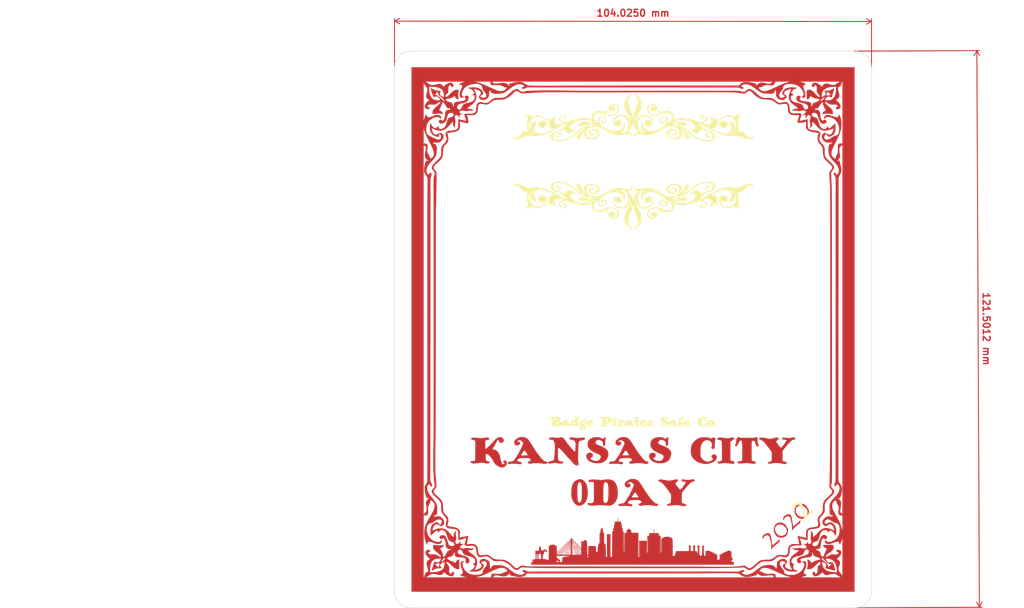
<source format=kicad_pcb>
(kicad_pcb (version 20211014) (generator pcbnew)
  (title_block (title "BSidesKC2022") (date "2022-07-03") (rev "1.0") (company "BadgePirates") (comment 1 "Art: networkgeek") (comment 2 "Schematic: FG"))
  (layers (0 "F.Cu" signal) (31 "B.Cu" signal) (34 "B.Paste" user) (35 "F.Paste" user) (36 "B.SilkS" user "B.Silkscreen") (37 "F.SilkS" user "F.Silkscreen") (38 "B.Mask" user) (39 "F.Mask" user) (44 "Edge.Cuts" user))
  (net 0 "")
  (footprint "LOGO" (layer "F.Cu") (at 12.839143 19.225)
    (fp_text reference "G***" hide)
    (fp_text value "LOGO" hide)
  )
  (footprint "LOGO" (layer "F.Cu") (at 147.89 84.007)
    (fp_text reference "G***" hide)
    (fp_text value "LOGO" hide)
  )
  (footprint "LOGO" (layer "F.Cu") (at 21.125 18.85)
    (fp_text reference "G***" hide)
    (fp_text value "LOGO" hide)
  )
  (footprint "LOGO" (layer "F.Cu") (at 19.125 22.75)
    (fp_text reference "G***" hide)
    (fp_text value "LOGO" hide)
  )
  (footprint "LOGO" (layer "F.Cu") (at 147.89 84.007)
    (fp_text reference "G***" hide)
    (fp_text value "LOGO" hide)
  )
  (footprint "LOGO" (layer "F.Cu") (at 147.89 84.007)
    (fp_text reference "G***" hide)
    (fp_text value "LOGO" hide)
  )
  (footprint "LOGO" (layer "F.Cu") (at 147.89 84.007)
    (fp_text reference "G***" hide)
    (fp_text value "LOGO" hide)
    (fp_poly (pts (xy 36.119496 42.532727) (xy 36.148945 42.558765) (xy 36.167659 42.578023) (xy 36.202508 42.586125) (xy 36.264181 42.584731) (xy 36.298155 42.58194) (xy 36.367747 42.578204) (xy 36.418623 42.580288) (xy 36.437863 42.586438) (xy 36.462599 42.600988) (xy 36.514363 42.619876) (xy 36.548996 42.63004) (xy 36.619545 42.658796) (xy 36.683427 42.701045) (xy 36.728962 42.747556) (xy 36.744572 42.784552) (xy 36.729573 42.793232) (xy 36.69302 42.78554) (xy 36.650011 42.766281) (xy 36.620277 42.745) (xy 36.591034 42.727725) (xy 36.553751 42.735905) (xy 36.53561 42.744575) (xy 36.483304 42.76296) (xy 36.409209 42.779648) (xy 36.361601 42.786924) (xy 36.276408 42.803454) (xy 36.218688 42.831733) (xy 36.192267 42.855653) (xy 36.141465 42.902204) (xy 36.077257 42.950809) (xy 36.059997 42.96226) (xy 36.004638 43.002835) (xy 35.942261 43.056405) (xy 35.881489 43.114456) (xy 35.830944 43.168478) (xy 35.799247 43.209958) (xy 35.792833 43.22602) (xy 35.784815 43.254457) (xy 35.763654 43.31012) (xy 35.733695 43.381679) (xy 35.729333 43.391667) (xy 35.695682 43.475367) (xy 35.676344 43.547442) (xy 35.667633 43.626671) (xy 35.665833 43.715345) (xy 35.670251 43.824131) (xy 35.682231 43.921218) (xy 35.697583 43.984334) (xy 35.717565 44.053561) (xy 35.728582 44.1162) (xy 35.729333 44.130452) (xy 35.740277 44.190347) (xy 35.758071 44.228332) (xy 35.783126 44.275636) (xy 35.808801 44.339922) (xy 35.813737 44.35475) (xy 35.844361 44.423983) (xy 35.889676 44.498386) (xy 35.908875 44.524084) (xy 35.95674 44.588236) (xy 35.998077 44.651504) (xy 36.010292 44.673268) (xy 36.039819 44.715436) (xy 36.092153 44.776248) (xy 36.158656 44.846007) (xy 36.20138 44.887756) (xy 36.302052 44.976371) (xy 36.396504 45.04111) (xy 36.496913 45.087636) (xy 36.615455 45.121608) (xy 36.761906 45.148322) (xy 36.856076 45.165055) (xy 36.915909 45.182302) (xy 36.949344 45.202783) (xy 36.959082 45.21589) (xy 36.994118 45.255137) (xy 37.040822 45.278113) (xy 37.086559 45.282759) (xy 37.118695 45.267014) (xy 37.126333 45.243167) (xy 37.131257 45.227748) (xy 37.151086 45.215169) (xy 37.193406 45.202929) (xy 37.265803 45.188528) (xy 37.322125 45.178618) (xy 37.4015 45.164956) (xy 37.4015 45.243376) (xy 37.407544 45.300231) (xy 37.429216 45.327536) (xy 37.442628 45.332552) (xy 37.47171 45.359499) (xy 37.478017 45.413459) (xy 37.461811 45.48593) (xy 37.436052 45.545375) (xy 37.415005 45.581953) (xy 37.391708 45.602561) (xy 37.35428 45.611811) (xy 37.290839 45.614315) (xy 37.258081 45.614456) (xy 37.178342 45.616121) (xy 37.110902 45.62018) (xy 37.073417 45.625195) (xy 37.026115 45.619893) (xy 36.978167 45.593626) (xy 36.923325 45.56082) (xy 36.878586 45.552907) (xy 36.853532 45.570582) (xy 36.851167 45.584403) (xy 36.833108 45.604991) (xy 36.78384 45.609437) (xy 36.710723 45.599045) (xy 36.621117 45.575122) (xy 36.522384 45.538974) (xy 36.473261 45.517361) (xy 36.398224 45.483518) (xy 36.3373 45.458105) (xy 36.301089 45.445483) (xy 36.296932 45.444834) (xy 36.269733 45.433864) (xy 36.219135 45.405235) (xy 36.161888 45.36892) (xy 36.0919 45.315891) (xy 36.024126 45.253343) (xy 35.964766 45.188628) (xy 35.920021 45.129096) (xy 35.896088 45.082101) (xy 35.898016 45.056018) (xy 35.918753 45.016637) (xy 35.90153 44.983238) (xy 35.850655 44.959475) (xy 35.771874 44.949043) (xy 35.725829 44.928756) (xy 35.680229 44.87863) (xy 35.64179 44.810691) (xy 35.617228 44.736966) (xy 35.613258 44.669484) (xy 35.613806 44.665984) (xy 35.615401 44.608072) (xy 35.591151 44.568219) (xy 35.581998 44.560151) (xy 35.554005 44.520219) (xy 35.522716 44.449426) (xy 35.491261 44.358755) (xy 35.462772 44.259188) (xy 35.440377 44.161707) (xy 35.427209 44.077294) (xy 35.426396 44.016932) (xy 35.426661 44.015192) (xy 35.439437 43.962654) (xy 35.454929 43.931351) (xy 35.457019 43.929654) (xy 35.474573 43.898038) (xy 35.465982 43.855545) (xy 35.442749 43.827591) (xy 35.425681 43.809614) (xy 35.420639 43.781975) (xy 35.427406 43.733327) (xy 35.4399 43.677091) (xy 35.46017 43.590538) (xy 35.484697 43.485522) (xy 35.508108 43.385047) (xy 35.53487 43.288283) (xy 35.561886 43.224468) (xy 35.582626 43.200386) (xy 35.608209 43.167758) (xy 35.635159 43.100272) (xy 35.655412 43.027089) (xy 35.680437 42.936658) (xy 35.709814 42.87084) (xy 35.752682 42.81219) (xy 35.788148 42.773734) (xy 35.848622 42.717007) (xy 35.907937 42.670827) (xy 35.945426 42.649) (xy 35.98508 42.624127) (xy 35.997052 42.598625) (xy 35.996674 42.597471) (xy 35.999466 42.560946) (xy 36.030074 42.535641) (xy 36.074687 42.525064) (xy 36.119496 42.532727)) (layer "F.Cu") (width 0.01) (fill solid))
    (fp_poly (pts (xy 15.982256 27.855568) (xy 16.118578 27.856487) (xy 16.23493 27.859366) (xy 16.337715 27.865334) (xy 16.433334 27.875519) (xy 16.528187 27.891049) (xy 16.628675 27.913053) (xy 16.7412 27.942657) (xy 16.872163 27.980991) (xy 17.027964 28.029183) (xy 17.215006 28.088361) (xy 17.307338 28.117689) (xy 17.341185 28.119074) (xy 17.382973 28.099269) (xy 17.44155 28.053603) (xy 17.461022 28.036562) (xy 17.563245 27.953461) (xy 17.651156 27.900808) (xy 17.734041 27.873904) (xy 17.79431 27.867869) (xy 17.87413 27.877831) (xy 17.947258 27.914836) (xy 18.021557 27.983874) (xy 18.070179 28.043023) (xy 18.111412 28.102787) (xy 18.13836 28.160936) (xy 18.151611 28.225616) (xy 18.151755 28.30497) (xy 18.13938 28.407143) (xy 18.115075 28.540278) (xy 18.108497 28.572999) (xy 18.090792 28.663805) (xy 18.076614 28.747345) (xy 18.06535 28.830826) (xy 18.05639 28.921458) (xy 18.049123 29.026448) (xy 18.042938 29.153005) (xy 18.037226 29.308337) (xy 18.032103 29.474584) (xy 18.027062 29.635108) (xy 18.021704 29.784802) (xy 18.016296 29.917586) (xy 18.011109 30.02738) (xy 18.006412 30.108104) (xy 18.002473 30.153677) (xy 18.001868 30.157661) (xy 17.966109 30.246832) (xy 17.899052 30.322829) (xy 17.811269 30.378723) (xy 17.713329 30.407587) (xy 17.624939 30.404664) (xy 17.507869 30.364297) (xy 17.406568 30.300599) (xy 17.329555 30.220636) (xy 17.28535 30.131472) (xy 17.282739 30.120878) (xy 17.280308 30.078625) (xy 17.291885 30.024189) (xy 17.320011 29.948742) (xy 17.355029 29.869721) (xy 17.397218 29.77392) (xy 17.423111 29.700786) (xy 17.436478 29.635706) (xy 17.44109 29.564073) (xy 17.441333 29.535297) (xy 17.421799 29.330037) (xy 17.364945 29.122236) (xy 17.324787 29.024131) (xy 17.264891 28.923009) (xy 17.179005 28.816021) (xy 17.079151 28.715945) (xy 16.977346 28.635558) (xy 16.934883 28.609637) (xy 16.7956 28.549538) (xy 16.630979 28.503805) (xy 16.456623 28.476039) (xy 16.326168 28.469167) (xy 16.168976 28.479628) (xy 16.02294 28.513112) (xy 15.881697 28.57277) (xy 15.738885 28.661751) (xy 15.588141 28.783207) (xy 15.471152 28.8925) (xy 15.374456 28.991876) (xy 15.293378 29.087707) (xy 15.225185 29.186114) (xy 15.167143 29.293216) (xy 15.116518 29.415134) (xy 15.070575 29.557986) (xy 15.026581 29.727892) (xy 14.981802 29.930972) (xy 14.96053 30.0355) (xy 14.947531 30.103042) (xy 14.937073 30.165598) (xy 14.928881 30.228766) (xy 14.922685 30.298145) (xy 14.91821 30.379332) (xy 14.915184 30.477926) (xy 14.913335 30.599525) (xy 14.912389 30.749726) (xy 14.912075 30.934129) (xy 14.912066 31.030334) (xy 14.912428 31.250998) (xy 14.913887 31.434617) (xy 14.917149 31.586476) (xy 14.922918 31.711862) (xy 14.9319 31.816062) (xy 14.944798 31.90436) (xy 14.962319 31.982044) (xy 14.985166 32.054398) (xy 15.014046 32.12671) (xy 15.049663 32.204266) (xy 15.07578 32.258) (xy 15.121398 32.344595) (xy 15.169316 32.419444) (xy 15.227791 32.493382) (xy 15.305081 32.577246) (xy 15.366143 32.639051) (xy 15.532929 32.792152) (xy 15.69471 32.91124) (xy 15.861559 33.001859) (xy 16.043546 33.069553) (xy 16.233335 33.116418) (xy 16.421482 33.1406) (xy 16.616035 33.141122) (xy 16.801719 33.118674) (xy 16.933333 33.084739) (xy 17.115654 33.015394) (xy 17.277627 32.938169) (xy 17.415445 32.855839) (xy 17.5253 32.771177) (xy 17.603383 32.686958) (xy 17.645887 32.605954) (xy 17.652733 32.560676) (xy 17.63749 32.528574) (xy 17.597657 32.480105) (xy 17.541644 32.425417) (xy 17.537915 32.422127) (xy 17.441653 32.320271) (xy 17.369997 32.208585) (xy 17.325349 32.094379) (xy 17.310113 31.984964) (xy 17.326691 31.887651) (xy 17.348211 31.844973) (xy 17.397157 31.791647) (xy 17.473755 31.731705) (xy 17.565855 31.672948) (xy 17.661307 31.623178) (xy 17.742609 31.591743) (xy 17.878003 31.572917) (xy 18.015034 31.594812) (xy 18.150224 31.656124) (xy 18.280099 31.755551) (xy 18.338257 31.815013) (xy 18.425208 31.936507) (xy 18.474365 32.067144) (xy 18.485841 32.209469) (xy 18.45975 32.36603) (xy 18.396207 32.539374) (xy 18.372995 32.588669) (xy 18.272116 32.751321) (xy 18.133783 32.909189) (xy 17.962823 33.05953) (xy 17.764067 33.199603) (xy 17.542342 33.326663) (xy 17.302478 33.437968) (xy 17.049305 33.530775) (xy 16.787651 33.602342) (xy 16.522345 33.649926) (xy 16.499417 33.652821) (xy 16.300107 33.668803) (xy 16.080835 33.672247) (xy 15.862068 33.663159) (xy 15.748 33.652664) (xy 15.475755 33.611155) (xy 15.188111 33.548214) (xy 14.898844 33.467741) (xy 14.621728 33.373637) (xy 14.370539 33.269801) (xy 14.331858 33.251678) (xy 14.019669 33.083061) (xy 13.743691 32.892604) (xy 13.503644 32.679926) (xy 13.299247 32.444647) (xy 13.130221 32.186386) (xy 12.996286 31.904764) (xy 12.897162 31.599401) (xy 12.832569 31.269916) (xy 12.824098 31.203882) (xy 12.81612 31.104395) (xy 12.811361 30.975837) (xy 12.80963 30.82755) (xy 12.810735 30.668876) (xy 12.814485 30.509155) (xy 12.820687 30.357729) (xy 12.829151 30.22394) (xy 12.839684 30.117129) (xy 12.84742 30.06725) (xy 12.880331 29.924204) (xy 12.924543 29.768769) (xy 12.975537 29.614636) (xy 13.028799 29.475498) (xy 13.077827 29.368822) (xy 13.206149 29.156791) (xy 13.368538 28.942754) (xy 13.557709 28.733768) (xy 13.766379 28.536889) (xy 13.987262 28.359173) (xy 14.213074 28.207676) (xy 14.361583 28.125321) (xy 14.468502 28.075204) (xy 14.590824 28.023651) (xy 14.703357 27.981238) (xy 14.710833 27.978675) (xy 14.819488 27.943774) (xy 14.922169 27.915952) (xy 15.025658 27.894456) (xy 15.13674 27.878533) (xy 15.262197 27.867428) (xy 15.408814 27.860387) (xy 15.583373 27.856658) (xy 15.792658 27.855487) (xy 15.819564 27.855482) (xy 15.982256 27.855568)) (layer "F.Cu") (width 0.01) (fill solid))
    (fp_poly (pts (xy -12.982749 52.147108) (xy -12.962423 52.182341) (xy -12.941738 52.239355) (xy -12.938325 52.288174) (xy -12.945354 52.316919) (xy -12.955092 52.311178) (xy -12.971388 52.274997) (xy -12.98958 52.21563) (xy -12.995486 52.169164) (xy -12.992897 52.141441) (xy -12.982749 52.147108)) (layer "F.Cu") (width 0.01) (fill solid))
    (fp_poly (pts (xy 13.317835 37.005119) (xy 13.383877 37.015179) (xy 13.419243 37.022387) (xy 13.525373 37.059063) (xy 13.604793 37.114802) (xy 13.653456 37.184177) (xy 13.667312 37.261758) (xy 13.648724 37.330051) (xy 13.61692 37.37961) (xy 13.570938 37.420466) (xy 13.50377 37.456409) (xy 13.408407 37.491233) (xy 13.285194 37.526765) (xy 13.145275 37.566442) (xy 13.030683 37.60568) (xy 12.932786 37.64979) (xy 12.842954 37.704082) (xy 12.752557 37.773869) (xy 12.652964 37.86446) (xy 12.535544 37.981165) (xy 12.518514 37.998539) (xy 12.349179 38.174643) (xy 12.175458 38.3609) (xy 12.000415 38.553633) (xy 11.827112 38.749171) (xy 11.658613 38.943837) (xy 11.497982 39.133958) (xy 11.348282 39.31586) (xy 11.212575 39.485867) (xy 11.093926 39.640307) (xy 10.995398 39.775504) (xy 10.920053 39.887784) (xy 10.870956 39.973473) (xy 10.869508 39.976449) (xy 10.862087 39.996821) (xy 10.85587 40.026891) (xy 10.850757 40.070195) (xy 10.846645 40.13027) (xy 10.843434 40.210652) (xy 10.841022 40.314878) (xy 10.839307 40.446483) (xy 10.83819 40.609004) (xy 10.837568 40.805977) (xy 10.83734 41.040939) (xy 10.837333 41.100293) (xy 10.837416 41.339927) (xy 10.837745 41.540766) (xy 10.838441 41.70635) (xy 10.839623 41.840216) (xy 10.841413 41.945903) (xy 10.843931 42.02695) (xy 10.847297 42.086896) (xy 10.851631 42.12928) (xy 10.857054 42.157639) (xy 10.863687 42.175512) (xy 10.871649 42.186439) (xy 10.874375 42.188942) (xy 10.908303 42.206132) (xy 10.974178 42.230308) (xy 11.062829 42.258392) (xy 11.165084 42.287304) (xy 11.176 42.290201) (xy 11.366132 42.344901) (xy 11.516447 42.398781) (xy 11.629399 42.453284) (xy 11.707443 42.509852) (xy 11.753035 42.569928) (xy 11.76863 42.634954) (xy 11.768667 42.638463) (xy 11.753437 42.677644) (xy 11.714564 42.730831) (xy 11.662277 42.786631) (xy 11.6068 42.833653) (xy 11.576076 42.852998) (xy 11.496958 42.875243) (xy 11.380989 42.879783) (xy 11.229753 42.866659) (xy 11.059583 42.838785) (xy 10.746921 42.780323) (xy 10.468859 42.73246) (xy 10.219089 42.694923) (xy 9.9913 42.667433) (xy 9.77918 42.649715) (xy 9.576419 42.641493) (xy 9.376706 42.64249) (xy 9.173731 42.652431) (xy 8.961184 42.67104) (xy 8.732753 42.698039) (xy 8.519583 42.727644) (xy 8.306947 42.756624) (xy 8.131366 42.775419) (xy 7.988729 42.783722) (xy 7.874927 42.781225) (xy 7.785849 42.767623) (xy 7.717386 42.742608) (xy 7.665427 42.705874) (xy 7.628449 42.661131) (xy 7.604687 42.604085) (xy 7.612922 42.551269) (xy 7.655126 42.501131) (xy 7.733274 42.452118) (xy 7.849339 42.402678) (xy 8.005294 42.351259) (xy 8.03275 42.343134) (xy 8.183493 42.29359) (xy 8.296375 42.243273) (xy 8.375828 42.189578) (xy 8.426283 42.129895) (xy 8.439224 42.104039) (xy 8.448419 42.073911) (xy 8.456365 42.028257) (xy 8.463304 41.963077) (xy 8.469481 41.874371) (xy 8.47514 41.758138) (xy 8.480524 41.610378) (xy 8.485877 41.42709) (xy 8.489742 41.275267) (xy 8.494896 41.05011) (xy 8.498285 40.863055) (xy 8.499747 40.709899) (xy 8.499118 40.58644) (xy 8.496236 40.488477) (xy 8.490938 40.411808) (xy 8.483063 40.35223) (xy 8.472446 40.305543) (xy 8.458925 40.267543) (xy 8.449987 40.248417) (xy 8.430648 40.217381) (xy 8.389343 40.156255) (xy 8.328994 40.069193) (xy 8.252521 39.960351) (xy 8.162846 39.833882) (xy 8.062892 39.693942) (xy 7.955579 39.544684) (xy 7.936442 39.518167) (xy 7.686623 39.176832) (xy 7.456036 38.8716) (xy 7.243673 38.601393) (xy 7.048529 38.365132) (xy 6.869596 38.161738) (xy 6.705868 37.990131) (xy 6.556339 37.849233) (xy 6.420001 37.737965) (xy 6.295849 37.655248) (xy 6.182875 37.600004) (xy 6.130338 37.582367) (xy 6.045426 37.558991) (xy 5.958841 37.535815) (xy 5.929525 37.528174) (xy 5.827786 37.484602) (xy 5.758378 37.415635) (xy 5.724613 37.329688) (xy 5.723187 37.253112) (xy 5.753598 37.191768) (xy 5.819593 37.140839) (xy 5.899535 37.104731) (xy 5.998825 37.074064) (xy 6.108574 37.054482) (xy 6.232877 37.046272) (xy 6.375829 37.049722) (xy 6.541525 37.065118) (xy 6.73406 37.092748) (xy 6.95753 37.132899) (xy 7.216028 37.185859) (xy 7.292475 37.202416) (xy 7.736417 37.299509) (xy 8.117417 37.287646) (xy 8.239062 37.28351) (xy 8.340928 37.278593) (xy 8.430627 37.271607) (xy 8.515768 37.261264) (xy 8.60396 37.246277) (xy 8.702816 37.225357) (xy 8.819944 37.197217) (xy 8.962954 37.16057) (xy 9.133417 37.115724) (xy 9.327782 37.070353) (xy 9.502476 37.041623) (xy 9.65332 37.029754) (xy 9.776138 37.034968) (xy 9.86675 37.057482) (xy 9.898876 37.075445) (xy 9.95661 37.142434) (xy 9.984058 37.227819) (xy 9.977146 37.316752) (xy 9.970354 37.335939) (xy 9.928638 37.402737) (xy 9.85526 37.483551) (xy 9.755978 37.572597) (xy 9.662583 37.645275) (xy 9.567163 37.721253) (xy 9.505249 37.786581) (xy 9.471757 37.848021) (xy 9.461606 37.912335) (xy 9.461605 37.912642) (xy 9.476579 37.997642) (xy 9.522097 38.104722) (xy 9.598753 38.234845) (xy 9.707137 38.388972) (xy 9.847843 38.568065) (xy 9.914729 38.648596) (xy 9.995402 38.747659) (xy 10.083197 38.860613) (xy 10.163616 38.968644) (xy 10.19199 39.008429) (xy 10.273458 39.116698) (xy 10.341739 39.189308) (xy 10.397257 39.228339) (xy 10.449326 39.251475) (xy 10.483654 39.254831) (xy 10.519837 39.238577) (xy 10.5346 39.229517) (xy 10.688448 39.114236) (xy 10.847147 38.957967) (xy 11.009815 38.761664) (xy 11.156531 38.555084) (xy 11.217382 38.465993) (xy 11.292975 38.358573) (xy 11.372412 38.248182) (xy 11.426909 38.174084) (xy 11.52039 38.041627) (xy 11.598129 37.917674) (xy 11.656942 37.80811) (xy 11.693645 37.718818) (xy 11.70515 37.659712) (xy 11.694453 37.623505) (xy 11.659786 37.594234) (xy 11.597329 37.570803) (xy 11.503259 37.552113) (xy 11.373754 37.537069) (xy 11.24272 37.526963) (xy 11.104864 37.516618) (xy 11.002312 37.504536) (xy 10.928046 37.48799) (xy 10.875048 37.464253) (xy 10.836302 37.430598) (xy 10.804788 37.3843) (xy 10.786648 37.349753) (xy 10.759588 37.255931) (xy 10.771787 37.1701) (xy 10.820258 37.097592) (xy 10.902009 37.043735) (xy 10.970814 37.021425) (xy 11.020572 37.016589) (xy 11.093321 37.020585) (xy 11.194686 37.034017) (xy 11.330291 37.057486) (xy 11.360759 37.0632) (xy 11.56969 37.099296) (xy 11.776119 37.128485) (xy 11.971647 37.149928) (xy 12.147875 37.162788) (xy 12.296405 37.166224) (xy 12.366278 37.163589) (xy 12.442935 37.154637) (xy 12.548526 37.137343) (xy 12.670987 37.113917) (xy 12.798258 37.086574) (xy 12.843269 37.076116) (xy 12.985843 37.043093) (xy 13.096063 37.020277) (xy 13.182452 37.006873) (xy 13.253534 37.002086) (xy 13.317835 37.005119)) (layer "F.Cu") (width 0.01) (fill solid))
    (fp_poly (pts (xy 48.514 61.552667) (xy -48.111833 61.552667) (xy -48.111833 51.623236) (xy -45.466 51.623236) (xy -45.466 58.42) (xy -45.41438 58.42) (xy -44.966344 58.42) (xy -40.384881 58.416829) (xy -39.94863 58.416486) (xy -39.524233 58.416072) (xy -39.113581 58.415593) (xy -38.718565 58.415053) (xy -38.341076 58.414458) (xy -37.983003 58.413812) (xy -37.646239 58.413121) (xy -37.332673 58.412389) (xy -37.044196 58.411622) (xy -36.782699 58.410825) (xy -36.550073 58.410002) (xy -36.348209 58.40916) (xy -36.178997 58.408302) (xy -36.044328 58.407435) (xy -35.946093 58.406563) (xy -35.886182 58.40569) (xy -35.866486 58.404823) (xy -35.866917 58.40472) (xy -35.89716 58.400163) (xy -34.113402 58.400163) (xy -34.099943 58.403692) (xy -34.068262 58.406699) (xy -34.016026 58.40923) (xy -33.940904 58.411333) (xy -33.840566 58.413054) (xy -33.712681 58.414439) (xy -33.554916 58.415536) (xy -33.364942 58.416392) (xy -33.140427 58.417052) (xy -32.879039 58.417564) (xy -32.578448 58.417975) (xy -32.465997 58.418101) (xy -30.694911 58.42) (xy -30.318587 58.42) (xy 30.929524 58.42) (xy 30.877098 58.351209) (xy 30.831306 58.283545) (xy 30.785963 58.20413) (xy 30.747116 58.125116) (xy 30.720813 58.058657) (xy 30.712833 58.021075) (xy 30.709193 58.003414) (xy 30.693575 57.990842) (xy 30.658936 57.981753) (xy 30.598231 57.97454) (xy 30.504417 57.967597) (xy 30.468294 57.965296) (xy 30.364755 57.960031) (xy 30.264464 57.957915) (xy 30.160918 57.959347) (xy 30.047617 57.964728) (xy 29.918059 57.974456) (xy 29.765745 57.988932) (xy 29.584172 58.008554) (xy 29.379333 58.032248) (xy 29.100289 58.061123) (xy 28.846187 58.079146) (xy 28.620454 58.086259) (xy 28.426522 58.082405) (xy 28.267818 58.067526) (xy 28.186519 58.052239) (xy 27.931324 57.973142) (xy 27.691283 57.860747) (xy 27.459976 57.711681) (xy 27.307657 57.590438) (xy 27.136701 57.444142) (xy 27.210267 57.647371) (xy 27.241243 57.735571) (xy 27.265782 57.810444) (xy 27.280739 57.862099) (xy 27.283833 57.878695) (xy 27.283402 57.886673) (xy 27.279483 57.894038) (xy 27.268138 57.901961) (xy 27.245431 57.911611) (xy 27.207424 57.924157) (xy 27.15018 57.940769) (xy 27.069761 57.962615) (xy 26.96223 57.990865) (xy 26.82365 58.026689) (xy 26.650082 58.071255) (xy 26.543 58.098707) (xy 26.309981 58.157483) (xy 26.110368 58.205279) (xy 25.936993 58.243184) (xy 25.782686 58.272289) (xy 25.640278 58.293683) (xy 25.502598 58.308455) (xy 25.362479 58.317697) (xy 25.21275 58.322497) (xy 25.061333 58.323925) (xy 24.851552 58.32208) (xy 24.675236 58.313847) (xy 24.523709 58.296484) (xy 24.388295 58.267254) (xy 24.260318 58.223415) (xy 24.131101 58.162228) (xy 23.99197 58.080954) (xy 23.834246 57.976851) (xy 23.727833 57.902824) (xy 23.581075 57.802109) (xy 23.458058 57.725064) (xy 23.350082 57.668167) (xy 23.248445 57.627894) (xy 23.144447 57.600719) (xy 23.029385 57.583119) (xy 22.913042 57.572821) (xy 22.725429 57.561778) (xy 22.497077 57.551903) (xy 22.229568 57.543202) (xy 21.924479 57.535678) (xy 21.58339 57.529335) (xy 21.20788 57.524177) (xy 20.79953 57.520209) (xy 20.359918 57.517434) (xy 19.890623 57.515857) (xy 19.393225 57.515482) (xy 18.869304 57.516312) (xy 18.320438 57.518353) (xy 17.748208 57.521607) (xy 17.154191 57.52608) (xy 16.539969 57.531776) (xy 15.907119 57.538697) (xy 15.257223 57.54685) (xy 14.89075 57.551893) (xy 14.802331 57.552846) (xy 14.672635 57.553789) (xy 14.502716 57.554723) (xy 14.29363 57.555645) (xy 14.046432 57.556556) (xy 13.762178 57.557452) (xy 13.441923 57.558335) (xy 13.086722 57.559201) (xy 12.697632 57.560051) (xy 12.275706 57.560883) (xy 11.822002 57.561696) (xy 11.337573 57.562489) (xy 10.823477 57.563261) (xy 10.280767 57.564011) (xy 9.710499 57.564737) (xy 9.113729 57.565439) (xy 8.491513 57.566115) (xy 7.844905 57.566764) (xy 7.17496 57.567385) (xy 6.482736 57.567978) (xy 5.769286 57.56854) (xy 5.035666 57.569071) (xy 4.282932 57.56957) (xy 3.512139 57.570035) (xy 2.724342 57.570466) (xy 1.920597 57.570862) (xy 1.10196 57.57122) (xy 0.269485 57.571541) (xy -0.575772 57.571822) (xy -1.432756 57.572064) (xy -2.30041 57.572264) (xy -3.177681 57.572422) (xy -4.063511 57.572537) (xy -4.751917 57.572595) (xy -23.01875 57.573774) (xy -23.079935 57.705224) (xy -23.178628 57.868119) (xy -23.311222 58.006924) (xy -23.476711 58.121498) (xy -23.674089 58.211702) (xy -23.902351 58.277395) (xy -24.160489 58.318436) (xy -24.447498 58.334685) (xy -24.762371 58.326001) (xy -25.104103 58.292244) (xy -25.471687 58.233274) (xy -25.864118 58.148949) (xy -26.005811 58.113763) (xy -26.212089 58.059326) (xy -26.385114 58.01048) (xy -26.523263 57.967762) (xy -26.62491 57.931709) (xy -26.68843 57.902857) (xy -26.712198 57.881744) (xy -26.712333 57.880391) (xy -26.705441 57.848805) (xy -26.686865 57.78755) (xy -26.659758 57.706608) (xy -26.638683 57.647138) (xy -26.565033 57.443676) (xy -26.781558 57.647762) (xy -26.983341 57.824872) (xy -27.177617 57.969299) (xy -27.361376 58.079035) (xy -27.531606 58.152075) (xy -27.544642 58.156302) (xy -27.679177 58.192383) (xy -27.8159 58.21489) (xy -27.960697 58.223537) (xy -28.119451 58.218036) (xy -28.298048 58.198102) (xy -28.50237 58.163448) (xy -28.738304 58.113788) (xy -28.824151 58.094047) (xy -29.061924 58.042043) (xy -29.267465 58.005654) (xy -29.447739 57.984497) (xy -29.609709 57.978186) (xy -29.760338 57.98634) (xy -29.906588 58.008573) (xy -29.998458 58.029346) (xy -30.074212 58.049991) (xy -30.117352 58.067705) (xy -30.136764 58.087922) (xy -30.141332 58.116075) (xy -30.141333 58.116708) (xy -30.156989 58.190957) (xy -30.199071 58.276129) (xy -30.26025 58.357598) (xy -30.264127 58.361792) (xy -30.318587 58.42) (xy -30.694911 58.42) (xy -30.727862 58.35395) (xy -30.750727 58.268413) (xy -30.750646 58.16078) (xy -30.730298 58.042653) (xy -30.692359 57.925634) (xy -30.639508 57.821325) (xy -30.58999 57.756603) (xy -30.520031 57.694056) (xy -30.439771 57.64567) (xy -30.34502 57.611022) (xy -30.231588 57.589686) (xy -30.095286 57.581238) (xy -29.931924 57.585254) (xy -29.737311 57.601308) (xy -29.507259 57.628976) (xy -29.43225 57.639261) (xy -29.193717 57.666524) (xy -28.988098 57.676123) (xy -28.809743 57.66785) (xy -28.653001 57.641501) (xy -28.537662 57.606641) (xy -28.464155 57.577134) (xy -28.363728 57.533461) (xy -28.247263 57.480519) (xy -28.125637 57.423206) (xy -28.066709 57.394645) (xy -27.856645 57.297805) (xy -27.670594 57.22565) (xy -27.500314 57.175443) (xy -27.337569 57.144445) (xy -27.299446 57.139643) (xy -27.177476 57.125722) (xy -27.263317 56.960725) (xy -27.352469 56.817262) (xy -27.462797 56.683122) (xy -27.583757 56.569913) (xy -27.678234 56.503885) (xy -27.874098 56.41351) (xy -28.094468 56.357511) (xy -28.339167 56.335871) (xy -28.608015 56.348576) (xy -28.900836 56.395608) (xy -29.21745 56.476952) (xy -29.557682 56.592592) (xy -29.818221 56.697527) (xy -29.887411 56.728104) (xy -29.989043 56.774432) (xy -30.117439 56.833855) (xy -30.26692 56.903718) (xy -30.431806 56.981363) (xy -30.606418 57.064135) (xy -30.785076 57.149378) (xy -30.815734 57.164064) (xy -31.085371 57.292935) (xy -31.32206 57.40519) (xy -31.530753 57.503079) (xy -31.716399 57.588849) (xy -31.883951 57.664749) (xy -32.038358 57.733028) (xy -32.184571 57.795933) (xy -32.327541 57.855713) (xy -32.437917 57.900779) (xy -32.741409 58.016573) (xy -33.0581 58.124591) (xy -33.376692 58.221469) (xy -33.685887 58.303844) (xy -33.974385 58.368353) (xy -34.06775 58.385975) (xy -34.094974 58.391351) (xy -34.110968 58.396065) (xy -34.113402 58.400163) (xy -35.89716 58.400163) (xy -36.019035 58.381799) (xy -36.180959 58.354785) (xy -36.343991 58.325361) (xy -36.499435 58.29521) (xy -36.638593 58.266017) (xy -36.752769 58.239465) (xy -36.83 58.218275) (xy -37.00701 58.153169) (xy -37.176131 58.073371) (xy -37.325465 57.98508) (xy -37.431568 57.90484) (xy -37.535719 57.813563) (xy -37.382115 57.788196) (xy -37.22675 57.751801) (xy -37.108202 57.698509) (xy -37.023381 57.625557) (xy -36.969198 57.530182) (xy -36.942566 57.40962) (xy -36.941099 57.393638) (xy -36.938409 57.318673) (xy -36.943362 57.24055) (xy -36.957386 57.15378) (xy -36.981905 57.052877) (xy -37.018346 56.932352) (xy -37.068133 56.78672) (xy -37.132693 56.610493) (xy -37.170726 56.5098) (xy -37.251212 56.294918) (xy -37.315753 56.113835) (xy -37.365423 55.96159) (xy -37.401301 55.833223) (xy -37.424462 55.723772) (xy -37.435981 55.628277) (xy -37.436936 55.541776) (xy -37.428403 55.45931) (xy -37.4142 55.387424) (xy -37.363635 55.225216) (xy -37.295268 55.088136) (xy -37.212417 54.979422) (xy -37.118404 54.902311) (xy -37.016548 54.860044) (xy -36.910168 54.855859) (xy -36.876502 54.862878) (xy -36.823548 54.885214) (xy -36.760663 54.92292) (xy -36.698674 54.967887) (xy -36.648411 55.01201) (xy -36.620702 55.047182) (xy -36.618333 55.05615) (xy -36.637887 55.06491) (xy -36.690118 55.071634) (xy -36.765384 55.075293) (xy -36.800957 55.075667) (xy -36.983581 55.075667) (xy -36.97234 55.430209) (xy -36.961087 55.640634) (xy -36.939977 55.821486) (xy -36.906177 55.984937) (xy -36.856854 56.143159) (xy -36.789176 56.308325) (xy -36.746955 56.398584) (xy -36.594016 56.674562) (xy -36.41617 56.918785) (xy -36.209187 57.136435) (xy -36.009348 57.302792) (xy -35.742226 57.482525) (xy -35.464097 57.627199) (xy -35.172074 57.737491) (xy -34.863264 57.814078) (xy -34.534781 57.857635) (xy -34.183733 57.868842) (xy -33.807232 57.848373) (xy -33.7185 57.839449) (xy -33.505372 57.814868) (xy -33.329043 57.790922) (xy -33.184025 57.76632) (xy -33.064829 57.739771) (xy -32.965964 57.709981) (xy -32.881943 57.67566) (xy -32.807274 57.635516) (xy -32.78064 57.618747) (xy -32.708282 57.558521) (xy -32.651009 57.479264) (xy -32.605551 57.374345) (xy -32.568641 57.237128) (xy -32.552719 57.156287) (xy -32.525652 57.015998) (xy -32.497406 56.899707) (xy -32.463769 56.799088) (xy -32.420528 56.705812) (xy -32.363472 56.611552) (xy -32.288387 56.507981) (xy -32.191064 56.386773) (xy -32.121293 56.303363) (xy -31.990421 56.144921) (xy -31.886727 56.01089) (xy -31.807216 55.895987) (xy -31.748893 55.794929) (xy -31.708762 55.702434) (xy -31.683828 55.613218) (xy -31.671097 55.522) (xy -31.670028 55.507404) (xy -31.66691 55.418204) (xy -31.673871 55.350431) (xy -31.694387 55.283701) (xy -31.71738 55.229568) (xy -31.80245 55.085147) (xy -31.911886 54.974989) (xy -32.044053 54.90016) (xy -32.197314 54.861728) (xy -32.28975 54.856489) (xy -32.454013 54.876929) (xy -32.601505 54.934851) (xy -32.727941 55.027611) (xy -32.829035 55.152567) (xy -32.860039 55.208191) (xy -32.898028 55.290046) (xy -32.912231 55.342964) (xy -32.900665 55.374299) (xy -32.861349 55.391401) (xy -32.808354 55.399802) (xy -32.660887 55.433375) (xy -32.536422 55.494452) (xy -32.439879 55.579469) (xy -32.37618 55.684862) (xy -32.363678 55.721805) (xy -32.349141 55.847133) (xy -32.368732 55.989319) (xy -32.420584 56.142942) (xy -32.502831 56.302576) (xy -32.613606 56.4628) (xy -32.622673 56.474265) (xy -32.787477 56.655503) (xy -32.97016 56.806523) (xy -33.174854 56.92952) (xy -33.405688 57.026685) (xy -33.666792 57.100212) (xy -33.876496 57.139845) (xy -34.023062 57.156587) (xy -34.196615 57.166312) (xy -34.388376 57.169397) (xy -34.589566 57.166221) (xy -34.791404 57.157162) (xy -34.985111 57.142598) (xy -35.161908 57.122907) (xy -35.313015 57.098466) (xy -35.417125 57.073522) (xy -35.447115 57.045527) (xy -35.454167 57.014856) (xy -35.447245 56.985418) (xy -35.420489 56.962447) (xy -35.364909 56.939607) (xy -35.332458 56.929045) (xy -35.090857 56.831429) (xy -34.868483 56.697473) (xy -34.668993 56.530201) (xy -34.496041 56.332637) (xy -34.364127 56.127854) (xy -34.285176 55.984125) (xy -34.472797 55.739925) (xy -34.54291 55.648626) (xy -34.606518 55.565719) (xy -34.657834 55.498756) (xy -34.691069 55.455286) (xy -34.697132 55.447317) (xy -34.733847 55.39891) (xy -34.59727 55.387947) (xy -34.467931 55.364097) (xy -34.358999 55.317196) (xy -34.279446 55.251336) (xy -34.269355 55.238363) (xy -34.21538 55.129611) (xy -34.189183 54.99762) (xy -34.19025 54.850641) (xy -34.218066 54.696928) (xy -34.272118 54.544731) (xy -34.318122 54.455532) (xy -34.386337 54.362284) (xy -34.482457 54.261808) (xy -34.595586 54.16381) (xy -34.714832 54.078) (xy -34.793948 54.031514) (xy -34.882303 53.987322) (xy -34.971146 53.948288) (xy -35.067297 53.912236) (xy -35.177577 53.876991) (xy -35.308804 53.840376) (xy -35.467799 53.800218) (xy -35.661381 53.754339) (xy -35.666793 53.753084) (xy -35.909983 53.694269) (xy -36.115323 53.638485) (xy -36.286963 53.583438) (xy -36.429049 53.526833) (xy -36.545731 53.466378) (xy -36.641156 53.399778) (xy -36.719472 53.32474) (xy -36.784827 53.23897) (xy -36.84137 53.140174) (xy -36.865269 53.090366) (xy -36.936767 52.935148) (xy -36.994411 52.813219) (xy -37.04135 52.719097) (xy -37.080729 52.647302) (xy -37.115697 52.592353) (xy -37.1494 52.548768) (xy -37.184986 52.511066) (xy -37.212769 52.48518) (xy -37.324287 52.403075) (xy -37.434085 52.352703) (xy -37.534036 52.331163) (xy -37.622229 52.337051) (xy -37.707303 52.373319) (xy -37.7979 52.442925) (xy -37.852564 52.495825) (xy -37.957181 52.617853) (xy -38.023621 52.732819) (xy -38.054354 52.845493) (xy -38.057202 52.891052) (xy -38.048326 52.979059) (xy -38.019201 53.061303) (xy -37.96749 53.139199) (xy -37.890851 53.214163) (xy -37.786946 53.28761) (xy -37.653436 53.360956) (xy -37.48798 53.435615) (xy -37.28824 53.513004) (xy -37.051875 53.594538) (xy -36.776547 53.681632) (xy -36.724167 53.697556) (xy -36.53036 53.756794) (xy -36.372533 53.806624) (xy -36.24584 53.848835) (xy -36.145438 53.885218) (xy -36.06648 53.917561) (xy -36.00412 53.947654) (xy -35.953515 53.977288) (xy -35.937123 53.98827) (xy -35.84138 54.070443) (xy -35.741835 54.183986) (xy -35.645847 54.319436) (xy -35.560776 54.467328) (xy -35.553691 54.481357) (xy -35.511605 54.568092) (xy -35.485438 54.6332) (xy -35.47142 54.692528) (xy -35.465781 54.761923) (xy -35.46475 54.855165) (xy -35.465721 54.949636) (xy -35.470452 55.01405) (xy -35.481669 55.06067) (xy -35.502098 55.101759) (xy -35.52825 55.140799) (xy -35.601321 55.219817) (xy -35.696675 55.287749) (xy -35.805032 55.34136) (xy -35.917113 55.377413) (xy -36.02364 55.392671) (xy -36.115335 55.3839) (xy -36.164341 55.362649) (xy -36.202892 55.331659) (xy -36.232888 55.291621) (xy -36.25564 55.236881) (xy -36.272461 55.161783) (xy -36.284663 55.060676) (xy -36.293559 54.927904) (xy -36.29973 54.779334) (xy -36.305659 54.643024) (xy -36.313172 54.524557) (xy -36.321703 54.430475) (xy -36.330686 54.36732) (xy -36.337317 54.3443) (xy -36.383229 54.295466) (xy -36.463915 54.245146) (xy -36.572036 54.196183) (xy -36.700254 54.151422) (xy -36.841231 54.113708) (xy -36.98763 54.085885) (xy -37.013345 54.082234) (xy -37.089403 54.073751) (xy -37.197157 54.06409) (xy -37.326017 54.054083) (xy -37.465393 54.044561) (xy -37.581417 54.037625) (xy -37.815875 54.021495) (xy -38.012124 54.000451) (xy -38.174142 53.973089) (xy -38.305908 53.938003) (xy -38.411401 53.893787) (xy -38.4946 53.839037) (xy -38.559483 53.772347) (xy -38.610028 53.692313) (xy -38.620654 53.670561) (xy -38.656745 53.553548) (xy -38.671427 53.409315) (xy -38.66432 53.24738) (xy -38.642896 53.112459) (xy -38.631297 53.044743) (xy -38.628073 52.997044) (xy -38.633434 52.980167) (xy -38.690964 52.994855) (xy -38.758836 53.032173) (xy -38.820565 53.082002) (xy -38.845292 53.110213) (xy -38.877476 53.164722) (xy -38.914853 53.244128) (xy -38.9502 53.332855) (xy -38.955765 53.34854) (xy -39.002771 53.472171) (xy -39.052654 53.572776) (xy -39.110887 53.654304) (xy -39.182945 53.720703) (xy -39.274302 53.775921) (xy -39.390432 53.823907) (xy -39.53681 53.868611) (xy -39.718909 53.91398) (xy -39.749464 53.921046) (xy -39.896268 53.955961) (xy -40.008824 53.986264) (xy -40.09454 54.014897) (xy -40.160821 54.0448) (xy -40.215075 54.078915) (xy -40.264708 54.120182) (xy -40.274875 54.129689) (xy -40.329277 54.201188) (xy -40.341504 54.273269) (xy -40.311706 54.347362) (xy -40.299367 54.364275) (xy -40.229481 54.432514) (xy -40.119188 54.511178) (xy -39.969036 54.59998) (xy -39.779575 54.698633) (xy -39.551353 54.806849) (xy -39.284919 54.92434) (xy -39.02075 55.034579) (xy -38.89049 55.088091) (xy -38.768879 55.138733) (xy -38.663062 55.183475) (xy -38.580184 55.219289) (xy -38.527391 55.243146) (xy -38.518885 55.247315) (xy -38.467462 55.272244) (xy -38.433743 55.286233) (xy -38.428927 55.287334) (xy -38.421413 55.268611) (xy -38.417118 55.222194) (xy -38.416809 55.207959) (xy -38.404271 55.113873) (xy -38.372267 55.004774) (xy -38.32711 54.899228) (xy -38.290516 54.836612) (xy -38.203601 54.743871) (xy -38.081003 54.663866) (xy -37.928219 54.599533) (xy -37.766625 54.556892) (xy -37.697833 54.543137) (xy -37.697833 56.648395) (xy -37.904208 56.634933) (xy -38.094952 56.614841) (xy -38.263479 56.578634) (xy -38.428312 56.521706) (xy -38.519953 56.481814) (xy -38.611513 56.43662) (xy -38.699473 56.386087) (xy -38.788591 56.326418) (xy -38.883624 56.253816) (xy -38.989333 56.164482) (xy -39.110476 56.05462) (xy -39.25181 55.920432) (xy -39.380583 55.795009) (xy -39.499948 55.679466) (xy -39.618413 55.567767) (xy -39.730105 55.465231) (xy -39.829153 55.377173) (xy -39.909685 55.30891) (xy -39.962667 55.267955) (xy -40.068999 55.197663) (xy -40.183429 55.129304) (xy -40.294686 55.069063) (xy -40.391502 55.023124) (xy -40.447481 55.001894) (xy -40.498379 54.98607) (xy -40.484532 55.120827) (xy -40.455346 55.261788) (xy -40.395194 55.402805) (xy -40.301162 55.549516) (xy -40.195942 55.678917) (xy -40.064477 55.843055) (xy -39.968239 56.000703) (xy -39.904727 56.160329) (xy -39.871434 56.330406) (xy -39.865859 56.519403) (xy -39.884888 56.731249) (xy -39.904374 56.889399) (xy -39.915604 57.014108) (xy -39.918768 57.113419) (xy -39.914056 57.195373) (xy -39.901657 57.268012) (xy -39.897927 57.283502) (xy -39.851256 57.395912) (xy -39.77212 57.507348) (xy -39.66914 57.606643) (xy -39.621393 57.641678) (xy -39.507583 57.717989) (xy -39.459958 57.673721) (xy -39.419345 57.608188) (xy -39.412333 57.558381) (xy -39.393774 57.450661) (xy -39.343068 57.353553) (xy -39.267677 57.276568) (xy -39.175059 57.229219) (xy -39.149294 57.222977) (xy -39.061795 57.225036) (xy -38.970988 57.256444) (xy -38.892725 57.309707) (xy -38.84867 57.365104) (xy -38.818023 57.4634) (xy -38.814742 57.581592) (xy -38.836662 57.709243) (xy -38.881617 57.835919) (xy -38.94744 57.951185) (xy -38.978643 57.991194) (xy -39.087894 58.087625) (xy -39.219875 58.150187) (xy -39.372254 58.179126) (xy -39.542696 58.174686) (xy -39.728867 58.137115) (xy -39.928432 58.066658) (xy -40.139059 57.96356) (xy -40.327053 57.84912) (xy -40.456527 57.755054) (xy -40.590628 57.643226) (xy -40.71863 57.523587) (xy -40.829809 57.406091) (xy -40.904583 57.313243) (xy -40.946917 57.254438) (xy -41.083901 57.426297) (xy -41.21618 57.573576) (xy -41.359889 57.700512) (xy -41.506091 57.799915) (xy -41.613667 57.852737) (xy -41.682236 57.876218) (xy -41.752811 57.890295) (xy -41.839248 57.896879) (xy -41.94175 57.897978) (xy -42.033398 57.895945) (xy -42.113338 57.889673) (xy -42.193273 57.877127) (xy -42.284905 57.856269) (xy -42.399937 57.825063) (xy -42.460333 57.807716) (xy -42.634481 57.758274) (xy -42.777051 57.720762) (xy -42.8966 57.693646) (xy -43.001686 57.675387) (xy -43.100866 57.66445) (xy -43.202695 57.659299) (xy -43.292509 57.658313) (xy -43.442095 57.661902) (xy -43.57393 57.674069) (xy -43.695037 57.697551) (xy -43.812436 57.735085) (xy -43.933148 57.789407) (xy -44.064194 57.863254) (xy -44.212594 57.959364) (xy -44.38537 58.080473) (xy -44.397083 58.088896) (xy -44.501826 58.161134) (xy -44.613061 58.232606) (xy -44.717239 58.294886) (xy -44.798131 58.338254) (xy -44.966344 58.42) (xy -45.41438 58.42) (xy -45.382254 58.414942) (xy -45.363901 58.392554) (xy -45.352288 58.34201) (xy -45.349028 58.319459) (xy -45.297263 58.051653) (xy -45.219707 57.816462) (xy -45.116596 57.61424) (xy -44.988168 57.445339) (xy -44.834659 57.31011) (xy -44.813612 57.298167) (xy -44.090167 57.298167) (xy -43.788542 57.298115) (xy -43.644883 57.296354) (xy -43.483182 57.291612) (xy -43.324273 57.284635) (xy -43.201167 57.277083) (xy -42.823561 57.23986) (xy -42.484121 57.186271) (xy -42.181829 57.115983) (xy -41.91567 57.028661) (xy -41.684629 56.92397) (xy -41.48769 56.801577) (xy -41.323837 56.661147) (xy -41.321023 56.658288) (xy -41.229065 56.557736) (xy -41.154108 56.458193) (xy -41.093715 56.353075) (xy -41.045448 56.235799) (xy -41.006869 56.099782) (xy -40.97554 55.938441) (xy -40.949023 55.745192) (xy -40.934839 55.615417) (xy -40.921199 55.484609) (xy -40.908068 55.364053) (xy -40.896362 55.261758) (xy -40.886997 55.185737) (xy -40.880976 55.144459) (xy -40.877395 55.105388) (xy -40.888132 55.082808) (xy -40.918809 55.076343) (xy -40.975052 55.085617) (xy -41.062485 55.110255) (xy -41.120449 55.128471) (xy -41.299123 55.197023) (xy -41.46212 55.281749) (xy -41.605051 55.378774) (xy -41.723527 55.484221) (xy -41.813161 55.594215) (xy -41.869564 55.70488) (xy -41.888369 55.806724) (xy -41.870285 55.900868) (xy -41.819022 55.999614) (xy -41.740975 56.092534) (xy -41.682458 56.142266) (xy -41.622138 56.189053) (xy -41.588808 56.224408) (xy -41.574525 56.260813) (xy -41.571346 56.310748) (xy -41.571333 56.316891) (xy -41.571333 56.409167) (xy -41.650708 56.409958) (xy -41.694026 56.411745) (xy -41.772531 56.416328) (xy -41.8792 56.423245) (xy -42.007014 56.432029) (xy -42.148952 56.442218) (xy -42.238083 56.448819) (xy -42.746083 56.48689) (xy -43.240858 56.735192) (xy -43.390741 56.810127) (xy -43.50698 56.867365) (xy -43.593585 56.90855) (xy -43.654568 56.935328) (xy -43.69394 56.949342) (xy -43.715712 56.952238) (xy -43.723896 56.94566) (xy -43.722924 56.93286) (xy -43.713879 56.901749) (xy -43.693949 56.836326) (xy -43.664632 56.741352) (xy -43.627426 56.621592) (xy -43.58383 56.48181) (xy -43.535341 56.326768) (xy -43.483457 56.16123) (xy -43.429676 55.989961) (xy -43.375497 55.817722) (xy -43.322417 55.649278) (xy -43.271934 55.489392) (xy -43.26961 55.482047) (xy -42.988743 55.482047) (xy -42.603794 55.882013) (xy -42.500496 55.988253) (xy -42.40665 56.082692) (xy -42.326226 56.161508) (xy -42.263189 56.220873) (xy -42.221508 56.256964) (xy -42.205295 56.266197) (xy -42.196097 56.241956) (xy -42.177895 56.182879) (xy -42.152442 56.095071) (xy -42.121494 55.984639) (xy -42.086806 55.85769) (xy -42.070842 55.798295) (xy -42.036232 55.666536) (xy -42.006512 55.54887) (xy -41.983102 55.451298) (xy -41.96742 55.379825) (xy -41.960884 55.340452) (xy -41.961315 55.334796) (xy -41.984764 55.33449) (xy -42.043923 55.340145) (xy -42.132722 55.350914) (xy -42.245088 55.36595) (xy -42.374951 55.384404) (xy -42.516239 55.405428) (xy -42.662881 55.428176) (xy -42.808804 55.4518) (xy -42.85683 55.459822) (xy -42.988743 55.482047) (xy -43.26961 55.482047) (xy -43.225547 55.342828) (xy -43.184752 55.21435) (xy -43.151049 55.10872) (xy -43.125935 55.030702) (xy -43.110909 54.98506) (xy -43.107209 54.974938) (xy -43.086958 54.980371) (xy -43.038136 54.999736) (xy -42.970552 55.0291) (xy -42.957302 55.035075) (xy -42.760753 55.107976) (xy -42.572444 55.145727) (xy -42.396496 55.147994) (xy -42.237026 55.114446) (xy -42.192032 55.096918) (xy -42.166686 55.082074) (xy -41.698333 55.082074) (xy -41.691171 55.086719) (xy -41.667223 55.078111) (xy -41.622798 55.054118) (xy -41.554205 55.012608) (xy -41.45775 54.951447) (xy -41.3385 54.87421) (xy -41.244379 54.810621) (xy -41.151817 54.744214) (xy -41.073734 54.684441) (xy -41.036299 54.653121) (xy -40.957326 54.57332) (xy -40.874844 54.474396) (xy -40.798618 54.369433) (xy -40.738414 54.271514) (xy -40.713856 54.221136) (xy -40.68184 54.144511) (xy -40.818538 54.195964) (xy -41.000104 54.280596) (xy -41.164415 54.393463) (xy -41.310796 54.529798) (xy -41.362751 54.588913) (xy -41.424173 54.665893) (xy -41.48982 54.753265) (xy -41.55445 54.843559) (xy -41.61282 54.929304) (xy -41.659686 55.003026) (xy -41.689807 55.057256) (xy -41.698333 55.082074) (xy -42.166686 55.082074) (xy -42.099417 55.042679) (xy -42.00071 54.962343) (xy -41.908827 54.86764) (xy -41.842332 54.779334) (xy -41.812884 54.724021) (xy -41.77836 54.645698) (xy -41.743158 54.556228) (xy -41.711674 54.467474) (xy -41.688307 54.3913) (xy -41.677452 54.339568) (xy -41.677167 54.333741) (xy -41.697142 54.322657) (xy -41.752771 54.315724) (xy -41.837613 54.312629) (xy -41.945224 54.313055) (xy -42.069163 54.31669) (xy -42.202986 54.323217) (xy -42.340251 54.332323) (xy -42.474517 54.343693) (xy -42.599339 54.357012) (xy -42.708277 54.371967) (xy -42.794887 54.388241) (xy -42.795299 54.388336) (xy -42.957211 54.439403) (xy -43.125761 54.516385) (xy -43.284358 54.610651) (xy -43.410867 54.70851) (xy -43.578582 54.885699) (xy -43.720265 55.090897) (xy -43.83687 55.326065) (xy -43.929347 55.593166) (xy -43.99865 55.894162) (xy -44.005783 55.934572) (xy -44.02259 56.052336) (xy -44.038953 56.202511) (xy -44.054175 56.375179) (xy -44.067561 56.560418) (xy -44.078414 56.748307) (xy -44.086038 56.928928) (xy -44.089737 57.092358) (xy -44.089975 57.134125) (xy -44.090167 57.298167) (xy -44.813612 57.298167) (xy -44.656307 57.208908) (xy -44.582292 57.179525) (xy -44.471167 57.140064) (xy -44.471167 57.019894) (xy -44.475482 56.926654) (xy -44.489152 56.818592) (xy -44.513266 56.690424) (xy -44.548911 56.536866) (xy -44.597175 56.352635) (xy -44.6405 56.1975) (xy -44.699545 55.984004) (xy -44.744882 55.805489) (xy -44.777497 55.657236) (xy -44.798373 55.534523) (xy -44.808494 55.43263) (xy -44.809833 55.385169) (xy -44.797306 55.249557) (xy -44.763319 55.103162) (xy -44.713267 54.967928) (xy -44.701081 54.94273) (xy -44.641564 54.853423) (xy -44.551927 54.754377) (xy -44.440588 54.653374) (xy -44.315964 54.558197) (xy -44.214307 54.492631) (xy -44.033487 54.385845) (xy -44.162034 54.302908) (xy -44.300736 54.200368) (xy -44.446872 54.069609) (xy -44.591693 53.920295) (xy -44.726451 53.762091) (xy -44.842397 53.604663) (xy -44.930784 53.457674) (xy -44.935523 53.448404) (xy -45.015391 53.258967) (xy -45.05698 53.084056) (xy -45.060536 52.924746) (xy -45.026307 52.78211) (xy -44.95454 52.657224) (xy -44.845481 52.551164) (xy -44.710727 52.470326) (xy -44.572496 52.418335) (xy -44.438085 52.393649) (xy -44.314131 52.395714) (xy -44.207269 52.423978) (xy -44.124135 52.477885) (xy -44.088454 52.522227) (xy -44.051492 52.616206) (xy -44.054344 52.70655) (xy -44.094491 52.789791) (xy -44.169414 52.86246) (xy -44.276595 52.921088) (xy -44.406968 52.960828) (xy -44.467177 52.976554) (xy -44.5058 52.992046) (xy -44.5135 52.999642) (xy -44.499806 53.033352) (xy -44.464037 53.087138) (xy -44.414162 53.151253) (xy -44.358152 53.215949) (xy -44.303977 53.27148) (xy -44.263339 53.30559) (xy -44.191428 53.350441) (xy -44.118289 53.383659) (xy -44.037345 53.406025) (xy -43.942023 53.418318) (xy -43.825747 53.421318) (xy -43.681943 53.415805) (xy -43.504035 53.402559) (xy -43.470409 53.399637) (xy -43.248124 53.387329) (xy -43.054633 53.39435) (xy -42.879935 53.423077) (xy -42.714032 53.475886) (xy -42.546926 53.555157) (xy -42.372597 53.660647) (xy -42.194388 53.771762) (xy -42.040241 53.854445) (xy -41.904964 53.910864) (xy -41.783367 53.943188) (xy -41.671332 53.953582) (xy -41.591413 53.953834) (xy -41.626789 53.885042) (xy -41.705203 53.760468) (xy -41.821595 53.617746) (xy -41.975788 53.457058) (xy -42.167601 53.278587) (xy -42.396855 53.082516) (xy -42.4815 53.013329) (xy -42.598961 52.915452) (xy -42.726303 52.804605) (xy -42.850585 52.692338) (xy -42.95887 52.5902) (xy -42.991211 52.558367) (xy -43.086072 52.461654) (xy -43.156846 52.383679) (xy -43.210907 52.314854) (xy -43.255631 52.245595) (xy -43.298393 52.166316) (xy -43.308711 52.145687) (xy -43.351819 52.056604) (xy -43.379093 51.990478) (xy -43.39411 51.932644) (xy -43.400447 51.86844) (xy -43.401679 51.783201) (xy -43.401635 51.764687) (xy -43.397313 51.642812) (xy -43.383566 51.545838) (xy -43.357875 51.456902) (xy -43.354186 51.446818) (xy -43.327349 51.379001) (xy -43.304208 51.327922) (xy -43.291301 51.306622) (xy -43.265045 51.304138) (xy -43.206566 51.308686) (xy -43.125213 51.319307) (xy -43.053 51.331) (xy -42.756824 51.377999) (xy -42.491251 51.409708) (xy -42.247703 51.426858) (xy -42.0176 51.43018) (xy -41.920583 51.427537) (xy -41.718395 51.414216) (xy -41.52852 51.391486) (xy -41.359968 51.360776) (xy -41.22175 51.323516) (xy -41.187218 51.311148) (xy -41.143233 51.298912) (xy -41.120248 51.300475) (xy -41.118678 51.327242) (xy -41.129543 51.382736) (xy -41.149587 51.456365) (xy -41.175549 51.537539) (xy -41.204172 51.615667) (xy -41.232197 51.680159) (xy -41.243781 51.701972) (xy -41.337394 51.822655) (xy -41.46153 51.922536) (xy -41.60721 51.996033) (xy -41.765452 52.037562) (xy -41.788292 52.040529) (xy -41.85355 52.048875) (xy -41.897723 52.056364) (xy -41.91 52.060426) (xy -41.899887 52.079925) (xy -41.872341 52.128526) (xy -41.831549 52.198937) (xy -41.7817 52.283864) (xy -41.780891 52.285234) (xy -41.646554 52.518452) (xy -41.53569 52.724285) (xy -41.44568 52.908686) (xy -41.373908 53.077607) (xy -41.317756 53.237001) (xy -41.274605 53.392821) (xy -41.25511 53.480908) (xy -41.235943 53.588604) (xy -41.221068 53.697321) (xy -41.212632 53.790119) (xy -41.2115 53.824867) (xy -41.209756 53.897381) (xy -41.199587 53.937813) (xy -41.173584 53.94953) (xy -41.124341 53.9359) (xy -41.04501 53.900549) (xy -40.926186 53.836919) (xy -40.828767 53.7637) (xy -40.747071 53.673867) (xy -40.675416 53.560394) (xy -40.60812 53.416254) (xy -40.566037 53.30825) (xy -40.494299 53.126452) (xy -40.425359 52.979535) (xy -40.355259 52.860588) (xy -40.280041 52.7627) (xy -40.216025 52.69722) (xy -40.155502 52.644524) (xy -40.096852 52.603021) (xy -40.028891 52.566531) (xy -39.940433 52.528873) (xy -39.848588 52.494191) (xy -39.722814 52.445225) (xy -39.629227 52.401506) (xy -39.558849 52.358402) (xy -39.513082 52.321121) (xy -39.422917 52.23804) (xy -39.624 52.251277) (xy -39.8357 52.252403) (xy -40.024207 52.227142) (xy -40.185952 52.176403) (xy -40.317368 52.101095) (xy -40.361343 52.063624) (xy -40.425967 51.992707) (xy -40.480329 51.911379) (xy -40.526055 51.814506) (xy -40.56477 51.696957) (xy -40.598101 51.553598) (xy -40.627673 51.379296) (xy -40.655112 51.168918) (xy -40.660999 51.1175) (xy -40.692706 50.868999) (xy -40.7287 50.657568) (xy -40.770736 50.478019) (xy -40.82057 50.325165) (xy -40.879958 50.193818) (xy -40.950656 50.078791) (xy -41.03442 49.974895) (xy -41.055381 49.952382) (xy -41.113675 49.894067) (xy -41.162718 49.850095) (xy -41.194124 49.827826) (xy -41.198847 49.826478) (xy -41.224126 49.842649) (xy -41.25978 49.883042) (xy -41.273246 49.901742) (xy -41.324096 49.95918) (xy -41.391238 50.014476) (xy -41.417033 50.031143) (xy -41.526031 50.073399) (xy -41.635768 50.077904) (xy -41.740171 50.048691) (xy -41.833165 49.989791) (xy -41.908677 49.905235) (xy -41.960633 49.799056) (xy -41.98296 49.675284) (xy -41.983378 49.655217) (xy -41.968119 49.53593) (xy -41.920936 49.437262) (xy -41.839718 49.357172) (xy -41.722354 49.293622) (xy -41.566732 49.244569) (xy -41.55591 49.24199) (xy -41.377094 49.216056) (xy -41.20236 49.220876) (xy -41.042333 49.255644) (xy -40.965148 49.286891) (xy -40.8462 49.358523) (xy -40.738341 49.453551) (xy -40.639438 49.575326) (xy -40.547358 49.727197) (xy -40.459968 49.912517) (xy -40.375138 50.134636) (xy -40.32051 50.299855) (xy -40.27746 50.436776) (xy -40.231926 50.581762) (xy -40.188382 50.720549) (xy -40.151306 50.838873) (xy -40.139395 50.876939) (xy -40.072018 51.068233) (xy -39.999566 51.222161) (xy -39.918013 51.34368) (xy -39.823337 51.437746) (xy -39.711514 51.509313) (xy -39.583406 51.561744) (xy -39.443516 51.594127) (xy -39.293396 51.606143) (xy -39.150579 51.597171) (xy -39.070448 51.579932) (xy -38.987116 51.540778) (xy -38.903974 51.477894) (xy -38.831812 51.401988) (xy -38.78142 51.32377) (xy -38.765556 51.277331) (xy -38.756396 51.159288) (xy -38.777138 51.053473) (xy -38.829848 50.957805) (xy -38.916596 50.870203) (xy -39.039447 50.788584) (xy -39.20047 50.710867) (xy -39.401731 50.634973) (xy -39.404563 50.634009) (xy -39.563693 50.576615) (xy -39.689069 50.52259) (xy -39.788449 50.467014) (xy -39.869593 50.404969) (xy -39.94026 50.331536) (xy -39.996078 50.259027) (xy -40.049663 50.179017) (xy -40.09717 50.095792) (xy -40.141082 50.00303) (xy -40.183885 49.894409) (xy -40.22806 49.763604) (xy -40.276093 49.604295) (xy -40.330466 49.410157) (xy -40.332621 49.402262) (xy -40.394061 49.186502) (xy -40.451706 49.006517) (xy -40.508397 48.856274) (xy -40.566976 48.729737) (xy -40.630284 48.620873) (xy -40.701163 48.523646) (xy -40.782452 48.432022) (xy -40.796009 48.418095) (xy -40.937877 48.293864) (xy -41.088071 48.197915) (xy -41.242253 48.129905) (xy -41.396086 48.089489) (xy -41.545231 48.076322) (xy -41.68535 48.09006) (xy -41.812106 48.130358) (xy -41.92116 48.196871) (xy -42.008174 48.289256) (xy -42.06881 48.407167) (xy -42.095631 48.521308) (xy -42.111083 48.639872) (xy -42.374598 48.397019) (xy -42.462224 48.316943) (xy -42.539084 48.24799) (xy -42.599814 48.19487) (xy -42.63905 48.162291) (xy -42.651224 48.154167) (xy -42.658407 48.157621) (xy -42.674006 48.169405) (xy -42.700356 48.191654) (xy -42.739796 48.226503) (xy -42.794662 48.276086) (xy -42.867291 48.342537) (xy -42.960021 48.427992) (xy -43.075189 48.534584) (xy -43.215131 48.664449) (xy -43.382185 48.81972) (xy -43.503582 48.932645) (xy -43.61127 49.032211) (xy -43.708563 49.120964) (xy -43.791277 49.195183) (xy -43.855224 49.251147) (xy -43.896217 49.285135) (xy -43.909993 49.293896) (xy -43.914065 49.271161) (xy -43.920597 49.212377) (xy -43.929016 49.123718) (xy -43.938748 49.011359) (xy -43.949222 48.881476) (xy -43.95393 48.820201) (xy -43.97187 48.532901) (xy -43.978876 48.281359) (xy -43.974427 48.060301) (xy -43.957999 47.864451) (xy -43.929071 47.688534) (xy -43.88712 47.527276) (xy -43.831625 47.375402) (xy -43.804888 47.314736) (xy -43.687719 47.102455) (xy -43.54181 46.905776) (xy -43.373745 46.731709) (xy -43.19011 46.58727) (xy -43.038838 46.498958) (xy -42.946976 46.455345) (xy -42.874971 46.427999) (xy -42.805798 46.412404) (xy -42.722433 46.404048) (xy -42.670064 46.401171) (xy -42.576397 46.397777) (xy -42.510079 46.4001) (xy -42.456236 46.410789) (xy -42.399995 46.432493) (xy -42.343884 46.45927) (xy -42.228853 46.529211) (xy -42.134149 46.618751) (xy -42.052994 46.735698) (xy -41.985142 46.872667) (xy -41.915752 47.032289) (xy -41.817964 46.927746) (xy -41.686466 46.76587) (xy -41.592708 46.600027) (xy -41.549408 46.485062) (xy -41.513264 46.316339) (xy -41.514044 46.167302) (xy -41.550457 46.039416) (xy -41.621213 45.93415) (xy -41.725024 45.85297) (xy -41.860599 45.797343) (xy -42.026648 45.768737) (xy -42.181262 45.766322) (xy -42.283708 45.772288) (xy -42.360853 45.782599) (xy -42.429726 45.801425) (xy -42.507359 45.83294) (xy -42.568353 45.86115) (xy -42.647031 45.902159) (xy -42.750307 45.961586) (xy -42.868219 46.033399) (xy -42.990805 46.111566) (xy -43.081532 46.171894) (xy -43.234678 46.274585) (xy -43.361657 46.356041) (xy -43.47036 46.420171) (xy -43.568676 46.470886) (xy -43.664496 46.512095) (xy -43.76571 46.547709) (xy -43.880208 46.581636) (xy -43.942525 46.598556) (xy -44.052478 46.629308) (xy -44.154644 46.660546) (xy -44.238324 46.688824) (xy -44.292818 46.710696) (xy -44.296615 46.712586) (xy -44.411317 46.794856) (xy -44.514739 46.91724) (xy -44.606395 47.07892) (xy -44.6858 47.279075) (xy -44.73755 47.456015) (xy -44.758412 47.569976) (xy -44.77235 47.714112) (xy -44.779327 47.876829) (xy -44.779306 48.046533) (xy -44.772249 48.211629) (xy -44.758119 48.360524) (xy -44.740787 48.464455) (xy -44.651608 48.793165) (xy -44.53042 49.107045) (xy -44.379864 49.401994) (xy -44.202581 49.67391) (xy -44.001213 49.918693) (xy -43.778403 50.132239) (xy -43.562682 50.293704) (xy -43.428818 50.372179) (xy -43.267001 50.452095) (xy -43.090961 50.5275) (xy -42.914427 50.59244) (xy -42.777833 50.634002) (xy -42.631797 50.664473) (xy -42.475354 50.682049) (xy -42.319199 50.686737) (xy -42.174024 50.678545) (xy -42.050523 50.657481) (xy -41.978969 50.633428) (xy -41.882416 50.57609) (xy -41.793999 50.499236) (xy -41.725459 50.414451) (xy -41.694029 50.352249) (xy -41.671065 50.307866) (xy -41.636668 50.294921) (xy -41.616481 50.296125) (xy -41.581235 50.306246) (xy -41.557868 50.333724) (xy -41.538271 50.389493) (xy -41.533198 50.408417) (xy -41.518636 50.494798) (xy -41.513449 50.591786) (xy -41.514975 50.632199) (xy -41.541787 50.772419) (xy -41.59897 50.888356) (xy -41.687874 50.98093) (xy -41.809846 51.05106) (xy -41.966235 51.099668) (xy -42.158389 51.127671) (xy -42.249904 51.133502) (xy -42.400163 51.135771) (xy -42.538722 51.127408) (xy -42.675507 51.106459) (xy -42.820441 51.070969) (xy -42.983449 51.018985) (xy -43.158833 50.95456) (xy -43.372038 50.873465) (xy -43.550775 50.807099) (xy -43.699703 50.754027) (xy -43.823482 50.712819) (xy -43.926771 50.68204) (xy -44.01423 50.660259) (xy -44.090518 50.646043) (xy -44.160295 50.63796) (xy -44.196 50.635683) (xy -44.289341 50.632775) (xy -44.354515 50.636139) (xy -44.405488 50.64793) (xy -44.456225 50.670304) (xy -44.471167 50.678156) (xy -44.560216 50.748774) (xy -44.630743 50.851887) (xy -44.678779 50.980239) (xy -44.698074 51.09314) (xy -44.705763 51.164603) (xy -44.715722 51.203603) (xy -44.733035 51.219918) (xy -44.762785 51.223326) (xy -44.765755 51.223334) (xy -44.786163 51.221513) (xy -44.803652 51.212424) (xy -44.820859 51.190623) (xy -44.840421 51.150668) (xy -44.864976 51.087117) (xy -44.89716 50.994527) (xy -44.939612 50.867456) (xy -44.942678 50.858209) (xy -45.053356 50.508383) (xy -45.143338 50.186894) (xy -45.214127 49.886032) (xy -45.267223 49.598084) (xy -45.304128 49.315341) (xy -45.326343 49.030092) (xy -45.333318 48.851683) (xy -45.335222 48.546752) (xy -45.323355 48.271461) (xy -45.296226 48.014937) (xy -45.252343 47.766306) (xy -45.190215 47.514694) (xy -45.117151 47.27575) (xy -45.049122 47.079072) (xy -44.975672 46.88722) (xy -44.894071 46.694545) (xy -44.801588 46.495399) (xy -44.695495 46.284133) (xy -44.57306 46.055098) (xy -44.431554 45.802646) (xy -44.273166 45.5295) (xy -44.090647 45.21737) (xy -43.929178 44.93797) (xy -43.787223 44.688225) (xy -43.663245 44.465059) (xy -43.555711 44.265396) (xy -43.463084 44.086162) (xy -43.383829 43.92428) (xy -43.316412 43.776675) (xy -43.259295 43.640272) (xy -43.210944 43.511995) (xy -43.169824 43.388768) (xy -43.134399 43.267516) (xy -43.123482 43.226587) (xy -43.087077 43.044774) (xy -43.068795 42.855651) (xy -43.068781 42.671274) (xy -43.087179 42.503702) (xy -43.113467 42.395307) (xy -43.195904 42.206459) (xy -43.316361 42.02961) (xy -43.471308 41.868653) (xy -43.657213 41.727486) (xy -43.788523 41.650526) (xy -43.978573 41.550321) (xy -43.989606 41.746035) (xy -43.996234 41.836304) (xy -44.00674 41.91626) (xy -44.023608 41.993186) (xy -44.04932 42.074364) (xy -44.08636 42.167076) (xy -44.137212 42.278603) (xy -44.204357 42.416229) (xy -44.247613 42.502667) (xy -44.315031 42.636352) (xy -44.369449 42.746179) (xy -44.412216 42.838847) (xy -44.444681 42.921052) (xy -44.468195 42.999493) (xy -44.484105 43.080868) (xy -44.493763 43.171874) (xy -44.498516 43.27921) (xy -44.499714 43.409573) (xy -44.498707 43.569662) (xy -44.497063 43.740917) (xy -44.495697 43.950062) (xy -44.496065 44.121992) (xy -44.498724 44.261808) (xy -44.504229 44.374614) (xy -44.513139 44.46551) (xy -44.526009 44.539599) (xy -44.543396 44.601982) (xy -44.565857 44.657762) (xy -44.59395 44.712041) (xy -44.60516 44.731533) (xy -44.680435 44.821071) (xy -44.783246 44.889132) (xy -44.901484 44.929081) (xy -44.979937 44.936834) (xy -45.048943 44.930921) (xy -45.143061 44.915344) (xy -45.247087 44.893345) (xy -45.345815 44.868162) (xy -45.424039 44.843039) (xy -45.428958 44.841127) (xy -45.432429 44.841127) (xy -45.435677 44.844866) (xy -45.438708 44.853698) (xy -45.441531 44.86898) (xy -45.444154 44.892066) (xy -45.446582 44.924311) (xy -45.448824 44.96707) (xy -45.450887 45.021697) (xy -45.452779 45.089549) (xy -45.454506 45.17198) (xy -45.456077 45.270345) (xy -45.457499 45.385999) (xy -45.458779 45.520296) (xy -45.459924 45.674593) (xy -45.460942 45.850243) (xy -45.461841 46.048603) (xy -45.462627 46.271026) (xy -45.463309 46.518868) (xy -45.463893 46.793483) (xy -45.464386 47.096228) (xy -45.464798 47.428456) (xy -45.465133 47.791523) (xy -45.465401 48.186784) (xy -45.465609 48.615593) (xy -45.465763 49.079306) (xy -45.465872 49.579278) (xy -45.465943 50.116863) (xy -45.465982 50.693417) (xy -45.465999 51.310294) (xy -45.466 51.623236) (xy -48.111833 51.623236) (xy -48.111833 -35.90243) (xy -45.466 -35.90243) (xy -45.465174 44.651084) (xy -45.183084 44.365334) (xy -45.08038 44.260244) (xy -45.003637 44.178621) (xy -44.948216 44.114676) (xy -44.909477 44.062623) (xy -44.882781 44.016674) (xy -44.86349 43.971043) (xy -44.860706 43.963167) (xy -44.845884 43.914318) (xy -44.835153 43.861296) (xy -44.827919 43.796469) (xy -44.82359 43.712203) (xy -44.821573 43.600868) (xy -44.821275 43.455167) (xy -44.822477 43.301308) (xy -44.826039 43.177266) (xy -44.833036 43.070548) (xy -44.844541 42.968656) (xy -44.861628 42.859096) (xy -44.882197 42.746084) (xy -44.922298 42.496223) (xy -44.941361 42.279932) (xy -44.939441 42.094081) (xy -44.916594 41.935537) (xy -44.898035 41.867667) (xy -44.814089 41.673965) (xy -44.69 41.486802) (xy -44.527781 41.308887) (xy -44.398221 41.19577) (xy -44.330054 41.14115) (xy -44.274102 41.096268) (xy -44.238876 41.06795) (xy -44.232066 41.062441) (xy -44.24549 41.060085) (xy -44.293877 41.06301) (xy -44.370273 41.07059) (xy -44.467722 41.082195) (xy -44.506686 41.087246) (xy -44.613164 41.100164) (xy -44.704206 41.108999) (xy -44.771824 41.113142) (xy -44.808028 41.111987) (xy -44.811635 41.110447) (xy -44.821606 41.085136) (xy -44.839203 41.02697) (xy -44.86206 40.944235) (xy -44.887814 40.845212) (xy -44.891521 40.8305) (xy -44.920993 40.7143) (xy -44.95753 40.572092) (xy -44.997278 40.418773) (xy -45.036386 40.269237) (xy -45.052545 40.207921) (xy -45.116589 39.952925) (xy -45.165248 39.728603) (xy -45.199821 39.526723) (xy -45.221609 39.339052) (xy -45.231914 39.157359) (xy -45.233167 39.064878) (xy -45.228898 38.895395) (xy -45.214085 38.747792) (xy -45.18572 38.612116) (xy -45.140795 38.478412) (xy -45.076303 38.336727) (xy -44.989234 38.177108) (xy -44.939285 38.09244) (xy -44.833548 37.908728) (xy -44.753475 37.751964) (xy -44.696722 37.617348) (xy -44.674243 37.549815) (xy -44.672723 37.542652) (xy -44.671248 37.531142) (xy -44.669817 37.514662) (xy -44.66843 37.492588) (xy -44.667086 37.464297) (xy -44.665785 37.429165) (xy -44.664525 37.386568) (xy -44.663307 37.335883) (xy -44.662129 37.276487) (xy -44.66099 37.207755) (xy -44.659891 37.129064) (xy -44.658831 37.039791) (xy -44.657808 36.939312) (xy -44.656822 36.827003) (xy -44.655873 36.702241) (xy -44.65496 36.564402) (xy -44.654082 36.412863) (xy -44.653238 36.247001) (xy -44.652428 36.06619) (xy -44.651652 35.869809) (xy -44.650908 35.657233) (xy -44.650196 35.427839) (xy -44.649515 35.181003) (xy -44.648865 34.916102) (xy -44.648244 34.632512) (xy -44.647653 34.32961) (xy -44.647091 34.006771) (xy -44.646556 33.663373) (xy -44.646049 33.298792) (xy -44.645568 32.912403) (xy -44.645114 32.503585) (xy -44.644685 32.071713) (xy -44.64428 31.616163) (xy -44.643899 31.136312) (xy -44.643542 30.631537) (xy -44.643207 30.101213) (xy -44.642895 29.544717) (xy -44.642603 28.961427) (xy -44.642333 28.350717) (xy -44.642082 27.711965) (xy -44.641851 27.044546) (xy -44.641639 26.347838) (xy -44.641444 25.621217) (xy -44.641267 24.864059) (xy -44.641107 24.075741) (xy -44.640963 23.255639) (xy -44.640834 22.403129) (xy -44.64072 21.517588) (xy -44.64062 20.598393) (xy -44.640534 19.644919) (xy -44.64046 18.656543) (xy -44.640399 17.632643) (xy -44.640349 16.572593) (xy -44.64031 15.47577) (xy -44.640281 14.341552) (xy -44.640261 13.169314) (xy -44.640251 11.958432) (xy -44.640248 10.708284) (xy -44.640253 9.418245) (xy -44.640265 8.087693) (xy -44.640283 6.716003) (xy -44.640305 5.420551) (xy -44.640328 4.007948) (xy -44.640345 2.637048) (xy -44.640355 1.307218) (xy -44.640357 0.017828) (xy -44.640351 -1.231753) (xy -44.640337 -2.442158) (xy -44.640313 -3.614016) (xy -44.640279 -4.74796) (xy -44.640234 -5.84462) (xy -44.640178 -6.904628) (xy -44.64011 -7.928615) (xy -44.640029 -8.917213) (xy -44.639934 -9.871051) (xy -44.639826 -10.790763) (xy -44.639703 -11.676978) (xy -44.639564 -12.530329) (xy -44.63941 -13.351446) (xy -44.639239 -14.14096) (xy -44.639051 -14.899504) (xy -44.638845 -15.627707) (xy -44.63862 -16.326202) (xy -44.638376 -16.99562) (xy -44.638113 -17.636591) (xy -44.637828 -18.249747) (xy -44.637523 -18.83572) (xy -44.637196 -19.39514) (xy -44.636846 -19.928639) (xy -44.636473 -20.436847) (xy -44.636076 -20.920397) (xy -44.635655 -21.37992) (xy -44.635209 -21.816046) (xy -44.634737 -22.229407) (xy -44.634239 -22.620634) (xy -44.633714 -22.990358) (xy -44.633161 -23.339211) (xy -44.632579 -23.667824) (xy -44.631969 -23.976828) (xy -44.631329 -24.266854) (xy -44.630659 -24.538534) (xy -44.629958 -24.792498) (xy -44.629225 -25.029379) (xy -44.62846 -25.249806) (xy -44.627663 -25.454412) (xy -44.626831 -25.643828) (xy -44.625966 -25.818685) (xy -44.625065 -25.979614) (xy -44.624129 -26.127246) (xy -44.623157 -26.262213) (xy -44.622149 -26.385146) (xy -44.621102 -26.496676) (xy -44.620018 -26.597434) (xy -44.618895 -26.688052) (xy -44.617732 -26.769161) (xy -44.61653 -26.841391) (xy -44.615287 -26.905375) (xy -44.614002 -26.961744) (xy -44.612676 -27.011128) (xy -44.611306 -27.054159) (xy -44.609894 -27.091468) (xy -44.608437 -27.123687) (xy -44.606936 -27.151446) (xy -44.606718 -27.155097) (xy -44.591492 -27.456064) (xy -44.58309 -27.741207) (xy -44.58143 -28.006094) (xy -44.586426 -28.246292) (xy -44.597995 -28.457368) (xy -44.616054 -28.63489) (xy -44.637057 -28.758956) (xy -44.669845 -28.886908) (xy -44.712331 -29.002527) (xy -44.769496 -29.115141) (xy -44.846321 -29.23408) (xy -44.947784 -29.368673) (xy -44.99163 -29.423156) (xy -45.120045 -29.590462) (xy -45.21825 -29.744021) (xy -45.289776 -29.893827) (xy -45.338151 -30.049873) (xy -45.366906 -30.222154) (xy -45.37416 -30.335877) (xy -44.845453 -30.335877) (xy -44.831143 -30.121827) (xy -44.78596 -29.925846) (xy -44.732658 -29.796565) (xy -44.675194 -29.703503) (xy -44.599239 -29.607996) (xy -44.51652 -29.523237) (xy -44.438765 -29.462417) (xy -44.431979 -29.458315) (xy -44.368055 -29.420881) (xy -44.287319 -29.574569) (xy -44.218267 -29.690579) (xy -44.143364 -29.79007) (xy -44.068765 -29.866155) (xy -44.000623 -29.911948) (xy -43.978882 -29.919687) (xy -43.90623 -29.917519) (xy -43.838717 -29.874513) (xy -43.778358 -29.792049) (xy -43.770222 -29.776707) (xy -43.742883 -29.70226) (xy -43.731836 -29.614054) (xy -43.737665 -29.507287) (xy -43.760959 -29.377154) (xy -43.802305 -29.218852) (xy -43.861458 -29.030083) (xy -43.97375 -28.691416) (xy -43.985267 3.439584) (xy -43.985798 4.901095) (xy -43.986325 6.32082) (xy -43.986852 7.699304) (xy -43.987377 9.037094) (xy -43.987902 10.334736) (xy -43.988427 11.592777) (xy -43.988953 12.811763) (xy -43.989481 13.99224) (xy -43.990011 15.134755) (xy -43.990544 16.239855) (xy -43.99108 17.308084) (xy -43.991621 18.339991) (xy -43.992166 19.336121) (xy -43.992717 20.297021) (xy -43.993274 21.223237) (xy -43.993838 22.115316) (xy -43.994409 22.973804) (xy -43.994988 23.799246) (xy -43.995576 24.592191) (xy -43.996173 25.353183) (xy -43.99678 26.082771) (xy -43.997397 26.781499) (xy -43.998026 27.449914) (xy -43.998667 28.088563) (xy -43.99932 28.697992) (xy -43.999986 29.278747) (xy -44.000667 29.831375) (xy -44.001361 30.356423) (xy -44.002071 30.854436) (xy -44.002796 31.325961) (xy -44.003538 31.771544) (xy -44.004297 32.191733) (xy -44.005073 32.587072) (xy -44.005868 32.958109) (xy -44.006682 33.30539) (xy -44.007515 33.629462) (xy -44.008368 33.93087) (xy -44.009243 34.210161) (xy -44.010138 34.467882) (xy -44.011056 34.704578) (xy -44.011997 34.920797) (xy -44.012961 35.117085) (xy -44.01395 35.293988) (xy -44.014963 35.452052) (xy -44.016001 35.591824) (xy -44.017065 35.71385) (xy -44.018156 35.818677) (xy -44.019275 35.906851) (xy -44.020421 35.978919) (xy -44.021595 36.035426) (xy -44.022799 36.07692) (xy -44.023649 36.097118) (xy -44.0335 36.316196) (xy -44.038752 36.502976) (xy -44.039459 36.667239) (xy -44.035673 36.818763) (xy -44.028333 36.954368) (xy -44.015975 37.125619) (xy -44.003347 37.2622) (xy -43.988665 37.371745) (xy -43.970145 37.461891) (xy -43.946 37.540273) (xy -43.914447 37.614527) (xy -43.8737 37.692289) (xy -43.843586 37.744674) (xy -43.753022 37.903934) (xy -43.686148 38.03484) (xy -43.641556 38.143127) (xy -43.617835 38.234531) (xy -43.613578 38.314788) (xy -43.627376 38.389633) (xy -43.657818 38.464802) (xy -43.663782 38.476555) (xy -43.718309 38.557603) (xy -43.776033 38.596511) (xy -43.837146 38.59337) (xy -43.87382 38.572612) (xy -43.926637 38.516009) (xy -43.979978 38.429061) (xy -44.028133 38.323297) (xy -44.065397 38.210245) (xy -44.076412 38.163429) (xy -44.102513 38.035472) (xy -44.232527 38.10044) (xy -44.357892 38.180712) (xy -44.475475 38.288132) (xy -44.574111 38.410794) (xy -44.642639 38.536796) (xy -44.643311 38.538477) (xy -44.663793 38.595202) (xy -44.677703 38.650711) (xy -44.686272 38.715242) (xy -44.690733 38.799033) (xy -44.692315 38.912323) (xy -44.692406 38.946667) (xy -44.688498 39.112257) (xy -44.67435 39.255713) (xy -44.647014 39.39049) (xy -44.603541 39.530042) (xy -44.540983 39.687822) (xy -44.518702 39.739244) (xy -44.45721 39.871617) (xy -44.389811 40.000593) (xy -44.313382 40.130618) (xy -44.224803 40.266142) (xy -44.120952 40.411611) (xy -43.998707 40.571473) (xy -43.854947 40.750175) (xy -43.68655 40.952166) (xy -43.576893 41.081122) (xy -43.414588 41.272083) (xy -43.277502 41.436362) (xy -43.162293 41.578527) (xy -43.065622 41.703145) (xy -42.98415 41.814785) (xy -42.914535 41.918014) (xy -42.853439 42.017399) (xy -42.797521 42.11751) (xy -42.746417 42.216917) (xy -42.647573 42.433527) (xy -42.577149 42.630849) (xy -42.532322 42.818159) (xy -42.511268 42.9895) (xy -42.509059 43.050463) (xy -42.508138 43.147042) (xy -42.50845 43.272544) (xy -42.50994 43.420272) (xy -42.512555 43.583531) (xy -42.516241 43.755627) (xy -42.518007 43.825584) (xy -42.523085 44.01355) (xy -42.527617 44.164204) (xy -42.532036 44.282554) (xy -42.536778 44.373609) (xy -42.542277 44.442378) (xy -42.548965 44.493871) (xy -42.557278 44.533095) (xy -42.567649 44.565061) (xy -42.580513 44.594778) (xy -42.585581 44.605361) (xy -42.641076 44.691327) (xy -42.711701 44.762884) (xy -42.72052 44.769548) (xy -42.799687 44.814782) (xy -42.907714 44.86007) (xy -43.031375 44.900896) (xy -43.157444 44.932745) (xy -43.241813 44.94752) (xy -43.356542 44.962964) (xy -43.305313 45.002573) (xy -43.255993 45.032806) (xy -43.186019 45.066711) (xy -43.142164 45.084757) (xy -43.069846 45.106922) (xy -42.987214 45.120738) (xy -42.887552 45.126392) (xy -42.764144 45.124071) (xy -42.610273 45.11396) (xy -42.487146 45.102956) (xy -42.282563 45.091614) (xy -42.106469 45.101938) (xy -41.949554 45.13653) (xy -41.802512 45.197988) (xy -41.656033 45.288912) (xy -41.560856 45.361678) (xy -41.407584 45.505636) (xy -41.267015 45.675241) (xy -41.146526 45.859641) (xy -41.05349 46.047983) (xy -41.009647 46.17285) (xy -40.985221 46.302175) (xy -40.978897 46.445057) (xy -40.989815 46.587226) (xy -41.017116 46.714413) (xy -41.046761 46.789336) (xy -41.122025 46.902278) (xy -41.223497 47.007348) (xy -41.341875 47.098194) (xy -41.467857 47.168461) (xy -41.59214 47.211797) (xy -41.681463 47.222817) (xy -41.741678 47.220289) (xy -41.796034 47.210214) (xy -41.852813 47.188884) (xy -41.920297 47.152594) (xy -42.006771 47.097639) (xy -42.095372 47.037618) (xy -42.182832 46.979344) (xy -42.265456 46.927447) (xy -42.33245 46.888539) (xy -42.365859 46.871895) (xy -42.43936 46.852957) (xy -42.53782 46.842779) (xy -42.644702 46.841743) (xy -42.74347 46.850224) (xy -42.798786 46.861987) (xy -42.884999 46.899809) (xy -42.982261 46.960888) (xy -43.075965 47.034806) (xy -43.151505 47.111147) (xy -43.156169 47.116852) (xy -43.232138 47.226277) (xy -43.308716 47.362643) (xy -43.378491 47.511324) (xy -43.434051 47.657694) (xy -43.440505 47.677917) (xy -43.463714 47.760307) (xy -43.486652 47.85475) (xy -43.507549 47.952003) (xy -43.524633 48.042827) (xy -43.536132 48.11798) (xy -43.540273 48.168223) (xy -43.537533 48.183957) (xy -43.516152 48.179042) (xy -43.461924 48.160746) (xy -43.381309 48.131411) (xy -43.280765 48.093379) (xy -43.181863 48.054946) (xy -42.897475 47.948014) (xy -42.642062 47.862951) (xy -42.409225 47.798371) (xy -42.192566 47.752888) (xy -41.985685 47.725116) (xy -41.782185 47.713668) (xy -41.614732 47.715437) (xy -41.351017 47.738699) (xy -41.108677 47.789406) (xy -40.879356 47.870617) (xy -40.654696 47.985395) (xy -40.42634 48.136798) (xy -40.389562 48.164129) (xy -40.297156 48.235714) (xy -40.214838 48.304744) (xy -40.136962 48.377108) (xy -40.05788 48.458697) (xy -39.971947 48.555401) (xy -39.873516 48.673109) (xy -39.75694 48.817711) (xy -39.727519 48.854697) (xy -39.56903 49.045718) (xy -39.416036 49.213314) (xy -39.272055 49.354066) (xy -39.140604 49.464553) (xy -39.025199 49.541355) (xy -39.016484 49.546092) (xy -38.887979 49.614585) (xy -38.899125 49.300113) (xy -38.902969 49.172561) (xy -38.903581 49.077199) (xy -38.900214 49.003958) (xy -38.892119 48.942765) (xy -38.878549 48.883553) (xy -38.864608 48.835303) (xy -38.8318 48.742898) (xy -38.791405 48.668096) (xy -38.732733 48.592745) (xy -38.701099 48.557679) (xy -38.643272 48.501335) (xy -38.574193 48.443033) (xy -38.501972 48.388468) (xy -38.434716 48.343336) (xy -38.380531 48.313334) (xy -38.347527 48.304157) (xy -38.343109 48.30617) (xy -38.346908 48.328131) (xy -38.365424 48.376221) (xy -38.386693 48.423128) (xy -38.444014 48.559695) (xy -38.48001 48.690663) (xy -38.495073 48.824914) (xy -38.489596 48.971327) (xy -38.463971 49.138784) (xy -38.42578 49.30775) (xy -38.397564 49.430676) (xy -38.379708 49.538524) (xy -38.370039 49.649443) (xy -38.366384 49.781584) (xy -38.366216 49.805167) (xy -38.366094 49.916184) (xy -38.368627 49.997851) (xy -38.376149 50.063148) (xy -38.390992 50.125056) (xy -38.415488 50.196558) (xy -38.451969 50.290633) (xy -38.454673 50.297491) (xy -38.511259 50.463036) (xy -38.538785 50.604259) (xy -38.536874 50.727979) (xy -38.505145 50.841012) (xy -38.443219 50.950177) (xy -38.416319 50.986226) (xy -38.328135 51.06701) (xy -38.222774 51.111062) (xy -38.105916 51.117284) (xy -37.98324 51.084577) (xy -37.960718 51.074344) (xy -37.862395 51.010942) (xy -37.761638 50.918939) (xy -37.669364 50.809905) (xy -37.596495 50.695413) (xy -37.588775 50.68024) (xy -37.549813 50.606775) (xy -37.519071 50.565249) (xy -37.489894 50.547964) (xy -37.472678 50.546) (xy -37.434447 50.551722) (xy -37.423052 50.561875) (xy -37.426443 50.587817) (xy -37.435397 50.646826) (xy -37.448564 50.730204) (xy -37.464592 50.829253) (xy -37.465 50.83175) (xy -37.481076 50.931008) (xy -37.494326 51.014743) (xy -37.503398 51.07428) (xy -37.506942 51.100944) (xy -37.506948 51.101113) (xy -37.487068 51.106517) (xy -37.431769 51.111793) (xy -37.347966 51.116528) (xy -37.242572 51.120308) (xy -37.152792 51.12228) (xy -37.022812 51.124612) (xy -36.929083 51.12727) (xy -36.865526 51.131124) (xy -36.826063 51.137042) (xy -36.804615 51.145891) (xy -36.795103 51.15854) (xy -36.79173 51.173849) (xy -36.793668 51.201219) (xy -36.814612 51.221703) (xy -36.863226 51.241336) (xy -36.908147 51.25489) (xy -37.050057 51.308061) (xy -37.17987 51.380249) (xy -37.29256 51.466382) (xy -37.383103 51.561389) (xy -37.446477 51.660199) (xy -37.477656 51.757742) (xy -37.476594 51.828644) (xy -37.442614 51.906918) (xy -37.374857 51.983444) (xy -37.281475 52.050635) (xy -37.192391 52.093107) (xy -37.075147 52.12727) (xy -36.953536 52.139773) (xy -36.818871 52.130284) (xy -36.662463 52.098467) (xy -36.554833 52.0686) (xy -36.448685 52.037895) (xy -36.364865 52.017373) (xy -36.289136 52.005088) (xy -36.207261 51.999092) (xy -36.105004 51.997437) (xy -36.03625 51.997662) (xy -35.880787 52.001618) (xy -35.747494 52.012714) (xy -35.616504 52.033092) (xy -35.517667 52.053554) (xy -35.40752 52.076971) (xy -35.299417 52.098087) (xy -35.207484 52.114238) (xy -35.156465 52.121633) (xy -35.008753 52.124199) (xy -34.84432 52.101883) (xy -34.678643 52.057288) (xy -34.602838 52.028571) (xy -34.533889 52.001442) (xy -34.483054 51.984949) (xy -34.459847 51.982103) (xy -34.459333 51.983147) (xy -34.473251 52.011865) (xy -34.509871 52.061363) (xy -34.5615 52.122958) (xy -34.620443 52.187968) (xy -34.679002 52.247712) (xy -34.729484 52.293506) (xy -34.745083 52.30554) (xy -34.827428 52.358336) (xy -34.912212 52.398342) (xy -35.007352 52.427407) (xy -35.120762 52.447383) (xy -35.260357 52.460119) (xy -35.434053 52.467465) (xy -35.438292 52.467579) (xy -35.555446 52.471581) (xy -35.656272 52.476688) (xy -35.733847 52.482415) (xy -35.781248 52.488275) (xy -35.792833 52.492494) (xy -35.779478 52.528526) (xy -35.743753 52.586905) (xy -35.692168 52.659026) (xy -35.631232 52.736284) (xy -35.567458 52.810074) (xy -35.507353 52.871791) (xy -35.502335 52.87647) (xy -35.444587 52.924958) (xy -35.358983 52.990549) (xy -35.253345 53.067556) (xy -35.135493 53.150295) (xy -35.013249 53.233081) (xy -34.995993 53.244507) (xy -34.752783 53.413203) (xy -34.545939 53.575228) (xy -34.371003 53.735115) (xy -34.223519 53.8974) (xy -34.099029 54.066618) (xy -33.993076 54.247303) (xy -33.974333 54.283983) (xy -33.884632 54.491033) (xy -33.826003 54.696344) (xy -33.794228 54.916212) (xy -33.788575 55.001584) (xy -33.789471 55.219796) (xy -33.814356 55.441242) (xy -33.864618 55.671134) (xy -33.941642 55.914685) (xy -34.046816 56.17711) (xy -34.172859 56.446209) (xy -34.237499 56.578894) (xy -34.282504 56.677103) (xy -34.308874 56.743323) (xy -34.317612 56.780038) (xy -34.311463 56.789916) (xy -34.272411 56.78466) (xy -34.201415 56.770637) (xy -34.107433 56.749989) (xy -33.999424 56.724859) (xy -33.886347 56.697392) (xy -33.77716 56.669729) (xy -33.680821 56.644015) (xy -33.60629 56.622392) (xy -33.5915 56.617676) (xy -33.441898 56.561047) (xy -33.294363 56.491637) (xy -33.160502 56.415672) (xy -33.051922 56.339374) (xy -33.018382 56.310355) (xy -32.914956 56.193548) (xy -32.850839 56.070993) (xy -32.823014 55.936282) (xy -32.821289 55.891923) (xy -32.82796 55.79647) (xy -32.852113 55.711739) (xy -32.898486 55.628782) (xy -32.971815 55.538655) (xy -33.05175 55.456667) (xy -33.158454 55.342543) (xy -33.229132 55.240185) (xy -33.265595 55.142375) (xy -33.269655 55.041895) (xy -33.243124 54.931527) (xy -33.206075 54.841842) (xy -33.112499 54.688345) (xy -32.99031 54.564129) (xy -32.842993 54.470877) (xy -32.674032 54.410267) (xy -32.486911 54.383979) (xy -32.285115 54.393695) (xy -32.278586 54.394601) (xy -32.0109 54.452351) (xy -31.761514 54.546619) (xy -31.533442 54.675954) (xy -31.329693 54.838908) (xy -31.303608 54.864) (xy -31.230183 54.938428) (xy -31.172162 55.00511) (xy -31.127521 55.070527) (xy -31.094233 55.141159) (xy -31.070274 55.223486) (xy -31.053618 55.32399) (xy -31.04224 55.449151) (xy -31.034114 55.60545) (xy -31.02909 55.742417) (xy -31.022461 55.917677) (xy -31.01484 56.05655) (xy -31.004943 56.164979) (xy -30.991489 56.24891) (xy -30.973196 56.314287) (xy -30.94878 56.367054) (xy -30.91696 56.413156) (xy -30.876453 56.458538) (xy -30.874088 56.460987) (xy -30.79102 56.54675) (xy -30.764358 56.406654) (xy -30.71336 56.230235) (xy -30.632138 56.08183) (xy -30.519385 55.960148) (xy -30.373792 55.8639) (xy -30.194051 55.791796) (xy -30.120167 55.77136) (xy -30.059788 55.762244) (xy -29.963892 55.754968) (xy -29.839255 55.749533) (xy -29.692652 55.745941) (xy -29.530859 55.744193) (xy -29.360654 55.744291) (xy -29.18881 55.746237) (xy -29.022105 55.750033) (xy -28.867315 55.75568) (xy -28.731215 55.76318) (xy -28.635641 55.770979) (xy -28.440965 55.795466) (xy -28.25717 55.830278) (xy -28.079902 55.877593) (xy -27.904808 55.93959) (xy -27.727534 56.018448) (xy -27.543728 56.116344) (xy -27.349037 56.235458) (xy -27.139106 56.377967) (xy -26.909583 56.546049) (xy -26.656115 56.741884) (xy -26.588645 56.795316) (xy -26.35185 56.98058) (xy -26.140653 57.138932) (xy -25.950576 57.273252) (xy -25.77714 57.38642) (xy -25.615869 57.481317) (xy -25.462285 57.560824) (xy -25.31191 57.62782) (xy -25.265701 57.646321) (xy -24.967369 57.746945) (xy -24.680448 57.811937) (xy -24.407627 57.840921) (xy -24.151591 57.833519) (xy -24.042021 57.81812) (xy -23.888378 57.779184) (xy -23.746968 57.721536) (xy -23.630155 57.650643) (xy -23.592697 57.619441) (xy -23.546457 57.569503) (xy -23.497271 57.505718) (xy -23.452974 57.43971) (xy -23.421404 57.383099) (xy -23.410333 57.349001) (xy -23.429067 57.33069) (xy -23.478356 57.306551) (xy -23.547835 57.281596) (xy -23.553208 57.279942) (xy -23.668652 57.237725) (xy -23.769692 57.187428) (xy -23.848645 57.133861) (xy -23.897825 57.081832) (xy -23.909006 57.057283) (xy -23.917078 56.99408) (xy -23.900387 56.945836) (xy -23.853135 56.903218) (xy -23.791333 56.867878) (xy -23.716583 56.834905) (xy -23.644793 56.817556) (xy -23.568918 56.816946) (xy -23.481907 56.834189) (xy -23.376713 56.870399) (xy -23.246288 56.92669) (xy -23.15853 56.967913) (xy -23.044902 57.021252) (xy -22.94696 57.063491) (xy -22.857552 57.095821) (xy -22.769527 57.119434) (xy -22.675732 57.13552) (xy -22.569018 57.145271) (xy -22.442231 57.149877) (xy -22.288221 57.15053) (xy -22.099836 57.148421) (xy -22.076833 57.148074) (xy -22.026481 57.147631) (xy -21.934891 57.147202) (xy -21.803162 57.146787) (xy -21.632391 57.146387) (xy -21.423673 57.146) (xy -21.178105 57.145628) (xy -20.896786 57.145269) (xy -20.580811 57.144924) (xy -20.231277 57.144594) (xy -19.849281 57.144276) (xy -19.43592 57.143973) (xy -18.99229 57.143683) (xy -18.519489 57.143406) (xy -18.018614 57.143143) (xy -17.49076 57.142894) (xy -16.937026 57.142657) (xy -16.358507 57.142434) (xy -15.756301 57.142224) (xy -15.131505 57.142027) (xy -14.485214 57.141844) (xy -13.818527 57.141673) (xy -13.132539 57.141515) (xy -12.428348 57.14137) (xy -11.707051 57.141238) (xy -10.969744 57.141118) (xy -10.217524 57.141011) (xy -9.451488 57.140917) (xy -8.672733 57.140835) (xy -7.882356 57.140766) (xy -7.081453 57.140709) (xy -6.271121 57.140664) (xy -5.452457 57.140632) (xy -4.626558 57.140612) (xy -3.794521 57.140604) (xy -2.957442 57.140608) (xy -2.116419 57.140624) (xy -1.272548 57.140652) (xy -0.426926 57.140691) (xy 0.419351 57.140743) (xy 1.265184 57.140806) (xy 2.109479 57.140881) (xy 2.951137 57.140967) (xy 3.789062 57.141065) (xy 4.622157 57.141175) (xy 5.449325 57.141295) (xy 6.26947 57.141428) (xy 7.081495 57.141571) (xy 7.884302 57.141725) (xy 8.676795 57.141891) (xy 9.457878 57.142068) (xy 10.226453 57.142256) (xy 10.981423 57.142454) (xy 11.721692 57.142664) (xy 12.446163 57.142884) (xy 13.15374 57.143115) (xy 13.843324 57.143356) (xy 14.51382 57.143609) (xy 15.164131 57.143871) (xy 15.793159 57.144145) (xy 16.399808 57.144428) (xy 16.982982 57.144722) (xy 17.541583 57.145026) (xy 18.074514 57.145341) (xy 18.58068 57.145665) (xy 19.058982 57.145999) (xy 19.508324 57.146344) (xy 19.927609 57.146698) (xy 20.315741 57.147063) (xy 20.671623 57.147437) (xy 20.994157 57.14782) (xy 21.282248 57.148214) (xy 21.534797 57.148617) (xy 21.750709 57.149029) (xy 21.928886 57.149451) (xy 22.068232 57.149883) (xy 22.16765 57.150323) (xy 22.225 57.150761) (xy 22.464837 57.153294) (xy 22.667155 57.154429) (xy 22.836759 57.153641) (xy 22.978453 57.150405) (xy 23.097043 57.144194) (xy 23.197334 57.134485) (xy 23.28413 57.120752) (xy 23.362237 57.102468) (xy 23.43646 57.07911) (xy 23.511604 57.050152) (xy 23.592473 57.015068) (xy 23.632583 56.996881) (xy 23.766145 56.936721) (xy 23.868957 56.892905) (xy 23.94821 56.863004) (xy 24.011099 56.84459) (xy 24.064816 56.835233) (xy 24.116553 56.832506) (xy 24.119417 56.8325) (xy 24.217073 56.842037) (xy 24.309918 56.867695) (xy 24.388835 56.90504) (xy 24.444706 56.949643) (xy 24.468414 56.99707) (xy 24.468667 57.00226) (xy 24.448683 57.060094) (xy 24.392549 57.120384) (xy 24.305993 57.179384) (xy 24.194742 57.233347) (xy 24.064521 57.278527) (xy 24.033219 57.287093) (xy 23.96661 57.305641) (xy 23.918389 57.321308) (xy 23.901579 57.329032) (xy 23.908045 57.349726) (xy 23.934951 57.394006) (xy 23.976241 57.45197) (xy 24.104404 57.587458) (xy 24.260491 57.694217) (xy 24.441256 57.77216) (xy 24.643452 57.821203) (xy 24.863833 57.841261) (xy 25.099153 57.832248) (xy 25.346165 57.79408) (xy 25.601624 57.72667) (xy 25.862282 57.629935) (xy 26.116784 57.508126) (xy 26.256115 57.429807) (xy 26.400737 57.340008) (xy 26.556121 57.234943) (xy 26.717465 57.11825) (xy 27.746268 57.11825) (xy 27.859009 57.136005) (xy 28.003606 57.162408) (xy 28.139244 57.195878) (xy 28.27609 57.239841) (xy 28.424309 57.297723) (xy 28.594067 57.372948) (xy 28.6753 57.411045) (xy 28.799289 57.469197) (xy 28.91758 57.523342) (xy 29.022065 57.569869) (xy 29.104635 57.605169) (xy 29.157083 57.625595) (xy 29.256092 57.651656) (xy 29.373017 57.667487) (xy 29.512737 57.673147) (xy 29.680136 57.668694) (xy 29.880095 57.654189) (xy 30.056667 57.636497) (xy 30.300111 57.613106) (xy 30.506712 57.600833) (xy 30.680609 57.600186) (xy 30.825939 57.611669) (xy 30.946841 57.635789) (xy 31.047453 57.67305) (xy 31.131914 57.72396) (xy 31.190906 57.775126) (xy 31.260988 57.86485) (xy 31.303817 57.969616) (xy 31.320338 58.094889) (xy 31.311496 58.246133) (xy 31.292433 58.361792) (xy 31.28097 58.42) (xy 33.044776 58.418206) (xy 34.808583 58.416412) (xy 34.582227 58.366064) (xy 34.360453 58.313936) (xy 34.139159 58.255944) (xy 33.914781 58.190737) (xy 33.683752 58.116962) (xy 33.442509 58.033268) (xy 33.187485 57.938302) (xy 32.915115 57.830713) (xy 32.621835 57.709149) (xy 32.30408 57.572258) (xy 31.958283 57.418688) (xy 31.58088 57.247086) (xy 31.347833 57.139567) (xy 31.078487 57.015062) (xy 30.843572 56.907312) (xy 30.639339 56.814779) (xy 30.462043 56.735927) (xy 30.307936 56.669218) (xy 30.173269 56.613118) (xy 30.054296 56.566088) (xy 29.94727 56.526593) (xy 29.848442 56.493095) (xy 29.754065 56.464059) (xy 29.660393 56.437948) (xy 29.596189 56.421331) (xy 29.294143 56.358957) (xy 29.016546 56.330255) (xy 28.763663 56.335148) (xy 28.535754 56.373558) (xy 28.333082 56.445409) (xy 28.155908 56.550622) (xy 28.004495 56.689121) (xy 27.879104 56.860827) (xy 27.83472 56.941915) (xy 27.746268 57.11825) (xy 26.717465 57.11825) (xy 26.727736 57.110822) (xy 26.921052 56.963858) (xy 27.061583 56.853774) (xy 27.263901 56.694715) (xy 27.438461 56.559767) (xy 27.589861 56.445741) (xy 27.722699 56.349446) (xy 27.841571 56.267693) (xy 27.951075 56.197293) (xy 28.055807 56.135056) (xy 28.160366 56.077793) (xy 28.236323 56.038755) (xy 28.433874 55.948498) (xy 28.635619 55.875482) (xy 28.850534 55.817349) (xy 29.087589 55.77174) (xy 29.355757 55.736295) (xy 29.407464 55.730869) (xy 29.568557 55.718838) (xy 29.745448 55.712959) (xy 29.928927 55.712913) (xy 30.109789 55.718379) (xy 30.278826 55.729039) (xy 30.426831 55.744572) (xy 30.544596 55.764659) (xy 30.571905 55.771324) (xy 30.789581 55.845202) (xy 30.971259 55.940884) (xy 31.117534 56.058897) (xy 31.229006 56.199767) (xy 31.306272 56.364022) (xy 31.327971 56.437328) (xy 31.343766 56.495098) (xy 31.357877 56.518926) (xy 31.378666 56.515995) (xy 31.402474 56.501341) (xy 31.438605 56.464872) (xy 31.480677 56.404167) (xy 31.511147 56.348877) (xy 31.53098 56.306686) (xy 31.546002 56.26756) (xy 31.557121 56.224515) (xy 31.565249 56.170567) (xy 31.571295 56.098731) (xy 31.57617 56.002025) (xy 31.580781 55.873464) (xy 31.583265 55.795334) (xy 31.58999 55.614898) (xy 31.598263 55.470298) (xy 31.598547 55.46725) (xy 32.205603 55.46725) (xy 32.207437 55.559076) (xy 32.216447 55.629189) (xy 32.23689 55.696073) (xy 32.273024 55.77821) (xy 32.281183 55.795334) (xy 32.3244 55.873981) (xy 32.386764 55.972701) (xy 32.460128 56.079205) (xy 32.536345 56.181206) (xy 32.540832 56.186917) (xy 32.671333 56.353159) (xy 32.778145 56.491637) (xy 32.864248 56.60746) (xy 32.932626 56.705739) (xy 32.986261 56.791582) (xy 33.028133 56.870101) (xy 33.061225 56.946406) (xy 33.088519 57.025606) (xy 33.112996 57.112811) (xy 33.13625 57.207273) (xy 33.175374 57.351771) (xy 33.219942 57.465018) (xy 33.276432 57.553783) (xy 33.351323 57.624835) (xy 33.451095 57.684944) (xy 33.582227 57.740879) (xy 33.680483 57.775874) (xy 33.813971 57.818471) (xy 33.937007 57.850545) (xy 34.059388 57.873429) (xy 34.190913 57.888454) (xy 34.34138 57.896951) (xy 34.520586 57.900253) (xy 34.596917 57.900424) (xy 34.824981 57.896693) (xy 35.023289 57.884764) (xy 35.203933 57.862816) (xy 35.379007 57.82903) (xy 35.560604 57.781589) (xy 35.723702 57.730946) (xy 36.058589 57.603952) (xy 36.358823 57.453339) (xy 36.625491 57.27817) (xy 36.859685 57.07751) (xy 37.062492 56.850421) (xy 37.235003 56.595968) (xy 37.378307 56.313215) (xy 37.381236 56.306445) (xy 37.45129 56.129777) (xy 37.49841 55.974378) (xy 37.525553 55.828026) (xy 37.535675 55.678497) (xy 37.535825 55.667339) (xy 37.523754 55.50134) (xy 37.482221 55.36401) (xy 37.408817 55.251454) (xy 37.30113 55.159777) (xy 37.182107 55.095917) (xy 37.112148 55.056061) (xy 37.08448 55.017315) (xy 37.09907 54.979992) (xy 37.155883 54.944407) (xy 37.200417 54.927262) (xy 37.373261 54.88427) (xy 37.527558 54.877992) (xy 37.662139 54.908026) (xy 37.775834 54.973968) (xy 37.867476 55.075416) (xy 37.921537 55.175737) (xy 37.961885 55.299782) (xy 37.991052 55.450682) (xy 38.007024 55.613961) (xy 38.007786 55.775145) (xy 38.006991 55.789881) (xy 37.997984 55.891133) (xy 37.982032 55.988807) (xy 37.956888 56.089801) (xy 37.920307 56.201017) (xy 37.87004 56.329354) (xy 37.803842 56.481713) (xy 37.727977 56.646804) (xy 37.644813 56.827945) (xy 37.580005 56.977304) (xy 37.531773 57.100334) (xy 37.498336 57.202492) (xy 37.477914 57.289232) (xy 37.468726 57.366008) (xy 37.468992 57.438276) (xy 37.469095 57.43993) (xy 37.478574 57.524797) (xy 37.497002 57.58232) (xy 37.529132 57.627275) (xy 37.529459 57.627626) (xy 37.613803 57.69654) (xy 37.723512 57.746906) (xy 37.865063 57.781409) (xy 37.921456 57.789984) (xy 38.008431 57.802558) (xy 38.061529 57.813916) (xy 38.088965 57.827319) (xy 38.098958 57.84603) (xy 38.1 57.860866) (xy 38.080659 57.893585) (xy 38.026088 57.936613) (xy 37.941462 57.987633) (xy 37.83196 58.04433) (xy 37.702756 58.104387) (xy 37.559029 58.165489) (xy 37.405955 58.22532) (xy 37.24871 58.281563) (xy 37.092472 58.331904) (xy 36.967583 58.367461) (xy 36.777083 58.417988) (xy 41.148 58.418794) (xy 45.518917 58.419601) (xy 45.349583 58.335464) (xy 45.269169 58.291341) (xy 45.166807 58.229055) (xy 45.054249 58.156066) (xy 44.943248 58.079831) (xy 44.915667 58.060091) (xy 44.706702 57.918033) (xy 44.514655 57.805815) (xy 44.342254 57.724885) (xy 44.196 57.677561) (xy 44.092397 57.661526) (xy 43.962448 57.653159) (xy 43.821442 57.652464) (xy 43.684667 57.659445) (xy 43.567411 57.674106) (xy 43.550417 57.677384) (xy 43.478173 57.694095) (xy 43.379247 57.719439) (xy 43.267473 57.749775) (xy 43.171653 57.77707) (xy 42.967246 57.834991) (xy 42.796761 57.878816) (xy 42.654465 57.909272) (xy 42.534626 57.927083) (xy 42.431511 57.932975) (xy 42.339389 57.927674) (xy 42.252527 57.911906) (xy 42.205885 57.899323) (xy 42.037861 57.827582) (xy 41.879195 57.71487) (xy 41.729717 57.561041) (xy 41.600821 57.384099) (xy 41.558914 57.321492) (xy 41.525375 57.27585) (xy 41.506881 57.256206) (xy 41.506118 57.256019) (xy 41.488507 57.272421) (xy 41.464327 57.310942) (xy 41.425236 57.364805) (xy 41.358313 57.436815) (xy 41.270427 57.520878) (xy 41.168452 57.610899) (xy 41.059257 57.700784) (xy 40.949715 57.784436) (xy 40.859561 57.847347) (xy 40.636493 57.981274) (xy 40.425123 58.081259) (xy 40.227288 58.146959) (xy 40.044829 58.178026) (xy 39.879585 58.174117) (xy 39.733396 58.134885) (xy 39.631511 58.077915) (xy 39.544682 57.996557) (xy 39.472535 57.892769) (xy 39.417148 57.774814) (xy 39.380601 57.650954) (xy 39.364972 57.52945) (xy 39.372338 57.418565) (xy 39.404778 57.32656) (xy 39.43287 57.288254) (xy 39.505613 57.23726) (xy 39.588482 57.221917) (xy 39.675799 57.238602) (xy 39.761883 57.283696) (xy 39.841054 57.353576) (xy 39.907631 57.444622) (xy 39.955936 57.553212) (xy 39.975259 57.634044) (xy 39.988973 57.719806) (xy 40.072122 57.673028) (xy 40.180885 57.594085) (xy 40.283305 57.488164) (xy 40.366749 57.369815) (xy 40.407227 57.287049) (xy 40.422954 57.243396) (xy 40.435244 57.19933) (xy 40.444726 57.148467) (xy 40.452031 57.08442) (xy 40.457789 57.000805) (xy 40.462631 56.891235) (xy 40.467187 56.749326) (xy 40.469869 56.652584) (xy 40.47448 56.490602) (xy 40.478945 56.36476) (xy 40.483887 56.26887) (xy 40.489935 56.196746) (xy 40.497711 56.142201) (xy 40.507843 56.099046) (xy 40.520955 56.061097) (xy 40.532406 56.033944) (xy 40.610868 55.907464) (xy 40.726139 55.796242) (xy 40.874524 55.703226) (xy 41.026292 55.639876) (xy 41.040619 55.631106) (xy 41.050729 55.611812) (xy 41.05734 55.575572) (xy 41.061167 55.515967) (xy 41.062926 55.426576) (xy 41.063333 55.307738) (xy 41.063333 55.075667) (xy 41.422871 55.075667) (xy 41.43488 55.229125) (xy 41.470429 55.530807) (xy 41.52804 55.799417) (xy 41.60917 56.038861) (xy 41.715279 56.253049) (xy 41.847823 56.445888) (xy 41.920733 56.531434) (xy 42.105359 56.70452) (xy 42.324157 56.8552) (xy 42.577431 56.983568) (xy 42.865488 57.08972) (xy 43.188633 57.173749) (xy 43.54717 57.23575) (xy 43.941407 57.275816) (xy 44.371649 57.294043) (xy 44.391875 57.294352) (xy 44.661833 57.298167) (xy 44.649843 57.017709) (xy 44.627473 56.665322) (xy 44.591969 56.341744) (xy 44.543824 56.04988) (xy 44.48353 55.792638) (xy 44.41158 55.572922) (xy 44.400232 55.544409) (xy 44.276981 55.288373) (xy 44.128534 55.063744) (xy 43.953836 54.869853) (xy 43.751835 54.70603) (xy 43.521474 54.571607) (xy 43.261701 54.465913) (xy 42.971462 54.388281) (xy 42.649701 54.33804) (xy 42.476208 54.322952) (xy 42.37029 54.315999) (xy 42.301006 54.315531) (xy 42.262671 54.327085) (xy 42.249597 54.356197) (xy 42.256096 54.408404) (xy 42.276481 54.489243) (xy 42.282336 54.511695) (xy 42.350215 54.710657) (xy 42.441869 54.877168) (xy 42.556114 55.009938) (xy 42.691765 55.107678) (xy 42.847639 55.169095) (xy 42.89534 55.179719) (xy 42.957918 55.187091) (xy 43.031508 55.186068) (xy 43.12617 55.175992) (xy 43.249924 55.156555) (xy 43.403434 55.134012) (xy 43.52371 55.127348) (xy 43.617758 55.139295) (xy 43.692585 55.172585) (xy 43.755196 55.229949) (xy 43.812598 55.314118) (xy 43.854303 55.39219) (xy 43.913855 55.524657) (xy 43.977697 55.690921) (xy 44.04316 55.883021) (xy 44.107573 56.092997) (xy 44.168266 56.312889) (xy 44.1848 56.377417) (xy 44.221353 56.527729) (xy 44.252229 56.664735) (xy 44.276388 56.782962) (xy 44.292785 56.876935) (xy 44.300378 56.941179) (xy 44.298124 56.970222) (xy 44.297811 56.970578) (xy 44.276609 56.966789) (xy 44.219177 56.953154) (xy 44.130142 56.930903) (xy 44.014133 56.901265) (xy 43.875777 56.865469) (xy 43.719704 56.824746) (xy 43.55054 56.780323) (xy 43.372915 56.733432) (xy 43.191457 56.6853) (xy 43.010793 56.637158) (xy 42.835552 56.590234) (xy 42.670362 56.545759) (xy 42.519851 56.504961) (xy 42.388648 56.46907) (xy 42.28138 56.439315) (xy 42.202676 56.416926) (xy 42.157164 56.403132) (xy 42.14764 56.399431) (xy 42.153704 56.379396) (xy 42.174702 56.329802) (xy 42.206946 56.259109) (xy 42.230951 56.208422) (xy 42.275116 56.111912) (xy 42.302932 56.035731) (xy 42.318878 55.963353) (xy 42.32743 55.87825) (xy 42.329365 55.845085) (xy 42.332821 55.754096) (xy 42.32973 55.689224) (xy 42.317133 55.634405) (xy 42.292069 55.573576) (xy 42.271458 55.530842) (xy 42.188467 55.39947) (xy 42.079014 55.293507) (xy 41.936642 55.206953) (xy 41.908521 55.193656) (xy 41.808092 55.153246) (xy 41.698123 55.117692) (xy 41.59281 55.090922) (xy 41.506348 55.076861) (xy 41.482072 55.075667) (xy 41.422871 55.075667) (xy 41.063333 55.075667) (xy 41.063333 54.988147) (xy 41.015708 55.002145) (xy 40.942272 55.032377) (xy 40.845755 55.084662) (xy 40.735073 55.153336) (xy 40.619142 55.232733) (xy 40.506879 55.317191) (xy 40.460661 55.354732) (xy 40.377788 55.427549) (xy 40.27663 55.522083) (xy 40.167253 55.62861) (xy 40.059722 55.737409) (xy 40.003069 55.796761) (xy 39.791624 56.012851) (xy 39.595868 56.193129) (xy 39.412035 56.339383) (xy 39.236358 56.453398) (xy 39.065072 56.536962) (xy 38.894411 56.591862) (xy 38.720608 56.619884) (xy 38.539897 56.622815) (xy 38.348514 56.602441) (xy 38.316253 56.597069) (xy 38.179789 56.573305) (xy 38.190924 56.496528) (xy 38.198607 56.448606) (xy 38.212219 56.36867) (xy 38.230087 56.266352) (xy 38.250539 56.151283) (xy 38.259357 56.10225) (xy 38.285781 55.943526) (xy 38.303315 55.803414) (xy 38.313614 55.663682) (xy 38.318337 55.506096) (xy 38.31896 55.446084) (xy 38.318447 55.287287) (xy 38.313385 55.157857) (xy 38.302112 55.044926) (xy 38.282971 54.935626) (xy 38.254301 54.817091) (xy 38.22384 54.708514) (xy 38.204412 54.636073) (xy 38.192743 54.581) (xy 38.191138 54.55434) (xy 38.191552 54.553726) (xy 38.218625 54.550799) (xy 38.275632 54.557636) (xy 38.351905 54.572009) (xy 38.43678 54.591687) (xy 38.519589 54.614442) (xy 38.583113 54.635553) (xy 38.722966 54.709424) (xy 38.836562 54.814445) (xy 38.920631 54.946221) (xy 38.971908 55.100355) (xy 38.983204 55.173795) (xy 38.990667 55.236555) (xy 38.99746 55.277789) (xy 39.000795 55.287334) (xy 39.020358 55.27731) (xy 39.067728 55.250495) (xy 39.134348 55.211769) (xy 39.168572 55.191614) (xy 39.527421 54.996913) (xy 39.885358 54.839142) (xy 40.252706 54.714415) (xy 40.639786 54.618848) (xy 40.744549 54.598368) (xy 40.848807 54.578568) (xy 40.937073 54.560975) (xy 41.001525 54.547209) (xy 41.034338 54.538895) (xy 41.036793 54.537763) (xy 41.034749 54.513007) (xy 41.014157 54.46387) (xy 40.980676 54.400703) (xy 40.939966 54.333853) (xy 40.897685 54.273671) (xy 40.88133 54.253466) (xy 40.85707 54.231228) (xy 41.339189 54.231228) (xy 41.341223 54.295007) (xy 41.353417 54.363061) (xy 41.367602 54.405844) (xy 41.403492 54.47333) (xy 41.456741 54.540842) (xy 41.532156 54.612835) (xy 41.634542 54.693766) (xy 41.768706 54.788089) (xy 41.809212 54.81524) (xy 42.060376 54.99568) (xy 42.270971 55.176676) (xy 42.442728 55.360525) (xy 42.577376 55.549526) (xy 42.676643 55.745976) (xy 42.742259 55.952175) (xy 42.767107 56.088193) (xy 42.782306 56.201135) (xy 42.838278 56.150452) (xy 42.870789 56.120715) (xy 42.92862 56.067515) (xy 43.006028 55.996151) (xy 43.097266 55.911918) (xy 43.196592 55.820114) (xy 43.21175 55.806095) (xy 43.307664 55.717458) (xy 43.392469 55.63924) (xy 43.461465 55.575764) (xy 43.50995 55.531352) (xy 43.533223 55.510328) (xy 43.534542 55.509238) (xy 43.517143 55.507809) (xy 43.465978 55.506457) (xy 43.38961 55.50536) (xy 43.322875 55.504823) (xy 43.189588 55.500032) (xy 43.069224 55.485436) (xy 42.957136 55.458293) (xy 42.848674 55.415859) (xy 42.739192 55.355394) (xy 42.624041 55.274154) (xy 42.498573 55.169397) (xy 42.358141 55.038382) (xy 42.198097 54.878365) (xy 42.114078 54.79163) (xy 41.963979 54.637497) (xy 41.837885 54.512562) (xy 41.73245 54.413714) (xy 41.644327 54.337841) (xy 41.570169 54.281831) (xy 41.554334 54.271167) (xy 41.480065 54.224292) (xy 41.417247 54.188086) (xy 41.375446 54.167916) (xy 41.365938 54.1655) (xy 41.347399 54.183974) (xy 41.339189 54.231228) (xy 40.85707 54.231228) (xy 40.799825 54.178755) (xy 40.688024 54.111343) (xy 40.542319 54.049515) (xy 40.359097 53.991558) (xy 40.29075 53.973239) (xy 40.099032 53.918077) (xy 39.942625 53.859835) (xy 39.814507 53.795349) (xy 39.707657 53.721454) (xy 39.679858 53.698001) (xy 39.592772 53.608229) (xy 39.532129 53.510744) (xy 39.490222 53.391617) (xy 39.475867 53.329417) (xy 39.44822 53.216026) (xy 39.415537 53.135601) (xy 39.371427 53.078796) (xy 39.3095 53.036265) (xy 39.259523 53.013035) (xy 39.184043 52.981497) (xy 39.216208 53.081374) (xy 39.231946 53.152327) (xy 39.243899 53.248447) (xy 39.250049 53.352603) (xy 39.250393 53.37175) (xy 39.245282 53.504432) (xy 39.223841 53.608177) (xy 39.181721 53.694654) (xy 39.114569 53.775529) (xy 39.091396 53.798093) (xy 39.028643 53.850261) (xy 38.956674 53.895252) (xy 38.870952 53.934289) (xy 38.766941 53.968597) (xy 38.640104 53.9994) (xy 38.485905 54.027922) (xy 38.299807 54.055388) (xy 38.077273 54.08302) (xy 38.00475 54.091299) (xy 37.76075 54.120684) (xy 37.553799 54.150369) (xy 37.378627 54.181717) (xy 37.229964 54.21609) (xy 37.102539 54.254851) (xy 36.991082 54.299364) (xy 36.890321 54.350992) (xy 36.811537 54.39989) (xy 36.738523 54.453839) (xy 36.672317 54.511584) (xy 36.63163 54.555408) (xy 36.576631 54.627514) (xy 36.669335 54.681842) (xy 36.773204 54.755159) (xy 36.838488 54.832784) (xy 36.868924 54.919956) (xy 36.872254 54.966166) (xy 36.852193 55.080257) (xy 36.795392 55.180678) (xy 36.706636 55.261979) (xy 36.590713 55.318713) (xy 36.552798 55.329768) (xy 36.43187 55.339953) (xy 36.316845 55.310381) (xy 36.210665 55.243522) (xy 36.116274 55.14185) (xy 36.036614 55.007834) (xy 35.974728 54.844283) (xy 35.945864 54.703408) (xy 35.949443 54.578385) (xy 35.987621 54.461944) (xy 36.062556 54.346813) (xy 36.151028 54.250167) (xy 36.233559 54.176243) (xy 36.326798 54.107899) (xy 36.434903 54.043325) (xy 36.562032 53.980713) (xy 36.712344 53.918254) (xy 36.889996 53.854139) (xy 37.099148 53.786559) (xy 37.343956 53.713707) (xy 37.460857 53.680411) (xy 37.679931 53.617209) (xy 37.861971 53.560722) (xy 38.011295 53.508616) (xy 38.132224 53.458557) (xy 38.229077 53.408209) (xy 38.306175 53.35524) (xy 38.367837 53.297313) (xy 38.418384 53.232096) (xy 38.462134 53.157253) (xy 38.474559 53.132617) (xy 38.503239 53.069094) (xy 38.520909 53.0121) (xy 38.530146 52.947576) (xy 38.533528 52.861463) (xy 38.533828 52.809288) (xy 38.532838 52.712039) (xy 38.52817 52.645164) (xy 38.517431 52.596724) (xy 38.498228 52.554779) (xy 38.475527 52.518427) (xy 38.383044 52.412311) (xy 38.269856 52.343033) (xy 38.134563 52.309752) (xy 38.125663 52.308878) (xy 38.035568 52.30675) (xy 37.954155 52.31515) (xy 37.924869 52.322421) (xy 37.836424 52.372206) (xy 37.74681 52.462906) (xy 37.657125 52.593161) (xy 37.568467 52.761615) (xy 37.566811 52.765153) (xy 37.492325 52.923965) (xy 37.432616 53.049303) (xy 37.384902 53.146216) (xy 37.3464 53.219749) (xy 37.314328 53.27495) (xy 37.285903 53.316866) (xy 37.258342 53.350543) (xy 37.228864 53.381028) (xy 37.225413 53.384376) (xy 37.122335 53.465246) (xy 36.985563 53.544168) (xy 36.823688 53.617162) (xy 36.645301 53.680246) (xy 36.501917 53.719607) (xy 36.384697 53.74764) (xy 36.242553 53.781529) (xy 36.091759 53.8174) (xy 35.948589 53.851377) (xy 35.919833 53.858189) (xy 35.673497 53.924553) (xy 35.463879 53.999296) (xy 35.285739 54.085168) (xy 35.133837 54.18492) (xy 35.002935 54.301302) (xy 34.937752 54.373683) (xy 34.833886 54.523744) (xy 34.768912 54.681718) (xy 34.73939 54.856146) (xy 34.738606 54.868442) (xy 34.735315 54.958184) (xy 34.739859 55.022825) (xy 34.755117 55.07931) (xy 34.783968 55.144581) (xy 34.786365 55.149495) (xy 34.830218 55.223673) (xy 34.882035 55.28983) (xy 34.914809 55.320818) (xy 34.988615 55.366987) (xy 35.078681 55.40917) (xy 35.169086 55.441021) (xy 35.243913 55.456192) (xy 35.255575 55.456667) (xy 35.294045 55.462256) (xy 35.299157 55.483977) (xy 35.295811 55.493709) (xy 35.208973 55.736388) (xy 35.151698 55.952572) (xy 35.124138 56.141369) (xy 35.126444 56.301888) (xy 35.144095 56.390862) (xy 35.204566 56.523805) (xy 35.303672 56.642292) (xy 35.439885 56.745252) (xy 35.611679 56.831615) (xy 35.817527 56.900309) (xy 35.898966 56.920347) (xy 35.994882 56.942829) (xy 36.056622 56.9604) (xy 36.09154 56.976363) (xy 36.10699 56.994018) (xy 36.110333 57.015248) (xy 36.109084 57.036766) (xy 36.101383 57.053193) (xy 36.081298 57.066345) (xy 36.042898 57.078038) (xy 35.98025 57.090086) (xy 35.887424 57.104305) (xy 35.761083 57.12215) (xy 35.632227 57.137591) (xy 35.493938 57.148716) (xy 35.337523 57.155957) (xy 35.154285 57.159746) (xy 34.9885 57.160584) (xy 34.797097 57.159647) (xy 34.639744 57.156225) (xy 34.508188 57.149398) (xy 34.394174 57.138245) (xy 34.28945 57.121848) (xy 34.185761 57.099286) (xy 34.074853 57.069639) (xy 34.014833 57.052087) (xy 33.802808 56.974222) (xy 33.603783 56.872849) (xy 33.421611 56.751886) (xy 33.260142 56.615255) (xy 33.123228 56.466875) (xy 33.01472 56.310664) (xy 32.938469 56.150544) (xy 32.898328 55.990434) (xy 32.893 55.910331) (xy 32.91023 55.768632) (xy 32.962705 55.644969) (xy 33.051596 55.538091) (xy 33.178078 55.446747) (xy 33.343323 55.369685) (xy 33.427931 55.340199) (xy 33.571278 55.294368) (xy 33.459681 55.189279) (xy 33.312189 55.069794) (xy 33.156079 54.978235) (xy 32.996586 54.915376) (xy 32.838943 54.881996) (xy 32.688386 54.878871) (xy 32.550148 54.906777) (xy 32.429465 54.96649) (xy 32.359676 55.026103) (xy 32.275686 55.143617) (xy 32.224608 55.285295) (xy 32.20574 55.453142) (xy 32.205603 55.46725) (xy 31.598547 55.46725) (xy 31.609029 55.355039) (xy 31.623231 55.262626) (xy 31.641815 55.186567) (xy 31.665724 55.120367) (xy 31.6885 55.071745) (xy 31.768139 54.951677) (xy 31.882336 54.830576) (xy 32.023912 54.714473) (xy 32.185684 54.609399) (xy 32.324881 54.537304) (xy 32.546785 54.45123) (xy 32.761191 54.400212) (xy 32.964912 54.38409) (xy 33.154761 54.402706) (xy 33.327553 54.455901) (xy 33.480101 54.543517) (xy 33.545567 54.598098) (xy 33.643486 54.709274) (xy 33.717028 54.833074) (xy 33.763043 54.960937) (xy 33.77838 55.084301) (xy 33.762409 55.187309) (xy 33.737606 55.235873) (xy 33.691646 55.303878) (xy 33.632478 55.380024) (xy 33.600649 55.417361) (xy 33.504984 55.532681) (xy 33.438651 55.630888) (xy 33.39745 55.720711) (xy 33.377182 55.810878) (xy 33.373227 55.890139) (xy 33.393548 56.034305) (xy 33.451994 56.167037) (xy 33.54902 56.288647) (xy 33.685085 56.399445) (xy 33.860643 56.499742) (xy 34.076153 56.589849) (xy 34.33207 56.670077) (xy 34.619179 56.738719) (xy 34.719604 56.759023) (xy 34.804046 56.774681) (xy 34.864457 56.784305) (xy 34.892791 56.786507) (xy 34.893791 56.786098) (xy 34.887422 56.76547) (xy 34.864625 56.713205) (xy 34.828233 56.635364) (xy 34.781078 56.538009) (xy 34.727089 56.42938) (xy 34.609001 56.183308) (xy 34.516055 55.962518) (xy 34.446331 55.759742) (xy 34.39791 55.567709) (xy 34.368871 55.379149) (xy 34.357294 55.186791) (xy 34.358932 55.03523) (xy 34.378084 54.80504) (xy 34.419902 54.597635) (xy 34.488165 54.401734) (xy 34.586652 54.206051) (xy 34.693188 54.036996) (xy 34.790052 53.903243) (xy 34.893854 53.77909) (xy 35.010207 53.659343) (xy 35.144723 53.538807) (xy 35.303014 53.412288) (xy 35.490693 53.27459) (xy 35.598375 53.199188) (xy 35.751285 53.088954) (xy 35.897107 52.975337) (xy 36.030693 52.862969) (xy 36.146894 52.756477) (xy 36.240562 52.660492) (xy 36.306549 52.579642) (xy 36.33039 52.540959) (xy 36.36542 52.472167) (xy 36.073835 52.471799) (xy 35.861216 52.46588) (xy 35.682039 52.447004) (xy 35.52871 52.412614) (xy 35.393636 52.360153) (xy 35.269221 52.287065) (xy 35.147874 52.190793) (xy 35.095627 52.142477) (xy 35.030891 52.078383) (xy 34.980996 52.025107) (xy 34.951803 51.989159) (xy 34.947075 51.977427) (xy 34.971586 51.977358) (xy 35.02456 51.988398) (xy 35.091768 52.007334) (xy 35.205248 52.038778) (xy 35.317043 52.060574) (xy 35.43395 52.072781) (xy 35.562767 52.07546) (xy 35.710294 52.068668) (xy 35.883327 52.052465) (xy 36.088664 52.026909) (xy 36.16325 52.016633) (xy 36.428649 51.991361) (xy 36.679223 51.991242) (xy 36.908051 52.015971) (xy 37.084 52.057439) (xy 37.253567 52.103169) (xy 37.398368 52.125864) (xy 37.528769 52.126109) (xy 37.655138 52.104486) (xy 37.699683 52.092057) (xy 37.836565 52.037573) (xy 37.935155 51.969648) (xy 37.994723 51.889619) (xy 38.014537 51.798824) (xy 37.993867 51.698598) (xy 37.955432 51.624353) (xy 37.88328 51.53082) (xy 37.784636 51.430034) (xy 37.671342 51.332702) (xy 37.55524 51.24953) (xy 37.511914 51.223334) (xy 37.474948 51.201153) (xy 39.327667 51.201153) (xy 39.347812 51.313682) (xy 39.404274 51.419536) (xy 39.491092 51.509878) (xy 39.570518 51.561113) (xy 39.629606 51.588114) (xy 39.686107 51.604252) (xy 39.754188 51.612055) (xy 39.848015 51.614052) (xy 39.866851 51.613999) (xy 40.055796 51.596594) (xy 40.220066 51.546911) (xy 40.357976 51.465855) (xy 40.467838 51.354332) (xy 40.526493 51.259924) (xy 40.54773 51.210956) (xy 40.579518 51.128345) (xy 40.61947 51.018756) (xy 40.665197 50.888851) (xy 40.714309 50.745297) (xy 40.758941 50.611423) (xy 40.856693 50.325909) (xy 40.949632 50.079341) (xy 41.039432 49.868832) (xy 41.127767 49.691497) (xy 41.216312 49.544448) (xy 41.306739 49.424799) (xy 41.400724 49.329662) (xy 41.49994 49.256151) (xy 41.5661 49.219539) (xy 41.710109 49.172046) (xy 41.868099 49.161283) (xy 42.034359 49.186503) (xy 42.203178 49.246962) (xy 42.336058 49.320082) (xy 42.443015 49.409474) (xy 42.514244 49.514527) (xy 42.548234 49.62988) (xy 42.543479 49.750172) (xy 42.498468 49.870043) (xy 42.49337 49.878963) (xy 42.409605 49.986576) (xy 42.306932 50.056825) (xy 42.186735 50.088869) (xy 42.144379 50.090917) (xy 42.033825 50.076672) (xy 41.941995 50.030987) (xy 41.861565 49.949435) (xy 41.826409 49.898704) (xy 41.769018 49.808208) (xy 41.659567 49.891048) (xy 41.548925 49.983271) (xy 41.456931 50.080757) (xy 41.381511 50.188691) (xy 41.320592 50.312262) (xy 41.272102 50.456656) (xy 41.233967 50.627062) (xy 41.204114 50.828667) (xy 41.18047 51.066658) (xy 41.178125 51.095719) (xy 41.159314 51.308931) (xy 41.138798 51.485057) (xy 41.115013 51.629345) (xy 41.086395 51.747045) (xy 41.05138 51.843404) (xy 41.008405 51.923669) (xy 40.955904 51.993089) (xy 40.892314 52.056912) (xy 40.891437 52.057702) (xy 40.818068 52.117524) (xy 40.744449 52.161835) (xy 40.662004 52.193172) (xy 40.562154 52.21407) (xy 40.436323 52.227066) (xy 40.294962 52.234059) (xy 40.179039 52.238259) (xy 40.099713 52.242201) (xy 40.051273 52.247072) (xy 40.028009 52.254059) (xy 40.024208 52.264349) (xy 40.03416 52.27913) (xy 40.040962 52.286844) (xy 40.09904 52.339226) (xy 40.180393 52.390142) (xy 40.290985 52.442787) (xy 40.43678 52.500353) (xy 40.446418 52.503902) (xy 40.60953 52.574495) (xy 40.743669 52.658458) (xy 40.85325 52.7612) (xy 40.942689 52.888126) (xy 41.016405 53.044646) (xy 41.078814 53.236166) (xy 41.095238 53.298277) (xy 41.140308 53.458494) (xy 41.187531 53.583798) (xy 41.241893 53.681513) (xy 41.308385 53.758962) (xy 41.391993 53.823471) (xy 41.490632 53.878847) (xy 41.564546 53.914313) (xy 41.62535 53.940725) (xy 41.66203 53.953368) (xy 41.665773 53.953834) (xy 41.677219 53.935092) (xy 41.703128 53.881918) (xy 41.74152 53.798893) (xy 41.790415 53.690593) (xy 41.847835 53.561598) (xy 41.911799 53.416487) (xy 41.980329 53.259838) (xy 42.051444 53.096229) (xy 42.123166 52.930241) (xy 42.193515 52.76645) (xy 42.260511 52.609437) (xy 42.322176 52.463779) (xy 42.37653 52.334055) (xy 42.421593 52.224845) (xy 42.455385 52.140726) (xy 42.475929 52.086278) (xy 42.4815 52.06693) (xy 42.462223 52.059078) (xy 42.411715 52.050056) (xy 42.341844 52.041914) (xy 42.17198 52.007782) (xy 42.022793 51.940667) (xy 41.898705 51.843424) (xy 41.804141 51.718906) (xy 41.785075 51.682704) (xy 41.760177 51.621229) (xy 41.73525 51.543411) (xy 41.713174 51.4609) (xy 41.696829 51.385345) (xy 41.689097 51.328393) (xy 41.691327 51.303517) (xy 41.714711 51.299346) (xy 41.757286 51.310295) (xy 41.833237 51.328172) (xy 41.948653 51.339646) (xy 42.101152 51.344697) (xy 42.288347 51.343306) (xy 42.507857 51.335453) (xy 42.757297 51.321119) (xy 42.791826 51.318777) (xy 43.031201 51.304284) (xy 43.232588 51.297051) (xy 43.399812 51.297717) (xy 43.536699 51.306925) (xy 43.647073 51.325316) (xy 43.73476 51.35353) (xy 43.803585 51.39221) (xy 43.857372 51.441996) (xy 43.899948 51.50353) (xy 43.900585 51.50466) (xy 43.935441 51.596598) (xy 43.955956 51.715137) (xy 43.960988 51.846655) (xy 43.949394 51.977529) (xy 43.943114 52.011717) (xy 43.912566 52.127501) (xy 43.868716 52.237205) (xy 43.808565 52.3441) (xy 43.72912 52.451458) (xy 43.627384 52.562551) (xy 43.50036 52.680652) (xy 43.345055 52.809033) (xy 43.15847 52.950965) (xy 42.938145 53.109346) (xy 42.716088 53.276579) (xy 42.532106 53.439395) (xy 42.382669 53.601203) (xy 42.272254 53.75275) (xy 42.225351 53.82799) (xy 42.18869 53.890356) (xy 42.167358 53.931008) (xy 42.164003 53.940898) (xy 42.182758 53.951597) (xy 42.232328 53.952622) (xy 42.302664 53.945353) (xy 42.383716 53.93117) (xy 42.465435 53.911455) (xy 42.529865 53.890645) (xy 42.598848 53.859148) (xy 42.689079 53.810355) (xy 42.787419 53.751659) (xy 42.857948 53.706021) (xy 43.012843 53.604902) (xy 43.147381 53.526172) (xy 43.270064 53.467778) (xy 43.389395 53.427669) (xy 43.513876 53.403796) (xy 43.652008 53.394108) (xy 43.812295 53.396553) (xy 44.003239 53.409082) (xy 44.066923 53.414426) (xy 44.258815 53.429016) (xy 44.41454 53.435534) (xy 44.539628 53.433224) (xy 44.63961 53.421328) (xy 44.720016 53.39909) (xy 44.786375 53.36575) (xy 44.844218 53.320553) (xy 44.859424 53.305887) (xy 44.925266 53.226817) (xy 44.967723 53.139279) (xy 44.994398 53.027241) (xy 44.995848 53.018209) (xy 45.013846 52.903438) (xy 44.885381 52.903134) (xy 44.75715 52.889412) (xy 44.658444 52.85005) (xy 44.591572 52.786748) (xy 44.558846 52.701203) (xy 44.555833 52.660812) (xy 44.574565 52.567084) (xy 44.627646 52.492035) (xy 44.710406 52.437929) (xy 44.818175 52.407025) (xy 44.946283 52.401585) (xy 45.059502 52.416926) (xy 45.241786 52.470075) (xy 45.388272 52.545421) (xy 45.498567 52.641949) (xy 45.572275 52.758643) (xy 45.609 52.894489) (xy 45.608348 53.048471) (xy 45.569923 53.219573) (xy 45.49333 53.406781) (xy 45.46568 53.46066) (xy 45.412037 53.55484) (xy 45.350264 53.654218) (xy 45.294758 53.735827) (xy 45.226955 53.820577) (xy 45.138011 53.919959) (xy 45.036626 54.02534) (xy 44.9315 54.128084) (xy 44.831333 54.219558) (xy 44.744824 54.291127) (xy 44.709451 54.316722) (xy 44.598485 54.391372) (xy 44.743873 54.471068) (xy 44.943155 54.59546) (xy 45.102089 54.727895) (xy 45.22022 54.867905) (xy 45.297092 55.015022) (xy 45.309987 55.053448) (xy 45.329818 55.139365) (xy 45.337215 55.229116) (xy 45.33124 55.329018) (xy 45.310957 55.445389) (xy 45.275429 55.584546) (xy 45.22372 55.752806) (xy 45.192235 55.847664) (xy 45.128001 56.045484) (xy 45.080381 56.211928) (xy 45.048175 56.354023) (xy 45.030183 56.478795) (xy 45.025207 56.593272) (xy 45.032047 56.704482) (xy 45.03803 56.751054) (xy 45.064457 56.880608) (xy 45.107012 57.00472) (xy 45.169484 57.130499) (xy 45.255661 57.265051) (xy 45.369331 57.415484) (xy 45.434702 57.495338) (xy 45.555483 57.643845) (xy 45.658617 57.778521) (xy 45.741378 57.895465) (xy 45.801044 57.990774) (xy 45.834889 58.060546) (xy 45.839398 58.075095) (xy 45.851807 58.11251) (xy 45.859878 58.123667) (xy 45.860703 58.102837) (xy 45.861496 58.041697) (xy 45.862254 57.94227) (xy 45.862972 57.806577) (xy 45.863647 57.636643) (xy 45.864276 57.43449) (xy 45.864855 57.202141) (xy 45.865381 56.941618) (xy 45.865849 56.654945) (xy 45.866256 56.344144) (xy 45.8666 56.011239) (xy 45.866875 55.658252) (xy 45.867079 55.287205) (xy 45.867208 54.900123) (xy 45.867259 54.499027) (xy 45.867227 54.085941) (xy 45.867204 53.969709) (xy 45.866241 49.81575) (xy 45.806302 50.048584) (xy 45.695787 50.406175) (xy 45.548851 50.758571) (xy 45.498521 50.861965) (xy 45.432198 50.991641) (xy 45.379942 51.087337) (xy 45.338506 51.153703) (xy 45.304645 51.195391) (xy 45.275111 51.21705) (xy 45.246658 51.223333) (xy 45.246268 51.223334) (xy 45.220483 51.220444) (xy 45.204629 51.205811) (xy 45.195265 51.170494) (xy 45.188953 51.105548) (xy 45.18641 51.067657) (xy 45.164136 50.911475) (xy 45.118906 50.790293) (xy 45.049579 50.702835) (xy 44.955018 50.647825) (xy 44.834085 50.623987) (xy 44.7897 50.622733) (xy 44.701052 50.627793) (xy 44.603702 50.643063) (xy 44.492087 50.670137) (xy 44.360645 50.710609) (xy 44.20381 50.766074) (xy 44.016021 50.838124) (xy 43.9592 50.860663) (xy 43.77073 50.934994) (xy 43.614708 50.994194) (xy 43.484786 51.040077) (xy 43.374617 51.074456) (xy 43.277857 51.099146) (xy 43.188157 51.11596) (xy 43.09917 51.126713) (xy 43.005823 51.133155) (xy 42.781525 51.133573) (xy 42.57941 51.111824) (xy 42.405549 51.068743) (xy 42.333396 51.0405) (xy 42.226149 50.984191) (xy 42.150428 50.923016) (xy 42.095672 50.847506) (xy 42.077006 50.810584) (xy 42.045911 50.71578) (xy 42.040885 50.615113) (xy 42.062079 50.497685) (xy 42.082311 50.430028) (xy 42.108122 50.356457) (xy 42.129177 50.314832) (xy 42.152005 50.296299) (xy 42.183135 50.292002) (xy 42.184071 50.292) (xy 42.224992 50.30032) (xy 42.255439 50.332146) (xy 42.277549 50.37593) (xy 42.338374 50.470662) (xy 42.428866 50.558389) (xy 42.536497 50.628724) (xy 42.62703 50.665638) (xy 42.780238 50.691759) (xy 42.958284 50.690712) (xy 43.155287 50.664458) (xy 43.365366 50.614957) (xy 43.582641 50.544171) (xy 43.80123 50.454059) (xy 44.015253 50.346583) (xy 44.218829 50.223702) (xy 44.406077 50.087379) (xy 44.436742 50.062275) (xy 44.641894 49.864134) (xy 44.821772 49.634098) (xy 44.974332 49.375664) (xy 45.097526 49.092329) (xy 45.18931 48.787588) (xy 45.193936 48.768) (xy 45.215366 48.647241) (xy 45.232212 48.495178) (xy 45.244085 48.322633) (xy 45.250596 48.140426) (xy 45.251357 47.959378) (xy 45.24598 47.79031) (xy 45.234236 47.645431) (xy 45.204576 47.423338) (xy 45.168917 47.238437) (xy 45.123122 47.085627) (xy 45.063054 46.959807) (xy 44.984577 46.855876) (xy 44.883555 46.768735) (xy 44.75585 46.693281) (xy 44.597327 46.624415) (xy 44.403848 46.557035) (xy 44.333583 46.534864) (xy 44.144654 46.472395) (xy 43.984263 46.409294) (xy 43.839041 46.338964) (xy 43.695613 46.254807) (xy 43.54061 46.150226) (xy 43.510497 46.128758) (xy 43.326478 46.001343) (xy 43.167479 45.902226) (xy 43.028757 45.8296) (xy 42.905568 45.781661) (xy 42.793167 45.756602) (xy 42.686812 45.752618) (xy 42.581758 45.767902) (xy 42.569897 45.770727) (xy 42.410826 45.828127) (xy 42.267907 45.915044) (xy 42.149548 46.025221) (xy 42.068452 46.143909) (xy 42.025044 46.263036) (xy 42.0111 46.387436) (xy 42.025587 46.506928) (xy 42.067471 46.611331) (xy 42.122836 46.679711) (xy 42.172339 46.717928) (xy 42.218859 46.733149) (xy 42.283641 46.731904) (xy 42.290538 46.731261) (xy 42.353828 46.717805) (xy 42.442621 46.689162) (xy 42.544783 46.649522) (xy 42.610307 46.620897) (xy 42.797342 46.538392) (xy 42.954248 46.477017) (xy 43.087078 46.435921) (xy 43.201883 46.414251) (xy 43.304714 46.411157) (xy 43.401623 46.425788) (xy 43.498661 46.457292) (xy 43.565044 46.486592) (xy 43.786618 46.614956) (xy 43.979427 46.774328) (xy 44.143372 46.964562) (xy 44.278355 47.185514) (xy 44.384277 47.43704) (xy 44.461037 47.718995) (xy 44.480213 47.820223) (xy 44.505662 48.03401) (xy 44.51547 48.275093) (xy 44.51009 48.531614) (xy 44.489974 48.791714) (xy 44.455573 49.043535) (xy 44.428193 49.186042) (xy 44.412314 49.250554) (xy 44.395542 49.283668) (xy 44.369899 49.295723) (xy 44.342413 49.297167) (xy 44.295751 49.288589) (xy 44.280667 49.269066) (xy 44.270494 49.221044) (xy 44.243161 49.147172) (xy 44.203446 49.057809) (xy 44.15613 48.963309) (xy 44.105989 48.874029) (xy 44.077422 48.828605) (xy 43.974531 48.695127) (xy 43.844064 48.558971) (xy 43.698247 48.431879) (xy 43.562301 48.333861) (xy 43.467582 48.275041) (xy 43.378109 48.223393) (xy 43.302079 48.183314) (xy 43.247686 48.159201) (xy 43.2274 48.154167) (xy 43.206692 48.167841) (xy 43.160544 48.205713) (xy 43.094428 48.263058) (xy 43.013817 48.335153) (xy 42.946098 48.397019) (xy 42.682583 48.639872) (xy 42.667539 48.524574) (xy 42.643041 48.407446) (xy 42.599676 48.316104) (xy 42.52978 48.235511) (xy 42.51198 48.219391) (xy 42.403246 48.145124) (xy 42.277662 48.1009) (xy 42.129585 48.085417) (xy 41.972987 48.094909) (xy 41.785811 48.137702) (xy 41.604452 48.218131) (xy 41.436109 48.331522) (xy 41.287977 48.4732) (xy 41.188326 48.604592) (xy 41.129611 48.703449) (xy 41.075982 48.812681) (xy 41.024994 48.93881) (xy 40.974201 49.088354) (xy 40.921158 49.267833) (xy 40.874292 49.44183) (xy 40.81888 49.64635) (xy 40.768135 49.815152) (xy 40.719698 49.954265) (xy 40.671213 50.069716) (xy 40.620322 50.167534) (xy 40.564665 50.253747) (xy 40.547642 50.276981) (xy 40.479237 50.361212) (xy 40.409752 50.429588) (xy 40.331689 50.486452) (xy 40.237556 50.536146) (xy 40.119857 50.583014) (xy 39.971098 50.631399) (xy 39.899167 50.652749) (xy 39.744407 50.704677) (xy 39.621935 50.762583) (xy 39.521711 50.831863) (xy 39.461188 50.888177) (xy 39.38906 50.973237) (xy 39.347433 51.053526) (xy 39.329672 51.144592) (xy 39.327667 51.201153) (xy 37.474948 51.201153) (xy 37.447571 51.184726) (xy 37.400803 51.152796) (xy 37.381086 51.134052) (xy 37.380963 51.133375) (xy 37.40075 51.128098) (xy 37.455915 51.123563) (xy 37.539507 51.120087) (xy 37.644573 51.117985) (xy 37.730247 51.1175) (xy 37.869181 51.116617) (xy 37.970158 51.113752) (xy 38.037523 51.108586) (xy 38.07562 51.100798) (xy 38.088554 51.091042) (xy 38.094726 51.060699) (xy 38.105322 50.997655) (xy 38.118857 50.911131) (xy 38.133806 50.810584) (xy 38.170666 50.556584) (xy 38.194671 50.673) (xy 38.232327 50.804589) (xy 38.288573 50.909952) (xy 38.355628 50.988872) (xy 38.466581 51.074899) (xy 38.583365 51.121113) (xy 38.700711 51.128552) (xy 38.813347 51.098254) (xy 38.916003 51.031257) (xy 39.003407 50.9286) (xy 39.045064 50.853071) (xy 39.076723 50.769377) (xy 39.091087 50.684862) (xy 39.08769 50.590696) (xy 39.066072 50.478049) (xy 39.02577 50.338093) (xy 39.016588 50.309601) (xy 38.983127 50.204072) (xy 38.960832 50.121779) (xy 38.947442 50.0482) (xy 38.940696 49.968813) (xy 38.938336 49.869093) (xy 38.938092 49.805167) (xy 38.941025 49.656145) (xy 38.951521 49.522155) (xy 38.971666 49.383289) (xy 38.995171 49.259987) (xy 39.028873 49.074267) (xy 39.046387 48.918606) (xy 39.047256 48.783761) (xy 39.031022 48.660492) (xy 38.997229 48.539554) (xy 38.954218 48.431372) (xy 38.928737 48.369001) (xy 38.914076 48.323873) (xy 38.91283 48.307948) (xy 38.939454 48.308938) (xy 38.988601 48.333374) (xy 39.05236 48.375274) (xy 39.122823 48.428653) (xy 39.19208 48.48753) (xy 39.252222 48.545921) (xy 39.294571 48.596726) (xy 39.345007 48.675752) (xy 39.383072 48.753067) (xy 39.41075 48.836995) (xy 39.430024 48.935863) (xy 39.442876 49.057995) (xy 39.45129 49.211717) (xy 39.453155 49.262554) (xy 39.46525 49.619524) (xy 39.634583 49.507453) (xy 39.717796 49.446371) (xy 39.820411 49.360176) (xy 39.943681 49.247656) (xy 40.088858 49.107599) (xy 40.257194 48.938793) (xy 40.449943 48.740028) (xy 40.668355 48.510091) (xy 40.698557 48.477998) (xy 40.802511 48.37016) (xy 40.91004 48.263394) (xy 41.013177 48.165277) (xy 41.103953 48.083388) (xy 41.174402 48.025306) (xy 41.174807 48.025) (xy 41.410715 47.869328) (xy 41.653863 47.754628) (xy 41.907379 47.680003) (xy 42.174391 47.644553) (xy 42.458024 47.647381) (xy 42.48278 47.64934) (xy 42.581965 47.659757) (xy 42.679622 47.67495) (xy 42.780627 47.696495) (xy 42.889853 47.725964) (xy 43.012175 47.764933) (xy 43.152469 47.814976) (xy 43.315609 47.877667) (xy 43.50647 47.95458) (xy 43.729928 48.04729) (xy 43.779679 48.068169) (xy 43.886033 48.112178) (xy 43.978009 48.148923) (xy 44.048891 48.175827) (xy 44.091966 48.190312) (xy 44.101884 48.191838) (xy 44.101687 48.167521) (xy 44.091634 48.111076) (xy 44.073807 48.030992) (xy 44.050291 47.935757) (xy 44.023166 47.833858) (xy 43.994516 47.733784) (xy 43.970603 47.65675) (xy 43.883682 47.430256) (xy 43.782062 47.238122) (xy 43.667083 47.081541) (xy 43.540089 46.961705) (xy 43.402423 46.879808) (xy 43.255426 46.837043) (xy 43.100442 46.834602) (xy 43.053367 46.841764) (xy 42.967905 46.863099) (xy 42.88544 46.896259) (xy 42.796326 46.946277) (xy 42.690916 47.018188) (xy 42.632228 47.061562) (xy 42.525155 47.137195) (xy 42.436836 47.186308) (xy 42.356688 47.212901) (xy 42.274127 47.220975) (xy 42.217169 47.218442) (xy 42.081779 47.188669) (xy 41.942876 47.12559) (xy 41.810139 47.036126) (xy 41.693247 46.927196) (xy 41.60188 46.805719) (xy 41.577561 46.76119) (xy 41.550412 46.70193) (xy 41.533158 46.649389) (xy 41.523666 46.591011) (xy 41.519805 46.514241) (xy 41.519386 46.4185) (xy 41.524435 46.288235) (xy 41.540835 46.175933) (xy 41.572336 46.069516) (xy 41.622692 45.956901) (xy 41.695653 45.826009) (xy 41.711746 45.799128) (xy 41.785039 45.695712) (xy 41.883941 45.581145) (xy 41.997723 45.465995) (xy 42.115657 45.360829) (xy 42.227013 45.276215) (xy 42.27087 45.24839) (xy 42.366967 45.195998) (xy 42.458981 45.15592) (xy 42.553827 45.127197) (xy 42.658418 45.108871) (xy 42.779669 45.099984) (xy 42.924494 45.099578) (xy 43.099808 45.106695) (xy 43.233937 45.114938) (xy 43.385951 45.123175) (xy 43.504862 45.124159) (xy 43.599461 45.116731) (xy 43.678535 45.099732) (xy 43.750877 45.072003) (xy 43.815098 45.038293) (xy 43.931417 44.971455) (xy 43.730333 44.931859) (xy 43.571349 44.893398) (xy 43.431367 44.845444) (xy 43.318442 44.791196) (xy 43.246794 44.739819) (xy 43.191972 44.674858) (xy 43.148807 44.590806) (xy 43.11639 44.483341) (xy 43.09381 44.34814) (xy 43.080155 44.18088) (xy 43.074516 43.97724) (xy 43.074252 43.920834) (xy 43.072635 43.799055) (xy 43.068371 43.651894) (xy 43.06207 43.496174) (xy 43.054339 43.348721) (xy 43.052516 43.31921) (xy 43.042102 43.067714) (xy 43.04607 42.852456) (xy 43.630941 42.852456) (xy 43.644682 43.026683) (xy 43.666 43.157916) (xy 43.694007 43.282815) (xy 43.726106 43.402725) (xy 43.764352 43.522183) (xy 43.810801 43.645726) (xy 43.867506 43.777892) (xy 43.936523 43.923216) (xy 44.019906 44.086235) (xy 44.119711 44.271486) (xy 44.237992 44.483506) (xy 44.375846 44.725167) (xy 44.584798 45.092781) (xy 44.771246 45.429975) (xy 44.93717 45.740862) (xy 45.08455 46.029557) (xy 45.215367 46.300172) (xy 45.331601 46.556823) (xy 45.435231 46.803623) (xy 45.528239 47.044686) (xy 45.612604 47.284126) (xy 45.623948 47.318084) (xy 45.656867 47.422392) (xy 45.692372 47.54352) (xy 45.728442 47.673572) (xy 45.763058 47.804649) (xy 45.7942 47.928855) (xy 45.819846 48.038292) (xy 45.837978 48.125063) (xy 45.846575 48.18127) (xy 45.847 48.190097) (xy 45.850916 48.227876) (xy 45.857583 48.238834) (xy 45.859243 48.218199) (xy 45.860823 48.158425) (xy 45.862302 48.062704) (xy 45.863661 47.934229) (xy 45.864878 47.776195) (xy 45.865934 47.591795) (xy 45.866809 47.38422) (xy 45.867481 47.156667) (xy 45.867932 46.912326) (xy 45.86814 46.654392) (xy 45.868152 46.571959) (xy 45.868137 44.905084) (xy 45.630027 44.905084) (xy 45.522549 44.904206) (xy 45.445653 44.900271) (xy 45.387598 44.891329) (xy 45.336648 44.875427) (xy 45.281064 44.850613) (xy 45.270032 44.845232) (xy 45.172699 44.785716) (xy 45.095815 44.710763) (xy 45.038613 44.61694) (xy 45.000325 44.500817) (xy 44.980183 44.358959) (xy 44.97742 44.187936) (xy 44.991268 43.984314) (xy 45.020959 43.744662) (xy 45.022099 43.736798) (xy 45.049482 43.508527) (xy 45.060638 43.313155) (xy 45.059822 43.222913) (xy 45.054419 43.135602) (xy 45.043621 43.056653) (xy 45.024828 42.979122) (xy 44.995436 42.896066) (xy 44.952844 42.800542) (xy 44.894449 42.685606) (xy 44.817648 42.544314) (xy 44.780496 42.47762) (xy 44.695235 42.321656) (xy 44.629474 42.191049) (xy 44.579511 42.075746) (xy 44.541647 41.965692) (xy 44.512182 41.850834) (xy 44.487417 41.721118) (xy 44.476074 41.650375) (xy 44.460583 41.549499) (xy 44.293534 41.647361) (xy 44.103171 41.780256) (xy 43.938294 41.938987) (xy 43.803729 42.117753) (xy 43.7043 42.310752) (xy 43.675473 42.390556) (xy 43.646495 42.5216) (xy 43.631598 42.679831) (xy 43.630941 42.852456) (xy 43.04607 42.852456) (xy 43.046143 42.848524) (xy 43.065841 42.653739) (xy 43.1024 42.475459) (xy 43.157021 42.305784) (xy 43.230906 42.136815) (xy 43.233149 42.13225) (xy 43.278926 42.042729) (xy 43.32685 41.957091) (xy 43.379679 41.871907) (xy 43.440175 41.783745) (xy 43.511095 41.689174) (xy 43.595199 41.584765) (xy 43.695248 41.467084) (xy 43.813999 41.332703) (xy 43.954213 41.17819) (xy 44.118649 41.000114) (xy 44.300102 40.805682) (xy 44.474234 40.613742) (xy 44.632273 40.427535) (xy 44.769877 40.252545) (xy 44.882707 40.094255) (xy 44.955308 39.977955) (xy 45.064887 39.759351) (xy 45.148603 39.534825) (xy 45.206051 39.309631) (xy 45.236825 39.089023) (xy 45.240522 38.878255) (xy 45.216736 38.682582) (xy 45.165062 38.507257) (xy 45.085097 38.357536) (xy 45.08062 38.351196) (xy 44.984165 38.236268) (xy 44.873423 38.147253) (xy 44.776616 38.091863) (xy 44.672965 38.03932) (xy 44.648607 38.121814) (xy 44.604757 38.230694) (xy 44.541306 38.339916) (xy 44.469844 38.430058) (xy 44.45718 38.442612) (xy 44.37147 38.506219) (xy 44.294264 38.529724) (xy 44.228261 38.514956) (xy 44.176158 38.463745) (xy 44.140654 38.377923) (xy 44.124446 38.25932) (xy 44.123759 38.216417) (xy 44.126632 38.144264) (xy 44.135995 38.079967) (xy 44.155054 38.011413) (xy 44.187015 37.926494) (xy 44.223357 37.840191) (xy 44.26661 37.736902) (xy 44.306879 37.635501) (xy 44.339008 37.549259) (xy 44.354958 37.501524) (xy 44.35643 37.494132) (xy 44.357857 37.481467) (xy 44.359242 37.462906) (xy 44.360584 37.43783) (xy 44.361884 37.405618) (xy 44.363143 37.365648) (xy 44.364362 37.3173) (xy 44.36554 37.259954) (xy 44.36668 37.192988) (xy 44.36778 37.115782) (xy 44.368843 37.027715) (xy 44.369868 36.928166) (xy 44.370856 36.816514) (xy 44.371808 36.692139) (xy 44.372724 36.554419) (xy 44.373606 36.402735) (xy 44.374453 36.236464) (xy 44.375267 36.054987) (xy 44.376048 35.857682) (xy 44.376796 35.643929) (xy 44.377512 35.413107) (xy 44.378197 35.164596) (xy 44.378852 34.897773) (xy 44.379477 34.612019) (xy 44.380073 34.306713) (xy 44.380639 33.981234) (xy 44.381178 33.634962) (xy 44.38169 33.267274) (xy 44.382175 32.877551) (xy 44.382633 32.465172) (xy 44.383066 32.029516) (xy 44.383474 31.569962) (xy 44.383858 31.08589) (xy 44.384219 30.576678) (xy 44.384556 30.041706) (xy 44.384871 29.480354) (xy 44.385164 28.891999) (xy 44.385436 28.276022) (xy 44.385688 27.631802) (xy 44.38592 26.958717) (xy 44.386132 26.256148) (xy 44.386326 25.523473) (xy 44.386502 24.760071) (xy 44.386661 23.965322) (xy 44.386803 23.138605) (xy 44.386929 22.279299) (xy 44.387039 21.386784) (xy 44.387135 20.460438) (xy 44.387216 19.49964) (xy 44.387284 18.503771) (xy 44.387339 17.472209) (xy 44.387381 16.404333) (xy 44.387412 15.299523) (xy 44.387432 14.157157) (xy 44.387441 12.976616) (xy 44.38744 11.757277) (xy 44.38743 10.498521) (xy 44.387412 9.199727) (xy 44.387386 7.860274) (xy 44.387352 6.47954) (xy 44.387325 5.49275) (xy 44.387295 3.951738) (xy 44.387293 2.445418) (xy 44.387321 0.973987) (xy 44.387378 -0.462356) (xy 44.387464 -1.863415) (xy 44.387579 -3.22899) (xy 44.387722 -4.558886) (xy 44.387894 -5.852903) (xy 44.388094 -7.110845) (xy 44.388323 -8.332513) (xy 44.38858 -9.51771) (xy 44.388865 -10.666239) (xy 44.389177 -11.7779) (xy 44.389518 -12.852498) (xy 44.389886 -13.889833) (xy 44.390282 -14.889709) (xy 44.390705 -15.851927) (xy 44.391156 -16.77629) (xy 44.391634 -17.6626) (xy 44.392138 -18.51066) (xy 44.39267 -19.320272) (xy 44.393229 -20.091237) (xy 44.393814 -20.823359) (xy 44.394426 -21.51644) (xy 44.395065 -22.170282) (xy 44.39573 -22.784686) (xy 44.396421 -23.359457) (xy 44.397138 -23.894395) (xy 44.397881 -24.389303) (xy 44.39865 -24.843984) (xy 44.399445 -25.258239) (xy 44.400265 -25.631871) (xy 44.401111 -25.964683) (xy 44.401982 -26.256476) (xy 44.402879 -26.507053) (xy 44.4038 -26.716217) (xy 44.404747 -26.883769) (xy 44.405719 -27.009511) (xy 44.406715 -27.093247) (xy 44.407377 -27.125083) (xy 44.413164 -27.375723) (xy 44.415986 -27.622747) (xy 44.415976 -27.861622) (xy 44.413265 -28.087812) (xy 44.407986 -28.296782) (xy 44.400271 -28.483997) (xy 44.390252 -28.644922) (xy 44.378061 -28.775022) (xy 44.363831 -28.869762) (xy 44.355526 -28.904023) (xy 44.331067 -28.964933) (xy 44.289723 -29.047628) (xy 44.238368 -29.138857) (xy 44.207792 -29.188745) (xy 44.12801 -29.318518) (xy 44.071052 -29.42192) (xy 44.03402 -29.506202) (xy 44.014017 -29.578615) (xy 44.008146 -29.646411) (xy 44.009865 -29.684062) (xy 44.030173 -29.802304) (xy 44.067399 -29.886836) (xy 44.119927 -29.935504) (xy 44.186139 -29.946157) (xy 44.204169 -29.942747) (xy 44.252588 -29.913168) (xy 44.307476 -29.852183) (xy 44.362944 -29.768877) (xy 44.413107 -29.672333) (xy 44.452076 -29.571637) (xy 44.458376 -29.550494) (xy 44.478527 -29.483937) (xy 44.495434 -29.437403) (xy 44.504715 -29.421666) (xy 44.542459 -29.433558) (xy 44.602751 -29.46474) (xy 44.674755 -29.508474) (xy 44.747633 -29.558022) (xy 44.810547 -29.606646) (xy 44.830169 -29.624021) (xy 44.946408 -29.760975) (xy 45.030827 -29.922169) (xy 45.083472 -30.103977) (xy 45.104391 -30.302772) (xy 45.093633 -30.514931) (xy 45.051245 -30.736826) (xy 44.977274 -30.964831) (xy 44.87177 -31.195322) (xy 44.807949 -31.309123) (xy 44.732306 -31.430775) (xy 44.650959 -31.550273) (xy 44.559236 -31.673592) (xy 44.452461 -31.806703) (xy 44.325962 -31.955582) (xy 44.175064 -32.126203) (xy 44.126314 -32.180335) (xy 43.977479 -32.345211) (xy 43.89407 -32.437916) (xy 44.619333 -32.437916) (xy 44.629917 -32.427333) (xy 44.6405 -32.437916) (xy 44.629917 -32.4485) (xy 44.619333 -32.437916) (xy 43.89407 -32.437916) (xy 43.879733 -32.453851) (xy 44.670426 -32.453851) (xy 44.692704 -32.455948) (xy 44.747769 -32.467428) (xy 44.827591 -32.486463) (xy 44.924134 -32.511225) (xy 44.934785 -32.514048) (xy 45.032824 -32.539151) (xy 45.11523 -32.558428) (xy 45.173889 -32.570112) (xy 45.200687 -32.572437) (xy 45.201307 -32.572082) (xy 45.209519 -32.547994) (xy 45.222682 -32.492486) (xy 45.238437 -32.415835) (xy 45.244574 -32.383514) (xy 45.259919 -32.309744) (xy 45.284164 -32.203981) (xy 45.31516 -32.075101) (xy 45.350759 -31.931977) (xy 45.388812 -31.783483) (xy 45.403115 -31.728833) (xy 45.47313 -31.456212) (xy 45.529995 -31.218674) (xy 45.574452 -31.011314) (xy 45.607245 -30.829227) (xy 45.629119 -30.667508) (xy 45.640816 -30.521252) (xy 45.643081 -30.385553) (xy 45.636657 -30.255507) (xy 45.632825 -30.213669) (xy 45.614768 -30.086748) (xy 45.585351 -29.970248) (xy 45.540328 -29.852373) (xy 45.475454 -29.721329) (xy 45.420048 -29.622498) (xy 45.360117 -29.519013) (xy 45.295238 -29.406982) (xy 45.236406 -29.30539) (xy 45.217939 -29.2735) (xy 45.165252 -29.172003) (xy 45.113999 -29.055871) (xy 45.074918 -28.949522) (xy 45.073636 -28.945416) (xy 45.021261 -28.776083) (xy 45.009753 -0.60325) (xy 45.009301 0.497428) (xy 45.008847 1.590386) (xy 45.008391 2.674781) (xy 45.007933 3.749771) (xy 45.007475 4.814514) (xy 45.007017 5.868167) (xy 45.006558 6.909889) (xy 45.0061 7.938837) (xy 45.005644 8.954169) (xy 45.005188 9.955043) (xy 45.004734 10.940616) (xy 45.004283 11.910046) (xy 45.003835 12.862491) (xy 45.003389 13.797109) (xy 45.002947 14.713057) (xy 45.00251 15.609494) (xy 45.002077 16.485577) (xy 45.001648 17.340463) (xy 45.001226 18.173311) (xy 45.000809 18.983278) (xy 45.000398 19.769523) (xy 44.999994 20.531202) (xy 44.999597 21.267473) (xy 44.999208 21.977495) (xy 44.998827 22.660425) (xy 44.998455 23.315421) (xy 44.998091 23.941641) (xy 44.997737 24.538242) (xy 44.997393 25.104382) (xy 44.997059 25.639218) (xy 44.996735 26.14191) (xy 44.996423 26.611614) (xy 44.996123 27.047488) (xy 44.995834 27.44869) (xy 44.995558 27.814378) (xy 44.995295 28.143709) (xy 44.995046 28.435842) (xy 44.99481 28.689933) (xy 44.994588 28.905142) (xy 44.994382 29.080624) (xy 44.99419 29.21554) (xy 44.994014 29.309045) (xy 44.993998 29.315834) (xy 44.993447 29.626581) (xy 44.993199 29.971723) (xy 44.993241 30.343324) (xy 44.993559 30.733447) (xy 44.99414 31.134154) (xy 44.99497 31.537509) (xy 44.996034 31.935575) (xy 44.99732 32.320415) (xy 44.998814 32.684092) (xy 45.000333 32.98825) (xy 45.002283 33.3921) (xy 45.003454 33.756912) (xy 45.003824 34.085975) (xy 45.003369 34.382579) (xy 45.002068 34.650012) (xy 44.999898 34.891564) (xy 44.996836 35.110524) (xy 44.99286 35.31018) (xy 44.987948 35.493822) (xy 44.982076 35.664739) (xy 44.982034 35.665834) (xy 44.973646 35.898524) (xy 44.967884 36.095844) (xy 44.96472 36.264675) (xy 44.964126 36.411897) (xy 44.966071 36.544389) (xy 44.970527 36.669032) (xy 44.977293 36.79006) (xy 44.992938 37.007822) (xy 45.010424 37.189752) (xy 45.031784 37.34235) (xy 45.059053 37.472118) (xy 45.094263 37.585556) (xy 45.139447 37.689164) (xy 45.196639 37.789444) (xy 45.267872 37.892895) (xy 45.355179 38.00602) (xy 45.359179 38.011019) (xy 45.467661 38.150061) (xy 45.551367 38.266908) (xy 45.61504 38.369707) (xy 45.663422 38.466606) (xy 45.701257 38.565753) (xy 45.722314 38.634813) (xy 45.741795 38.709779) (xy 45.755418 38.780118) (xy 45.764159 38.856127) (xy 45.769 38.948098) (xy 45.770917 39.066326) (xy 45.771079 39.14775) (xy 45.767925 39.329333) (xy 45.75773 39.494115) (xy 45.73883 39.654153) (xy 45.70956 39.821504) (xy 45.668256 40.008228) (xy 45.632347 40.152805) (xy 45.609194 40.238194) (xy 45.578266 40.345166) (xy 45.541668 40.467137) (xy 45.501503 40.59752) (xy 45.459877 40.729732) (xy 45.418895 40.857187) (xy 45.38066 40.973302) (xy 45.347278 41.07149) (xy 45.320853 41.145167) (xy 45.303489 41.187749) (xy 45.29927 41.194929) (xy 45.274989 41.194615) (xy 45.218573 41.1829) (xy 45.138058 41.161744) (xy 45.041477 41.133106) (xy 45.026429 41.128389) (xy 44.918867 41.095135) (xy 44.845301 41.074537) (xy 44.799691 41.065497) (xy 44.775996 41.066918) (xy 44.768177 41.077704) (xy 44.76799 41.08146) (xy 44.786595 41.109717) (xy 44.837664 41.150188) (xy 44.914943 41.197963) (xy 44.920208 41.200917) (xy 45.0457 41.283503) (xy 45.172231 41.38878) (xy 45.289169 41.506297) (xy 45.385883 41.625607) (xy 45.439341 41.711098) (xy 45.481881 41.804797) (xy 45.520926 41.912582) (xy 45.541775 41.986264) (xy 45.560828 42.110845) (xy 45.568634 42.268091) (xy 45.565519 42.449945) (xy 45.551806 42.648352) (xy 45.527822 42.855255) (xy 45.499594 43.031834) (xy 45.462198 43.243242) (xy 45.433149 43.420807) (xy 45.411553 43.571998) (xy 45.396518 43.704286) (xy 45.387153 43.82514) (xy 45.382564 43.94203) (xy 45.381721 44.018624) (xy 45.381333 44.275165) (xy 45.478302 44.302315) (xy 45.540098 44.325766) (xy 45.616459 44.363252) (xy 45.695902 44.408046) (xy 45.766949 44.453419) (xy 45.818116 44.492645) (xy 45.835111 44.511387) (xy 45.854546 44.533124) (xy 45.858832 44.534667) (xy 45.859135 44.513608) (xy 45.859436 44.450866) (xy 45.859733 44.34709) (xy 45.860029 44.202929) (xy 45.860321 44.019034) (xy 45.860611 43.796053) (xy 45.860897 43.534636) (xy 45.861181 43.235434) (xy 45.861461 42.899095) (xy 45.861737 42.526269) (xy 45.86201 42.117606) (xy 45.862278 41.673755) (xy 45.862543 41.195366) (xy 45.862804 40.683089) (xy 45.86306 40.137573) (xy 45.863312 39.559468) (xy 45.86356 38.949423) (xy 45.863802 38.308089) (xy 45.86404 37.636114) (xy 45.864273 36.934148) (xy 45.8645 36.202841) (xy 45.864723 35.442843) (xy 45.864939 34.654803) (xy 45.86515 33.839371) (xy 45.865356 32.997196) (xy 45.865555 32.128927) (xy 45.865748 31.235216) (xy 45.865935 30.31671) (xy 45.866116 29.374061) (xy 45.86629 28.407917) (xy 45.866457 27.418927) (xy 45.866618 26.407743) (xy 45.866771 25.375012) (xy 45.866917 24.321386) (xy 45.867057 23.247512) (xy 45.867188 22.154042) (xy 45.867312 21.041625) (xy 45.867428 19.91091) (xy 45.867537 18.762546) (xy 45.867637 17.597185) (xy 45.867729 16.415474) (xy 45.867813 15.218064) (xy 45.867888 14.005604) (xy 45.867955 12.778745) (xy 45.868013 11.538135) (xy 45.868061 10.284424) (xy 45.868101 9.018262) (xy 45.868132 7.740298) (xy 45.868153 6.451182) (xy 45.868164 5.151564) (xy 45.868167 4.254812) (xy 45.868167 -36.025042) (xy 45.595329 -35.755479) (xy 45.500404 -35.659133) (xy 45.415057 -35.567679) (xy 45.345036 -35.487614) (xy 45.296088 -35.42544) (xy 45.277368 -35.395898) (xy 45.231632 -35.267429) (xy 45.204271 -35.101843) (xy 45.195289 -34.900159) (xy 45.204687 -34.663398) (xy 45.232467 -34.392579) (xy 45.274599 -34.112241) (xy 45.295976 -33.977879) (xy 45.314352 -33.845941) (xy 45.328452 -33.726928) (xy 45.336999 -33.631337) (xy 45.339 -33.58223) (xy 45.318227 -33.367715) (xy 45.256119 -33.161365) (xy 45.152992 -32.963777) (xy 45.009163 -32.775549) (xy 44.824949 -32.597278) (xy 44.811326 -32.585834) (xy 44.747106 -32.530862) (xy 44.698643 -32.486533) (xy 44.672736 -32.459212) (xy 44.670426 -32.453851) (xy 43.879733 -32.453851) (xy 43.853725 -32.482756) (xy 43.751626 -32.596932) (xy 43.667753 -32.691702) (xy 43.59868 -32.771029) (xy 43.540978 -32.838875) (xy 43.49122 -32.899203) (xy 43.445979 -32.955976) (xy 43.401826 -33.013157) (xy 43.372593 -33.05175) (xy 43.243615 -33.230325) (xy 43.138317 -33.395055) (xy 43.053668 -33.554177) (xy 42.986636 -33.715929) (xy 42.934188 -33.888546) (xy 42.893295 -34.080265) (xy 42.860923 -34.299325) (xy 42.838944 -34.501666) (xy 42.814231 -34.812061) (xy 42.804055 -35.085102) (xy 42.809114 -35.323442) (xy 42.830105 -35.529735) (xy 42.867726 -35.706634) (xy 42.922676 -35.856794) (xy 42.995653 -35.982867) (xy 43.087354 -36.087506) (xy 43.198478 -36.173366) (xy 43.292507 -36.225829) (xy 43.387868 -36.266113) (xy 43.491267 -36.300287) (xy 43.579678 -36.320827) (xy 43.650537 -36.332908) (xy 43.702771 -36.343918) (xy 43.724028 -36.350973) (xy 43.711064 -36.363899) (xy 43.668362 -36.38977) (xy 43.604487 -36.423495) (xy 43.589238 -36.431072) (xy 43.445193 -36.501916) (xy 43.148555 -36.49245) (xy 42.949097 -36.486743) (xy 42.786613 -36.483812) (xy 42.655815 -36.483902) (xy 42.55142 -36.487258) (xy 42.468142 -36.494126) (xy 42.400697 -36.504753) (xy 42.343798 -36.519384) (xy 42.30908 -36.531498) (xy 42.115916 -36.626826) (xy 41.932414 -36.758073) (xy 41.764434 -36.918997) (xy 41.617837 -37.103356) (xy 41.498481 -37.304906) (xy 41.428064 -37.470038) (xy 41.396514 -37.573035) (xy 41.379046 -37.672008) (xy 41.372261 -37.787801) (xy 41.371888 -37.814671) (xy 41.372482 -37.911085) (xy 41.378367 -37.980877) (xy 41.392743 -38.039704) (xy 41.418806 -38.103226) (xy 41.439689 -38.146666) (xy 41.536452 -38.296933) (xy 41.666009 -38.426208) (xy 41.82119 -38.527467) (xy 41.835817 -38.534795) (xy 41.955271 -38.58357) (xy 42.0632 -38.603852) (xy 42.167754 -38.59435) (xy 42.277081 -38.553773) (xy 42.39933 -38.480829) (xy 42.463 -38.435418) (xy 42.590357 -38.345157) (xy 42.696383 -38.280892) (xy 42.789867 -38.238873) (xy 42.879596 -38.215352) (xy 42.974361 -38.206576) (xy 43.000083 -38.206247) (xy 43.162291 -38.226534) (xy 43.312706 -38.286771) (xy 43.450505 -38.386019) (xy 43.574863 -38.523339) (xy 43.684957 -38.697794) (xy 43.779963 -38.908444) (xy 43.859055 -39.154351) (xy 43.870207 -39.197019) (xy 43.893252 -39.298324) (xy 43.910206 -39.393518) (xy 43.920113 -39.474309) (xy 43.922017 -39.532406) (xy 43.914963 -39.559517) (xy 43.91211 -39.5605) (xy 43.89038 -39.553479) (xy 43.835685 -39.534034) (xy 43.754704 -39.504588) (xy 43.654116 -39.467565) (xy 43.568151 -39.43566) (xy 43.233814 -39.317347) (xy 42.929904 -39.223526) (xy 42.652523 -39.153909) (xy 42.397774 -39.108208) (xy 42.161761 -39.086134) (xy 41.940587 -39.087401) (xy 41.730354 -39.111721) (xy 41.527165 -39.158805) (xy 41.327124 -39.228366) (xy 41.24362 -39.263986) (xy 41.041237 -39.368426) (xy 40.845027 -39.49841) (xy 40.651024 -39.657333) (xy 40.455262 -39.848592) (xy 40.253775 -40.075585) (xy 40.156036 -40.1955) (xy 40.014554 -40.37038) (xy 39.892036 -40.514609) (xy 39.783783 -40.632635) (xy 39.685097 -40.72891) (xy 39.591279 -40.807883) (xy 39.497631 -40.874006) (xy 39.399455 -40.93173) (xy 39.353539 -40.955651) (xy 39.262994 -41.001292) (xy 39.276507 -40.947451) (xy 39.28162 -40.907176) (xy 39.286289 -40.833973) (xy 39.290078 -40.737247) (xy 39.292552 -40.626402) (xy 39.292968 -40.59218) (xy 39.291941 -40.43671) (xy 39.283994 -40.314117) (xy 39.266961 -40.215208) (xy 39.238675 -40.130796) (xy 39.196971 -40.051689) (xy 39.148984 -39.98125) (xy 39.107749 -39.935598) (xy 39.045673 -39.879059) (xy 38.971566 -39.818301) (xy 38.89424 -39.759991) (xy 38.822505 -39.710799) (xy 38.765173 -39.677393) (xy 38.73287 -39.666333) (xy 38.730388 -39.68314) (xy 38.74489 -39.726425) (xy 38.763466 -39.766875) (xy 38.821688 -39.896093) (xy 38.86156 -40.019307) (xy 38.88358 -40.144635) (xy 38.88825 -40.28019) (xy 38.876068 -40.434089) (xy 38.847534 -40.614448) (xy 38.823184 -40.736783) (xy 38.788677 -40.911544) (xy 38.766559 -41.055172) (xy 38.75702 -41.177071) (xy 38.76025 -41.286644) (xy 38.776437 -41.393296) (xy 38.80577 -41.506429) (xy 38.840818 -41.613666) (xy 38.888248 -41.756338) (xy 38.919738 -41.868304) (xy 38.936381 -41.957617) (xy 38.939269 -42.032328) (xy 38.929496 -42.100486) (xy 38.914082 -42.153416) (xy 38.849549 -42.296452) (xy 38.76845 -42.402504) (xy 38.67417 -42.470748) (xy 38.570095 -42.500362) (xy 38.459612 -42.49052) (xy 38.346105 -42.440401) (xy 38.232961 -42.349179) (xy 38.209608 -42.324772) (xy 38.14556 -42.24428) (xy 38.088158 -42.15295) (xy 38.043775 -42.062834) (xy 38.01878 -41.985986) (xy 38.01554 -41.957625) (xy 38.010694 -41.928447) (xy 37.989129 -41.914406) (xy 37.9398 -41.910162) (xy 37.917068 -41.91) (xy 37.818803 -41.91) (xy 37.832385 -42.031708) (xy 37.842779 -42.114012) (xy 37.857453 -42.216948) (xy 37.87339 -42.319447) (xy 37.874801 -42.328041) (xy 37.903635 -42.502666) (xy 37.541443 -42.502865) (xy 37.17925 -42.503064) (xy 37.24068 -42.538036) (xy 39.162635 -42.538036) (xy 39.199515 -42.423816) (xy 39.275515 -42.314804) (xy 39.332228 -42.259676) (xy 39.396947 -42.207573) (xy 39.462692 -42.164262) (xy 39.538667 -42.125197) (xy 39.634076 -42.085833) (xy 39.758122 -42.041627) (xy 39.807361 -42.025051) (xy 39.970774 -41.966977) (xy 40.099964 -41.911003) (xy 40.202328 -41.851482) (xy 40.285263 -41.782768) (xy 40.356163 -41.699214) (xy 40.422427 -41.595174) (xy 40.459591 -41.527143) (xy 40.49922 -41.448617) (xy 40.534117 -41.371193) (xy 40.566801 -41.287554) (xy 40.599794 -41.190384) (xy 40.635616 -41.072368) (xy 40.676786 -40.92619) (xy 40.714166 -40.788166) (xy 40.773669 -40.575203) (xy 40.829461 -40.397766) (xy 40.884568 -40.249588) (xy 40.942015 -40.124401) (xy 41.004826 -40.015937) (xy 41.076025 -39.917929) (xy 41.158639 -39.824108) (xy 41.199536 -39.782388) (xy 41.277628 -39.710066) (xy 41.359383 -39.642873) (xy 41.431492 -39.591462) (xy 41.456501 -39.57671) (xy 41.61426 -39.509978) (xy 41.782268 -39.469119) (xy 41.949256 -39.455511) (xy 42.103956 -39.470534) (xy 42.17276 -39.48907) (xy 42.279757 -39.543855) (xy 42.371486 -39.625414) (xy 42.440186 -39.724084) (xy 42.478096 -39.830203) (xy 42.482988 -39.875293) (xy 42.485909 -39.927115) (xy 42.494166 -39.959617) (xy 42.511889 -39.971199) (xy 42.543207 -39.960258) (xy 42.59225 -39.925192) (xy 42.663148 -39.864398) (xy 42.760031 -39.776276) (xy 42.775911 -39.76166) (xy 43.038529 -39.519779) (xy 43.15689 -39.62373) (xy 43.201626 -39.663896) (xy 43.272436 -39.728566) (xy 43.364505 -39.813294) (xy 43.473019 -39.913633) (xy 43.593164 -40.025136) (xy 43.720126 -40.143357) (xy 43.78325 -40.202281) (xy 43.928614 -40.337444) (xy 44.04614 -40.445162) (xy 44.138314 -40.527531) (xy 44.207621 -40.586645) (xy 44.256545 -40.624601) (xy 44.287573 -40.643493) (xy 44.303188 -40.645418) (xy 44.305435 -40.642565) (xy 44.314233 -40.601702) (xy 44.323164 -40.525475) (xy 44.331903 -40.420851) (xy 44.340122 -40.294798) (xy 44.347494 -40.15428) (xy 44.353694 -40.006267) (xy 44.358394 -39.857724) (xy 44.361267 -39.715619) (xy 44.361988 -39.586918) (xy 44.360229 -39.478589) (xy 44.360138 -39.475833) (xy 44.347377 -39.258188) (xy 44.322975 -39.071806) (xy 44.283924 -38.906506) (xy 44.227217 -38.752108) (xy 44.149847 -38.598431) (xy 44.056009 -38.446166) (xy 43.918224 -38.265471) (xy 43.757941 -38.103238) (xy 43.584415 -37.96793) (xy 43.4416 -37.88442) (xy 43.347768 -37.840131) (xy 43.273582 -37.812479) (xy 43.202102 -37.796803) (xy 43.116386 -37.788444) (xy 43.086474 -37.786725) (xy 42.932711 -37.788193) (xy 42.80553 -37.812808) (xy 42.694049 -37.864006) (xy 42.588841 -37.943914) (xy 42.534114 -38.002701) (xy 42.475731 -38.080706) (xy 42.42009 -38.167321) (xy 42.373594 -38.251936) (xy 42.342641 -38.323943) (xy 42.333333 -38.367427) (xy 42.322157 -38.393736) (xy 42.31429 -38.396333) (xy 42.284793 -38.379892) (xy 42.238875 -38.335934) (xy 42.183073 -38.272511) (xy 42.123926 -38.197673) (xy 42.067971 -38.11947) (xy 42.021745 -38.045954) (xy 42.005848 -38.016521) (xy 41.934082 -37.841768) (xy 41.900496 -37.681173) (xy 41.904028 -37.536866) (xy 41.943616 -37.410979) (xy 42.018197 -37.305644) (xy 42.126709 -37.222992) (xy 42.268089 -37.165156) (xy 42.441276 -37.134266) (xy 42.445762 -37.133878) (xy 42.551523 -37.129447) (xy 42.652439 -37.136158) (xy 42.753752 -37.156138) (xy 42.860705 -37.191511) (xy 42.978538 -37.244404) (xy 43.112493 -37.316945) (xy 43.267812 -37.411258) (xy 43.449736 -37.529471) (xy 43.494387 -37.559255) (xy 43.655716 -37.665655) (xy 43.790448 -37.750167) (xy 43.905809 -37.816361) (xy 44.009026 -37.867807) (xy 44.107323 -37.908075) (xy 44.207926 -37.940736) (xy 44.318063 -37.969359) (xy 44.330237 -37.97222) (xy 44.483988 -38.011337) (xy 44.60332 -38.050084) (xy 44.695972 -38.091951) (xy 44.769681 -38.140424) (xy 44.831348 -38.198079) (xy 44.90755 -38.299312) (xy 44.982037 -38.432622) (xy 45.049876 -38.587875) (xy 45.106132 -38.754937) (xy 45.111272 -38.773132) (xy 45.132885 -38.881097) (xy 45.148487 -39.020523) (xy 45.157992 -39.180956) (xy 45.161317 -39.351941) (xy 45.158377 -39.523022) (xy 45.149086 -39.683746) (xy 45.133361 -39.823656) (xy 45.120366 -39.895259) (xy 45.052387 -40.153176) (xy 44.96424 -40.407867) (xy 44.862483 -40.640494) (xy 44.857468 -40.650583) (xy 44.707273 -40.922372) (xy 44.54565 -41.156999) (xy 44.368114 -41.359061) (xy 44.170185 -41.533158) (xy 43.947378 -41.683886) (xy 43.743637 -41.792947) (xy 43.486717 -41.905724) (xy 43.24361 -41.98972) (xy 43.016457 -42.045007) (xy 42.8074 -42.071654) (xy 42.618581 -42.069732) (xy 42.452143 -42.039312) (xy 42.310228 -41.980463) (xy 42.194977 -41.893255) (xy 42.108533 -41.777761) (xy 42.088985 -41.7386) (xy 42.051121 -41.6805) (xy 42.009137 -41.65421) (xy 41.971085 -41.661406) (xy 41.945017 -41.703764) (xy 41.943776 -41.708379) (xy 41.913905 -41.890337) (xy 41.920442 -42.050877) (xy 41.96277 -42.189104) (xy 42.040273 -42.304122) (xy 42.152333 -42.395038) (xy 42.298332 -42.460955) (xy 42.477655 -42.50098) (xy 42.49162 -42.502811) (xy 42.631482 -42.5155) (xy 42.767796 -42.516647) (xy 42.906843 -42.505025) (xy 43.054909 -42.479407) (xy 43.218277 -42.438567) (xy 43.403231 -42.381276) (xy 43.616054 -42.306309) (xy 43.744543 -42.258133) (xy 43.881136 -42.206994) (xy 44.015416 -42.158379) (xy 44.138389 -42.115421) (xy 44.241064 -42.081253) (xy 44.314446 -42.059011) (xy 44.321129 -42.05722) (xy 44.448228 -42.031592) (xy 44.577984 -42.018678) (xy 44.698316 -42.018767) (xy 44.797143 -42.032148) (xy 44.836971 -42.044855) (xy 44.930526 -42.107076) (xy 45.006774 -42.204172) (xy 45.062825 -42.331218) (xy 45.095788 -42.483288) (xy 45.096221 -42.486791) (xy 45.106509 -42.555878) (xy 45.119173 -42.59257) (xy 45.139273 -42.606721) (xy 45.158725 -42.6085) (xy 45.182859 -42.603171) (xy 45.204887 -42.582555) (xy 45.229129 -42.53971) (xy 45.259905 -42.467695) (xy 45.282609 -42.409412) (xy 45.402897 -42.062436) (xy 45.503893 -41.703631) (xy 45.58222 -41.346622) (xy 45.634499 -41.005033) (xy 45.63753 -40.9781) (xy 45.648857 -40.827542) (xy 45.654214 -40.647597) (xy 45.653957 -40.449399) (xy 45.648443 -40.244084) (xy 45.638029 -40.042788) (xy 45.623073 -39.856646) (xy 45.603932 -39.696794) (xy 45.594586 -39.639372) (xy 45.502248 -39.214068) (xy 45.375505 -38.772979) (xy 45.21367 -38.313906) (xy 45.071384 -37.962416) (xy 45.031115 -37.871181) (xy 44.974578 -37.747959) (xy 44.904551 -37.598569) (xy 44.823813 -37.42883) (xy 44.735144 -37.244562) (xy 44.641321 -37.051585) (xy 44.545123 -36.855717) (xy 44.485194 -36.73475) (xy 44.33394 -36.430028) (xy 44.200573 -36.160059) (xy 44.083777 -35.921872) (xy 43.982235 -35.712493) (xy 43.894629 -35.52895) (xy 43.819644 -35.368269) (xy 43.755962 -35.227478) (xy 43.702266 -35.103604) (xy 43.65724 -34.993674) (xy 43.619567 -34.894714) (xy 43.58793 -34.803754) (xy 43.561012 -34.717818) (xy 43.537497 -34.633935) (xy 43.516068 -34.549132) (xy 43.514832 -34.544) (xy 43.490074 -34.407495) (xy 43.475359 -34.254307) (xy 43.471071 -34.098717) (xy 43.477596 -33.955008) (xy 43.495316 -33.837463) (xy 43.495762 -33.835583) (xy 43.561884 -33.646056) (xy 43.665448 -33.464915) (xy 43.80158 -33.299197) (xy 43.965412 -33.155937) (xy 43.967114 -33.154685) (xy 44.036382 -33.107178) (xy 44.117087 -33.056835) (xy 44.199516 -33.00911) (xy 44.273956 -32.969455) (xy 44.330694 -32.943323) (xy 44.357002 -32.935814) (xy 44.371034 -32.955305) (xy 44.384256 -33.008804) (xy 44.394527 -33.087113) (xy 44.423803 -33.256638) (xy 44.481657 -33.451078) (xy 44.566476 -33.665668) (xy 44.651083 -33.8455) (xy 44.705946 -33.960517) (xy 44.761111 -34.085707) (xy 44.80913 -34.203698) (xy 44.835454 -34.275486) (xy 44.859559 -34.347405) (xy 44.876798 -34.405746) (xy 44.88812 -34.459667) (xy 44.894472 -34.518327) (xy 44.896801 -34.590884) (xy 44.896056 -34.686497) (xy 44.893184 -34.814324) (xy 44.892803 -34.82975) (xy 44.88731 -35.080878) (xy 44.884494 -35.293877) (xy 44.884731 -35.47289) (xy 44.888396 -35.622058) (xy 44.895865 -35.745524) (xy 44.907513 -35.84743) (xy 44.923715 -35.931918) (xy 44.944848 -36.003129) (xy 44.971285 -36.065207) (xy 45.003403 -36.122294) (xy 45.01103 -36.134227) (xy 45.088571 -36.215718) (xy 45.195055 -36.270796) (xy 45.325729 -36.298672) (xy 45.475836 -36.298554) (xy 45.640623 -36.269652) (xy 45.70861 -36.250165) (xy 45.868167 -36.199496) (xy 45.868167 -49.784) (xy 45.807581 -49.784) (xy 45.773215 -49.781339) (xy 45.753414 -49.766627) (xy 45.741984 -49.729767) (xy 45.732919 -49.662291) (xy 45.687376 -49.411698) (xy 45.612407 -49.186725) (xy 45.50933 -48.989297) (xy 45.379464 -48.821339) (xy 45.224126 -48.684774) (xy 45.044637 -48.581527) (xy 44.972189 -48.55209) (xy 44.846719 -48.506341) (xy 44.860081 -48.346129) (xy 44.8719 -48.24556) (xy 44.892488 -48.127699) (xy 44.92293 -47.987865) (xy 44.964313 -47.821377) (xy 45.017722 -47.623554) (xy 45.072613 -47.429951) (xy 45.128448 -47.225455) (xy 45.168062 -47.053316) (xy 45.192272 -46.907139) (xy 45.201896 -46.78053) (xy 45.197752 -46.667091) (xy 45.182649 -46.569647) (xy 45.128972 -46.395739) (xy 45.043645 -46.240793) (xy 44.923208 -46.099874) (xy 44.764204 -45.968046) (xy 44.757996 -45.963606) (xy 44.677143 -45.909367) (xy 44.59279 -45.857986) (xy 44.529375 -45.823741) (xy 44.473159 -45.794478) (xy 44.436858 -45.771648) (xy 44.429253 -45.763407) (xy 44.446295 -45.747486) (xy 44.490116 -45.71798) (xy 44.539362 -45.68825) (xy 44.621967 -45.63112) (xy 44.721965 -45.547506) (xy 44.831773 -45.445108) (xy 44.94381 -45.331622) (xy 45.050491 -45.214746) (xy 45.144234 -45.102179) (xy 45.217457 -45.001617) (xy 45.220834 -44.99644) (xy 45.32037 -44.830103) (xy 45.389983 -44.682467) (xy 45.432607 -44.545537) (xy 45.451177 -44.411322) (xy 45.452531 -44.365333) (xy 45.439767 -44.223406) (xy 45.397992 -44.103368) (xy 45.323917 -44.000658) (xy 45.21425 -43.910716) (xy 45.065701 -43.828981) (xy 45.065506 -43.828889) (xy 44.925516 -43.778602) (xy 44.792574 -43.759677) (xy 44.672311 -43.771181) (xy 44.570353 -43.812181) (xy 44.492332 -43.881744) (xy 44.463144 -43.928782) (xy 44.437311 -44.022067) (xy 44.451722 -44.110207) (xy 44.504338 -44.190049) (xy 44.593115 -44.258437) (xy 44.710031 -44.31024) (xy 44.780976 -44.330452) (xy 44.844067 -44.342593) (xy 44.864844 -44.344166) (xy 44.918375 -44.344166) (xy 44.869396 -44.431594) (xy 44.774329 -44.563865) (xy 44.653503 -44.673637) (xy 44.539655 -44.741034) (xy 44.495735 -44.760607) (xy 44.457648 -44.774441) (xy 44.417554 -44.783131) (xy 44.36761 -44.787269) (xy 44.299973 -44.787448) (xy 44.206802 -44.784263) (xy 44.080255 -44.778307) (xy 44.060116 -44.77732) (xy 43.840723 -44.768323) (xy 43.656619 -44.765651) (xy 43.501065 -44.770558) (xy 43.367323 -44.784301) (xy 43.248653 -44.808133) (xy 43.138316 -44.843311) (xy 43.029572 -44.89109) (xy 42.915683 -44.952724) (xy 42.825198 -45.007327) (xy 42.659357 -45.107825) (xy 42.52084 -45.185376) (xy 42.403454 -45.242895) (xy 42.301009 -45.283299) (xy 42.207313 -45.309501) (xy 42.166679 -45.317381) (xy 42.089637 -45.328921) (xy 42.02833 -45.335434) (xy 41.99526 -45.335616) (xy 41.994319 -45.335356) (xy 41.993275 -45.315679) (xy 42.015571 -45.270197) (xy 42.056752 -45.205034) (xy 42.112362 -45.126315) (xy 42.177944 -45.040164) (xy 42.249044 -44.952705) (xy 42.321205 -44.870062) (xy 42.371946 -44.81634) (xy 42.448605 -44.741689) (xy 42.547104 -44.650426) (xy 42.656376 -44.552569) (xy 42.765353 -44.458138) (xy 42.79914 -44.429623) (xy 42.980009 -44.27687) (xy 43.131035 -44.146043) (xy 43.255939 -44.033273) (xy 43.358444 -43.934691) (xy 43.442273 -43.846426) (xy 43.511149 -43.764611) (xy 43.568794 -43.685375) (xy 43.61893 -43.60485) (xy 43.653892 -43.541191) (xy 43.726149 -43.381388) (xy 43.770421 -43.225188) (xy 43.78994 -43.05764) (xy 43.790136 -42.911401) (xy 43.785498 -42.81968) (xy 43.77926 -42.744303) (xy 43.772362 -42.694959) (xy 43.767765 -42.681209) (xy 43.743375 -42.679661) (xy 43.683489 -42.683606) (xy 43.594493 -42.692392) (xy 43.482777 -42.705368) (xy 43.354729 -42.721884) (xy 43.313169 -42.727558) (xy 43.148861 -42.749434) (xy 43.010538 -42.765398) (xy 42.885244 -42.776301) (xy 42.760021 -42.782993) (xy 42.621912 -42.786328) (xy 42.457961 -42.787155) (xy 42.407417 -42.787058) (xy 42.251987 -42.786303) (xy 42.130997 -42.784609) (xy 42.036555 -42.781299) (xy 41.960768 -42.775698) (xy 41.895744 -42.767127) (xy 41.833591 -42.754911) (xy 41.766416 -42.738372) (xy 41.731588 -42.729108) (xy 41.643342 -42.706446) (xy 41.57139 -42.69004) (xy 41.524743 -42.681823) (xy 41.511913 -42.682031) (xy 41.510055 -42.709046) (xy 41.520753 -42.76453) (xy 41.54095 -42.837601) (xy 41.567592 -42.917378) (xy 41.597624 -42.992978) (xy 41.601931 -43.002623) (xy 41.688373 -43.147792) (xy 41.802762 -43.26261) (xy 41.946615 -43.348195) (xy 42.121447 -43.405668) (xy 42.158708 -43.413583) (xy 42.226782 -43.428243) (xy 42.274531 -43.441049) (xy 42.291 -43.448708) (xy 42.28083 -43.469263) (xy 42.252902 -43.519404) (xy 42.211089 -43.592327) (xy 42.159264 -43.681227) (xy 42.139841 -43.714241) (xy 41.993834 -43.971726) (xy 41.874667 -44.204948) (xy 41.779916 -44.420232) (xy 41.707154 -44.623903) (xy 41.653957 -44.822287) (xy 41.617898 -45.021707) (xy 41.607919 -45.101475) (xy 41.581515 -45.340201) (xy 41.482957 -45.277697) (xy 41.417186 -45.228368) (xy 41.344725 -45.158498) (xy 41.26287 -45.064784) (xy 41.168922 -44.943923) (xy 41.060179 -44.792612) (xy 40.933939 -44.60755) (xy 40.929683 -44.601186) (xy 40.8522 -44.486785) (xy 40.775174 -44.375714) (xy 40.704555 -44.276364) (xy 40.646292 -44.197126) (xy 40.611807 -44.152917) (xy 40.515353 -44.051911) (xy 40.420672 -43.983156) (xy 40.331804 -43.948437) (xy 40.252787 -43.949539) (xy 40.204837 -43.973077) (xy 40.161246 -43.999231) (xy 40.122162 -44.003085) (xy 40.081872 -43.981076) (xy 40.034658 -43.929641) (xy 39.974807 -43.845217) (xy 39.957375 -43.818806) (xy 39.907236 -43.741325) (xy 39.867134 -43.677749) (xy 39.841914 -43.635857) (xy 39.835679 -43.623347) (xy 39.855621 -43.620041) (xy 39.910522 -43.617242) (xy 39.993009 -43.615171) (xy 40.095709 -43.614051) (xy 40.14837 -43.613916) (xy 40.269866 -43.613649) (xy 40.358299 -43.611901) (xy 40.422941 -43.60725) (xy 40.473062 -43.598278) (xy 40.517933 -43.583564) (xy 40.566825 -43.561688) (xy 40.602247 -43.544386) (xy 40.733943 -43.462498) (xy 40.833418 -43.359365) (xy 40.908849 -43.226405) (xy 40.911951 -43.219252) (xy 40.939239 -43.14799) (xy 40.961915 -43.069537) (xy 40.981202 -42.97692) (xy 40.998324 -42.863162) (xy 41.014506 -42.721289) (xy 41.030971 -42.544325) (xy 41.031556 -42.537541) (xy 41.045331 -42.380003) (xy 41.056865 -42.256877) (xy 41.067263 -42.160375) (xy 41.077631 -42.082708) (xy 41.089074 -42.016088) (xy 41.102697 -41.952727) (xy 41.119604 -41.884836) (xy 41.129506 -41.847243) (xy 41.194806 -41.656616) (xy 41.283695 -41.494674) (xy 41.401773 -41.351781) (xy 41.437826 -41.316671) (xy 41.500086 -41.259959) (xy 41.550949 -41.216464) (xy 41.582475 -41.192858) (xy 41.587983 -41.190478) (xy 41.60819 -41.206469) (xy 41.640589 -41.24633) (xy 41.652818 -41.263658) (xy 41.748617 -41.369399) (xy 41.867893 -41.444682) (xy 41.926309 -41.466545) (xy 42.028162 -41.476934) (xy 42.126489 -41.451127) (xy 42.216053 -41.395226) (xy 42.291619 -41.315334) (xy 42.347951 -41.217554) (xy 42.379811 -41.107989) (xy 42.381963 -40.992741) (xy 42.373168 -40.945765) (xy 42.323681 -40.832384) (xy 42.238861 -40.739478) (xy 42.121114 -40.668341) (xy 41.972845 -40.620267) (xy 41.796461 -40.596549) (xy 41.7195 -40.594175) (xy 41.573992 -40.601732) (xy 41.451956 -40.62895) (xy 41.33726 -40.68054) (xy 41.261013 -40.728011) (xy 41.170566 -40.799235) (xy 41.086292 -40.887874) (xy 41.006235 -40.997556) (xy 40.928443 -41.131913) (xy 40.850962 -41.294574) (xy 40.77184 -41.489169) (xy 40.689123 -41.719328) (xy 40.627378 -41.905585) (xy 40.562288 -42.104443) (xy 40.506437 -42.267366) (xy 40.457637 -42.399181) (xy 40.413697 -42.504714) (xy 40.372429 -42.58879) (xy 40.331642 -42.656238) (xy 40.289146 -42.711882) (xy 40.242753 -42.760549) (xy 40.237052 -42.765932) (xy 40.102478 -42.870539) (xy 39.95825 -42.945165) (xy 39.81004 -42.989803) (xy 39.663516 -43.004449) (xy 39.524347 -42.989097) (xy 39.398203 -42.943742) (xy 39.290753 -42.868379) (xy 39.209912 -42.766876) (xy 39.165795 -42.653659) (xy 39.162635 -42.538036) (xy 37.24068 -42.538036) (xy 37.295667 -42.569339) (xy 37.445526 -42.664894) (xy 37.578018 -42.769439) (xy 37.689418 -42.878452) (xy 37.776003 -42.987411) (xy 37.834049 -43.091792) (xy 37.859831 -43.187074) (xy 37.855809 -43.249633) (xy 37.816661 -43.324191) (xy 37.742627 -43.391757) (xy 37.641045 -43.44836) (xy 37.519256 -43.490031) (xy 37.384597 -43.512802) (xy 37.366694 -43.514156) (xy 37.27906 -43.5165) (xy 37.198497 -43.509485) (xy 37.108509 -43.490819) (xy 37.017444 -43.465601) (xy 36.853041 -43.419297) (xy 36.713349 -43.386287) (xy 36.588345 -43.366233) (xy 36.468004 -43.358797) (xy 36.342305 -43.36364) (xy 36.201223 -43.380425) (xy 36.034736 -43.408812) (xy 35.930417 -43.42891) (xy 35.708083 -43.466321) (xy 35.515014 -43.483624) (xy 35.343015 -43.480437) (xy 35.183891 -43.456375) (xy 35.02945 -43.411056) (xy 34.958792 -43.383413) (xy 34.905799 -43.364242) (xy 34.871309 -43.357421) (xy 34.86611 -43.358834) (xy 34.868723 -43.383629) (xy 34.894117 -43.430387) (xy 34.935812 -43.490478) (xy 34.987329 -43.555272) (xy 35.042186 -43.616138) (xy 35.093906 -43.664446) (xy 35.098126 -43.667837) (xy 35.178193 -43.726302) (xy 35.256256 -43.770724) (xy 35.340264 -43.803171) (xy 35.438167 -43.825709) (xy 35.557913 -43.840405) (xy 35.707451 -43.849327) (xy 35.808708 -43.852612) (xy 35.927698 -43.85621) (xy 36.030462 -43.860263) (xy 36.110179 -43.864424) (xy 36.160028 -43.868346) (xy 36.173833 -43.871161) (xy 36.165068 -43.893692) (xy 36.142822 -43.940625) (xy 36.128458 -43.969301) (xy 36.064827 -44.066405) (xy 35.966887 -44.174292) (xy 35.833441 -44.294007) (xy 35.663297 -44.426595) (xy 35.455258 -44.573099) (xy 35.380083 -44.623358) (xy 35.233481 -44.721513) (xy 35.115838 -44.803588) (xy 35.019829 -44.875311) (xy 34.938129 -44.942412) (xy 34.863413 -45.010619) (xy 34.788357 -45.08566) (xy 34.786429 -45.087657) (xy 34.633985 -45.255197) (xy 34.5119 -45.412061) (xy 34.413337 -45.567791) (xy 34.342743 -45.706836) (xy 34.290971 -45.824121) (xy 34.252807 -45.924058) (xy 34.226223 -46.017152) (xy 34.209188 -46.113909) (xy 34.199672 -46.224834) (xy 34.195645 -46.360431) (xy 34.195008 -46.471416) (xy 34.195514 -46.608851) (xy 34.197862 -46.71407) (xy 34.203081 -46.797183) (xy 34.212197 -46.8683) (xy 34.226236 -46.93753) (xy 34.246226 -47.014983) (xy 34.252538 -47.037765) (xy 34.317669 -47.243047) (xy 34.40239 -47.46729) (xy 34.500688 -47.695744) (xy 34.606551 -47.913656) (xy 34.62028 -47.93992) (xy 34.665022 -48.026117) (xy 34.700659 -48.097391) (xy 34.723527 -48.146224) (xy 34.730024 -48.165053) (xy 34.705641 -48.164664) (xy 34.648252 -48.155345) (xy 34.5658 -48.138909) (xy 34.466227 -48.117168) (xy 34.357476 -48.091936) (xy 34.247488 -48.065023) (xy 34.144206 -48.038244) (xy 34.055573 -48.01341) (xy 34.025417 -48.004244) (xy 33.779736 -47.917551) (xy 33.575187 -47.824217) (xy 33.410994 -47.723588) (xy 33.286381 -47.615011) (xy 33.200574 -47.497835) (xy 33.152796 -47.371406) (xy 33.141451 -47.260343) (xy 33.148066 -47.166255) (xy 33.169967 -47.092821) (xy 33.213167 -47.032119) (xy 33.283677 -46.976227) (xy 33.387508 -46.917223) (xy 33.410849 -46.905333) (xy 33.496504 -46.858788) (xy 33.570961 -46.812102) (xy 33.623574 -46.772252) (xy 33.639521 -46.755528) (xy 33.6869 -46.659487) (xy 33.704464 -46.552077) (xy 33.69459 -46.442714) (xy 33.659656 -46.340813) (xy 33.602041 -46.255787) (xy 33.524121 -46.197053) (xy 33.495529 -46.185429) (xy 33.437032 -46.155492) (xy 33.398777 -46.104122) (xy 33.387026 -46.077531) (xy 33.331863 -45.986836) (xy 33.246434 -45.901698) (xy 33.142583 -45.832009) (xy 33.043803 -45.790862) (xy 32.905139 -45.766444) (xy 32.741425 -45.763918) (xy 32.563341 -45.782473) (xy 32.381569 -45.821298) (xy 32.293287 -45.847842) (xy 32.065885 -45.941888) (xy 31.867059 -46.062503) (xy 31.699156 -46.207584) (xy 31.56452 -46.375031) (xy 31.465498 -46.562741) (xy 31.449737 -46.603735) (xy 31.424848 -46.704682) (xy 31.409193 -46.839345) (xy 32.052842 -46.839345) (xy 32.063126 -46.750909) (xy 32.067228 -46.728797) (xy 32.103993 -46.591443) (xy 32.157222 -46.482966) (xy 32.233312 -46.391124) (xy 32.2537 -46.371986) (xy 32.338067 -46.308149) (xy 32.427295 -46.269483) (xy 32.533139 -46.252561) (xy 32.660187 -46.253531) (xy 32.765832 -46.26411) (xy 32.855746 -46.285749) (xy 32.952336 -46.324315) (xy 32.9802 -46.337312) (xy 33.055149 -46.378272) (xy 33.136039 -46.431031) (xy 33.215464 -46.489587) (xy 33.286018 -46.547935) (xy 33.340294 -46.600072) (xy 33.370884 -46.639996) (xy 33.37446 -46.65687) (xy 33.352305 -46.674432) (xy 33.301416 -46.699522) (xy 33.239733 -46.724097) (xy 33.068148 -46.802033) (xy 32.93214 -46.898178) (xy 32.833044 -47.011275) (xy 32.772191 -47.140062) (xy 32.763059 -47.174789) (xy 32.752585 -47.315659) (xy 32.780064 -47.465666) (xy 32.843299 -47.620532) (xy 32.94009 -47.77598) (xy 33.068239 -47.927735) (xy 33.223086 -48.069527) (xy 33.425546 -48.214159) (xy 33.645109 -48.332369) (xy 33.884167 -48.424555) (xy 34.145113 -48.491113) (xy 34.430341 -48.532439) (xy 34.742242 -48.548932) (xy 35.083212 -48.540986) (xy 35.455641 -48.508999) (xy 35.692292 -48.478843) (xy 35.797797 -48.463475) (xy 35.868331 -48.45119) (xy 35.9109 -48.439611) (xy 35.932513 -48.426367) (xy 35.940178 -48.409082) (xy 35.941 -48.394596) (xy 35.928292 -48.353796) (xy 35.883918 -48.33286) (xy 35.882792 -48.332608) (xy 35.628582 -48.254866) (xy 35.387214 -48.13723) (xy 35.160432 -47.98066) (xy 35.02394 -47.860643) (xy 34.965446 -47.801066) (xy 34.898986 -47.727953) (xy 34.829634 -47.6476) (xy 34.762461 -47.566303) (xy 34.702538 -47.49036) (xy 34.654938 -47.426067) (xy 34.624732 -47.37972) (xy 34.616992 -47.357616) (xy 34.618083 -47.35678) (xy 34.646419 -47.344198) (xy 34.701075 -47.317951) (xy 34.770622 -47.283533) (xy 34.775935 -47.280868) (xy 34.903773 -47.198907) (xy 34.999885 -47.094742) (xy 35.069702 -46.961799) (xy 35.09152 -46.898972) (xy 35.131918 -46.76775) (xy 34.991417 -46.755732) (xy 34.85615 -46.732928) (xy 34.753388 -46.687999) (xy 34.677309 -46.61679) (xy 34.622088 -46.515146) (xy 34.610737 -46.484133) (xy 34.588801 -46.366692) (xy 34.591614 -46.22801) (xy 34.617398 -46.079839) (xy 34.664375 -45.933928) (xy 34.708053 -45.84101) (xy 34.775576 -45.743495) (xy 34.871739 -45.63976) (xy 34.985891 -45.539337) (xy 35.107379 -45.45176) (xy 35.205142 -45.396149) (xy 35.285246 -45.358417) (xy 35.363268 -45.325417) (xy 35.445955 -45.295082) (xy 35.540055 -45.265348) (xy 35.652315 -45.234147) (xy 35.789481 -45.199416) (xy 35.9583 -45.159087) (xy 36.046833 -45.138461) (xy 36.267639 -45.085326) (xy 36.451935 -45.036326) (xy 36.605126 -44.989629) (xy 36.732612 -44.943403) (xy 36.839796 -44.895816) (xy 36.93208 -44.845036) (xy 36.955563 -44.830269) (xy 37.053161 -44.75656) (xy 37.136291 -44.668186) (xy 37.210657 -44.557319) (xy 37.281962 -44.416129) (xy 37.317481 -44.333583) (xy 37.386409 -44.176965) (xy 37.451774 -44.052935) (xy 37.519021 -43.952718) (xy 37.593595 -43.867538) (xy 37.626085 -43.836274) (xy 37.743326 -43.746596) (xy 37.857099 -43.698196) (xy 37.970168 -43.690476) (xy 38.085293 -43.722842) (xy 38.106135 -43.732722) (xy 38.226246 -43.808098) (xy 38.309965 -43.89819) (xy 38.360871 -44.00897) (xy 38.382545 -44.146407) (xy 38.383889 -44.196) (xy 38.365655 -44.364895) (xy 38.309069 -44.518296) (xy 38.212526 -44.660304) (xy 38.194159 -44.681253) (xy 38.145927 -44.731429) (xy 38.095757 -44.775152) (xy 38.038967 -44.81434) (xy 37.970874 -44.850916) (xy 37.886795 -44.886798) (xy 37.782047 -44.923907) (xy 37.651946 -44.964164) (xy 37.49181 -45.009488) (xy 37.296957 -45.0618) (xy 37.211 -45.084391) (xy 37.064085 -45.123514) (xy 36.920778 -45.162899) (xy 36.789608 -45.20011) (xy 36.679106 -45.232709) (xy 36.597802 -45.258261) (xy 36.576 -45.265737) (xy 36.347817 -45.359509) (xy 36.160318 -45.46371) (xy 36.012968 -45.579122) (xy 35.905233 -45.706527) (xy 35.836576 -45.846708) (xy 35.806462 -46.000446) (xy 35.814357 -46.168524) (xy 35.85111 -46.325048) (xy 35.914424 -46.473775) (xy 35.999434 -46.589731) (xy 36.102318 -46.671249) (xy 36.219256 -46.71666) (xy 36.346425 -46.724298) (xy 36.480005 -46.692495) (xy 36.57992 -46.643083) (xy 36.679006 -46.563223) (xy 36.740032 -46.470686) (xy 36.763117 -46.37108) (xy 36.748382 -46.270014) (xy 36.695945 -46.173094) (xy 36.605928 -46.085929) (xy 36.56744 -46.059917) (xy 36.5204 -46.027152) (xy 36.493658 -46.001368) (xy 36.491333 -45.995729) (xy 36.505956 -45.967103) (xy 36.544287 -45.919342) (xy 36.598021 -45.861007) (xy 36.65885 -45.800661) (xy 36.718468 -45.746867) (xy 36.76857 -45.708187) (xy 36.773164 -45.70521) (xy 36.875033 -45.648691) (xy 36.990153 -45.600756) (xy 37.123668 -45.56021) (xy 37.280722 -45.525861) (xy 37.466458 -45.496518) (xy 37.68602 -45.470987) (xy 37.848265 -45.455961) (xy 38.07212 -45.434921) (xy 38.25861 -45.412917) (xy 38.412707 -45.389076) (xy 38.539379 -45.362525) (xy 38.643595 -45.332391) (xy 38.719071 -45.302934) (xy 38.832607 -45.236245) (xy 38.931431 -45.148045) (xy 39.00509 -45.048821) (xy 39.032991 -44.987969) (xy 39.049062 -44.911495) (xy 39.057395 -44.808341) (xy 39.058004 -44.693446) (xy 39.050899 -44.581748) (xy 39.036093 -44.488186) (xy 39.032583 -44.474322) (xy 39.019768 -44.41668) (xy 39.016644 -44.377967) (xy 39.018887 -44.370724) (xy 39.045937 -44.369545) (xy 39.095993 -44.384435) (xy 39.155752 -44.409703) (xy 39.211907 -44.439656) (xy 39.251153 -44.468604) (xy 39.253519 -44.471096) (xy 39.276642 -44.509293) (xy 39.281277 -44.561196) (xy 39.276178 -44.606605) (xy 39.278375 -44.707018) (xy 39.316618 -44.808236) (xy 39.392796 -44.914221) (xy 39.453047 -44.977439) (xy 39.520196 -45.037625) (xy 39.591961 -45.08982) (xy 39.675619 -45.137745) (xy 39.778449 -45.185122) (xy 39.907728 -45.23567) (xy 40.070178 -45.292922) (xy 40.234275 -45.350464) (xy 40.363966 -45.400121) (xy 40.465717 -45.445035) (xy 40.545996 -45.488348) (xy 40.610656 -45.532783) (xy 41.086714 -45.532783) (xy 41.0946 -45.5295) (xy 41.117973 -45.536424) (xy 41.169996 -45.554648) (xy 41.239777 -45.580346) (xy 41.245464 -45.582483) (xy 41.405455 -45.659255) (xy 41.562992 -45.764649) (xy 41.701897 -45.887241) (xy 41.747067 -45.936706) (xy 41.792141 -45.993373) (xy 41.846243 -46.066956) (xy 41.904559 -46.150178) (xy 41.962278 -46.235764) (xy 42.014589 -46.316438) (xy 42.056679 -46.384924) (xy 42.083738 -46.433946) (xy 42.090954 -46.456228) (xy 42.090777 -46.456444) (xy 42.068904 -46.450744) (xy 42.019158 -46.425274) (xy 41.948474 -46.384359) (xy 41.86379 -46.332318) (xy 41.772044 -46.273474) (xy 41.680171 -46.212149) (xy 41.595109 -46.152663) (xy 41.550514 -46.119869) (xy 41.405394 -45.999116) (xy 41.287213 -45.872499) (xy 41.181748 -45.724263) (xy 41.156687 -45.683618) (xy 41.111169 -45.604661) (xy 41.08843 -45.555838) (xy 41.086714 -45.532783) (xy 40.610656 -45.532783) (xy 40.611268 -45.533203) (xy 40.668 -45.582741) (xy 40.669407 -45.584107) (xy 40.740672 -45.671968) (xy 40.804423 -45.783639) (xy 40.850671 -45.900668) (xy 40.860198 -45.936484) (xy 40.864863 -45.964796) (xy 40.859641 -45.984946) (xy 40.83838 -45.998898) (xy 40.794927 -46.008617) (xy 40.723132 -46.016069) (xy 40.616841 -46.023218) (xy 40.582119 -46.02531) (xy 40.369018 -46.048533) (xy 40.137191 -46.092314) (xy 39.902899 -46.153382) (xy 39.825083 -46.17766) (xy 39.724773 -46.214424) (xy 39.598379 -46.266759) (xy 39.456779 -46.329599) (xy 39.310851 -46.397874) (xy 39.171473 -46.466518) (xy 39.049522 -46.530464) (xy 38.969502 -46.576236) (xy 38.906072 -46.613886) (xy 38.857902 -46.640833) (xy 38.835274 -46.65133) (xy 38.835176 -46.651333) (xy 38.826303 -46.632454) (xy 38.815703 -46.584398) (xy 38.810371 -46.550791) (xy 38.770868 -46.375714) (xy 38.705428 -46.23316) (xy 38.612892 -46.12133) (xy 38.4921 -46.038423) (xy 38.475147 -46.030093) (xy 38.411626 -46.004292) (xy 38.333809 -45.978647) (xy 38.252427 -45.955892) (xy 38.17821 -45.938764) (xy 38.12189 -45.929999) (xy 38.094196 -45.932332) (xy 38.093711 -45.932844) (xy 38.091703 -45.956973) (xy 38.093231 -46.012129) (xy 38.097942 -46.087185) (xy 38.098991 -46.100572) (xy 38.102373 -46.179909) (xy 38.1029 -46.288887) (xy 38.100706 -46.414918) (xy 38.095926 -46.545416) (xy 38.093799 -46.587406) (xy 38.080841 -46.861552) (xy 38.073555 -47.103771) (xy 38.071923 -47.312158) (xy 38.075923 -47.484808) (xy 38.085535 -47.619813) (xy 38.100742 -47.71527) (xy 38.105762 -47.733878) (xy 38.157008 -47.849134) (xy 38.232603 -47.934266) (xy 38.335016 -47.990603) (xy 38.466717 -48.019477) (xy 38.630176 -48.022219) (xy 38.63975 -48.021662) (xy 38.796197 -48.002668) (xy 38.945682 -47.963822) (xy 39.091976 -47.902594) (xy 39.238852 -47.816455) (xy 39.390081 -47.702873) (xy 39.549435 -47.55932) (xy 39.720686 -47.383264) (xy 39.907604 -47.172177) (xy 39.909535 -47.169916) (xy 40.096296 -46.959534) (xy 40.269106 -46.783168) (xy 40.432583 -46.636791) (xy 40.591344 -46.516376) (xy 40.750009 -46.417896) (xy 40.806362 -46.38787) (xy 40.877474 -46.351513) (xy 40.873366 -46.437269) (xy 41.33216 -46.437269) (xy 41.393538 -46.451726) (xy 41.577783 -46.50745) (xy 41.749545 -46.583056) (xy 41.904318 -46.674743) (xy 41.934547 -46.698324) (xy 42.33724 -46.698324) (xy 42.362504 -46.694528) (xy 42.387989 -46.698492) (xy 42.426716 -46.705003) (xy 42.500218 -46.716707) (xy 42.601408 -46.732503) (xy 42.723201 -46.751286) (xy 42.858508 -46.771953) (xy 42.91058 -46.779857) (xy 43.044037 -46.800734) (xy 43.161807 -46.820412) (xy 43.258008 -46.837804) (xy 43.326758 -46.851824) (xy 43.362177 -46.861384) (xy 43.365664 -46.863972) (xy 43.349947 -46.882436) (xy 43.30866 -46.927045) (xy 43.245771 -46.99362) (xy 43.165248 -47.077981) (xy 43.07106 -47.175951) (xy 42.978298 -47.271881) (xy 42.59668 -47.665503) (xy 42.474575 -47.21042) (xy 42.438438 -47.07638) (xy 42.405352 -46.954861) (xy 42.377085 -46.852262) (xy 42.355406 -46.774986) (xy 42.342085 -46.729434) (xy 42.339349 -46.721146) (xy 42.33724 -46.698324) (xy 41.934547 -46.698324) (xy 42.037598 -46.778709) (xy 42.144878 -46.891153) (xy 42.221653 -47.008274) (xy 42.263417 -47.126268) (xy 42.269833 -47.191095) (xy 42.250795 -47.289135) (xy 42.198384 -47.388744) (xy 42.119658 -47.478939) (xy 42.050943 -47.531697) (xy 41.994256 -47.570495) (xy 41.965245 -47.603118) (xy 41.9546 -47.643985) (xy 41.953106 -47.683208) (xy 41.954419 -47.738171) (xy 41.958634 -47.769993) (xy 41.960843 -47.773166) (xy 41.98334 -47.774657) (xy 42.042582 -47.778864) (xy 42.133095 -47.785392) (xy 42.249405 -47.793843) (xy 42.38604 -47.803821) (xy 42.537525 -47.81493) (xy 42.554238 -47.816158) (xy 43.139123 -47.85915) (xy 43.614595 -48.103689) (xy 43.744965 -48.170109) (xy 43.863144 -48.229114) (xy 43.96388 -48.27818) (xy 44.04192 -48.314782) (xy 44.092012 -48.336396) (xy 44.108568 -48.341155) (xy 44.109093 -48.327792) (xy 44.101311 -48.29007) (xy 44.084729 -48.226362) (xy 44.058854 -48.13504) (xy 44.023193 -48.014478) (xy 43.977255 -47.863046) (xy 43.920546 -47.679119) (xy 43.852574 -47.461068) (xy 43.772847 -47.207267) (xy 43.680872 -46.916088) (xy 43.601974 -46.667208) (xy 43.559005 -46.534319) (xy 43.524583 -46.438169) (xy 43.495176 -46.374924) (xy 43.467255 -46.34075) (xy 43.437289 -46.331811) (xy 43.401748 -46.344273) (xy 43.357101 -46.374301) (xy 43.342476 -46.385343) (xy 43.196041 -46.474725) (xy 43.040822 -46.528985) (xy 42.883701 -46.54707) (xy 42.731555 -46.527928) (xy 42.635224 -46.493473) (xy 42.499161 -46.409419) (xy 42.370816 -46.290982) (xy 42.256106 -46.146075) (xy 42.160948 -45.982611) (xy 42.091258 -45.808503) (xy 42.072677 -45.741166) (xy 42.059953 -45.68825) (xy 42.519435 -45.70141) (xy 42.716909 -45.708572) (xy 42.876692 -45.717829) (xy 43.003391 -45.729557) (xy 43.101613 -45.744128) (xy 43.137667 -45.751694) (xy 43.297808 -45.794652) (xy 43.432173 -45.844605) (xy 43.557322 -45.908429) (xy 43.64321 -45.961687) (xy 43.839761 -46.115115) (xy 44.008405 -46.299336) (xy 44.149553 -46.514962) (xy 44.263615 -46.762605) (xy 44.340074 -47.000583) (xy 44.374496 -47.141081) (xy 44.402128 -47.28223) (xy 44.423793 -47.431534) (xy 44.440312 -47.596501) (xy 44.452508 -47.784634) (xy 44.461204 -48.003439) (xy 44.464769 -48.138527) (xy 44.477169 -48.683803) (xy 44.193709 -48.671869) (xy 43.846701 -48.652946) (xy 43.537306 -48.626595) (xy 43.261333 -48.592061) (xy 43.014589 -48.54859) (xy 42.792884 -48.495427) (xy 42.592026 -48.431817) (xy 42.407825 -48.357005) (xy 42.383851 -48.345934) (xy 42.138332 -48.212248) (xy 41.927461 -48.056881) (xy 41.750364 -47.878434) (xy 41.606166 -47.675513) (xy 41.493991 -47.44672) (xy 41.412964 -47.190659) (xy 41.36221 -46.905934) (xy 41.344146 -46.687176) (xy 41.33216 -46.437269) (xy 40.873366 -46.437269) (xy 40.869531 -46.517298) (xy 40.86078 -46.61571) (xy 40.842076 -46.702229) (xy 40.809323 -46.785589) (xy 40.758425 -46.874518) (xy 40.685285 -46.97775) (xy 40.606033 -47.078957) (xy 40.530939 -47.178715) (xy 40.45557 -47.289528) (xy 40.390565 -47.395259) (xy 40.358728 -47.45398) (xy 40.269583 -47.63221) (xy 40.270398 -47.909063) (xy 40.271404 -48.039161) (xy 40.273501 -48.178635) (xy 40.276366 -48.309204) (xy 40.279088 -48.397583) (xy 40.281492 -48.503325) (xy 40.278498 -48.579203) (xy 40.268716 -48.637497) (xy 40.25076 -48.690486) (xy 40.244286 -48.705575) (xy 40.166345 -48.836417) (xy 40.052282 -48.962883) (xy 39.980876 -49.024342) (xy 39.930162 -49.06247) (xy 39.899215 -49.076388) (xy 39.875527 -49.06928) (xy 39.858719 -49.055457) (xy 39.832122 -49.013439) (xy 39.811442 -48.949673) (xy 39.806854 -48.924234) (xy 39.773981 -48.796863) (xy 39.717899 -48.699385) (xy 39.644128 -48.633506) (xy 39.558185 -48.600934) (xy 39.465592 -48.603376) (xy 39.371866 -48.64254) (xy 39.282526 -48.720133) (xy 39.255529 -48.753677) (xy 39.217472 -48.83862) (xy 39.209027 -48.943374) (xy 39.228054 -49.059752) (xy 39.272417 -49.179565) (xy 39.339976 -49.294624) (xy 39.42175 -49.390185) (xy 39.544434 -49.480888) (xy 39.687897 -49.536564) (xy 39.849646 -49.557545) (xy 40.027184 -49.544163) (xy 40.218017 -49.496752) (xy 40.419651 -49.415644) (xy 40.62959 -49.301173) (xy 40.767 -49.210667) (xy 40.889112 -49.117272) (xy 41.010902 -49.010632) (xy 41.122897 -48.899987) (xy 41.215628 -48.794576) (xy 41.269344 -48.720593) (xy 41.332231 -48.621431) (xy 41.449888 -48.785767) (xy 41.612415 -48.98679) (xy 41.782364 -49.146247) (xy 41.959676 -49.264103) (xy 42.144292 -49.340324) (xy 42.336153 -49.374878) (xy 42.4815 -49.373708) (xy 42.587636 -49.358191) (xy 42.715854 -49.326905) (xy 42.872515 -49.278194) (xy 42.947167 -49.252549) (xy 43.144 -49.185017) (xy 43.308129 -49.132613) (xy 43.445769 -49.093814) (xy 43.563139 -49.067099) (xy 43.666454 -49.050943) (xy 43.761932 -49.043827) (xy 43.80231 -49.043166) (xy 43.933242 -49.048166) (xy 44.053487 -49.065063) (xy 44.16998 -49.096708) (xy 44.289652 -49.14595) (xy 44.419438 -49.215639) (xy 44.566271 -49.308623) (xy 44.73575 -49.426794) (xy 44.844577 -49.502777) (xy 44.956244 -49.576836) (xy 45.059877 -49.64201) (xy 45.144603 -49.691339) (xy 45.169267 -49.704324) (xy 45.327617 -49.784) (xy 40.819517 -49.781872) (xy 40.305494 -49.781625) (xy 39.832223 -49.78138) (xy 39.398122 -49.78112) (xy 39.00161 -49.780832) (xy 38.641105 -49.780498) (xy 38.315026 -49.780104) (xy 38.021791 -49.779635) (xy 37.759819 -49.779075) (xy 37.527527 -49.778409) (xy 37.323335 -49.777621) (xy 37.145661 -49.776696) (xy 36.992924 -49.775619) (xy 36.863541 -49.774375) (xy 36.755932 -49.772947) (xy 36.668515 -49.771321) (xy 36.599708 -49.769482) (xy 36.54793 -49.767414) (xy 36.511599 -49.765101) (xy 36.489134 -49.762528) (xy 36.478953 -49.759681) (xy 36.479474 -49.756543) (xy 36.489117 -49.753099) (xy 36.5063 -49.749334) (xy 36.52944 -49.745232) (xy 36.556957 -49.740779) (xy 36.558674 -49.740506) (xy 36.83348 -49.691637) (xy 37.071447 -49.637365) (xy 37.277929 -49.575747) (xy 37.458278 -49.504838) (xy 37.617847 -49.422696) (xy 37.761991 -49.327375) (xy 37.819542 -49.282682) (xy 37.869357 -49.239412) (xy 37.902025 -49.205598) (xy 37.9095 -49.19283) (xy 37.890406 -49.181406) (xy 37.841108 -49.169497) (xy 37.792251 -49.162215) (xy 37.640184 -49.129104) (xy 37.521019 -49.069409) (xy 37.434801 -48.98317) (xy 37.381573 -48.870427) (xy 37.362883 -48.762716) (xy 37.360966 -48.664481) (xy 37.370089 -48.558649) (xy 37.39161 -48.438856) (xy 37.426885 -48.298736) (xy 37.477271 -48.131925) (xy 37.533244 -47.963666) (xy 37.602288 -47.761931) (xy 37.658805 -47.595373) (xy 37.70406 -47.459147) (xy 37.739318 -47.348407) (xy 37.765844 -47.258307) (xy 37.784905 -47.184002) (xy 37.797765 -47.120646) (xy 37.805691 -47.063394) (xy 37.809947 -47.007399) (xy 37.811799 -46.947817) (xy 37.812396 -46.89475) (xy 37.812492 -46.790104) (xy 37.809332 -46.715415) (xy 37.800698 -46.65832) (xy 37.784374 -46.606456) (xy 37.758141 -46.547459) (xy 37.745398 -46.521182) (xy 37.661548 -46.383793) (xy 37.563923 -46.286058) (xy 37.452804 -46.228255) (xy 37.446226 -46.226216) (xy 37.347441 -46.210197) (xy 37.256165 -46.227019) (xy 37.163859 -46.279273) (xy 37.10229 -46.330674) (xy 36.992491 -46.431634) (xy 37.088931 -46.488152) (xy 37.214225 -46.581415) (xy 37.304598 -46.695192) (xy 37.361555 -46.832322) (xy 37.386598 -46.995645) (xy 37.388117 -47.0535) (xy 37.373208 -47.244762) (xy 37.327472 -47.441065) (xy 37.249388 -47.646481) (xy 37.137434 -47.865084) (xy 37.004841 -48.0789) (xy 36.809538 -48.33508) (xy 36.584314 -48.561423) (xy 36.329396 -48.757811) (xy 36.045014 -48.924122) (xy 35.731395 -49.060237) (xy 35.38877 -49.166036) (xy 35.017365 -49.2414) (xy 34.718625 -49.278008) (xy 34.425103 -49.290269) (xy 34.128341 -49.275467) (xy 33.838654 -49.234963) (xy 33.566356 -49.170119) (xy 33.36107 -49.098839) (xy 33.25105 -49.049604) (xy 33.165919 -48.998311) (xy 33.100673 -48.937917) (xy 33.050307 -48.861378) (xy 33.009819 -48.761649) (xy 32.974204 -48.631688) (xy 32.949642 -48.519676) (xy 32.916162 -48.374829) (xy 32.878181 -48.252886) (xy 32.830337 -48.143046) (xy 32.767267 -48.03451) (xy 32.683611 -47.916477) (xy 32.593236 -47.801754) (xy 32.445936 -47.617477) (xy 32.325539 -47.459877) (xy 32.229986 -47.324755) (xy 32.15722 -47.207912) (xy 32.10518 -47.105148) (xy 32.07181 -47.012265) (xy 32.05505 -46.925064) (xy 32.052842 -46.839345) (xy 31.409193 -46.839345) (xy 31.408874 -46.842087) (xy 31.401989 -47.010988) (xy 31.404367 -47.206423) (xy 31.416181 -47.423427) (xy 31.41953 -47.466975) (xy 31.427187 -47.573797) (xy 31.429488 -47.648389) (xy 31.425872 -47.700581) (xy 31.41578 -47.740204) (xy 31.402251 -47.770264) (xy 31.367329 -47.814215) (xy 31.314218 -47.857264) (xy 31.255429 -47.891855) (xy 31.203472 -47.910431) (xy 31.174145 -47.908058) (xy 31.162666 -47.881826) (xy 31.157374 -47.831992) (xy 31.157333 -47.827064) (xy 31.143298 -47.716578) (xy 31.105728 -47.594341) (xy 31.051424 -47.478128) (xy 30.98934 -47.388129) (xy 30.889079 -47.300789) (xy 30.75867 -47.227605) (xy 30.609471 -47.174402) (xy 30.543077 -47.159253) (xy 30.454734 -47.147895) (xy 30.332408 -47.141089) (xy 30.174496 -47.138836) (xy 29.979397 -47.141136) (xy 29.74551 -47.147992) (xy 29.471233 -47.159405) (xy 29.453417 -47.160236) (xy 29.208818 -47.17348) (xy 28.99987 -47.189289) (xy 28.819908 -47.209045) (xy 28.662263 -47.234134) (xy 28.520272 -47.265937) (xy 28.387268 -47.305838) (xy 28.256584 -47.355221) (xy 28.121555 -47.415468) (xy 28.045833 -47.452335) (xy 27.93762 -47.50846) (xy 27.830799 -47.568948) (xy 27.72022 -47.637295) (xy 27.600735 -47.717001) (xy 27.467195 -47.811564) (xy 27.314451 -47.924481) (xy 27.137354 -48.059251) (xy 27.026636 -48.144786) (xy 26.810825 -48.310567) (xy 26.622363 -48.451595) (xy 26.553683 -48.501088) (xy 27.580167 -48.501088) (xy 27.593462 -48.455896) (xy 27.629483 -48.387931) (xy 27.682428 -48.305702) (xy 27.746498 -48.217716) (xy 27.815891 -48.132481) (xy 27.875788 -48.06748) (xy 28.038258 -47.928117) (xy 28.215871 -47.82373) (xy 28.411435 -47.753534) (xy 28.627757 -47.716744) (xy 28.867643 -47.712576) (xy 29.076177 -47.731902) (xy 29.295603 -47.771612) (xy 29.541786 -47.834556) (xy 29.807653 -47.91852) (xy 30.08613 -48.02129) (xy 30.342417 -48.128349) (xy 30.405266 -48.156796) (xy 30.500645 -48.200928) (xy 30.622923 -48.258097) (xy 30.766473 -48.325654) (xy 30.925666 -48.400949) (xy 31.094873 -48.481334) (xy 31.268467 -48.564159) (xy 31.27375 -48.566685) (xy 31.448114 -48.649922) (xy 31.618876 -48.73115) (xy 31.780291 -48.807659) (xy 31.926612 -48.876735) (xy 32.052095 -48.935666) (xy 32.150992 -48.981739) (xy 32.21756 -49.012243) (xy 32.218286 -49.01257) (xy 32.667152 -49.206498) (xy 33.088893 -49.372274) (xy 33.486909 -49.511075) (xy 33.864604 -49.624078) (xy 34.22538 -49.712459) (xy 34.267236 -49.72137) (xy 34.554583 -49.781546) (xy 32.84463 -49.782773) (xy 32.535826 -49.782976) (xy 32.266673 -49.783069) (xy 32.034487 -49.782991) (xy 31.836587 -49.782677) (xy 31.67029 -49.782064) (xy 31.532912 -49.78109) (xy 31.421772 -49.779691) (xy 31.334186 -49.777803) (xy 31.267472 -49.775365) (xy 31.218947 -49.772313) (xy 31.185928 -49.768584) (xy 31.165733 -49.764114) (xy 31.15568 -49.758841) (xy 31.153084 -49.752701) (xy 31.155265 -49.745631) (xy 31.156588 -49.743058) (xy 31.176479 -49.667224) (xy 31.17129 -49.57072) (xy 31.142163 -49.466107) (xy 31.128445 -49.433979) (xy 31.06731 -49.331752) (xy 30.98027 -49.223363) (xy 30.879297 -49.121551) (xy 30.776364 -49.039058) (xy 30.73039 -49.010404) (xy 30.681162 -48.984304) (xy 30.638373 -48.966741) (xy 30.591915 -48.956065) (xy 30.531683 -48.950623) (xy 30.447568 -48.948766) (xy 30.353 -48.948762) (xy 30.148116 -48.956034) (xy 29.960122 -48.977967) (xy 29.855583 -48.997066) (xy 29.633959 -49.036023) (xy 29.441865 -49.056782) (xy 29.28221 -49.059139) (xy 29.169739 -49.045588) (xy 29.114525 -49.028674) (xy 29.029689 -48.996374) (xy 28.923522 -48.952142) (xy 28.804314 -48.899428) (xy 28.683321 -48.843101) (xy 28.559545 -48.784458) (xy 28.441223 -48.72929) (xy 28.336578 -48.681362) (xy 28.253831 -48.644442) (xy 28.20221 -48.622688) (xy 28.097163 -48.587984) (xy 27.973113 -48.556539) (xy 27.846226 -48.531692) (xy 27.732664 -48.516785) (xy 27.676309 -48.514) (xy 27.619177 -48.511456) (xy 27.584737 -48.505013) (xy 27.580167 -48.501088) (xy 26.553683 -48.501088) (xy 26.456715 -48.570965) (xy 26.309345 -48.671773) (xy 26.17572 -48.757115) (xy 26.051305 -48.830086) (xy 25.931564 -48.893782) (xy 25.923429 -48.897879) (xy 25.668865 -49.012437) (xy 25.414869 -49.101535) (xy 25.165446 -49.164967) (xy 24.924597 -49.202528) (xy 24.696328 -49.214012) (xy 24.48464 -49.199215) (xy 24.293538 -49.15793) (xy 24.127024 -49.089952) (xy 23.991352 -48.997059) (xy 23.949306 -48.952682) (xy 23.900883 -48.890841) (xy 23.853732 -48.822833) (xy 23.815503 -48.759957) (xy 23.793845 -48.713513) (xy 23.791532 -48.701913) (xy 23.810019 -48.690571) (xy 23.856262 -48.67863) (xy 23.872555 -48.675756) (xy 23.94386 -48.656515) (xy 24.030387 -48.621939) (xy 24.120535 -48.578046) (xy 24.202706 -48.530854) (xy 24.265302 -48.48638) (xy 24.29296 -48.457628) (xy 24.315784 -48.391797) (xy 24.296848 -48.329004) (xy 24.236687 -48.270391) (xy 24.1935 -48.244172) (xy 24.128698 -48.214575) (xy 24.066321 -48.200891) (xy 23.986909 -48.199485) (xy 23.960667 -48.200704) (xy 23.898396 -48.206313) (xy 23.840027 -48.218051) (xy 23.775952 -48.239247) (xy 23.696567 -48.273229) (xy 23.592264 -48.323328) (xy 23.5585 -48.340091) (xy 23.45002 -48.391491) (xy 23.344046 -48.436968) (xy 23.251692 -48.472044) (xy 23.184072 -48.492244) (xy 23.1775 -48.493576) (xy 23.150606 -48.494878) (xy 23.084145 -48.496141) (xy 22.978029 -48.497365) (xy 22.832172 -48.498549) (xy 22.646488 -48.499695) (xy 22.42089 -48.500801) (xy 22.155293 -48.501868) (xy 21.849608 -48.502897) (xy 21.503751 -48.503887) (xy 21.117634 -48.504839) (xy 20.691172 -48.505751) (xy 20.224277 -48.506626) (xy 19.716864 -48.507462) (xy 19.168845 -48.50826) (xy 18.580135 -48.509019) (xy 17.950647 -48.509741) (xy 17.280295 -48.510425) (xy 16.568992 -48.51107) (xy 15.816651 -48.511678) (xy 15.023187 -48.512248) (xy 14.188513 -48.512781) (xy 13.312543 -48.513275) (xy 12.395189 -48.513733) (xy 11.436366 -48.514153) (xy 10.435988 -48.514536) (xy 9.393967 -48.514881) (xy 8.310217 -48.51519) (xy 7.184653 -48.515461) (xy 6.017187 -48.515696) (xy 4.807733 -48.515893) (xy 3.556205 -48.516054) (xy 2.262515 -48.516178) (xy 0.931333 -48.516266) (xy -0.038379 -48.516329) (xy -0.998615 -48.516418) (xy -1.948474 -48.516533) (xy -2.887055 -48.516673) (xy -3.813457 -48.516837) (xy -4.726781 -48.517025) (xy -5.626124 -48.517236) (xy -6.510588 -48.517469) (xy -7.37927 -48.517724) (xy -8.231271 -48.518001) (xy -9.06569 -48.518298) (xy -9.881627 -48.518615) (xy -10.67818 -48.518952) (xy -11.454449 -48.519307) (xy -12.209534 -48.519681) (xy -12.942533 -48.520072) (xy -13.652547 -48.52048) (xy -14.338675 -48.520905) (xy -15.000016 -48.521345) (xy -15.635669 -48.521801) (xy -16.244734 -48.522271) (xy -16.826311 -48.522755) (xy -17.379498 -48.523252) (xy -17.903395 -48.523763) (xy -18.397102 -48.524285) (xy -18.859717 -48.524818) (xy -19.290341 -48.525363) (xy -19.688073 -48.525918) (xy -20.052012 -48.526482) (xy -20.381257 -48.527056) (xy -20.674908 -48.527638) (xy -20.932064 -48.528228) (xy -21.151825 -48.528825) (xy -21.33329 -48.529429) (xy -21.475558 -48.530038) (xy -21.57773 -48.530654) (xy -21.638903 -48.531273) (xy -21.6535 -48.531574) (xy -21.878882 -48.536525) (xy -22.100573 -48.537495) (xy -22.311917 -48.534687) (xy -22.506254 -48.528307) (xy -22.676927 -48.518558) (xy -22.817277 -48.505643) (xy -22.902333 -48.493337) (xy -22.982242 -48.472607) (xy -23.086618 -48.436659) (xy -23.202583 -48.390203) (xy -23.285707 -48.353045) (xy -23.432136 -48.287267) (xy -23.550094 -48.241934) (xy -23.647278 -48.215486) (xy -23.731383 -48.206364) (xy -23.810104 -48.213008) (xy -23.884467 -48.23173) (xy -23.986665 -48.274623) (xy -24.050593 -48.326344) (xy -24.052641 -48.329016) (xy -24.080551 -48.369894) (xy -24.083323 -48.39776) (xy -24.061217 -48.433469) (xy -24.054074 -48.443064) (xy -23.989745 -48.504374) (xy -23.893383 -48.564348) (xy -23.7751 -48.61764) (xy -23.646593 -48.658502) (xy -23.494863 -48.697035) (xy -23.560741 -48.796493) (xy -23.670769 -48.92637) (xy -23.813474 -49.037214) (xy -23.981739 -49.124434) (xy -24.156053 -49.180588) (xy -24.269148 -49.198827) (xy -24.409668 -49.208879) (xy -24.563497 -49.210714) (xy -24.716521 -49.204303) (xy -24.854623 -49.189615) (xy -24.898682 -49.18216) (xy -25.119352 -49.129982) (xy -25.337719 -49.057327) (xy -25.55821 -48.961837) (xy -25.785255 -48.841155) (xy -26.023283 -48.692926) (xy -26.276722 -48.514792) (xy -26.550001 -48.304397) (xy -26.553583 -48.301535) (xy -26.807051 -48.101143) (xy -27.033246 -47.927408) (xy -27.235883 -47.778142) (xy -27.418676 -47.651159) (xy -27.585338 -47.544269) (xy -27.739584 -47.455287) (xy -27.885127 -47.382023) (xy -28.025681 -47.322292) (xy -28.16496 -47.273905) (xy -28.306678 -47.234676) (xy -28.401417 -47.213144) (xy -28.494347 -47.197435) (xy -28.621124 -47.181523) (xy -28.773268 -47.166048) (xy -28.942302 -47.151649) (xy -29.119745 -47.138964) (xy -29.297121 -47.128635) (xy -29.465949 -47.121299) (xy -29.617751 -47.117597) (xy -29.6726 -47.117278) (xy -29.944901 -47.128254) (xy -30.181949 -47.161183) (xy -30.38515 -47.216849) (xy -30.555912 -47.296034) (xy -30.69564 -47.399522) (xy -30.805742 -47.528095) (xy -30.887625 -47.682538) (xy -30.932035 -47.818426) (xy -30.959711 -47.926569) (xy -31.035995 -47.848022) (xy -31.07945 -47.799094) (xy -31.113717 -47.748191) (xy -31.140132 -47.689338) (xy -31.160032 -47.616558) (xy -31.174754 -47.523874) (xy -31.185633 -47.405309) (xy -31.194007 -47.254888) (xy -31.199467 -47.117) (xy -31.206216 -46.948069) (xy -31.213897 -46.814417) (xy -31.223832 -46.708994) (xy -31.237344 -46.624746) (xy -31.255754 -46.554623) (xy -31.280385 -46.491573) (xy -31.312558 -46.428542) (xy -31.336244 -46.387443) (xy -31.433815 -46.257767) (xy -31.566231 -46.134152) (xy -31.726029 -46.021262) (xy -31.905745 -45.923757) (xy -32.097913 -45.846299) (xy -32.283566 -45.795864) (xy -32.483479 -45.767638) (xy -32.663294 -45.77108) (xy -32.831972 -45.807071) (xy -32.972958 -45.863757) (xy -33.088364 -45.937435) (xy -33.193523 -46.03743) (xy -33.281971 -46.154437) (xy -33.347249 -46.279152) (xy -33.382893 -46.402268) (xy -33.387582 -46.460833) (xy -33.379593 -46.539214) (xy -33.353263 -46.615757) (xy -33.304266 -46.698777) (xy -33.228273 -46.79659) (xy -33.189246 -46.841833) (xy -33.126401 -46.917735) (xy -33.069302 -46.994598) (xy -33.028479 -47.058077) (xy -33.022874 -47.068532) (xy -32.987309 -47.178445) (xy -32.978433 -47.304018) (xy -32.996407 -47.427917) (xy -33.018932 -47.491595) (xy -33.088762 -47.600056) (xy -33.197033 -47.706373) (xy -33.339855 -47.807814) (xy -33.513341 -47.901649) (xy -33.7136 -47.985144) (xy -33.729926 -47.991034) (xy -33.807801 -48.016133) (xy -33.905176 -48.043485) (xy -34.01477 -48.07151) (xy -34.129299 -48.098627) (xy -34.24148 -48.123257) (xy -34.34403 -48.14382) (xy -34.429668 -48.158736) (xy -34.491109 -48.166424) (xy -34.521072 -48.165305) (xy -34.522833 -48.163052) (xy -34.513083 -48.141747) (xy -34.486768 -48.091875) (xy -34.448291 -48.021644) (xy -34.416299 -47.964447) (xy -34.249021 -47.640108) (xy -34.118954 -47.326996) (xy -34.026481 -47.026423) (xy -33.971984 -46.739698) (xy -33.955847 -46.468131) (xy -33.958129 -46.397333) (xy -33.989536 -46.135307) (xy -34.056384 -45.886029) (xy -34.160343 -45.645694) (xy -34.303081 -45.4105) (xy -34.48627 -45.176645) (xy -34.501688 -45.159051) (xy -34.579407 -45.074161) (xy -34.657797 -44.99611) (xy -34.743202 -44.919645) (xy -34.841967 -44.839512) (xy -34.960438 -44.75046) (xy -35.104961 -44.647235) (xy -35.19949 -44.581382) (xy -35.397902 -44.438355) (xy -35.571542 -44.301521) (xy -35.716912 -44.173927) (xy -35.830516 -44.058617) (xy -35.901076 -43.970249) (xy -35.935975 -43.917348) (xy -35.958089 -43.879643) (xy -35.962167 -43.869394) (xy -35.942599 -43.864008) (xy -35.89028 -43.859848) (xy -35.81479 -43.85754) (xy -35.776958 -43.857274) (xy -35.510257 -43.8463) (xy -35.27643 -43.81374) (xy -35.076741 -43.759861) (xy -34.912452 -43.684932) (xy -34.884376 -43.667716) (xy -34.83611 -43.63244) (xy -34.776878 -43.583131) (xy -34.713381 -43.52624) (xy -34.652319 -43.468218) (xy -34.600396 -43.415518) (xy -34.564311 -43.37459) (xy -34.550767 -43.351887) (xy -34.553655 -43.349333) (xy -34.581344 -43.355924) (xy -34.637935 -43.373412) (xy -34.712493 -43.398374) (xy -34.732909 -43.405468) (xy -34.893964 -43.449392) (xy -35.067814 -43.471462) (xy -35.260841 -43.471792) (xy -35.479424 -43.450497) (xy -35.65525 -43.422016) (xy -35.888622 -43.384468) (xy -36.092608 -43.364247) (xy -36.276481 -43.36142) (xy -36.44951 -43.376055) (xy -36.620968 -43.408221) (xy -36.704753 -43.42972) (xy -36.888242 -43.47408) (xy -37.042547 -43.496076) (xy -37.174676 -43.495306) (xy -37.291637 -43.471366) (xy -37.400438 -43.423853) (xy -37.461307 -43.386193) (xy -37.55631 -43.303736) (xy -37.614967 -43.212042) (xy -37.634254 -43.119382) (xy -37.61429 -43.019608) (xy -37.558518 -42.924169) (xy -37.473457 -42.838261) (xy -37.365624 -42.767084) (xy -37.241537 -42.715837) (xy -37.107714 -42.689716) (xy -37.094282 -42.688701) (xy -37.028548 -42.680927) (xy -37.002781 -42.669564) (xy -37.01779 -42.65603) (xy -37.068125 -42.642916) (xy -37.114418 -42.63319) (xy -37.191703 -42.616063) (xy -37.289762 -42.593831) (xy -37.398382 -42.568792) (xy -37.414268 -42.565096) (xy -37.691619 -42.500484) (xy -37.66296 -42.32695) (xy -37.647085 -42.225682) (xy -37.632193 -42.12197) (xy -37.621322 -42.03704) (xy -37.620718 -42.031708) (xy -37.614215 -41.96335) (xy -37.616041 -41.926945) (xy -37.628849 -41.912496) (xy -37.653009 -41.91) (xy -37.69826 -41.929593) (xy -37.720891 -41.96789) (xy -37.793892 -42.119001) (xy -37.889526 -42.255037) (xy -38.000363 -42.367222) (xy -38.11897 -42.446782) (xy -38.131686 -42.452939) (xy -38.257972 -42.495645) (xy -38.369523 -42.498781) (xy -38.467267 -42.462019) (xy -38.55213 -42.385031) (xy -38.618196 -42.281201) (xy -38.664385 -42.162669) (xy -38.682844 -42.037249) (xy -38.673485 -41.897741) (xy -38.636217 -41.736944) (xy -38.610411 -41.656) (xy -38.572808 -41.53532) (xy -38.546782 -41.423016) (xy -38.532138 -41.310987) (xy -38.52868 -41.191131) (xy -38.536213 -41.055349) (xy -38.554542 -40.895539) (xy -38.583472 -40.703601) (xy -38.58694 -40.682333) (xy -38.621032 -40.448019) (xy -38.64031 -40.249035) (xy -38.644887 -40.0811) (xy -38.634877 -39.93993) (xy -38.610396 -39.821244) (xy -38.609971 -39.819791) (xy -38.60048 -39.77395) (xy -38.603592 -39.751465) (xy -38.605252 -39.751) (xy -38.634859 -39.765908) (xy -38.683624 -39.805317) (xy -38.743548 -39.861257) (xy -38.80663 -39.925756) (xy -38.86487 -39.990842) (xy -38.910269 -40.048544) (xy -38.922841 -40.067447) (xy -38.977657 -40.168766) (xy -39.016771 -40.273195) (xy -39.042311 -40.390433) (xy -39.056404 -40.530181) (xy -39.061158 -40.698208) (xy -39.062656 -40.801621) (xy -39.065755 -40.887842) (xy -39.070036 -40.949086) (xy -39.075078 -40.977568) (xy -39.076298 -40.978666) (xy -39.099324 -40.967704) (xy -39.147553 -40.938744) (xy -39.211241 -40.897682) (xy -39.221713 -40.890719) (xy -39.333499 -40.807504) (xy -39.452819 -40.701317) (xy -39.583243 -40.568565) (xy -39.728339 -40.405654) (xy -39.859648 -40.248416) (xy -40.09121 -39.981271) (xy -40.318716 -39.753337) (xy -40.545577 -39.562157) (xy -40.775205 -39.405273) (xy -41.011011 -39.280229) (xy -41.256408 -39.184566) (xy -41.391417 -39.144964) (xy -41.489683 -39.120961) (xy -41.576656 -39.104855) (xy -41.665855 -39.095157) (xy -41.770798 -39.090381) (xy -41.899417 -39.089042) (xy -42.124247 -39.097023) (xy -42.342566 -39.122838) (xy -42.561548 -39.168407) (xy -42.788367 -39.235648) (xy -43.0302 -39.326479) (xy -43.294221 -39.442819) (xy -43.386375 -39.486622) (xy -43.509953 -39.546664) (xy -43.599088 -39.588066) (xy -43.658259 -39.60883) (xy -43.691949 -39.606958) (xy -43.704637 -39.580452) (xy -43.700806 -39.527315) (xy -43.684934 -39.445549) (xy -43.667243 -39.361407) (xy -43.599549 -39.088025) (xy -43.516528 -38.849952) (xy -43.418805 -38.648043) (xy -43.307001 -38.483158) (xy -43.181739 -38.356152) (xy -43.043641 -38.267883) (xy -42.89333 -38.21921) (xy -42.832107 -38.21119) (xy -42.695653 -38.212198) (xy -42.567766 -38.240505) (xy -42.438873 -38.29938) (xy -42.299404 -38.392088) (xy -42.297135 -38.393789) (xy -42.187885 -38.473554) (xy -42.102201 -38.529585) (xy -42.031645 -38.565857) (xy -41.967781 -38.586345) (xy -41.90217 -38.595026) (xy -41.867667 -38.596165) (xy -41.736956 -38.578519) (xy -41.601129 -38.527037) (xy -41.468748 -38.447948) (xy -41.348376 -38.347478) (xy -41.248575 -38.231856) (xy -41.177906 -38.107309) (xy -41.17073 -38.08926) (xy -41.128794 -37.918683) (xy -41.12488 -37.735842) (xy -41.15838 -37.545793) (xy -41.22869 -37.353591) (xy -41.268473 -37.2745) (xy -41.390489 -37.081755) (xy -41.534775 -36.906815) (xy -41.695702 -36.754242) (xy -41.867636 -36.628596) (xy -42.044946 -36.534439) (xy -42.222002 -36.476331) (xy -42.263986 -36.468231) (xy -42.333234 -36.458947) (xy -42.404028 -36.45493) (xy -42.486124 -36.456396) (xy -42.589272 -36.463562) (xy -42.723225 -36.476643) (xy -42.744333 -36.478888) (xy -42.922249 -36.494976) (xy -43.066213 -36.500395) (xy -43.183454 -36.494278) (xy -43.2812 -36.475763) (xy -43.366682 -36.443984) (xy -43.44713 -36.398077) (xy -43.45303 -36.39413) (xy -43.524976 -36.345557) (xy -43.463613 -36.332809) (xy -43.261682 -36.281893) (xy -43.09573 -36.218823) (xy -42.960259 -36.139905) (xy -42.849768 -36.041446) (xy -42.758759 -35.919753) (xy -42.706402 -35.824317) (xy -42.670738 -35.740503) (xy -42.635594 -35.640305) (xy -42.614246 -35.566641) (xy -42.594565 -35.453868) (xy -42.582597 -35.307098) (xy -42.577943 -35.133881) (xy -42.580205 -34.94177) (xy -42.588986 -34.738317) (xy -42.603888 -34.531072) (xy -42.624514 -34.327588) (xy -42.650465 -34.135416) (xy -42.681345 -33.962108) (xy -42.703968 -33.862768) (xy -42.746811 -33.731214) (xy -42.811768 -33.579703) (xy -42.892866 -33.419952) (xy -42.984132 -33.263678) (xy -43.079594 -33.122596) (xy -43.085041 -33.11525) (xy -43.146657 -33.034379) (xy -43.211462 -32.953333) (xy -43.283544 -32.867485) (xy -43.366991 -32.772213) (xy -43.465887 -32.662889) (xy -43.584321 -32.53489) (xy -43.726378 -32.38359) (xy -43.805102 -32.300333) (xy -43.971203 -32.122661) (xy -44.11065 -31.96806) (xy -44.228029 -31.831033) (xy -44.327923 -31.706079) (xy -44.414917 -31.587701) (xy -44.481866 -31.488569) (xy -44.609939 -31.265) (xy -44.711133 -31.032557) (xy -44.784649 -30.796631) (xy -44.829689 -30.562608) (xy -44.845453 -30.335877) (xy -45.37416 -30.335877) (xy -45.379569 -30.420662) (xy -45.380966 -30.525521) (xy -45.371618 -30.779722) (xy -45.341957 -31.040544) (xy -45.290522 -31.318487) (xy -45.242635 -31.521566) (xy -45.213244 -31.631208) (xy -45.177175 -31.755889) (xy -45.136451 -31.889602) (xy -45.093091 -32.026338) (xy -45.049117 -32.160091) (xy -45.00655 -32.284852) (xy -44.967409 -32.394614) (xy -44.933717 -32.48337) (xy -44.907495 -32.545112) (xy -44.890762 -32.573833) (xy -44.888221 -32.57515) (xy -44.858835 -32.568919) (xy -44.7983 -32.552265) (xy -44.715744 -32.5278) (xy -44.629917 -32.501188) (xy -44.522429 -32.467337) (xy -44.448884 -32.445152) (xy -44.402844 -32.433598) (xy -44.377868 -32.431643) (xy -44.367517 -32.438252) (xy -44.36535 -32.452392) (xy -44.365333 -32.458727) (xy -44.382822 -32.485239) (xy -44.427689 -32.519392) (xy -44.465875 -32.541133) (xy -44.594997 -32.616964) (xy -44.723884 -32.710708) (xy -44.838637 -32.811407) (xy -44.916097 -32.896067) (xy -45.001287 -33.014403) (xy -45.069266 -33.134737) (xy -45.120526 -33.261667) (xy -45.15556 -33.399787) (xy -45.174859 -33.553694) (xy -45.178916 -33.727982) (xy -45.168222 -33.927247) (xy -45.14327 -34.156086) (xy -45.104552 -34.419092) (xy -45.089162 -34.51225) (xy -45.048629 -34.762289) (xy -45.017941 -34.974996) (xy -44.996734 -35.154124) (xy -44.984643 -35.303424) (xy -44.981303 -35.426649) (xy -44.986349 -35.527551) (xy -44.988544 -35.547092) (xy -45.0006 -35.618373) (xy -45.016253 -35.6553) (xy -45.038886 -35.66585) (xy -45.038898 -35.66585) (xy -45.084508 -35.676431) (xy -45.153348 -35.704094) (xy -45.233213 -35.742758) (xy -45.311897 -35.786341) (xy -45.377197 -35.828764) (xy -45.397208 -35.844362) (xy -45.466 -35.90243) (xy -48.111833 -35.90243) (xy -48.111833 -36.263) (xy -45.466 -36.263) (xy -45.376042 -36.283851) (xy -45.282829 -36.29472) (xy -45.167531 -36.292895) (xy -45.047999 -36.279729) (xy -44.942081 -36.256573) (xy -44.919501 -36.249269) (xy -44.801779 -36.192844) (xy -44.711876 -36.112652) (xy -44.648462 -36.017876) (xy -44.612276 -35.931913) (xy -44.589004 -35.826937) (xy -44.578552 -35.698769) (xy -44.580826 -35.54323) (xy -44.595732 -35.356141) (xy -44.623175 -35.133322) (xy -44.627793 -35.100571) (xy -44.645719 -34.968743) (xy -44.66115 -34.84316) (xy -44.673066 -34.733135) (xy -44.680442 -34.647982) (xy -44.682387 -34.603154) (xy -44.674999 -34.514948) (xy -44.652146 -34.417308) (xy -44.611773 -34.305102) (xy -44.551826 -34.173203) (xy -44.470252 -34.01648) (xy -44.390297 -33.873721) (xy -44.294058 -33.700608) (xy -44.220156 -33.554796) (xy -44.165882 -33.429458) (xy -44.128523 -33.317767) (xy -44.105367 -33.212898) (xy -44.095421 -33.131443) (xy -44.090086 -33.069581) (xy -44.08153 -33.030579) (xy -44.06243 -33.012399) (xy -44.025465 -33.013008) (xy -43.963313 -33.030368) (xy -43.868652 -33.062444) (xy -43.859042 -33.065726) (xy -43.699027 -33.138195) (xy -43.552024 -33.23893) (xy -43.4275 -33.360093) (xy -43.33492 -33.493844) (xy -43.329471 -33.504278) (xy -43.267432 -33.668452) (xy -43.233074 -33.860584) (xy -43.226108 -34.07685) (xy -43.246249 -34.313428) (xy -43.29321 -34.566496) (xy -43.366703 -34.832231) (xy -43.445828 -35.055017) (xy -43.486482 -35.152336) (xy -43.545423 -35.283313) (xy -43.620874 -35.444329) (xy -43.711057 -35.631768) (xy -43.814195 -35.842009) (xy -43.928509 -36.071436) (xy -44.052224 -36.31643) (xy -44.183561 -36.573372) (xy -44.320743 -36.838645) (xy -44.343792 -36.882916) (xy -44.522315 -37.229169) (xy -44.680181 -37.543656) (xy -44.819133 -37.830533) (xy -44.940918 -38.093954) (xy -45.04728 -38.338072) (xy -45.139966 -38.567042) (xy -45.220719 -38.785018) (xy -45.291287 -38.996155) (xy -45.353413 -39.204607) (xy -45.408844 -39.414527) (xy -45.410922 -39.422916) (xy -45.463244 -39.634583) (xy -45.464622 -37.948791) (xy -45.466 -36.263) (xy -48.111833 -36.263) (xy -48.111833 -49.477083) (xy -45.464773 -49.477083) (xy -45.463429 -41.285583) (xy -45.402565 -41.49725) (xy -45.347041 -41.67133) (xy -45.278517 -41.856126) (xy -45.201291 -42.042004) (xy -45.119658 -42.219328) (xy -45.037915 -42.378466) (xy -44.96036 -42.509782) (xy -44.932946 -42.550291) (xy -44.885858 -42.600174) (xy -44.846443 -42.608751) (xy -44.816772 -42.576679) (xy -44.799335 -42.507958) (xy -44.769495 -42.341491) (xy -44.727065 -42.212404) (xy -44.669881 -42.117045) (xy -44.595777 -42.051765) (xy -44.506203 -42.013868) (xy -44.426877 -41.999406) (xy -44.338856 -41.998032) (xy -44.237186 -42.010867) (xy -44.116912 -42.039029) (xy -43.973077 -42.083635) (xy -43.800728 -42.145806) (xy -43.635083 -42.210501) (xy -43.438485 -42.288549) (xy -43.27482 -42.351568) (xy -43.13808 -42.40114) (xy -43.02226 -42.438843) (xy -42.921352 -42.466261) (xy -42.829351 -42.484972) (xy -42.740249 -42.496558) (xy -42.64804 -42.502599) (xy -42.546718 -42.504676) (xy -42.516884 -42.504762) (xy -42.340984 -42.500651) (xy -42.196828 -42.487106) (xy -42.074553 -42.46249) (xy -41.964292 -42.425163) (xy -41.919841 -42.405606) (xy -41.796544 -42.329122) (xy -41.710564 -42.232955) (xy -41.662135 -42.117842) (xy -41.651491 -41.984518) (xy -41.678866 -41.833722) (xy -41.709866 -41.744467) (xy -41.747362 -41.680117) (xy -41.789757 -41.653448) (xy -41.831393 -41.665412) (xy -41.866611 -41.71696) (xy -41.86707 -41.71806) (xy -41.942671 -41.849856) (xy -42.047111 -41.951412) (xy -42.179279 -42.022403) (xy -42.338062 -42.062505) (xy -42.522347 -42.071394) (xy -42.731022 -42.048745) (xy -42.886358 -42.015146) (xy -43.170176 -41.926539) (xy -43.445294 -41.80942) (xy -43.705335 -41.66774) (xy -43.943918 -41.505454) (xy -44.154664 -41.326513) (xy -44.331196 -41.134872) (xy -44.35403 -41.105666) (xy -44.521302 -40.853587) (xy -44.660458 -40.575185) (xy -44.770216 -40.276879) (xy -44.849292 -39.965092) (xy -44.896403 -39.646241) (xy -44.910266 -39.326749) (xy -44.889597 -39.013035) (xy -44.833115 -38.71152) (xy -44.832775 -38.710189) (xy -44.792037 -38.562531) (xy -44.752589 -38.448686) (xy -44.710227 -38.360488) (xy -44.660746 -38.289776) (xy -44.599942 -38.228385) (xy -44.573002 -38.205811) (xy -44.457828 -38.12157) (xy -44.309008 -38.025903) (xy -44.132662 -37.921902) (xy -43.934909 -37.812658) (xy -43.72187 -37.701263) (xy -43.499665 -37.59081) (xy -43.274413 -37.484389) (xy -43.052234 -37.385092) (xy -42.839249 -37.296012) (xy -42.641577 -37.22024) (xy -42.57675 -37.197301) (xy -42.475211 -37.1636) (xy -42.398732 -37.142919) (xy -42.332942 -37.132867) (xy -42.263473 -37.131056) (xy -42.19575 -37.133924) (xy -42.104028 -37.142652) (xy -42.018999 -37.156729) (xy -41.957451 -37.173299) (xy -41.952333 -37.175365) (xy -41.830985 -37.248434) (xy -41.740598 -37.348827) (xy -41.682045 -37.474092) (xy -41.656198 -37.621774) (xy -41.663927 -37.789421) (xy -41.689309 -37.915517) (xy -41.721682 -38.018125) (xy -41.764637 -38.122976) (xy -41.813836 -38.222419) (xy -41.864944 -38.308808) (xy -41.913625 -38.374492) (xy -41.955543 -38.411823) (xy -41.973878 -38.4175) (xy -41.99384 -38.4101) (xy -42.009016 -38.38278) (xy -42.022158 -38.327862) (xy -42.034565 -38.248166) (xy -42.05019 -38.136062) (xy -42.067646 -38.010824) (xy -42.081769 -37.9095) (xy -42.10537 -37.740166) (xy -42.171727 -37.74058) (xy -42.220545 -37.743603) (xy -42.298861 -37.75142) (xy -42.394285 -37.762706) (xy -42.460333 -37.771376) (xy -42.761639 -37.828637) (xy -43.031389 -37.914012) (xy -43.270119 -38.028003) (xy -43.47836 -38.17111) (xy -43.656646 -38.343835) (xy -43.805512 -38.546678) (xy -43.925489 -38.780141) (xy -44.017111 -39.044725) (xy -44.07147 -39.285333) (xy -44.085897 -39.400358) (xy -44.094863 -39.546697) (xy -44.098476 -39.713701) (xy -44.096844 -39.890719) (xy -44.090074 -40.067099) (xy -44.078275 -40.232192) (xy -44.061555 -40.375346) (xy -44.060364 -40.383223) (xy -44.042028 -40.500476) (xy -44.027642 -40.582241) (xy -44.014967 -40.634907) (xy -44.001759 -40.664862) (xy -43.985777 -40.678497) (xy -43.964779 -40.682201) (xy -43.955421 -40.682333) (xy -43.927485 -40.674602) (xy -43.903149 -40.646016) (xy -43.876792 -40.588485) (xy -43.861309 -40.546924) (xy -43.757652 -40.320078) (xy -43.616652 -40.11262) (xy -43.439206 -39.925778) (xy -43.356297 -39.855553) (xy -43.292578 -39.807387) (xy -43.214156 -39.751916) (xy -43.128169 -39.693714) (xy -43.041754 -39.637357) (xy -42.962049 -39.58742) (xy -42.896192 -39.548476) (xy -42.85132 -39.525102) (xy -42.834728 -39.521244) (xy -42.823775 -39.542789) (xy -42.799882 -39.590124) (xy -42.779674 -39.630252) (xy -42.688361 -39.76596) (xy -42.566422 -39.874976) (xy -42.418489 -39.954044) (xy -42.255648 -39.998861) (xy -42.188545 -40.009991) (xy -42.208594 -39.920761) (xy -42.219021 -39.795775) (xy -42.192939 -39.687322) (xy -42.133644 -39.597526) (xy -42.044434 -39.528513) (xy -41.928606 -39.482406) (xy -41.789458 -39.461332) (xy -41.630285 -39.467416) (xy -41.530991 -39.484033) (xy -41.315041 -39.549394) (xy -41.12402 -39.648905) (xy -40.957068 -39.783161) (xy -40.813328 -39.952756) (xy -40.778183 -40.005) (xy -40.721659 -40.098508) (xy -40.672373 -40.193321) (xy -40.627462 -40.296922) (xy -40.584068 -40.416798) (xy -40.53933 -40.560432) (xy -40.490388 -40.73531) (xy -40.470309 -40.810691) (xy -40.412548 -41.022567) (xy -40.359985 -41.198156) (xy -40.310367 -41.342842) (xy -40.261439 -41.46201) (xy -40.210948 -41.561043) (xy -40.15664 -41.645328) (xy -40.096261 -41.720249) (xy -40.083901 -41.733887) (xy -40.028415 -41.78856) (xy -39.967432 -41.835401) (xy -39.893762 -41.878086) (xy -39.800211 -41.920294) (xy -39.679589 -41.965699) (xy -39.534479 -42.014784) (xy -39.3691 -42.073765) (xy -39.239035 -42.132083) (xy -39.137536 -42.193834) (xy -39.05785 -42.263111) (xy -38.994292 -42.342433) (xy -38.950175 -42.417493) (xy -38.929681 -42.484848) (xy -38.9255 -42.548784) (xy -38.930878 -42.632332) (xy -38.95146 -42.699108) (xy -38.993919 -42.764085) (xy -39.048848 -42.825594) (xy -39.155865 -42.908269) (xy -39.286439 -42.962412) (xy -39.43256 -42.987694) (xy -39.586217 -42.983787) (xy -39.739398 -42.950365) (xy -39.884092 -42.8871) (xy -39.925831 -42.86147) (xy -40.01387 -42.785546) (xy -40.100911 -42.678973) (xy -40.179028 -42.552865) (xy -40.238552 -42.422985) (xy -40.262149 -42.351227) (xy -40.289973 -42.252447) (xy -40.318104 -42.141165) (xy -40.337059 -42.058166) (xy -40.375721 -41.881814) (xy -40.408196 -41.740385) (xy -40.436393 -41.627254) (xy -40.462221 -41.535791) (xy -40.487589 -41.45937) (xy -40.514406 -41.391363) (xy -40.544582 -41.325143) (xy -40.553534 -41.30675) (xy -40.665496 -41.124002) (xy -40.809249 -40.967378) (xy -40.986146 -40.835666) (xy -41.197542 -40.727653) (xy -41.202971 -40.725376) (xy -41.3927 -40.660698) (xy -41.568052 -40.630113) (xy -41.726472 -40.633129) (xy -41.865405 -40.66926) (xy -41.982299 -40.738016) (xy -42.074598 -40.838908) (xy -42.109535 -40.898848) (xy -42.141649 -40.97876) (xy -42.161068 -41.057586) (xy -42.164 -41.090749) (xy -42.144709 -41.204707) (xy -42.091648 -41.303287) (xy -42.012037 -41.381691) (xy -41.913097 -41.43512) (xy -41.802049 -41.458777) (xy -41.686112 -41.447863) (xy -41.645874 -41.43505) (xy -41.579761 -41.399236) (xy -41.509274 -41.345012) (xy -41.446951 -41.283745) (xy -41.405331 -41.226805) (xy -41.39809 -41.210354) (xy -41.376694 -41.198299) (xy -41.334858 -41.21424) (xy -41.278292 -41.252885) (xy -41.212706 -41.308939) (xy -41.143811 -41.377108) (xy -41.077316 -41.452099) (xy -41.018932 -41.528617) (xy -40.974369 -41.601368) (xy -40.972595 -41.604833) (xy -40.933179 -41.688734) (xy -40.900262 -41.774401) (xy -40.872623 -41.867958) (xy -40.849041 -41.975529) (xy -40.828293 -42.103239) (xy -40.809157 -42.257211) (xy -40.790413 -42.44357) (xy -40.778465 -42.57791) (xy -40.756664 -42.796559) (xy -40.730957 -42.977614) (xy -40.69935 -43.125773) (xy -40.659851 -43.245731) (xy -40.610467 -43.342186) (xy -40.549206 -43.419834) (xy -40.474074 -43.483372) (xy -40.38308 -43.537497) (xy -40.368167 -43.544981) (xy -40.31246 -43.571777) (xy -40.266229 -43.590536) (xy -40.220134 -43.602693) (xy -40.164832 -43.609678) (xy -40.090983 -43.612924) (xy -39.989244 -43.613864) (xy -39.918555 -43.613916) (xy -39.608969 -43.613916) (xy -39.682073 -43.78325) (xy -39.716444 -43.863033) (xy -39.74491 -43.929421) (xy -39.762872 -43.971673) (xy -39.765936 -43.979041) (xy -39.795199 -44.001001) (xy -39.847462 -44.000984) (xy -39.909817 -43.979433) (xy -39.920333 -43.97375) (xy -40.001619 -43.947769) (xy -40.0989 -43.946563) (xy -40.193971 -43.969955) (xy -40.208977 -43.976542) (xy -40.286013 -44.028462) (xy -40.369552 -44.114953) (xy -40.461038 -44.237831) (xy -40.561917 -44.398914) (xy -40.605914 -44.475685) (xy -40.715427 -44.668436) (xy -40.809233 -44.827233) (xy -40.890312 -44.956106) (xy -40.961641 -45.059089) (xy -41.026201 -45.140212) (xy -41.086969 -45.203507) (xy -41.146925 -45.253007) (xy -41.209046 -45.292743) (xy -41.20992 -45.293235) (xy -41.260545 -45.320358) (xy -41.29187 -45.334583) (xy -41.29675 -45.335063) (xy -41.304852 -45.314842) (xy -41.32786 -45.259425) (xy -41.364181 -45.172602) (xy -41.412221 -45.058162) (xy -41.470387 -44.919894) (xy -41.537088 -44.761589) (xy -41.610729 -44.587036) (xy -41.689719 -44.400025) (xy -41.695435 -44.3865) (xy -42.093537 -43.444583) (xy -41.947439 -43.4193) (xy -41.824512 -43.395263) (xy -41.731587 -43.369367) (xy -41.656411 -43.337209) (xy -41.586728 -43.294384) (xy -41.573339 -43.284853) (xy -41.469778 -43.185405) (xy -41.390054 -43.053455) (xy -41.352969 -42.95775) (xy -41.332665 -42.887518) (xy -41.314979 -42.812764) (xy -41.301993 -42.74457) (xy -41.295792 -42.694014) (xy -41.298459 -42.672178) (xy -41.299239 -42.672) (xy -41.322055 -42.676876) (xy -41.376658 -42.690007) (xy -41.453826 -42.709147) (xy -41.510502 -42.72344) (xy -41.719603 -42.767795) (xy -41.935956 -42.795616) (xy -42.165497 -42.806906) (xy -42.414161 -42.801669) (xy -42.687881 -42.779909) (xy -42.992592 -42.74163) (xy -43.106353 -42.724535) (xy -43.22346 -42.706911) (xy -43.325319 -42.692768) (xy -43.404879 -42.68299) (xy -43.455092 -42.678458) (xy -43.469302 -42.67908) (xy -43.477523 -42.702902) (xy -43.491057 -42.757997) (xy -43.507434 -42.834023) (xy -43.513267 -42.863091) (xy -43.53421 -43.067486) (xy -43.514736 -43.265855) (xy -43.454336 -43.459999) (xy -43.352499 -43.651718) (xy -43.249455 -43.793967) (xy -43.209849 -43.841792) (xy -43.168321 -43.888597) (xy -43.1212 -43.937745) (xy -43.06481 -43.992595) (xy -42.995479 -44.056509) (xy -42.909534 -44.132847) (xy -42.803301 -44.224971) (xy -42.673107 -44.336241) (xy -42.515278 -44.470018) (xy -42.453529 -44.522188) (xy -42.24763 -44.705565) (xy -42.078085 -44.877837) (xy -41.941569 -45.042647) (xy -41.840762 -45.193384) (xy -41.800133 -45.265495) (xy -41.783551 -45.310416) (xy -41.794825 -45.33181) (xy -41.837763 -45.33334) (xy -41.916173 -45.318667) (xy -41.960539 -45.308568) (xy -42.056659 -45.282249) (xy -42.149871 -45.247016) (xy -42.249043 -45.19851) (xy -42.363044 -45.132371) (xy -42.500744 -45.04424) (xy -42.507736 -45.039624) (xy -42.709283 -44.917768) (xy -42.897653 -44.829877) (xy -43.081816 -44.773837) (xy -43.270743 -44.747537) (xy -43.473404 -44.748863) (xy -43.65625 -44.769101) (xy -43.797122 -44.785124) (xy -43.938894 -44.7927) (xy -44.071734 -44.791984) (xy -44.185813 -44.783129) (xy -44.271298 -44.76629) (xy -44.29125 -44.759138) (xy -44.428823 -44.68525) (xy -44.541632 -44.587483) (xy -44.617295 -44.492794) (xy -44.6599 -44.430805) (xy -44.690839 -44.383403) (xy -44.703912 -44.360117) (xy -44.704 -44.359554) (xy -44.685175 -44.351243) (xy -44.637516 -44.341261) (xy -44.608682 -44.336856) (xy -44.483266 -44.304693) (xy -44.366594 -44.247383) (xy -44.269823 -44.171853) (xy -44.204572 -44.085926) (xy -44.17724 -43.999873) (xy -44.190714 -43.920582) (xy -44.235854 -43.853207) (xy -44.272795 -43.816192) (xy -44.309942 -43.794577) (xy -44.361268 -43.783189) (xy -44.440744 -43.776851) (xy -44.442229 -43.776768) (xy -44.611348 -43.782895) (xy -44.775527 -43.81787) (xy -44.924832 -43.87829) (xy -45.049328 -43.960754) (xy -45.089169 -43.99832) (xy -45.165004 -44.107822) (xy -45.205637 -44.237612) (xy -45.211578 -44.385248) (xy -45.183337 -44.548285) (xy -45.121427 -44.724283) (xy -45.026358 -44.910798) (xy -44.898639 -45.105387) (xy -44.841933 -45.180581) (xy -44.740159 -45.301941) (xy -44.625749 -45.423515) (xy -44.508104 -45.536239) (xy -44.396625 -45.631048) (xy -44.310947 -45.692552) (xy -44.258388 -45.727662) (xy -44.224655 -45.753862) (xy -44.217825 -45.762333) (xy -44.235357 -45.776483) (xy -44.281901 -45.805657) (xy -44.3492 -45.844807) (xy -44.390045 -45.867644) (xy -44.523985 -45.952683) (xy -44.650078 -46.053301) (xy -44.759345 -46.16106) (xy -44.842807 -46.267522) (xy -44.874841 -46.32325) (xy -44.89949 -46.38002) (xy -44.91477 -46.435291) (xy -44.922718 -46.501863) (xy -44.925375 -46.592537) (xy -44.925403 -46.64075) (xy -44.924497 -46.715156) (xy -44.921245 -46.778006) (xy -44.91385 -46.837445) (xy -44.900515 -46.901617) (xy -44.879444 -46.978668) (xy -44.84884 -47.076745) (xy -44.806906 -47.203991) (xy -44.790003 -47.254583) (xy -44.743332 -47.395368) (xy -44.708622 -47.504833) (xy -44.683908 -47.591634) (xy -44.667224 -47.664427) (xy -44.656606 -47.731871) (xy -44.650088 -47.802621) (xy -44.645706 -47.885334) (xy -44.645447 -47.891344) (xy -44.6439 -48.035427) (xy -44.654331 -48.163389) (xy -44.679603 -48.281984) (xy -44.722575 -48.397971) (xy -44.786107 -48.518104) (xy -44.87306 -48.64914) (xy -44.903211 -48.688734) (xy -44.2595 -48.688734) (xy -44.259165 -48.384409) (xy -44.24792 -47.978489) (xy -44.215214 -47.60591) (xy -44.161201 -47.267278) (xy -44.086031 -46.963201) (xy -43.989856 -46.694283) (xy -43.872829 -46.461133) (xy -43.7351 -46.264356) (xy -43.726379 -46.253954) (xy -43.594264 -46.115081) (xy -43.4505 -45.999011) (xy -43.290959 -45.904318) (xy -43.111515 -45.829574) (xy -42.908038 -45.773351) (xy -42.6764 -45.734222) (xy -42.412473 -45.71076) (xy -42.129208 -45.701694) (xy -41.851 -45.698833) (xy -41.871108 -45.788791) (xy -41.917241 -45.929952) (xy -41.990468 -46.076168) (xy -42.083944 -46.218287) (xy -42.190824 -46.347157) (xy -42.304263 -46.453624) (xy -42.417418 -46.528535) (xy -42.428267 -46.53385) (xy -42.570385 -46.581274) (xy -42.707104 -46.586738) (xy -42.837937 -46.550332) (xy -42.962398 -46.472144) (xy -43.011531 -46.427972) (xy -43.107645 -46.333563) (xy -43.183126 -46.413073) (xy -43.286484 -46.541028) (xy -43.390201 -46.70541) (xy -43.491773 -46.90041) (xy -43.507943 -46.937083) (xy -43.078708 -46.937083) (xy -42.9754 -46.924104) (xy -42.749887 -46.87562) (xy -42.525818 -46.78841) (xy -42.312167 -46.666248) (xy -42.271292 -46.634041) (xy -42.2057 -46.576647) (xy -42.120563 -46.498854) (xy -42.021057 -46.405452) (xy -41.912355 -46.301229) (xy -41.81475 -46.205892) (xy -41.650578 -46.046733) (xy -41.509447 -45.916126) (xy -41.386811 -45.81051) (xy -41.278127 -45.726325) (xy -41.17885 -45.660011) (xy -41.084435 -45.608007) (xy -41.007769 -45.573673) (xy -40.935327 -45.545367) (xy -40.893851 -45.532642) (xy -40.875719 -45.533677) (xy -40.872833 -45.541416) (xy -40.881455 -45.565253) (xy -40.903909 -45.615441) (xy -40.931042 -45.672262) (xy -40.997665 -45.780023) (xy -41.099409 -45.90452) (xy -41.233742 -46.043142) (xy -41.398132 -46.193275) (xy -41.590046 -46.352307) (xy -41.590103 -46.352352) (xy -41.770427 -46.499232) (xy -41.918086 -46.628594) (xy -42.036691 -46.744739) (xy -42.129854 -46.851968) (xy -42.201188 -46.954581) (xy -42.254303 -47.056879) (xy -42.292813 -47.163163) (xy -42.303398 -47.201666) (xy -42.328574 -47.360419) (xy -42.326389 -47.484469) (xy -42.321455 -47.54405) (xy -42.320631 -47.584086) (xy -42.327629 -47.602748) (xy -42.34616 -47.598208) (xy -42.379933 -47.56864) (xy -42.43266 -47.512215) (xy -42.508051 -47.427107) (xy -42.557802 -47.370501) (xy -42.702857 -47.221025) (xy -42.853815 -47.093408) (xy -42.901813 -47.058792) (xy -43.078708 -46.937083) (xy -43.507943 -46.937083) (xy -43.588692 -47.120217) (xy -43.678456 -47.359023) (xy -43.758556 -47.611019) (xy -43.826488 -47.870394) (xy -43.842759 -47.9425) (xy -43.872898 -48.082642) (xy -43.894218 -48.186656) (xy -43.907459 -48.259652) (xy -43.913365 -48.306742) (xy -43.912678 -48.333036) (xy -43.906141 -48.343645) (xy -43.901166 -48.344666) (xy -43.876963 -48.336093) (xy -43.819587 -48.31191) (xy -43.73422 -48.27442) (xy -43.626047 -48.225928) (xy -43.500251 -48.168736) (xy -43.362014 -48.10515) (xy -43.355165 -48.101981) (xy -42.83075 -47.859296) (xy -42.418 -47.827344) (xy -42.280078 -47.816538) (xy -42.147374 -47.805908) (xy -42.029239 -47.79622) (xy -41.935024 -47.788239) (xy -41.875931 -47.782913) (xy -41.746611 -47.770434) (xy -41.829285 -47.607758) (xy -41.905933 -47.421516) (xy -41.942516 -47.245269) (xy -41.939621 -47.080872) (xy -41.897832 -46.930182) (xy -41.817736 -46.795054) (xy -41.699919 -46.677344) (xy -41.544966 -46.578907) (xy -41.49725 -46.55606) (xy -41.433185 -46.531284) (xy -41.352169 -46.505628) (xy -41.264374 -46.481573) (xy -41.179972 -46.4616) (xy -41.109133 -46.448188) (xy -41.062029 -46.443819) (xy -41.049162 -46.446783) (xy -41.044788 -46.473003) (xy -41.04412 -46.533904) (xy -41.046642 -46.622043) (xy -41.051835 -46.72998) (xy -41.059182 -46.850271) (xy -41.068166 -46.975477) (xy -41.078269 -47.098154) (xy -41.088975 -47.210861) (xy -41.099765 -47.306157) (xy -41.110122 -47.3766) (xy -41.115626 -47.40275) (xy -41.186548 -47.60953) (xy -41.288029 -47.79446) (xy -41.42517 -47.966279) (xy -41.474103 -48.016646) (xy -41.611463 -48.139736) (xy -41.760773 -48.247639) (xy -41.925274 -48.341252) (xy -42.108204 -48.42147) (xy -42.312803 -48.489191) (xy -42.542311 -48.54531) (xy -42.799968 -48.590724) (xy -43.089013 -48.626329) (xy -43.412686 -48.653022) (xy -43.774226 -48.671699) (xy -43.852042 -48.674575) (xy -44.2595 -48.688734) (xy -44.903211 -48.688734) (xy -44.986294 -48.797836) (xy -45.075659 -48.907538) (xy -45.160652 -49.012954) (xy -45.241845 -49.119004) (xy -45.312694 -49.216754) (xy -45.366658 -49.297271) (xy -45.389686 -49.336333) (xy -45.464773 -49.477083) (xy -48.111833 -49.477083) (xy -48.111833 -49.783616) (xy -45.095583 -49.783616) (xy -44.947417 -49.709306) (xy -44.875515 -49.669224) (xy -44.780708 -49.610643) (xy -44.673878 -49.540568) (xy -44.565909 -49.466003) (xy -44.534667 -49.443621) (xy -44.356094 -49.318832) (xy -44.200593 -49.220816) (xy -44.061184 -49.146531) (xy -43.930889 -49.092936) (xy -43.802727 -49.056988) (xy -43.669718 -49.035644) (xy -43.582167 -49.028434) (xy -43.474254 -49.024655) (xy -43.371774 -49.027312) (xy -43.266934 -49.037674) (xy -43.151942 -49.057008) (xy -43.019004 -49.086584) (xy -42.860329 -49.12767) (xy -42.703217 -49.171501) (xy -42.491753 -49.228676) (xy -42.313313 -49.269371) (xy -42.162049 -49.29387) (xy -42.032112 -49.302458) (xy -41.917654 -49.295417) (xy -41.812825 -49.273031) (xy -41.711778 -49.235585) (xy -41.680597 -49.221103) (xy -41.582822 -49.160511) (xy -41.475278 -49.071947) (xy -41.367735 -48.964995) (xy -41.269959 -48.849237) (xy -41.202289 -48.751829) (xy -41.122137 -48.621973) (xy -41.043238 -48.721445) (xy -40.906168 -48.875165) (xy -40.745985 -49.022736) (xy -40.56912 -49.160394) (xy -40.382002 -49.284372) (xy -40.191062 -49.390905) (xy -40.002731 -49.476226) (xy -39.823439 -49.53657) (xy -39.659618 -49.568171) (xy -39.5908 -49.57202) (xy -39.436909 -49.553061) (xy -39.299581 -49.497101) (xy -39.181919 -49.407278) (xy -39.087023 -49.286726) (xy -39.017995 -49.138582) (xy -38.977936 -48.965982) (xy -38.97597 -48.950323) (xy -38.975579 -48.824101) (xy -39.00399 -48.72301) (xy -39.057012 -48.650117) (xy -39.130449 -48.608488) (xy -39.220107 -48.601191) (xy -39.321793 -48.631293) (xy -39.373332 -48.659729) (xy -39.441439 -48.71787) (xy -39.504303 -48.797133) (xy -39.553267 -48.883851) (xy -39.579674 -48.964358) (xy -39.581991 -48.989114) (xy -39.589146 -49.04449) (xy -39.612755 -49.066051) (xy -39.65766 -49.055177) (xy -39.709887 -49.025508) (xy -39.824644 -48.935319) (xy -39.926757 -48.823298) (xy -40.003036 -48.704281) (xy -40.011806 -48.685924) (xy -40.025946 -48.651245) (xy -40.037074 -48.613064) (xy -40.045745 -48.565432) (xy -40.052515 -48.502403) (xy -40.05794 -48.418028) (xy -40.062576 -48.30636) (xy -40.066977 -48.161452) (xy -40.069396 -48.0695) (xy -40.075001 -47.883129) (xy -40.081997 -47.73328) (xy -40.091447 -47.614144) (xy -40.10442 -47.519911) (xy -40.121981 -47.44477) (xy -40.145195 -47.382914) (xy -40.175129 -47.32853) (xy -40.21285 -47.275811) (xy -40.215703 -47.272168) (xy -40.290191 -47.197676) (xy -40.389645 -47.125302) (xy -40.497648 -47.066085) (xy -40.557836 -47.042085) (xy -40.661167 -47.007764) (xy -40.661167 -46.351537) (xy -40.481393 -46.447171) (xy -40.388075 -46.498877) (xy -40.301686 -46.552012) (xy -40.217232 -46.610716) (xy -40.129719 -46.679128) (xy -40.034155 -46.761389) (xy -39.925547 -46.861636) (xy -39.7989 -46.98401) (xy -39.649221 -47.132651) (xy -39.624 -47.157944) (xy -39.468419 -47.312883) (xy -39.336985 -47.440626) (xy -39.225117 -47.545072) (xy -39.128236 -47.63012) (xy -39.041763 -47.699668) (xy -38.961116 -47.757616) (xy -38.881717 -47.807863) (xy -38.818181 -47.843957) (xy -38.663774 -47.917786) (xy -38.515244 -47.964545) (xy -38.356303 -47.988279) (xy -38.216417 -47.993408) (xy -38.130432 -47.990832) (xy -38.037301 -47.983842) (xy -37.946528 -47.973716) (xy -37.867612 -47.96173) (xy -37.810057 -47.949162) (xy -37.783363 -47.937288) (xy -37.782564 -47.935097) (xy -37.786377 -47.914385) (xy -37.796646 -47.860793) (xy -37.811704 -47.782985) (xy -37.825971 -47.709666) (xy -37.869684 -47.469073) (xy -37.900655 -47.258087) (xy -37.92007 -47.06634) (xy -37.929114 -46.883461) (xy -37.930119 -46.7995) (xy -37.927079 -46.62327) (xy -37.91628 -46.473663) (xy -37.895706 -46.335362) (xy -37.863341 -46.193049) (xy -37.838422 -46.102807) (xy -37.788853 -45.931666) (xy -37.855313 -45.931666) (xy -37.913327 -45.937099) (xy -37.991014 -45.951051) (xy -38.042992 -45.96324) (xy -38.217953 -46.023587) (xy -38.35763 -46.105675) (xy -38.464565 -46.212235) (xy -38.5413 -46.346001) (xy -38.590378 -46.509703) (xy -38.599525 -46.561375) (xy -38.60891 -46.616116) (xy -38.616186 -46.648006) (xy -38.61791 -46.651333) (xy -38.636708 -46.64112) (xy -38.683697 -46.613618) (xy -38.750896 -46.573534) (xy -38.800413 -46.5437) (xy -39.123792 -46.366549) (xy -39.448687 -46.22456) (xy -39.771166 -46.119071) (xy -40.087301 -46.051418) (xy -40.3225 -46.026034) (xy -40.418981 -46.019675) (xy -40.50682 -46.012746) (xy -40.572279 -46.006375) (xy -40.590712 -46.004) (xy -40.635972 -45.993775) (xy -40.648673 -45.972747) (xy -40.639218 -45.928938) (xy -40.577223 -45.775104) (xy -40.487723 -45.641116) (xy -40.376826 -45.534909) (xy -40.297892 -45.485411) (xy -40.244823 -45.463541) (xy -40.161496 -45.435245) (xy -40.058816 -45.403992) (xy -39.947686 -45.373249) (xy -39.933959 -45.36967) (xy -39.720112 -45.306989) (xy -39.543947 -45.238754) (xy -39.400954 -45.162832) (xy -39.28662 -45.077093) (xy -39.25866 -45.050569) (xy -39.217735 -45.00802) (xy -39.186176 -44.968678) (xy -39.160382 -44.924513) (xy -39.13675 -44.867498) (xy -39.111678 -44.789604) (xy -39.081564 -44.682804) (xy -39.063165 -44.614846) (xy -39.014797 -44.502592) (xy -38.93861 -44.422202) (xy -38.843243 -44.376032) (xy -38.808741 -44.368964) (xy -38.800543 -44.384756) (xy -38.808084 -44.4212) (xy -38.84669 -44.620536) (xy -38.854093 -44.793786) (xy -38.829914 -44.943884) (xy -38.773776 -45.07376) (xy -38.713095 -45.15669) (xy -38.640631 -45.224579) (xy -38.549451 -45.282241) (xy -38.435517 -45.330888) (xy -38.29479 -45.371735) (xy -38.123232 -45.405994) (xy -37.916804 -45.434879) (xy -37.719 -45.455377) (xy -37.486388 -45.477722) (xy -37.290606 -45.49931) (xy -37.126192 -45.521258) (xy -36.987684 -45.544681) (xy -36.86962 -45.570694) (xy -36.766538 -45.600412) (xy -36.672976 -45.634951) (xy -36.583472 -45.675425) (xy -36.54425 -45.695256) (xy -36.472405 -45.737851) (xy -36.395379 -45.791911) (xy -36.321206 -45.85066) (xy -36.25792 -45.907321) (xy -36.213555 -45.955119) (xy -36.196145 -45.987277) (xy -36.196149 -45.988867) (xy -36.213204 -46.008682) (xy -36.255948 -46.041958) (xy -36.296315 -46.06925) (xy -36.392402 -46.150853) (xy -36.456348 -46.24722) (xy -36.487792 -46.351237) (xy -36.486377 -46.455793) (xy -36.451742 -46.553773) (xy -36.383529 -46.638065) (xy -36.327101 -46.678665) (xy -36.245388 -46.710087) (xy -36.140415 -46.728179) (xy -36.029614 -46.731289) (xy -35.930414 -46.717768) (xy -35.926088 -46.71663) (xy -35.822507 -46.671572) (xy -35.735037 -46.601393) (xy -35.67626 -46.516382) (xy -35.673539 -46.510126) (xy -35.645847 -46.396386) (xy -35.644252 -46.259573) (xy -35.66627 -46.107847) (xy -35.70942 -45.949366) (xy -35.771217 -45.792288) (xy -35.84918 -45.644772) (xy -35.940825 -45.514976) (xy -35.994377 -45.455877) (xy -36.0895 -45.371359) (xy -36.195942 -45.298919) (xy -36.319046 -45.23649) (xy -36.464154 -45.182007) (xy -36.636609 -45.133408) (xy -36.841751 -45.088625) (xy -37.034367 -45.05393) (xy -37.254661 -45.013459) (xy -37.438018 -44.971289) (xy -37.589831 -44.925395) (xy -37.715495 -44.873755) (xy -37.820405 -44.814344) (xy -37.909955 -44.745138) (xy -37.944436 -44.712512) (xy -38.044798 -44.588198) (xy -38.1127 -44.4529) (xy -38.149139 -44.312307) (xy -38.155113 -44.172108) (xy -38.13162 -44.037993) (xy -38.079657 -43.91565) (xy -38.000222 -43.81077) (xy -37.894312 -43.729042) (xy -37.762925 -43.676154) (xy -37.762714 -43.676101) (xy -37.663954 -43.662991) (xy -37.573602 -43.680361) (xy -37.477151 -43.731146) (xy -37.47126 -43.735048) (xy -37.405433 -43.79465) (xy -37.328487 -43.891904) (xy -37.242174 -44.024136) (xy -37.148251 -44.188668) (xy -37.054648 -44.370277) (xy -36.999029 -44.478731) (xy -36.94291 -44.580767) (xy -36.891845 -44.666766) (xy -36.851385 -44.727108) (xy -36.841608 -44.7394) (xy -36.779401 -44.801316) (xy -36.701182 -44.858437) (xy -36.603123 -44.912264) (xy -36.481392 -44.964298) (xy -36.332161 -45.01604) (xy -36.1516 -45.068989) (xy -35.935877 -45.124648) (xy -35.739917 -45.171097) (xy -35.534405 -45.219654) (xy -35.364099 -45.26302) (xy -35.222496 -45.303241) (xy -35.103091 -45.342363) (xy -34.999381 -45.382433) (xy -34.904861 -45.425497) (xy -34.8615 -45.447491) (xy -34.682003 -45.560159) (xy -34.540017 -45.691193) (xy -34.435345 -45.841143) (xy -34.367789 -46.01056) (xy -34.337153 -46.199994) (xy -34.343237 -46.409995) (xy -34.385846 -46.641116) (xy -34.406284 -46.716597) (xy -34.465024 -46.919445) (xy -34.679137 -46.840562) (xy -34.766871 -46.809154) (xy -34.838772 -46.785139) (xy -34.886377 -46.771235) (xy -34.9013 -46.769237) (xy -34.890257 -46.786369) (xy -34.85466 -46.829315) (xy -34.798925 -46.89302) (xy -34.727465 -46.97243) (xy -34.652592 -47.053974) (xy -34.569892 -47.144381) (xy -34.498264 -47.224839) (xy -34.442329 -47.289981) (xy -34.406708 -47.334439) (xy -34.395833 -47.352239) (xy -34.408203 -47.382958) (xy -34.441761 -47.438986) (xy -34.49118 -47.51263) (xy -34.551133 -47.596197) (xy -34.616294 -47.681994) (xy -34.672456 -47.751723) (xy -34.828421 -47.919301) (xy -34.994044 -48.055808) (xy -35.176612 -48.165482) (xy -35.38341 -48.252562) (xy -35.621724 -48.321285) (xy -35.671125 -48.332607) (xy -35.716198 -48.353351) (xy -35.729332 -48.393759) (xy -35.729333 -48.394329) (xy -35.727617 -48.412862) (xy -35.718407 -48.426988) (xy -35.695611 -48.438304) (xy -35.653135 -48.448409) (xy -35.584888 -48.458898) (xy -35.484776 -48.471371) (xy -35.395958 -48.481734) (xy -35.192076 -48.501897) (xy -34.977263 -48.517039) (xy -34.759713 -48.527025) (xy -34.547618 -48.531718) (xy -34.349172 -48.530982) (xy -34.172566 -48.524681) (xy -34.025995 -48.51268) (xy -33.971923 -48.505368) (xy -33.689885 -48.445892) (xy -33.437821 -48.360413) (xy -33.210471 -48.246394) (xy -33.002572 -48.101295) (xy -32.849274 -47.963666) (xy -32.703205 -47.800078) (xy -32.596026 -47.638052) (xy -32.528373 -47.479159) (xy -32.500879 -47.324971) (xy -32.514179 -47.177059) (xy -32.521087 -47.150764) (xy -32.578188 -47.018239) (xy -32.66724 -46.907518) (xy -32.790546 -46.816576) (xy -32.950406 -46.743387) (xy -33.0052 -46.724792) (xy -33.079017 -46.698834) (xy -33.135078 -46.674315) (xy -33.162694 -46.655999) (xy -33.163709 -46.654124) (xy -33.154325 -46.621544) (xy -33.115825 -46.573489) (xy -33.055469 -46.516138) (xy -32.980514 -46.455671) (xy -32.89822 -46.398269) (xy -32.815846 -46.350112) (xy -32.793668 -46.339085) (xy -32.701365 -46.298188) (xy -32.624301 -46.273381) (xy -32.542835 -46.259797) (xy -32.446028 -46.252978) (xy -32.272044 -46.257553) (xy -32.128065 -46.290314) (xy -32.01138 -46.352581) (xy -31.91928 -46.445673) (xy -31.865089 -46.535735) (xy -31.834926 -46.606017) (xy -31.817779 -46.673776) (xy -31.810297 -46.756083) (xy -31.809046 -46.821322) (xy -31.810497 -46.913646) (xy -31.818693 -46.982037) (xy -31.83795 -47.044823) (xy -31.872583 -47.120335) (xy -31.885501 -47.146014) (xy -31.934171 -47.229541) (xy -32.001145 -47.328308) (xy -32.075598 -47.426837) (xy -32.115647 -47.475124) (xy -32.236724 -47.615827) (xy -32.333707 -47.731304) (xy -32.410376 -47.828192) (xy -32.470512 -47.913125) (xy -32.517896 -47.992738) (xy -32.556308 -48.073667) (xy -32.589531 -48.162545) (xy -32.621344 -48.266008) (xy -32.655529 -48.390691) (xy -32.671299 -48.450208) (xy -32.71415 -48.602535) (xy -32.754691 -48.721195) (xy -32.797056 -48.814364) (xy -32.845381 -48.890215) (xy -32.9038 -48.956923) (xy -32.948925 -48.999059) (xy -33.108887 -49.112744) (xy -33.300487 -49.20149) (xy -33.520979 -49.265052) (xy -33.767619 -49.303185) (xy -34.03766 -49.315646) (xy -34.328357 -49.30219) (xy -34.636964 -49.262573) (xy -34.960735 -49.19655) (xy -35.01585 -49.182994) (xy -35.283039 -49.106078) (xy -35.545404 -49.012233) (xy -35.79481 -48.905145) (xy -36.02312 -48.788496) (xy -36.222196 -48.66597) (xy -36.32581 -48.589911) (xy -36.485512 -48.441869) (xy -36.641353 -48.255212) (xy -36.790624 -48.033642) (xy -36.930617 -47.780862) (xy -36.957399 -47.726606) (xy -37.051799 -47.505008) (xy -37.114162 -47.29787) (xy -37.144534 -47.107403) (xy -37.142962 -46.935817) (xy -37.109491 -46.785321) (xy -37.044169 -46.658127) (xy -36.947039 -46.556444) (xy -36.932747 -46.545697) (xy -36.865218 -46.502841) (xy -36.79667 -46.468405) (xy -36.775412 -46.460282) (xy -36.723687 -46.435564) (xy -36.704128 -46.401455) (xy -36.703 -46.385959) (xy -36.708211 -46.357338) (xy -36.729641 -46.335407) (xy -36.775991 -46.31434) (xy -36.842813 -46.29235) (xy -37.013102 -46.255336) (xy -37.163195 -46.255206) (xy -37.292552 -46.291354) (xy -37.400632 -46.36317) (xy -37.486895 -46.470045) (xy -37.5508 -46.611373) (xy -37.591806 -46.786544) (xy -37.609374 -46.994949) (xy -37.607739 -47.153417) (xy -37.603219 -47.24443) (xy -37.596859 -47.321795) (xy -37.586594 -47.392162) (xy -37.570357 -47.462182) (xy -37.546084 -47.538504) (xy -37.511706 -47.627778) (xy -37.46516 -47.736654) (xy -37.404378 -47.871782) (xy -37.342864 -48.005974) (xy -37.264846 -48.17726) (xy -37.203485 -48.316349) (xy -37.156622 -48.428964) (xy -37.122098 -48.520828) (xy -37.097754 -48.597666) (xy -37.081429 -48.6652) (xy -37.071472 -48.725265) (xy -37.072121 -48.851105) (xy -37.110344 -48.957841) (xy -37.179964 -49.040954) (xy -37.248666 -49.090126) (xy -37.330713 -49.125052) (xy -37.436049 -49.148967) (xy -37.556862 -49.16356) (xy -37.649065 -49.176709) (xy -37.701642 -49.197008) (xy -37.716963 -49.226274) (xy -37.697399 -49.266326) (xy -37.69491 -49.269426) (xy -37.661901 -49.294636) (xy -37.597151 -49.332129) (xy -37.508177 -49.378346) (xy -37.402494 -49.429725) (xy -37.287619 -49.482706) (xy -37.171067 -49.533726) (xy -37.060353 -49.579226) (xy -36.967583 -49.61404) (xy -36.852997 -49.652267) (xy -36.723727 -49.692344) (xy -36.604719 -49.726583) (xy -36.586583 -49.731461) (xy -36.444056 -49.769264) (xy -34.332333 -49.769264) (xy -34.238184 -49.750437) (xy -34.112879 -49.721201) (xy -33.965592 -49.684017) (xy -33.805497 -49.641344) (xy -33.641768 -49.595644) (xy -33.483578 -49.549378) (xy -33.340102 -49.505007) (xy -33.30575 -49.493891) (xy -33.142886 -49.439708) (xy -32.985667 -49.385345) (xy -32.830082 -49.329127) (xy -32.672115 -49.269378) (xy -32.507754 -49.204421) (xy -32.332985 -49.132581) (xy -32.143794 -49.052182) (xy -31.936168 -48.961546) (xy -31.706092 -48.858999) (xy -31.449554 -48.742865) (xy -31.162539 -48.611467) (xy -30.874855 -48.478774) (xy -30.596264 -48.350475) (xy -30.351614 -48.239206) (xy -30.136803 -48.143435) (xy -29.947726 -48.061628) (xy -29.780279 -47.992253) (xy -29.630358 -47.933777) (xy -29.49386 -47.884667) (xy -29.36668 -47.84339) (xy -29.244715 -47.808413) (xy -29.12386 -47.778202) (xy -29.000012 -47.751226) (xy -28.869066 -47.725951) (xy -28.850167 -47.722504) (xy -28.8101 -47.719439) (xy -28.737197 -47.717735) (xy -28.640937 -47.717477) (xy -28.530799 -47.71875) (xy -28.500917 -47.719346) (xy -28.367104 -47.723616) (xy -28.265644 -47.730568) (xy -28.186583 -47.741407) (xy -28.119966 -47.757341) (xy -28.080735 -47.770238) (xy -27.896336 -47.852109) (xy -27.741612 -47.956995) (xy -27.607114 -48.091745) (xy -27.566236 -48.143037) (xy -27.467904 -48.285005) (xy -27.402001 -48.408273) (xy -27.381351 -48.463294) (xy -27.377317 -48.486635) (xy -27.388401 -48.501392) (xy -27.42273 -48.511025) (xy -27.488431 -48.518996) (xy -27.518984 -48.521907) (xy -27.631164 -48.537853) (xy -27.75022 -48.566585) (xy -27.882682 -48.610366) (xy -28.035082 -48.67146) (xy -28.213953 -48.752131) (xy -28.296665 -48.791491) (xy -28.493452 -48.883159) (xy -28.659904 -48.953566) (xy -28.801144 -49.004576) (xy -28.922297 -49.038052) (xy -29.021544 -49.055095) (xy -29.082093 -49.057166) (xy -29.176737 -49.054348) (xy -29.297576 -49.047099) (xy -29.436711 -49.035876) (xy -29.56003 -49.023912) (xy -29.815601 -48.999926) (xy -30.033713 -48.985777) (xy -30.218192 -48.981934) (xy -30.372862 -48.988865) (xy -30.501547 -49.007037) (xy -30.608074 -49.03692) (xy -30.696267 -49.078981) (xy -30.76995 -49.133687) (xy -30.812717 -49.177208) (xy -30.876533 -49.280968) (xy -30.911423 -49.410876) (xy -30.916641 -49.561493) (xy -30.891443 -49.727375) (xy -30.889272 -49.736375) (xy -30.877578 -49.784) (xy -30.485025 -49.784) (xy -30.426591 -49.707389) (xy -30.381683 -49.637545) (xy -30.340708 -49.556436) (xy -30.330999 -49.532764) (xy -30.30641 -49.475259) (xy -30.279088 -49.441993) (xy -30.235066 -49.421218) (xy -30.180546 -49.406227) (xy -30.095253 -49.391894) (xy -29.976941 -49.381988) (xy -29.834688 -49.376484) (xy -29.677576 -49.375356) (xy -29.514682 -49.378581) (xy -29.355086 -49.386133) (xy -29.207867 -49.397987) (xy -29.11475 -49.409155) (xy -28.982137 -49.427913) (xy -28.832926 -49.448917) (xy -28.689719 -49.468987) (xy -28.617333 -49.479086) (xy -28.303057 -49.510478) (xy -28.018747 -49.513054) (xy -27.764695 -49.486843) (xy -27.541195 -49.431874) (xy -27.362894 -49.355971) (xy -27.255736 -49.2863) (xy -27.139598 -49.189831) (xy -27.025487 -49.077085) (xy -26.924411 -48.958582) (xy -26.875007 -48.889708) (xy -26.830541 -48.828604) (xy -26.790798 -48.784915) (xy -26.764307 -48.768002) (xy -26.764119 -48.768) (xy -26.736612 -48.772959) (xy -26.7335 -48.776824) (xy -26.740225 -48.799024) (xy -26.758533 -48.852938) (xy -26.785627 -48.930468) (xy -26.818633 -49.023302) (xy -26.850861 -49.116359) (xy -26.875704 -49.194127) (xy -26.890712 -49.24848) (xy -26.893433 -49.271289) (xy -26.893426 -49.271296) (xy -26.867309 -49.282848) (xy -26.806609 -49.302976) (xy -26.717785 -49.329898) (xy -26.607302 -49.361832) (xy -26.48162 -49.396997) (xy -26.347203 -49.433612) (xy -26.210512 -49.469894) (xy -26.07801 -49.504063) (xy -25.956158 -49.534336) (xy -25.85142 -49.558932) (xy -25.8445 -49.560483) (xy -25.458173 -49.637461) (xy -25.103413 -49.688563) (xy -24.778351 -49.713873) (xy -24.481114 -49.713474) (xy -24.209832 -49.687452) (xy -23.992417 -49.643764) (xy -23.876506 -49.608221) (xy -23.761726 -49.559779) (xy -23.640256 -49.494219) (xy -23.504275 -49.407322) (xy -23.346833 -49.295511) (xy -23.18775 -49.182876) (xy -23.051571 -49.096879) (xy -22.931488 -49.034001) (xy -22.820695 -48.990725) (xy -22.712382 -48.963534) (xy -22.700156 -48.961344) (xy -22.624872 -48.952226) (xy -22.509619 -48.943679) (xy -22.35676 -48.935718) (xy -22.168657 -48.928359) (xy -21.94767 -48.921617) (xy -21.696161 -48.915508) (xy -21.416493 -48.910047) (xy -21.111026 -48.90525) (xy -20.782123 -48.901132) (xy -20.432145 -48.897708) (xy -20.063454 -48.894993) (xy -19.67841 -48.893005) (xy -19.279377 -48.891756) (xy -18.868715 -48.891264) (xy -18.448786 -48.891543) (xy -18.021952 -48.89261) (xy -17.590575 -48.894478) (xy -17.157015 -48.897165) (xy -16.723635 -48.900684) (xy -16.292797 -48.905052) (xy -15.866861 -48.910284) (xy -15.5575 -48.914702) (xy -15.443367 -48.916093) (xy -15.287252 -48.917443) (xy -15.089507 -48.918751) (xy -14.850484 -48.920018) (xy -14.570534 -48.921243) (xy -14.250008 -48.922425) (xy -13.88926 -48.923564) (xy -13.488639 -48.924659) (xy -13.048498 -48.925711) (xy -12.569189 -48.926719) (xy -12.051063 -48.927683) (xy -11.494471 -48.928601) (xy -10.899766 -48.929474) (xy -10.267299 -48.930302) (xy -9.597421 -48.931083) (xy -8.890485 -48.931818) (xy -8.146841 -48.932507) (xy -7.366843 -48.933148) (xy -6.55084 -48.933741) (xy -5.699185 -48.934287) (xy -4.812229 -48.934784) (xy -3.890325 -48.935232) (xy -2.933823 -48.935631) (xy -1.943076 -48.935981) (xy -0.918435 -48.936281) (xy 0.139749 -48.93653) (xy 1.231123 -48.936729) (xy 2.355336 -48.936876) (xy 3.512037 -48.936972) (xy 4.64938 -48.937016) (xy 23.406343 -48.937333) (xy 23.469208 -49.069625) (xy 23.572675 -49.239279) (xy 23.709257 -49.383228) (xy 23.878362 -49.501378) (xy 24.079399 -49.593636) (xy 24.311773 -49.659907) (xy 24.574894 -49.700098) (xy 24.868169 -49.714114) (xy 25.191006 -49.701862) (xy 25.542812 -49.663247) (xy 25.922995 -49.598176) (xy 26.289 -49.516899) (xy 26.396452 -49.489498) (xy 26.515587 -49.457175) (xy 26.639707 -49.421971) (xy 26.762113 -49.385927) (xy 26.876107 -49.351083) (xy 26.97499 -49.319482) (xy 27.052065 -49.293164) (xy 27.100633 -49.274171) (xy 27.1145 -49.265348) (xy 27.107744 -49.243185) (xy 27.089507 -49.190015) (xy 27.062833 -49.114596) (xy 27.040417 -49.052275) (xy 27.009582 -48.966223) (xy 26.985028 -48.896047) (xy 26.969805 -48.850562) (xy 26.966333 -48.838097) (xy 26.980809 -48.847925) (xy 27.020365 -48.881606) (xy 27.079195 -48.934041) (xy 27.15149 -49.000134) (xy 27.162125 -49.009972) (xy 27.362757 -49.186222) (xy 27.547888 -49.327543) (xy 27.722138 -49.436257) (xy 27.890125 -49.514683) (xy 28.056467 -49.56514) (xy 28.225784 -49.589947) (xy 28.324063 -49.5935) (xy 28.420167 -49.590591) (xy 28.517435 -49.580826) (xy 28.623473 -49.56265) (xy 28.745887 -49.534504) (xy 28.892285 -49.494834) (xy 29.070271 -49.442083) (xy 29.083 -49.438199) (xy 29.250332 -49.388149) (xy 29.386014 -49.350508) (xy 29.498325 -49.323631) (xy 29.595547 -49.305872) (xy 29.685962 -49.295585) (xy 29.777848 -49.291123) (xy 29.825738 -49.290565) (xy 29.931833 -49.294368) (xy 30.021978 -49.309119) (xy 30.104429 -49.338957) (xy 30.187447 -49.388023) (xy 30.27929 -49.460454) (xy 30.388217 -49.56039) (xy 30.41436 -49.585574) (xy 30.617583 -49.782486) (xy -30.485025 -49.784) (xy -30.877578 -49.784) (xy -32.631414 -49.781117) (xy -32.89831 -49.780573) (xy -33.151603 -49.779849) (xy -33.388305 -49.778968) (xy -33.605426 -49.777949) (xy -33.799976 -49.776814) (xy -33.968968 -49.775583) (xy -34.109411 -49.774277) (xy -34.218317 -49.772918) (xy -34.292696 -49.771525) (xy -34.32956 -49.770121) (xy -34.332333 -49.769264) (xy -36.444056 -49.769264) (xy -36.396083 -49.781988) (xy -45.095583 -49.783616) (xy -48.111833 -49.783616) (xy -48.111833 -52.916666) (xy 48.514 -52.916666) (xy 48.514 61.552667)) (layer "F.Cu") (width 0.01) (fill solid))
    (fp_poly (pts (xy 29.823188 48.788618) (xy 29.906697 48.830775) (xy 29.997439 48.903744) (xy 30.00979 48.91512) (xy 30.069294 48.973476) (xy 30.101286 49.014646) (xy 30.11149 49.047662) (xy 30.108645 49.071119) (xy 30.108653 49.117521) (xy 30.139053 49.162582) (xy 30.153215 49.176391) (xy 30.1754 49.200085) (xy 30.193432 49.229528) (xy 30.209331 49.271627) (xy 30.225122 49.333289) (xy 30.242824 49.421423) (xy 30.26446 49.542935) (xy 30.270096 49.575687) (xy 30.291617 49.697696) (xy 30.312607 49.810376) (xy 30.331313 49.904752) (xy 30.345978 49.971849) (xy 30.352227 49.995667) (xy 30.36383 50.038091) (xy 30.375654 50.092482) (xy 30.388531 50.164079) (xy 30.403298 50.258123) (xy 30.420789 50.379852) (xy 30.441839 50.534507) (xy 30.460168 50.673) (xy 30.477677 50.80064) (xy 30.496318 50.926886) (xy 30.514216 51.039629) (xy 30.529494 51.126761) (xy 30.533935 51.14925) (xy 30.549505 51.232315) (xy 30.560558 51.306374) (xy 30.564649 51.354376) (xy 30.572426 51.405995) (xy 30.597074 51.422521) (xy 30.640632 51.403831) (xy 30.70514 51.349802) (xy 30.709567 51.345581) (xy 30.781608 51.283216) (xy 30.861381 51.223932) (xy 30.908267 51.194231) (xy 30.979346 51.145935) (xy 31.044459 51.088914) (xy 31.067017 51.063901) (xy 31.107875 51.019173) (xy 31.141628 50.993171) (xy 31.150374 50.990501) (xy 31.176136 50.977192) (xy 31.224681 50.941491) (xy 31.287698 50.889736) (xy 31.323847 50.858209) (xy 31.403275 50.788593) (xy 31.501416 50.704127) (xy 31.604253 50.616811) (xy 31.676138 50.556584) (xy 31.781898 50.46724) (xy 31.85846 50.398429) (xy 31.910271 50.344988) (xy 31.941778 50.301758) (xy 31.957428 50.263577) (xy 31.961666 50.225284) (xy 31.961667 50.225192) (xy 31.974643 50.170905) (xy 32.015365 50.139626) (xy 32.060641 50.128272) (xy 32.096037 50.144294) (xy 32.125684 50.192294) (xy 32.153715 50.276874) (xy 32.160072 50.300838) (xy 32.177035 50.371934) (xy 32.181708 50.41653) (xy 32.173587 50.448787) (xy 32.153664 50.480754) (xy 32.125797 50.536681) (xy 32.103709 50.609128) (xy 32.099526 50.630667) (xy 32.079104 50.710622) (xy 32.042405 50.769322) (xy 31.980475 50.817047) (xy 31.903608 50.85564) (xy 31.832059 50.893728) (xy 31.770065 50.937153) (xy 31.744858 50.961041) (xy 31.702413 51.003173) (xy 31.639841 51.056813) (xy 31.580667 51.102826) (xy 31.515827 51.153538) (xy 31.432264 51.222942) (xy 31.34214 51.300778) (xy 31.278749 51.357437) (xy 31.205672 51.421962) (xy 31.143914 51.472866) (xy 31.099993 51.505024) (xy 31.080437 51.513326) (xy 31.058252 51.514986) (xy 31.030895 51.538079) (xy 31.015362 51.567974) (xy 31.015191 51.569495) (xy 31.000579 51.593111) (xy 30.964166 51.636199) (xy 30.922914 51.680033) (xy 30.867607 51.732083) (xy 30.831081 51.754429) (xy 30.806509 51.751076) (xy 30.804522 51.749545) (xy 30.76271 51.736005) (xy 30.74394 51.739235) (xy 30.722463 51.758414) (xy 30.732642 51.792297) (xy 30.74178 51.832889) (xy 30.721576 51.859861) (xy 30.688663 51.897806) (xy 30.656726 51.949171) (xy 30.614276 52.014093) (xy 30.553022 52.08787) (xy 30.484723 52.158) (xy 30.421139 52.211976) (xy 30.392341 52.230298) (xy 30.34761 52.24828) (xy 30.323405 52.241253) (xy 30.317939 52.233977) (xy 30.306768 52.185371) (xy 30.312493 52.118927) (xy 30.332623 52.05444) (xy 30.34291 52.035525) (xy 30.360357 51.991502) (xy 30.354911 51.937315) (xy 30.348611 51.914977) (xy 30.336278 51.855583) (xy 30.346213 51.810638) (xy 30.360388 51.786156) (xy 30.386851 51.729152) (xy 30.39486 51.675219) (xy 30.384283 51.636771) (xy 30.362093 51.6255) (xy 30.344301 51.618435) (xy 30.335054 51.591592) (xy 30.332685 51.536501) (xy 30.334006 51.482625) (xy 30.33508 51.245962) (xy 30.321889 51.016103) (xy 30.295501 50.800955) (xy 30.256985 50.608423) (xy 30.207408 50.446413) (xy 30.187395 50.397834) (xy 30.168355 50.342743) (xy 30.145076 50.256207) (xy 30.120064 50.148573) (xy 30.095826 50.03019) (xy 30.087438 49.985084) (xy 30.062914 49.852269) (xy 30.042086 49.75228) (xy 30.021661 49.676191) (xy 29.998346 49.615077) (xy 29.968848 49.560009) (xy 29.929875 49.502063) (xy 29.888712 49.446372) (xy 29.790011 49.34467) (xy 29.674607 49.28156) (xy 29.539798 49.255682) (xy 29.508 49.254851) (xy 29.431661 49.24598) (xy 29.37859 49.222325) (xy 29.376497 49.220516) (xy 29.336821 49.20016) (xy 29.299385 49.201918) (xy 29.278721 49.222423) (xy 29.280572 49.242733) (xy 29.273329 49.262778) (xy 29.235411 49.288784) (xy 29.163028 49.322969) (xy 29.09756 49.349889) (xy 28.951649 49.41234) (xy 28.841212 49.471968) (xy 28.760294 49.534644) (xy 28.702937 49.606235) (xy 28.663184 49.692612) (xy 28.635079 49.799644) (xy 28.633596 49.807038) (xy 28.617446 49.880972) (xy 28.601022 49.92441) (xy 28.577206 49.948634) (xy 28.538878 49.964922) (xy 28.532667 49.966977) (xy 28.471238 49.979456) (xy 28.434766 49.971869) (xy 28.413783 49.934988) (xy 28.399074 49.874365) (xy 28.393291 49.808435) (xy 28.399083 49.755634) (xy 28.402448 49.747049) (xy 28.426366 49.689125) (xy 28.451631 49.613409) (xy 28.473604 49.535752) (xy 28.487645 49.472008) (xy 28.490333 49.446733) (xy 28.510207 49.366372) (xy 28.570104 49.275742) (xy 28.642094 49.200104) (xy 28.732908 49.118021) (xy 28.803125 49.063921) (xy 28.859485 49.033461) (xy 28.908725 49.022299) (xy 28.918503 49.022) (xy 28.970151 49.01163) (xy 28.9922 48.979667) (xy 29.012139 48.949096) (xy 29.057708 48.937827) (xy 29.076867 48.937334) (xy 29.133286 48.929716) (xy 29.158902 48.904024) (xy 29.160583 48.898636) (xy 29.186925 48.867909) (xy 29.242173 48.836798) (xy 29.313267 48.810466) (xy 29.387145 48.794076) (xy 29.43225 48.791242) (xy 29.488375 48.789737) (xy 29.566379 48.78394) (xy 29.624956 48.777873) (xy 29.733683 48.772556) (xy 29.823188 48.788618)) (layer "F.Cu") (width 0.01) (fill solid))
    (fp_poly (pts (xy 6.300342 27.827339) (xy 6.508958 27.853223) (xy 6.693413 27.895154) (xy 6.85909 27.954178) (xy 7.011373 28.031339) (xy 7.070893 28.068268) (xy 7.148096 28.115273) (xy 7.217377 28.151326) (xy 7.267631 28.170876) (xy 7.280101 28.172834) (xy 7.324135 28.156319) (xy 7.391753 28.10784) (xy 7.480741 28.028999) (xy 7.485313 28.024667) (xy 7.55467 27.96187) (xy 7.616164 27.911771) (xy 7.661461 27.88087) (xy 7.678272 27.874157) (xy 7.789921 27.881189) (xy 7.879339 27.915613) (xy 7.940451 27.974473) (xy 7.957836 28.010216) (xy 7.969296 28.059919) (xy 7.966966 28.114072) (xy 7.948879 28.182554) (xy 7.91307 28.275246) (xy 7.898073 28.310417) (xy 7.880439 28.352697) (xy 7.866978 28.391706) (xy 7.857058 28.433942) (xy 7.850049 28.4859) (xy 7.84532 28.554079) (xy 7.84224 28.644976) (xy 7.840178 28.765088) (xy 7.838503 28.920912) (xy 7.83847 28.92425) (xy 7.835775 29.109141) (xy 7.831133 29.256947) (xy 7.823798 29.372901) (xy 7.813022 29.462235) (xy 7.79806 29.53018) (xy 7.778165 29.581968) (xy 7.75259 29.622832) (xy 7.736014 29.642351) (xy 7.66917 29.68793) (xy 7.581967 29.712671) (xy 7.493278 29.711639) (xy 7.481161 29.708993) (xy 7.428123 29.675538) (xy 7.391524 29.605346) (xy 7.371027 29.497468) (xy 7.366 29.382902) (xy 7.352788 29.174189) (xy 7.31393 28.990423) (xy 7.25059 28.834793) (xy 7.163934 28.710484) (xy 7.097977 28.649751) (xy 7.008539 28.593338) (xy 6.893788 28.53833) (xy 6.763692 28.487806) (xy 6.628214 28.444839) (xy 6.497321 28.412507) (xy 6.380978 28.393885) (xy 6.289151 28.392049) (xy 6.271231 28.394566) (xy 6.150968 28.432554) (xy 6.028491 28.497664) (xy 5.915625 28.581454) (xy 5.824197 28.675485) (xy 5.776967 28.747338) (xy 5.749287 28.832884) (xy 5.736704 28.941048) (xy 5.740089 29.054578) (xy 5.756916 29.145047) (xy 5.785098 29.211521) (xy 5.832362 29.274027) (xy 5.902343 29.334866) (xy 5.998679 29.396337) (xy 6.125005 29.460741) (xy 6.284958 29.530379) (xy 6.482175 29.607552) (xy 6.496521 29.61294) (xy 6.848834 29.751095) (xy 7.163266 29.887206) (xy 7.439073 30.020873) (xy 7.675513 30.151693) (xy 7.871841 30.279263) (xy 8.027316 30.403182) (xy 8.110662 30.486658) (xy 8.257225 30.663331) (xy 8.36906 30.827494) (xy 8.448763 30.986611) (xy 8.498927 31.148147) (xy 8.522149 31.319569) (xy 8.521023 31.508342) (xy 8.509599 31.634263) (xy 8.490218 31.751822) (xy 8.458176 31.891519) (xy 8.416694 32.04315) (xy 8.368992 32.196516) (xy 8.318292 32.341415) (xy 8.267814 32.467646) (xy 8.220779 32.565008) (xy 8.209744 32.583955) (xy 8.071066 32.774383) (xy 7.898901 32.946496) (xy 7.690848 33.102385) (xy 7.460857 33.235764) (xy 7.303943 33.314306) (xy 7.172422 33.373498) (xy 7.055922 33.416639) (xy 6.944073 33.447029) (xy 6.8265 33.467966) (xy 6.692834 33.482749) (xy 6.681176 33.483761) (xy 6.533059 33.493548) (xy 6.364028 33.499993) (xy 6.184864 33.503097) (xy 6.006352 33.502859) (xy 5.839276 33.499278) (xy 5.694418 33.492355) (xy 5.596511 33.483806) (xy 5.300751 33.434401) (xy 5.012079 33.357468) (xy 4.74126 33.256383) (xy 4.518462 33.145715) (xy 4.347404 33.031376) (xy 4.182164 32.88932) (xy 4.030588 32.728288) (xy 3.900521 32.557022) (xy 3.799809 32.384263) (xy 3.765523 32.306761) (xy 3.742385 32.239751) (xy 3.727635 32.172065) (xy 3.719507 32.090956) (xy 3.71623 31.98368) (xy 3.715953 31.949657) (xy 3.716183 31.844334) (xy 3.719529 31.769501) (xy 3.728054 31.713327) (xy 3.743822 31.663982) (xy 3.768898 31.609634) (xy 3.778626 31.590428) (xy 3.868918 31.459298) (xy 3.991838 31.354808) (xy 4.146658 31.27753) (xy 4.198475 31.259966) (xy 4.280973 31.237637) (xy 4.356871 31.225705) (xy 4.442652 31.222582) (xy 4.547725 31.226296) (xy 4.724079 31.247271) (xy 4.865816 31.290863) (xy 4.975392 31.359251) (xy 5.055262 31.454615) (xy 5.107882 31.579132) (xy 5.135708 31.734983) (xy 5.136959 31.749144) (xy 5.138161 31.886387) (xy 5.113897 31.999577) (xy 5.060318 32.101061) (xy 5.006255 32.168486) (xy 4.883497 32.274076) (xy 4.736677 32.345134) (xy 4.619625 32.374018) (xy 4.560876 32.389442) (xy 4.532928 32.413131) (xy 4.537051 32.44736) (xy 4.574514 32.494405) (xy 4.646585 32.556542) (xy 4.754535 32.636045) (xy 4.772963 32.648956) (xy 4.959157 32.771322) (xy 5.128109 32.864392) (xy 5.289625 32.93144) (xy 5.453507 32.975737) (xy 5.629562 33.000554) (xy 5.827593 33.009165) (xy 5.852583 33.009265) (xy 6.148917 33.009417) (xy 6.313624 32.930769) (xy 6.477815 32.833586) (xy 6.612443 32.710976) (xy 6.723162 32.557271) (xy 6.766596 32.476641) (xy 6.831969 32.302586) (xy 6.859845 32.124733) (xy 6.848905 31.951607) (xy 6.848384 31.948797) (xy 6.824072 31.87938) (xy 6.775747 31.810366) (xy 6.700817 31.740038) (xy 6.596694 31.666679) (xy 6.460787 31.588573) (xy 6.290507 31.504004) (xy 6.083263 31.411253) (xy 5.957192 31.358042) (xy 5.625035 31.214387) (xy 5.332019 31.074791) (xy 5.075389 30.937236) (xy 4.85239 30.799705) (xy 4.660267 30.660181) (xy 4.496267 30.516644) (xy 4.357635 30.367079) (xy 4.241616 30.209467) (xy 4.145455 30.041791) (xy 4.137082 30.024917) (xy 4.055117 29.83226) (xy 4.00583 29.65014) (xy 3.986833 29.465377) (xy 3.995736 29.26479) (xy 3.997071 29.252276) (xy 4.028357 29.040809) (xy 4.072723 28.85005) (xy 4.128064 28.688034) (xy 4.166063 28.607215) (xy 4.260493 28.468416) (xy 4.390481 28.332522) (xy 4.549319 28.204787) (xy 4.730297 28.090465) (xy 4.926706 27.99481) (xy 4.970773 27.977007) (xy 5.124058 27.921144) (xy 5.262824 27.880233) (xy 5.400131 27.851758) (xy 5.549043 27.833207) (xy 5.722623 27.822065) (xy 5.789083 27.819535) (xy 6.062178 27.816458) (xy 6.300342 27.827339)) (layer "F.Cu") (width 0.01) (fill solid))
    (fp_poly (pts (xy -11.238761 52.597281) (xy -11.20039 52.628797) (xy -11.165417 52.662667) (xy -11.12241 52.71021) (xy -11.09712 52.745144) (xy -11.094084 52.75714) (xy -11.113239 52.749219) (xy -11.151611 52.717703) (xy -11.186583 52.683834) (xy -11.229591 52.63629) (xy -11.254881 52.601356) (xy -11.257916 52.589361) (xy -11.238761 52.597281)) (layer "F.Cu") (width 0.01) (fill solid))
    (fp_poly (pts (xy -7.47748 27.822858) (xy -7.281207 27.840872) (xy -7.106583 27.868553) (xy -6.963144 27.905744) (xy -6.955759 27.908266) (xy -6.868605 27.943821) (xy -6.764952 27.99387) (xy -6.663411 28.049254) (xy -6.635642 28.065847) (xy -6.555047 28.11238) (xy -6.483199 28.148684) (xy -6.430637 28.169665) (xy -6.414117 28.172834) (xy -6.373422 28.157283) (xy -6.311438 28.113422) (xy -6.234004 28.045441) (xy -6.226234 28.038051) (xy -6.143353 27.96037) (xy -6.081899 27.908986) (xy -6.033755 27.879873) (xy -5.990806 27.869006) (xy -5.944939 27.872358) (xy -5.908686 27.880517) (xy -5.81685 27.919891) (xy -5.760498 27.982085) (xy -5.739775 28.066611) (xy -5.754825 28.17298) (xy -5.792395 28.272772) (xy -5.809651 28.31165) (xy -5.823133 28.348076) (xy -5.833473 28.388034) (xy -5.841304 28.437511) (xy -5.847259 28.502492) (xy -5.85197 28.588962) (xy -5.85607 28.702907) (xy -5.860191 28.850311) (xy -5.862365 28.934834) (xy -5.867575 29.117719) (xy -5.873453 29.263473) (xy -5.880889 29.377297) (xy -5.890774 29.464393) (xy -5.903999 29.529961) (xy -5.921454 29.579203) (xy -5.94403 29.617321) (xy -5.972618 29.649516) (xy -5.987031 29.662878) (xy -6.038006 29.690653) (xy -6.11011 29.70973) (xy -6.132859 29.712691) (xy -6.197959 29.715059) (xy -6.245805 29.704144) (xy -6.279605 29.674475) (xy -6.302563 29.620583) (xy -6.317887 29.536996) (xy -6.328784 29.418245) (xy -6.331769 29.373363) (xy -6.351919 29.167259) (xy -6.386568 28.996889) (xy -6.439733 28.856974) (xy -6.515431 28.742231) (xy -6.617677 28.647381) (xy -6.75049 28.567143) (xy -6.917885 28.496236) (xy -7.027333 28.458922) (xy -7.200502 28.41359) (xy -7.349357 28.397448) (xy -7.480177 28.410427) (xy -7.599241 28.452459) (xy -7.599539 28.452605) (xy -7.706525 28.518302) (xy -7.80846 28.604129) (xy -7.89353 28.698738) (xy -7.948662 28.787951) (xy -7.967708 28.837355) (xy -7.975919 28.885364) (xy -7.974178 28.946381) (xy -7.963661 29.032714) (xy -7.94945 29.119633) (xy -7.932338 29.178922) (xy -7.906156 29.225162) (xy -7.864736 29.272929) (xy -7.859888 29.277969) (xy -7.787946 29.340116) (xy -7.690441 29.402749) (xy -7.563383 29.467921) (xy -7.402777 29.537685) (xy -7.209658 29.612239) (xy -6.886386 29.737274) (xy -6.594322 29.862887) (xy -6.322583 29.994158) (xy -6.060283 30.136165) (xy -5.953503 30.198337) (xy -5.796598 30.306797) (xy -5.64312 30.441067) (xy -5.50098 30.592258) (xy -5.378086 30.751482) (xy -5.282347 30.909848) (xy -5.242514 30.997454) (xy -5.219309 31.082735) (xy -5.202007 31.198233) (xy -5.191188 31.332166) (xy -5.187428 31.472755) (xy -5.191308 31.608219) (xy -5.203403 31.726777) (xy -5.205956 31.742341) (xy -5.232583 31.864453) (xy -5.272729 32.01067) (xy -5.321818 32.166825) (xy -5.375277 32.318752) (xy -5.428531 32.452284) (xy -5.451896 32.504043) (xy -5.54331 32.65689) (xy -5.670428 32.8106) (xy -5.827117 32.959582) (xy -6.007244 33.098247) (xy -6.204675 33.221004) (xy -6.285056 33.263369) (xy -6.474918 33.351115) (xy -6.648102 33.413955) (xy -6.818664 33.456098) (xy -7.000656 33.481753) (xy -7.020393 33.483607) (xy -7.187991 33.495087) (xy -7.375383 33.501819) (xy -7.571448 33.503891) (xy -7.765063 33.501388) (xy -7.945105 33.494398) (xy -8.100452 33.483006) (xy -8.17328 33.474632) (xy -8.497838 33.413675) (xy -8.797515 33.323279) (xy -9.070484 33.204468) (xy -9.314918 33.058261) (xy -9.528988 32.88568) (xy -9.710867 32.687746) (xy -9.797347 32.567176) (xy -9.897389 32.389456) (xy -9.960834 32.215286) (xy -9.991026 32.034189) (xy -9.994644 31.948949) (xy -9.981125 31.768259) (xy -9.936101 31.614863) (xy -9.858067 31.486187) (xy -9.745519 31.379658) (xy -9.616529 31.302089) (xy -9.537309 31.266327) (xy -9.46651 31.244123) (xy -9.386987 31.231445) (xy -9.286691 31.224501) (xy -9.089516 31.227451) (xy -8.924903 31.257125) (xy -8.792115 31.314114) (xy -8.690413 31.399005) (xy -8.619059 31.512387) (xy -8.577313 31.654849) (xy -8.564545 31.800054) (xy -8.564903 31.891682) (xy -8.571366 31.955969) (xy -8.586969 32.007796) (xy -8.614746 32.062043) (xy -8.61971 32.070561) (xy -8.717485 32.197599) (xy -8.842023 32.291921) (xy -8.992856 32.353224) (xy -9.085792 32.372599) (xy -9.144279 32.384519) (xy -9.180535 32.398063) (xy -9.186333 32.404609) (xy -9.168828 32.440419) (xy -9.12055 32.492027) (xy -9.047854 32.554897) (xy -8.957098 32.624493) (xy -8.854639 32.696278) (xy -8.746831 32.765716) (xy -8.640033 32.82827) (xy -8.5406 32.879405) (xy -8.489989 32.901568) (xy -8.282102 32.968959) (xy -8.067611 33.008557) (xy -7.854427 33.020377) (xy -7.650459 33.004435) (xy -7.463619 32.960744) (xy -7.319731 32.899398) (xy -7.1959 32.813105) (xy -7.084541 32.699569) (xy -6.989308 32.566421) (xy -6.913855 32.421291) (xy -6.861834 32.27181) (xy -6.8369 32.125609) (xy -6.842705 31.990318) (xy -6.856997 31.932956) (xy -6.895486 31.854406) (xy -6.960044 31.777257) (xy -7.053364 31.69973) (xy -7.178136 31.620046) (xy -7.337053 31.536428) (xy -7.532806 31.447097) (xy -7.694083 31.379852) (xy -8.04462 31.230765) (xy -8.354869 31.083101) (xy -8.626801 30.935742) (xy -8.862386 30.787573) (xy -9.063595 30.637475) (xy -9.174559 30.540519) (xy -9.363263 30.342158) (xy -9.510624 30.137165) (xy -9.6174 29.923372) (xy -9.684344 29.698612) (xy -9.712212 29.460716) (xy -9.701759 29.207519) (xy -9.683406 29.080217) (xy -9.642467 28.888053) (xy -9.590626 28.727979) (xy -9.523375 28.590238) (xy -9.436203 28.465072) (xy -9.358552 28.377239) (xy -9.205128 28.241532) (xy -9.018238 28.117205) (xy -8.806189 28.008775) (xy -8.577287 27.920756) (xy -8.449857 27.883369) (xy -8.288364 27.85066) (xy -8.100844 27.828413) (xy -7.896834 27.81647) (xy -7.685867 27.814671) (xy -7.47748 27.822858)) (layer "F.Cu") (width 0.01) (fill solid))
    (fp_poly (pts (xy -11.261485 37.010035) (xy -11.037027 37.054898) (xy -10.822161 37.135482) (xy -10.772175 37.160423) (xy -10.602049 37.269525) (xy -10.435078 37.413535) (xy -10.277112 37.585112) (xy -10.134001 37.776915) (xy -10.011598 37.981604) (xy -9.915753 38.191839) (xy -9.888267 38.269334) (xy -9.867256 38.347511) (xy -9.84311 38.460099) (xy -9.81704 38.599399) (xy -9.790258 38.757712) (xy -9.763975 38.92734) (xy -9.739403 39.100583) (xy -9.717753 39.269743) (xy -9.700237 39.427121) (xy -9.69175 39.518167) (xy -9.674062 39.859942) (xy -9.677774 40.200826) (xy -9.702036 40.534099) (xy -9.746 40.853037) (xy -9.808814 41.150918) (xy -9.889629 41.42102) (xy -9.95256 41.581136) (xy -10.071903 41.815559) (xy -10.215604 42.033887) (xy -10.37921 42.231899) (xy -10.558272 42.405377) (xy -10.748338 42.550101) (xy -10.944959 42.661851) (xy -11.143683 42.736408) (xy -11.181216 42.745999) (xy -11.290578 42.763746) (xy -11.423246 42.77325) (xy -11.564522 42.77455) (xy -11.699706 42.767688) (xy -11.814099 42.752704) (xy -11.851818 42.744158) (xy -11.99197 42.698708) (xy -12.115426 42.639692) (xy -12.232474 42.560576) (xy -12.353402 42.454829) (xy -12.432569 42.375393) (xy -12.651215 42.122693) (xy -12.834625 41.855465) (xy -12.985146 41.569104) (xy -13.10513 41.259004) (xy -13.196925 40.92056) (xy -13.212631 40.84649) (xy -13.22719 40.77109) (xy -13.238513 40.701268) (xy -13.246993 40.630185) (xy -13.253026 40.551001) (xy -13.257006 40.456876) (xy -13.259329 40.34097) (xy -13.260387 40.196443) (xy -13.260577 40.016454) (xy -13.260577 40.015584) (xy -13.259325 39.81924) (xy -13.255959 39.634878) (xy -13.250719 39.469566) (xy -13.249461 39.444084) (xy -11.937401 39.444084) (xy -11.935797 39.811523) (xy -11.93128 40.155387) (xy -11.923967 40.473603) (xy -11.913974 40.764095) (xy -11.901419 41.024789) (xy -11.88642 41.25361) (xy -11.869093 41.448483) (xy -11.849556 41.607333) (xy -11.827925 41.728086) (xy -11.804318 41.808667) (xy -11.803775 41.809979) (xy -11.758359 41.890366) (xy -11.693711 41.970895) (xy -11.622382 42.037613) (xy -11.567977 42.072109) (xy -11.482095 42.091755) (xy -11.385748 42.085251) (xy -11.300288 42.054371) (xy -11.291849 42.049158) (xy -11.22319 41.982773) (xy -11.161931 41.87805) (xy -11.107828 41.734241) (xy -11.060638 41.5506) (xy -11.020118 41.32638) (xy -10.994701 41.137417) (xy -10.985226 41.034321) (xy -10.976551 40.894965) (xy -10.968754 40.725418) (xy -10.961912 40.531746) (xy -10.956104 40.320018) (xy -10.951405 40.096301) (xy -10.947895 39.866663) (xy -10.94565 39.637171) (xy -10.944748 39.413892) (xy -10.945266 39.202896) (xy -10.947282 39.010249) (xy -10.950874 38.842018) (xy -10.956118 38.704272) (xy -10.962428 38.610128) (xy -10.990213 38.39112) (xy -11.03083 38.193685) (xy -11.082796 38.020978) (xy -11.144629 37.876153) (xy -11.214845 37.762364) (xy -11.291962 37.682765) (xy -11.374496 37.640512) (xy -11.421204 37.634334) (xy -11.521449 37.654183) (xy -11.616382 37.708733) (xy -11.697315 37.790486) (xy -11.755559 37.891944) (xy -11.77035 37.935608) (xy -11.788433 38.000329) (xy -11.813427 38.088228) (xy -11.840363 38.181849) (xy -11.844248 38.19525) (xy -11.871351 38.305639) (xy -11.893344 38.43442) (xy -11.910532 38.585684) (xy -11.92322 38.763519) (xy -11.931713 38.972016) (xy -11.936315 39.215263) (xy -11.937401 39.444084) (xy -13.249461 39.444084) (xy -13.243845 39.330372) (xy -13.235575 39.224364) (xy -13.23293 39.200667) (xy -13.204295 38.999162) (xy -13.168443 38.796804) (xy -13.127635 38.604219) (xy -13.084135 38.432034) (xy -13.040206 38.290875) (xy -13.037616 38.283652) (xy -12.98869 38.166026) (xy -12.922796 38.032108) (xy -12.846782 37.893951) (xy -12.767495 37.763605) (xy -12.691781 37.653122) (xy -12.648217 37.598236) (xy -12.538719 37.490042) (xy -12.398586 37.379495) (xy -12.238588 37.27306) (xy -12.069494 37.1772) (xy -11.902074 37.098382) (xy -11.747099 37.04307) (xy -11.705167 37.032149) (xy -11.487032 37.002063) (xy -11.261485 37.010035)) (layer "F.Cu") (width 0.01) (fill solid))
    (fp_poly (pts (xy -12.865606 51.557839) (xy -12.830583 51.604519) (xy -12.781936 51.674374) (xy -12.723847 51.760903) (xy -12.660497 51.857602) (xy -12.596066 51.957972) (xy -12.534736 52.05551) (xy -12.480687 52.143715) (xy -12.4381 52.216086) (xy -12.411156 52.266122) (xy -12.403667 52.285955) (xy -12.408426 52.301914) (xy -12.424041 52.294986) (xy -12.452518 52.262525) (xy -12.495865 52.201885) (xy -12.556087 52.110422) (xy -12.635192 51.985488) (xy -12.652123 51.95839) (xy -12.736703 51.822108) (xy -12.800401 51.71765) (xy -12.845288 51.641268) (xy -12.873434 51.589214) (xy -12.886909 51.55774) (xy -12.887784 51.5431) (xy -12.882826 51.540834) (xy -12.865606 51.557839)) (layer "F.Cu") (width 0.01) (fill solid))
    (fp_poly (pts (xy -13.364546 51.091862) (xy -13.37992 51.122792) (xy -13.402829 51.160077) (xy -13.447592 51.227573) (xy -13.511522 51.321493) (xy -13.591932 51.438052) (xy -13.686134 51.573462) (xy -13.791441 51.723937) (xy -13.905166 51.885689) (xy -14.024622 52.054934) (xy -14.14712 52.227883) (xy -14.269975 52.40075) (xy -14.390499 52.569749) (xy -14.506004 52.731092) (xy -14.613803 52.880994) (xy -14.71121 53.015667) (xy -14.795536 53.131326) (xy -14.864095 53.224182) (xy -14.914199 53.290451) (xy -14.943161 53.326344) (xy -14.945471 53.328829) (xy -14.974214 53.351455) (xy -14.986 53.34705) (xy -14.981916 53.334702) (xy -14.968649 53.310405) (xy -14.94468 53.271972) (xy -14.908488 53.217214) (xy -14.858552 53.143945) (xy -14.793352 53.049975) (xy -14.711368 52.933118) (xy -14.611079 52.791185) (xy -14.490965 52.621989) (xy -14.349505 52.423341) (xy -14.185179 52.193055) (xy -14.142645 52.1335) (xy -13.971067 51.893672) (xy -13.82282 51.687295) (xy -13.696967 51.51313) (xy -13.592575 51.369938) (xy -13.508709 51.25648) (xy -13.444433 51.171519) (xy -13.398814 51.113815) (xy -13.370916 51.08213) (xy -13.359805 51.075225) (xy -13.364546 51.091862)) (layer "F.Cu") (width 0.01) (fill solid))
    (fp_poly (pts (xy 35.28645 27.862974) (xy 35.384549 27.883149) (xy 35.470751 27.911743) (xy 35.525859 27.941901) (xy 35.580932 28.006222) (xy 35.609661 28.084289) (xy 35.607662 28.161356) (xy 35.598485 28.186204) (xy 35.56687 28.235523) (xy 35.521233 28.27616) (xy 35.454642 28.311808) (xy 35.360166 28.346163) (xy 35.230871 28.382918) (xy 35.228018 28.383668) (xy 35.119705 28.414488) (xy 35.013883 28.448743) (xy 34.924787 28.481615) (xy 34.878969 28.501734) (xy 34.813055 28.544393) (xy 34.724241 28.6169) (xy 34.615688 28.715746) (xy 34.490556 28.837418) (xy 34.352007 28.978405) (xy 34.203202 29.135197) (xy 34.047302 29.30428) (xy 33.887467 29.482145) (xy 33.72686 29.66528) (xy 33.568641 29.850174) (xy 33.415972 30.033315) (xy 33.272012 30.211193) (xy 33.139924 30.380295) (xy 33.022868 30.537111) (xy 32.93723 30.658593) (xy 32.808333 30.84777) (xy 32.808333 31.908673) (xy 32.808573 32.161884) (xy 32.809339 32.375601) (xy 32.8107 32.55266) (xy 32.812723 32.695899) (xy 32.815478 32.808154) (xy 32.819034 32.892261) (xy 32.823458 32.951058) (xy 32.828819 32.987381) (xy 32.834792 33.003591) (xy 32.864806 33.022028) (xy 32.926898 33.047008) (xy 33.011971 33.075238) (xy 33.109834 33.103137) (xy 33.294878 33.154746) (xy 33.441441 33.202538) (xy 33.552983 33.248427) (xy 33.632968 33.29433) (xy 33.684855 33.342165) (xy 33.712107 33.393846) (xy 33.7185 33.440081) (xy 33.700909 33.507307) (xy 33.654941 33.578273) (xy 33.590798 33.639295) (xy 33.551937 33.663428) (xy 33.509603 33.681219) (xy 33.461802 33.692696) (xy 33.403382 33.697504) (xy 33.32919 33.695288) (xy 33.234074 33.685693) (xy 33.112882 33.668364) (xy 32.960462 33.642945) (xy 32.776583 33.609982) (xy 32.613067 33.580836) (xy 32.448514 33.552879) (xy 32.292037 33.52756) (xy 32.152748 33.506326) (xy 32.03976 33.490625) (xy 31.982833 33.483872) (xy 31.799373 33.470923) (xy 31.585768 33.466217) (xy 31.353311 33.469344) (xy 31.113295 33.47989) (xy 30.877014 33.497444) (xy 30.655762 33.521593) (xy 30.554083 33.536045) (xy 30.346602 33.566926) (xy 30.175871 33.588827) (xy 30.037248 33.601634) (xy 29.92609 33.605233) (xy 29.837752 33.59951) (xy 29.767592 33.584351) (xy 29.710966 33.559641) (xy 29.663231 33.525268) (xy 29.650802 33.513874) (xy 29.602338 33.448893) (xy 29.596072 33.387249) (xy 29.632003 33.32896) (xy 29.638625 33.322668) (xy 29.676066 33.291405) (xy 29.716364 33.26613) (xy 29.768613 33.24293) (xy 29.841907 33.21789) (xy 29.945341 33.187095) (xy 29.970055 33.180013) (xy 30.137747 33.126131) (xy 30.268475 33.071045) (xy 30.36038 33.015659) (xy 30.407435 32.967737) (xy 30.425839 32.925214) (xy 30.441193 32.856994) (xy 30.453652 32.760617) (xy 30.46337 32.633621) (xy 30.470503 32.473546) (xy 30.475204 32.277931) (xy 30.47763 32.044314) (xy 30.47805 31.84525) (xy 30.477187 31.628217) (xy 30.474874 31.451684) (xy 30.471047 31.313837) (xy 30.465641 31.212867) (xy 30.458593 31.14696) (xy 30.452347 31.119874) (xy 30.433584 31.085339) (xy 30.392444 31.020761) (xy 30.331738 30.930123) (xy 30.254276 30.817409) (xy 30.162867 30.686601) (xy 30.060321 30.541683) (xy 29.949449 30.386637) (xy 29.833059 30.225447) (xy 29.713962 30.062096) (xy 29.594969 29.900567) (xy 29.539887 29.826425) (xy 29.416347 29.665183) (xy 29.279818 29.494855) (xy 29.136801 29.323012) (xy 28.993797 29.157226) (xy 28.85731 29.005065) (xy 28.733841 28.874102) (xy 28.652474 28.793177) (xy 28.5156 28.668563) (xy 28.394173 28.573203) (xy 28.279361 28.50167) (xy 28.162332 28.448538) (xy 28.034257 28.408381) (xy 28.020551 28.404882) (xy 27.904794 28.370897) (xy 27.824693 28.333393) (xy 27.773616 28.286871) (xy 27.744931 28.225833) (xy 27.734144 28.167402) (xy 27.730855 28.105577) (xy 27.743726 28.065451) (xy 27.780072 28.027322) (xy 27.788975 28.019737) (xy 27.856841 27.979894) (xy 27.954403 27.94468) (xy 28.069046 27.91734) (xy 28.188153 27.901122) (xy 28.261678 27.89808) (xy 28.395124 27.905053) (xy 28.566857 27.924933) (xy 28.774943 27.95742) (xy 29.017449 28.002211) (xy 29.289127 28.058291) (xy 29.74975 28.157579) (xy 30.120167 28.145496) (xy 30.241123 28.141272) (xy 30.33889 28.136485) (xy 30.422569 28.129697) (xy 30.501264 28.119466) (xy 30.584076 28.104355) (xy 30.680108 28.082922) (xy 30.798462 28.05373) (xy 30.948241 28.015338) (xy 30.95625 28.013272) (xy 31.116534 27.972506) (xy 31.24383 27.941813) (xy 31.345893 27.919775) (xy 31.430477 27.904976) (xy 31.505337 27.895996) (xy 31.57823 27.891419) (xy 31.629945 27.890107) (xy 31.837973 27.887084) (xy 31.89982 27.956209) (xy 31.950396 28.03952) (xy 31.960017 28.12883) (xy 31.929301 28.222138) (xy 31.858864 28.317445) (xy 31.762039 28.40326) (xy 31.624378 28.513392) (xy 31.524325 28.606627) (xy 31.461069 28.683846) (xy 31.433799 28.745928) (xy 31.4325 28.760327) (xy 31.447209 28.832355) (xy 31.489516 28.929572) (xy 31.556689 29.047634) (xy 31.645997 29.182198) (xy 31.754708 29.328919) (xy 31.880091 29.483451) (xy 31.907002 29.514999) (xy 31.96698 29.587833) (xy 32.039746 29.680761) (xy 32.113935 29.77911) (xy 32.152167 29.831503) (xy 32.21519 29.914145) (xy 32.277408 29.987077) (xy 32.330524 30.041012) (xy 32.359162 30.063274) (xy 32.411275 30.088589) (xy 32.453316 30.090398) (xy 32.496745 30.07589) (xy 32.551254 30.042548) (xy 32.624849 29.981751) (xy 32.711325 29.899987) (xy 32.804474 29.803747) (xy 32.898089 29.699521) (xy 32.985963 29.5938) (xy 33.06189 29.493071) (xy 33.081946 29.464) (xy 33.151955 29.361721) (xy 33.235646 29.242274) (xy 33.321259 29.122327) (xy 33.380683 29.040667) (xy 33.50084 28.869092) (xy 33.588768 28.724658) (xy 33.64457 28.607184) (xy 33.662213 28.551513) (xy 33.664265 28.504786) (xy 33.64337 28.466912) (xy 33.596098 28.4367) (xy 33.519021 28.412959) (xy 33.408711 28.394498) (xy 33.261739 28.380124) (xy 33.147148 28.372537) (xy 33.037067 28.365828) (xy 32.960553 28.35923) (xy 32.908901 28.350579) (xy 32.873408 28.337708) (xy 32.845368 28.318452) (xy 32.816077 28.290644) (xy 32.815443 28.29001) (xy 32.754135 28.205106) (xy 32.730047 28.11574) (xy 32.742575 28.029583) (xy 32.791117 27.954302) (xy 32.845059 27.912846) (xy 32.904519 27.887505) (xy 32.97687 27.876046) (xy 33.069254 27.878545) (xy 33.188809 27.895079) (xy 33.30575 27.917819) (xy 33.460189 27.946555) (xy 33.634986 27.972877) (xy 33.816942 27.995273) (xy 33.992861 28.012236) (xy 34.149545 28.022256) (xy 34.237083 28.024334) (xy 34.329262 28.020339) (xy 34.435596 28.007416) (xy 34.564164 27.98427) (xy 34.723047 27.949609) (xy 34.764735 27.939871) (xy 34.887282 27.911884) (xy 35.000189 27.88781) (xy 35.095057 27.869308) (xy 35.163488 27.85804) (xy 35.192318 27.855334) (xy 35.28645 27.862974)) (layer "F.Cu") (width 0.01) (fill solid))
    (fp_poly (pts (xy -12.936461 51.939654) (xy -12.906425 51.986294) (xy -12.870292 52.05152) (xy -12.833182 52.125098) (xy -12.800217 52.196795) (xy -12.776518 52.256376) (xy -12.767207 52.293609) (xy -12.767456 52.297158) (xy -12.779549 52.300186) (xy -12.805531 52.267749) (xy -12.840904 52.206525) (xy -12.895455 52.099229) (xy -12.934556 52.013418) (xy -12.956411 51.953561) (xy -12.959226 51.924124) (xy -12.955279 51.921834) (xy -12.936461 51.939654)) (layer "F.Cu") (width 0.01) (fill solid))
    (fp_poly (pts (xy -12.960476 51.612221) (xy -12.930684 51.647809) (xy -12.904551 51.68655) (xy -12.89094 51.717633) (xy -12.8905 51.72193) (xy -12.896304 51.749351) (xy -12.914933 51.740229) (xy -12.94821 51.69347) (xy -12.954232 51.683709) (xy -12.981455 51.633666) (xy -12.995173 51.597849) (xy -12.995585 51.59375) (xy -12.985064 51.590598) (xy -12.960476 51.612221)) (layer "F.Cu") (width 0.01) (fill solid))
    (fp_poly (pts (xy -12.76933 52.818963) (xy -12.76584 52.822475) (xy -12.745494 52.857085) (xy -12.72069 52.916454) (xy -12.695843 52.987235) (xy -12.675367 53.056078) (xy -12.663677 53.109636) (xy -12.663451 53.132089) (xy -12.676886 53.136007) (xy -12.696757 53.103399) (xy -12.69963 53.096584) (xy -12.740348 52.99108) (xy -12.768744 52.906147) (xy -12.783752 52.846204) (xy -12.784303 52.81567) (xy -12.76933 52.818963)) (layer "F.Cu") (width 0.01) (fill solid))
    (fp_poly (pts (xy -13.452158 51.894676) (xy -13.458989 51.929543) (xy -13.478862 51.968109) (xy -13.496038 51.987232) (xy -13.520209 52.000881) (xy -13.5255 51.986534) (xy -13.51545 51.945594) (xy -13.492567 51.903971) (xy -13.467751 51.880402) (xy -13.463237 51.8795) (xy -13.452158 51.894676)) (layer "F.Cu") (width 0.01) (fill solid))
    (fp_poly (pts (xy 37.814869 45.035413) (xy 37.784102 45.071027) (xy 37.730013 45.117604) (xy 37.687663 45.124821) (xy 37.669611 45.113222) (xy 37.656847 45.083915) (xy 37.685412 45.063184) (xy 37.703125 45.05844) (xy 37.762321 45.042177) (xy 37.793083 45.031416) (xy 37.817491 45.024062) (xy 37.814869 45.035413)) (layer "F.Cu") (width 0.01) (fill solid))
    (fp_poly (pts (xy 34.29817 44.639377) (xy 34.386593 44.670515) (xy 34.474046 44.728038) (xy 34.509866 44.757676) (xy 34.567491 44.808723) (xy 34.610226 44.849045) (xy 34.629927 44.870908) (xy 34.630386 44.872079) (xy 34.633025 44.899815) (xy 34.636455 44.943921) (xy 34.656737 45.002936) (xy 34.688174 45.039655) (xy 34.707794 45.059486) (xy 34.72447 45.090688) (xy 34.740114 45.139997) (xy 34.756632 45.214147) (xy 34.775937 45.319873) (xy 34.78818 45.392401) (xy 34.810236 45.519473) (xy 34.833994 45.646772) (xy 34.856945 45.761412) (xy 34.876577 45.85051) (xy 34.880895 45.868167) (xy 34.900206 45.948393) (xy 34.914538 46.015027) (xy 34.921202 46.055429) (xy 34.921379 46.058667) (xy 34.924696 46.093851) (xy 34.933478 46.162975) (xy 34.94657 46.258168) (xy 34.962818 46.371558) (xy 34.981066 46.495273) (xy 35.000159 46.621441) (xy 35.018941 46.74219) (xy 35.036259 46.849649) (xy 35.045614 46.905334) (xy 35.062039 47.004866) (xy 35.076537 47.09961) (xy 35.086824 47.17436) (xy 35.089363 47.196375) (xy 35.100546 47.252736) (xy 35.117557 47.283776) (xy 35.124062 47.286334) (xy 35.15252 47.272103) (xy 35.196496 47.235869) (xy 35.222473 47.21036) (xy 35.289007 47.152081) (xy 35.366936 47.098464) (xy 35.390667 47.085189) (xy 35.462997 47.039456) (xy 35.538289 46.979321) (xy 35.569587 46.949496) (xy 35.619114 46.902187) (xy 35.659217 46.87077) (xy 35.676216 46.863) (xy 35.701401 46.84878) (xy 35.745989 46.811379) (xy 35.80063 46.758686) (xy 35.804212 46.755016) (xy 35.871477 46.690613) (xy 35.94155 46.630935) (xy 35.992016 46.59386) (xy 36.056489 46.545986) (xy 36.114357 46.492759) (xy 36.126189 46.479594) (xy 36.165799 46.439539) (xy 36.197852 46.418763) (xy 36.202173 46.417978) (xy 36.22786 46.404023) (xy 36.275104 46.367265) (xy 36.33529 46.314594) (xy 36.359042 46.29252) (xy 36.425611 46.227117) (xy 36.465708 46.179388) (xy 36.485535 46.140091) (xy 36.491292 46.099981) (xy 36.491333 46.095357) (xy 36.499586 46.038616) (xy 36.529934 46.006207) (xy 36.542218 45.999944) (xy 36.587929 45.991057) (xy 36.625252 46.013318) (xy 36.657404 46.070431) (xy 36.6876 46.166098) (xy 36.68805 46.167828) (xy 36.704561 46.237574) (xy 36.708262 46.281946) (xy 36.698511 46.316117) (xy 36.680495 46.346456) (xy 36.65118 46.407523) (xy 36.629624 46.480576) (xy 36.627643 46.491295) (xy 36.610981 46.567573) (xy 36.585066 46.620813) (xy 36.540523 46.662417) (xy 36.46798 46.703782) (xy 36.442665 46.716248) (xy 36.358655 46.763221) (xy 36.276313 46.819356) (xy 36.22683 46.860424) (xy 36.164815 46.91596) (xy 36.086411 46.98146) (xy 36.015083 47.037724) (xy 35.931801 47.10556) (xy 35.841368 47.186016) (xy 35.77239 47.252674) (xy 35.713402 47.309059) (xy 35.662137 47.351046) (xy 35.628102 47.370999) (xy 35.624223 47.371673) (xy 35.580631 47.384281) (xy 35.54439 47.411994) (xy 35.531121 47.442258) (xy 35.531934 47.445835) (xy 35.522018 47.471435) (xy 35.488679 47.514575) (xy 35.45392 47.551158) (xy 35.403434 47.59792) (xy 35.370505 47.618369) (xy 35.343951 47.617276) (xy 35.323833 47.606664) (xy 35.28714 47.589567) (xy 35.266052 47.600509) (xy 35.262041 47.606464) (xy 35.258893 47.64487) (xy 35.268104 47.662097) (xy 35.276452 47.690412) (xy 35.254794 47.72875) (xy 35.238512 47.747474) (xy 35.192318 47.804597) (xy 35.145764 47.872153) (xy 35.137901 47.884952) (xy 35.090643 47.948783) (xy 35.030486 48.009164) (xy 34.965973 48.059966) (xy 34.905647 48.095059) (xy 34.858048 48.108315) (xy 34.836656 48.101101) (xy 34.832111 48.073419) (xy 34.836669 48.021121) (xy 34.847505 47.960204) (xy 34.861791 47.906669) (xy 34.876255 47.876945) (xy 34.886526 47.837218) (xy 34.875329 47.773079) (xy 34.863786 47.713941) (xy 34.870873 47.675797) (xy 34.889126 47.650724) (xy 34.916222 47.60204) (xy 34.923808 47.547911) (xy 34.911359 47.504634) (xy 34.89426 47.490733) (xy 34.880304 47.4766) (xy 34.871017 47.442532) (xy 34.865576 47.381959) (xy 34.863159 47.288311) (xy 34.862854 47.23976) (xy 34.860647 47.135118) (xy 34.855197 47.038782) (xy 34.847388 46.963037) (xy 34.84033 46.9265) (xy 34.828813 46.864857) (xy 34.821518 46.781599) (xy 34.820035 46.714834) (xy 34.807466 46.553744) (xy 34.764386 46.386968) (xy 34.717047 46.266214) (xy 34.697535 46.209296) (xy 34.673836 46.121204) (xy 34.648534 46.012555) (xy 34.624209 45.893964) (xy 34.616656 45.853464) (xy 34.590908 45.716371) (xy 34.568137 45.611975) (xy 34.544881 45.531131) (xy 34.517677 45.464695) (xy 34.483065 45.403524) (xy 34.437582 45.338474) (xy 34.405861 45.296667) (xy 34.331514 45.214345) (xy 34.252688 45.161319) (xy 34.157206 45.131746) (xy 34.037555 45.119959) (xy 33.966967 45.112713) (xy 33.92308 45.098888) (xy 33.914083 45.089666) (xy 33.888824 45.069955) (xy 33.852893 45.063834) (xy 33.815207 45.070607) (xy 33.810571 45.095653) (xy 33.812109 45.100997) (xy 33.811009 45.12017) (xy 33.791149 45.140237) (xy 33.746632 45.164694) (xy 33.671561 45.197039) (xy 33.60716 45.22256) (xy 33.45672 45.288165) (xy 33.343315 45.35531) (xy 33.261779 45.428883) (xy 33.206946 45.51377) (xy 33.17365 45.614858) (xy 33.169242 45.636792) (xy 33.15196 45.724312) (xy 33.135475 45.779105) (xy 33.113806 45.810231) (xy 33.080972 45.826753) (xy 33.037391 45.836536) (xy 32.986877 45.843476) (xy 32.960576 45.832519) (xy 32.943939 45.793976) (xy 32.937016 45.769687) (xy 32.918582 45.690628) (xy 32.917067 45.639382) (xy 32.932634 45.604889) (xy 32.939567 45.597234) (xy 32.953971 45.575878) (xy 32.949866 45.571834) (xy 32.947723 45.554734) (xy 32.960449 45.511868) (xy 32.968153 45.492459) (xy 32.993268 45.420502) (xy 33.015719 45.336482) (xy 33.021194 45.310499) (xy 33.063885 45.193047) (xy 33.146578 45.080474) (xy 33.270389 44.97128) (xy 33.27817 44.965523) (xy 33.367273 44.910085) (xy 33.435235 44.890295) (xy 33.445164 44.890474) (xy 33.490039 44.886207) (xy 33.508644 44.858028) (xy 33.510624 44.847097) (xy 33.524066 44.813217) (xy 33.559737 44.800355) (xy 33.587345 44.79925) (xy 33.658847 44.782712) (xy 33.693178 44.75262) (xy 33.723623 44.725098) (xy 33.772468 44.701868) (xy 33.845906 44.68112) (xy 33.950128 44.661044) (xy 34.06775 44.643127) (xy 34.196111 44.631341) (xy 34.29817 44.639377)) (layer "F.Cu") (width 0.01) (fill solid))
    (fp_poly (pts (xy -13.045605 51.69546) (xy -13.01367 51.735675) (xy -13.01306 51.736625) (xy -12.978756 51.798341) (xy -12.965133 51.841384) (xy -12.974497 51.858305) (xy -12.975401 51.858334) (xy -12.996267 51.841133) (xy -13.025564 51.797724) (xy -13.038667 51.773667) (xy -13.061171 51.718893) (xy -13.062461 51.691345) (xy -13.045605 51.69546)) (layer "F.Cu") (width 0.01) (fill solid))
    (fp_poly (pts (xy -13.529097 52.47134) (xy -13.536974 52.519792) (xy -13.555176 52.588783) (xy -13.579901 52.663334) (xy -13.60679 52.732419) (xy -13.631486 52.785013) (xy -13.649631 52.810089) (xy -13.652012 52.810834) (xy -13.656521 52.792379) (xy -13.650395 52.74444) (xy -13.63802 52.689715) (xy -13.614874 52.611931) (xy -13.589755 52.544025) (xy -13.56564 52.491005) (xy -13.545506 52.45788) (xy -13.532333 52.449656) (xy -13.529097 52.47134)) (layer "F.Cu") (width 0.01) (fill solid))
    (fp_poly (pts (xy -13.426648 52.126635) (xy -13.425672 52.168589) (xy -13.439171 52.231133) (xy -13.46214 52.297269) (xy -13.489574 52.350004) (xy -13.494315 52.356404) (xy -13.515557 52.380625) (xy -13.521494 52.374617) (xy -13.51522 52.333149) (xy -13.513503 52.324) (xy -13.497662 52.259782) (xy -13.476596 52.198427) (xy -13.454658 52.149829) (xy -13.436203 52.123882) (xy -13.426648 52.126635)) (layer "F.Cu") (width 0.01) (fill solid))
    (fp_poly (pts (xy 0.321308 36.94106) (xy 0.469892 36.954373) (xy 0.550677 36.967582) (xy 0.68971 37.002012) (xy 0.836245 37.048663) (xy 0.975359 37.102145) (xy 1.092128 37.157071) (xy 1.121833 37.173773) (xy 1.188263 37.215015) (xy 1.251018 37.25865) (xy 1.312142 37.307345) (xy 1.373679 37.363764) (xy 1.437673 37.430575) (xy 1.506168 37.510442) (xy 1.581208 37.606032) (xy 1.664837 37.72001) (xy 1.759099 37.855042) (xy 1.866038 38.013794) (xy 1.987697 38.198932) (xy 2.12612 38.413122) (xy 2.283352 38.659028) (xy 2.393892 38.832862) (xy 2.55847 39.091762) (xy 2.703243 39.318707) (xy 2.83086 39.517632) (xy 2.943964 39.692473) (xy 3.045204 39.847165) (xy 3.137225 39.985643) (xy 3.222673 40.111843) (xy 3.304194 40.229699) (xy 3.384434 40.343149) (xy 3.46604 40.456126) (xy 3.551657 40.572566) (xy 3.643933 40.696405) (xy 3.673056 40.73525) (xy 3.908052 41.042264) (xy 4.127821 41.316953) (xy 4.331733 41.558661) (xy 4.519155 41.766731) (xy 4.689458 41.940506) (xy 4.842009 42.079331) (xy 4.976179 42.182548) (xy 5.091335 42.249501) (xy 5.14957 42.271574) (xy 5.220259 42.285829) (xy 5.282393 42.291) (xy 5.340875 42.297146) (xy 5.417062 42.312797) (xy 5.458146 42.323864) (xy 5.556191 42.369503) (xy 5.619284 42.438713) (xy 5.648751 42.533244) (xy 5.651421 42.579187) (xy 5.643018 42.654769) (xy 5.615917 42.715932) (xy 5.567506 42.7631) (xy 5.49517 42.796697) (xy 5.396297 42.817145) (xy 5.268275 42.824869) (xy 5.10849 42.820291) (xy 4.914329 42.803835) (xy 4.68318 42.775925) (xy 4.550833 42.757506) (xy 4.056894 42.697682) (xy 3.593354 42.665128) (xy 3.15823 42.659842) (xy 2.74954 42.681826) (xy 2.365302 42.731078) (xy 2.2225 42.757506) (xy 2.064873 42.787362) (xy 1.940128 42.80551) (xy 1.840412 42.811763) (xy 1.757869 42.805931) (xy 1.684647 42.787827) (xy 1.612892 42.757261) (xy 1.584072 42.742175) (xy 1.49619 42.686515) (xy 1.444237 42.631106) (xy 1.422712 42.567486) (xy 1.424716 42.496928) (xy 1.446734 42.420779) (xy 1.493549 42.358565) (xy 1.570304 42.306094) (xy 1.682142 42.259176) (xy 1.739289 42.240585) (xy 1.826434 42.211605) (xy 1.903159 42.182017) (xy 1.956306 42.15702) (xy 1.965854 42.151074) (xy 1.9946 42.126171) (xy 2.007578 42.095632) (xy 2.008276 42.045624) (xy 2.004121 41.999251) (xy 1.973076 41.86304) (xy 1.90995 41.751601) (xy 1.81366 41.664051) (xy 1.68312 41.599503) (xy 1.517246 41.557074) (xy 1.449917 41.547196) (xy 1.373441 41.541054) (xy 1.263334 41.536682) (xy 1.126392 41.533982) (xy 0.969411 41.53286) (xy 0.799186 41.533217) (xy 0.622515 41.534959) (xy 0.446192 41.537989) (xy 0.277015 41.542211) (xy 0.121779 41.547528) (xy -0.01272 41.553845) (xy -0.119686 41.561064) (xy -0.192322 41.569089) (xy -0.201083 41.570586) (xy -0.404673 41.621019) (xy -0.574365 41.689773) (xy -0.7089 41.775818) (xy -0.807018 41.878124) (xy -0.867461 41.995661) (xy -0.888968 42.1274) (xy -0.889 42.132988) (xy -0.881928 42.217426) (xy -0.861332 42.265985) (xy -0.857567 42.26957) (xy -0.824848 42.283443) (xy -0.760089 42.301162) (xy -0.673119 42.320304) (xy -0.587692 42.336119) (xy -0.37999 42.377601) (xy -0.213307 42.42482) (xy -0.086651 42.478283) (xy 0.000967 42.538497) (xy 0.050538 42.605966) (xy 0.0635 42.668831) (xy 0.045209 42.763289) (xy -0.008617 42.835944) (xy -0.096409 42.885375) (xy -0.201083 42.908598) (xy -0.254135 42.908344) (xy -0.337551 42.900695) (xy -0.440266 42.886943) (xy -0.551213 42.868382) (xy -0.560917 42.866577) (xy -0.637285 42.852682) (xy -0.706548 42.84151) (xy -0.774565 42.832758) (xy -0.847196 42.826123) (xy -0.930302 42.8213) (xy -1.029743 42.817984) (xy -1.151378 42.815874) (xy -1.30107 42.814664) (xy -1.484676 42.81405) (xy -1.576917 42.813892) (xy -1.760714 42.814129) (xy -1.940356 42.815292) (xy -2.109094 42.81727) (xy -2.26018 42.81995) (xy -2.386864 42.823221) (xy -2.482398 42.826971) (xy -2.52495 42.82964) (xy -2.630607 42.8366) (xy -2.706502 42.836769) (xy -2.764771 42.829416) (xy -2.817547 42.813806) (xy -2.823385 42.811612) (xy -2.923061 42.758649) (xy -2.98539 42.693691) (xy -3.009943 42.622204) (xy -2.996295 42.549651) (xy -2.944018 42.481499) (xy -2.85371 42.423691) (xy -2.789247 42.396934) (xy -2.716287 42.374179) (xy -2.627395 42.353855) (xy -2.515136 42.334393) (xy -2.372076 42.314223) (xy -2.280227 42.302586) (xy -2.074445 42.270287) (xy -1.907617 42.22863) (xy -1.777252 42.176875) (xy -1.701032 42.130336) (xy -1.677828 42.110124) (xy -1.649359 42.079275) (xy -1.613772 42.035077) (xy -1.569212 41.974822) (xy -1.513824 41.895799) (xy -1.445755 41.795298) (xy -1.36315 41.67061) (xy -1.264155 41.519025) (xy -1.146916 41.337833) (xy -1.009577 41.124324) (xy -0.963657 41.05275) (xy -0.903437 40.9575) (xy -0.103673 40.9575) (xy 1.400666 40.9575) (xy 1.280371 40.729959) (xy 1.168955 40.528762) (xy 1.063685 40.359857) (xy 0.958894 40.214882) (xy 0.848917 40.085475) (xy 0.829732 40.064883) (xy 0.750702 39.984108) (xy 0.691643 39.933545) (xy 0.645795 39.910582) (xy 0.606396 39.912606) (xy 0.566684 39.937005) (xy 0.546138 39.955318) (xy 0.492863 40.013715) (xy 0.423753 40.101229) (xy 0.343927 40.210192) (xy 0.258505 40.332938) (xy 0.172607 40.461799) (xy 0.09135 40.589109) (xy 0.019856 40.707201) (xy -0.036757 40.808407) (xy -0.0713 40.88002) (xy -0.103673 40.9575) (xy -0.903437 40.9575) (xy -0.826351 40.835574) (xy -0.708293 40.641518) (xy -0.603339 40.45983) (xy -0.505344 40.279757) (xy -0.408163 40.090547) (xy -0.370942 40.015584) (xy -0.222217 39.71066) (xy -0.08822 39.429784) (xy 0.030321 39.17464) (xy 0.132679 38.946909) (xy 0.218124 38.748272) (xy 0.28593 38.580413) (xy 0.335369 38.445011) (xy 0.365712 38.343751) (xy 0.375569 38.2905) (xy 0.37674 38.226323) (xy 0.362326 38.172176) (xy 0.326631 38.10893) (xy 0.317323 38.094829) (xy 0.250536 38.009944) (xy 0.159354 37.91408) (xy 0.055588 37.818192) (xy -0.048947 37.733233) (xy -0.137583 37.672992) (xy -0.198201 37.639744) (xy -0.24804 37.622338) (xy -0.304261 37.617317) (xy -0.384023 37.62122) (xy -0.391583 37.621787) (xy -0.534001 37.638584) (xy -0.647661 37.667876) (xy -0.745475 37.714688) (xy -0.840353 37.784045) (xy -0.866357 37.806591) (xy -0.936152 37.872837) (xy -0.976536 37.922819) (xy -0.993118 37.964062) (xy -0.994341 37.978292) (xy -0.991667 38.02057) (xy -0.98519 38.0365) (xy -0.963528 38.025596) (xy -0.919797 37.998002) (xy -0.895232 37.981479) (xy -0.84222 37.949514) (xy -0.793991 37.935501) (xy -0.731529 37.935375) (xy -0.694886 37.938646) (xy -0.55279 37.964392) (xy -0.447024 38.008862) (xy -0.378557 38.071627) (xy -0.371771 38.082241) (xy -0.346158 38.158213) (xy -0.338925 38.257179) (xy -0.34878 38.364647) (xy -0.374433 38.466128) (xy -0.412971 38.544819) (xy -0.515159 38.656212) (xy -0.643776 38.737251) (xy -0.79305 38.785066) (xy -0.92075 38.797453) (xy -1.054652 38.78963) (xy -1.16637 38.760907) (xy -1.272953 38.706291) (xy -1.305594 38.684717) (xy -1.427228 38.57697) (xy -1.519334 38.445272) (xy -1.578647 38.297302) (xy -1.601902 38.140735) (xy -1.591846 38.011704) (xy -1.54867 37.854526) (xy -1.47804 37.715761) (xy -1.379435 37.588524) (xy -1.252031 37.465444) (xy -1.09359 37.342004) (xy -0.91482 37.224885) (xy -0.726428 37.120768) (xy -0.539123 37.036334) (xy -0.433917 36.998601) (xy -0.319942 36.971765) (xy -0.175819 36.952227) (xy -0.013161 36.940353) (xy 0.156419 36.936509) (xy 0.321308 36.94106)) (layer "F.Cu") (width 0.01) (fill solid))
    (fp_poly (pts (xy -13.2918 27.837292) (xy -13.215059 27.846099) (xy -13.109271 27.859737) (xy -12.980824 27.877354) (xy -12.836109 27.898098) (xy -12.686714 27.920329) (xy -12.526098 27.943777) (xy -12.369815 27.964967) (xy -12.225575 27.982976) (xy -12.101091 27.996881) (xy -12.004074 28.00576) (xy -11.948583 28.00867) (xy -11.872467 28.006366) (xy -11.764805 27.998634) (xy -11.6359 27.986441) (xy -11.496054 27.970751) (xy -11.368039 27.954257) (xy -11.147606 27.9272) (xy -10.946177 27.908992) (xy -10.768556 27.899815) (xy -10.619548 27.899848) (xy -10.50396 27.90927) (xy -10.451077 27.919937) (xy -10.350568 27.964951) (xy -10.284157 28.034242) (xy -10.253573 28.121142) (xy -10.249688 28.185443) (xy -10.266756 28.233956) (xy -10.29504 28.271784) (xy -10.333659 28.309918) (xy -10.384667 28.344619) (xy -10.452821 28.377592) (xy -10.542882 28.410544) (xy -10.659606 28.445182) (xy -10.807753 28.48321) (xy -10.992082 28.526337) (xy -11.026755 28.534163) (xy -11.186659 28.570428) (xy -11.310653 28.600566) (xy -11.404129 28.627733) (xy -11.47248 28.655083) (xy -11.521099 28.685772) (xy -11.555379 28.722953) (xy -11.580713 28.769783) (xy -11.602494 28.829417) (xy -11.618473 28.880337) (xy -11.643277 28.976657) (xy -11.664052 29.093895) (xy -11.681223 29.236331) (xy -11.695214 29.408246) (xy -11.706452 29.613922) (xy -11.715298 29.855584) (xy -11.720311 30.013686) (xy -11.726631 30.198858) (xy -11.733711 30.395877) (xy -11.741005 30.589519) (xy -11.747964 30.764562) (xy -11.748013 30.76575) (xy -11.760925 31.081898) (xy -11.771964 31.359151) (xy -11.781163 31.600902) (xy -11.788558 31.810547) (xy -11.794184 31.991481) (xy -11.798074 32.147098) (xy -11.800264 32.280793) (xy -11.800788 32.395961) (xy -11.799681 32.495996) (xy -11.796978 32.584293) (xy -11.792714 32.664247) (xy -11.786922 32.739252) (xy -11.779638 32.812703) (xy -11.770897 32.887995) (xy -11.769787 32.897024) (xy -11.751245 33.038545) (xy -11.729713 33.18908) (xy -11.707503 33.33324) (xy -11.686927 33.455631) (xy -11.681079 33.487608) (xy -11.661721 33.592314) (xy -11.650109 33.664826) (xy -11.646081 33.714536) (xy -11.649471 33.750839) (xy -11.660117 33.783126) (xy -11.675365 33.815691) (xy -11.737953 33.897553) (xy -11.830809 33.955061) (xy -11.948554 33.986692) (xy -12.085805 33.990925) (xy -12.221258 33.970123) (xy -12.366786 33.917484) (xy -12.51843 33.828422) (xy -12.6706 33.707199) (xy -12.817705 33.558075) (xy -12.910316 33.445108) (xy -12.946736 33.39781) (xy -12.983616 33.351388) (xy -13.02377 33.302732) (xy -13.070012 33.248732) (xy -13.125156 33.186278) (xy -13.192014 33.112262) (xy -13.2734 33.023572) (xy -13.372128 32.9171) (xy -13.491011 32.789736) (xy -13.632862 32.63837) (xy -13.800496 32.459892) (xy -13.832417 32.425932) (xy -13.96362 32.28551) (xy -14.098498 32.139623) (xy -14.23086 31.995075) (xy -14.354518 31.858668) (xy -14.463282 31.737207) (xy -14.550962 31.637493) (xy -14.572891 31.612065) (xy -14.808001 31.339388) (xy -15.018541 31.098922) (xy -15.205833 30.88939) (xy -15.371201 30.709511) (xy -15.515969 30.558007) (xy -15.64146 30.433599) (xy -15.748997 30.335009) (xy -15.839904 30.260958) (xy -15.915505 30.210166) (xy -15.977122 30.181356) (xy -16.026081 30.173249) (xy -16.055128 30.179912) (xy -16.091523 30.198875) (xy -16.120063 30.222114) (xy -16.141819 30.254764) (xy -16.157865 30.301955) (xy -16.16927 30.368821) (xy -16.177109 30.460493) (xy -16.182451 30.582105) (xy -16.18637 30.738788) (xy -16.187832 30.8153) (xy -16.18986 30.995532) (xy -16.189839 31.190131) (xy -16.187953 31.393774) (xy -16.184386 31.601139) (xy -16.179322 31.806903) (xy -16.172946 32.005744) (xy -16.165441 32.192338) (xy -16.156992 32.361363) (xy -16.147784 32.507496) (xy -16.138 32.625415) (xy -16.127824 32.709797) (xy -16.121061 32.744242) (xy -16.076761 32.85261) (xy -16.005103 32.940605) (xy -15.903549 33.00953) (xy -15.76956 33.06069) (xy -15.600596 33.095387) (xy -15.399645 33.114618) (xy -15.274115 33.123792) (xy -15.182605 33.136824) (xy -15.11681 33.156638) (xy -15.068428 33.186157) (xy -15.029155 33.228306) (xy -15.013249 33.250672) (xy -14.973876 33.331656) (xy -14.973731 33.400991) (xy -15.013532 33.460063) (xy -15.093996 33.510259) (xy -15.161044 33.536343) (xy -15.28946 33.565988) (xy -15.453021 33.581974) (xy -15.646867 33.584487) (xy -15.866137 33.573711) (xy -16.105972 33.549834) (xy -16.36151 33.513039) (xy -16.523182 33.484301) (xy -16.885613 33.415294) (xy -17.359265 33.492832) (xy -17.595088 33.529195) (xy -17.793215 33.554389) (xy -17.956852 33.568169) (xy -18.089202 33.570288) (xy -18.193471 33.560501) (xy -18.272863 33.538562) (xy -18.330582 33.504224) (xy -18.369834 33.457243) (xy -18.388997 33.413817) (xy -18.403338 33.351416) (xy -18.40513 33.300123) (xy -18.403308 33.291672) (xy -18.36942 33.24919) (xy -18.296132 33.205879) (xy -18.186328 33.162933) (xy -18.042892 33.121544) (xy -17.927204 33.094809) (xy -17.69152 33.04073) (xy -17.495855 32.986518) (xy -17.337903 32.931172) (xy -17.215362 32.873687) (xy -17.125924 32.81306) (xy -17.067285 32.748287) (xy -17.047944 32.712026) (xy -17.03706 32.682879) (xy -17.026962 32.647804) (xy -17.017319 32.603571) (xy -17.007795 32.54695) (xy -16.998056 32.474712) (xy -16.987769 32.383628) (xy -16.9766 32.270468) (xy -16.964214 32.132002) (xy -16.950279 31.965001) (xy -16.934459 31.766235) (xy -16.916421 31.532475) (xy -16.895831 31.260492) (xy -16.890466 31.189084) (xy -16.870386 30.919633) (xy -16.853658 30.687781) (xy -16.840311 30.488922) (xy -16.830375 30.31845) (xy -16.823877 30.171762) (xy -16.820848 30.044251) (xy -16.821315 29.931314) (xy -16.825308 29.828346) (xy -16.832856 29.73074) (xy -16.843988 29.633893) (xy -16.858733 29.5332) (xy -16.877119 29.424055) (xy -16.899176 29.301854) (xy -16.902441 29.284084) (xy -16.952143 29.046827) (xy -17.006839 28.850117) (xy -17.067279 28.692383) (xy -17.134214 28.572052) (xy -17.208394 28.48755) (xy -17.290571 28.437306) (xy -17.309827 28.430685) (xy -17.362035 28.418942) (xy -17.445405 28.404617) (xy -17.548983 28.389422) (xy -17.661816 28.37507) (xy -17.676099 28.373412) (xy -17.835 28.353385) (xy -17.956254 28.333205) (xy -18.044511 28.311012) (xy -18.104422 28.284945) (xy -18.14064 28.253144) (xy -18.157815 28.213747) (xy -18.161 28.179415) (xy -18.14226 28.121535) (xy -18.091337 28.057449) (xy -18.016179 27.994433) (xy -17.924731 27.939764) (xy -17.87525 27.917781) (xy -17.761267 27.886838) (xy -17.61352 27.870637) (xy -17.430693 27.869193) (xy -17.211471 27.88252) (xy -16.954539 27.910632) (xy -16.816917 27.929457) (xy -16.641403 27.953418) (xy -16.497301 27.968914) (xy -16.374493 27.975696) (xy -16.262864 27.973515) (xy -16.152295 27.962122) (xy -16.032671 27.941267) (xy -15.893873 27.910701) (xy -15.875 27.906263) (xy -15.659138 27.863868) (xy -15.473101 27.846836) (xy -15.312405 27.85573) (xy -15.172566 27.891113) (xy -15.049098 27.953551) (xy -14.96153 28.021166) (xy -14.912384 28.072231) (xy -14.847477 28.149538) (xy -14.77415 28.243856) (xy -14.699745 28.345955) (xy -14.67537 28.381) (xy -14.502286 28.631498) (xy -14.347316 28.851903) (xy -14.206109 29.048006) (xy -14.074314 29.225593) (xy -13.947581 29.390456) (xy -13.82156 29.548381) (xy -13.6919 29.70516) (xy -13.591057 29.823834) (xy -13.399318 30.04643) (xy -13.232359 30.238419) (xy -13.088154 30.401962) (xy -12.964678 30.539218) (xy -12.859907 30.652346) (xy -12.771815 30.743506) (xy -12.698376 30.814858) (xy -12.637567 30.868562) (xy -12.58736 30.906776) (xy -12.558611 30.924809) (xy -12.497408 30.957868) (xy -12.452806 30.979174) (xy -12.435362 30.984097) (xy -12.427885 30.957475) (xy -12.418286 30.894838) (xy -12.407144 30.802417) (xy -12.395035 30.686445) (xy -12.382537 30.553153) (xy -12.370228 30.408772) (xy -12.358686 30.259536) (xy -12.348487 30.111675) (xy -12.340211 29.971422) (xy -12.338607 29.94025) (xy -12.32863 29.680443) (xy -12.326874 29.45781) (xy -12.333792 29.267911) (xy -12.349842 29.106305) (xy -12.375477 28.96855) (xy -12.411153 28.850208) (xy -12.457325 28.746836) (xy -12.461783 28.738534) (xy -12.50702 28.66537) (xy -12.557306 28.609623) (xy -12.62088 28.566331) (xy -12.705987 28.530529) (xy -12.820867 28.497255) (xy -12.8905 28.480375) (xy -13.100287 28.429916) (xy -13.271737 28.384898) (xy -13.408299 28.343985) (xy -13.513425 28.305839) (xy -13.590562 28.269121) (xy -13.643162 28.232496) (xy -13.674674 28.194625) (xy -13.684317 28.172623) (xy -13.68304 28.120252) (xy -13.65678 28.045327) (xy -13.64896 28.028934) (xy -13.581292 27.937499) (xy -13.4868 27.871233) (xy -13.376922 27.837189) (xy -13.333104 27.834167) (xy -13.2918 27.837292)) (layer "F.Cu") (width 0.01) (fill solid))
    (fp_poly (pts (xy -24.013583 27.804119) (xy -23.870447 27.80474) (xy -23.761028 27.806583) (xy -23.676714 27.810505) (xy -23.608888 27.817364) (xy -23.548939 27.828017) (xy -23.488251 27.84332) (xy -23.421961 27.862978) (xy -23.22189 27.935869) (xy -23.035684 28.025929) (xy -22.874399 28.127402) (xy -22.797989 28.188022) (xy -22.744148 28.239082) (xy -22.684983 28.303337) (xy -22.618682 28.383363) (xy -22.543429 28.481736) (xy -22.45741 28.601031) (xy -22.358812 28.743825) (xy -22.245819 28.912692) (xy -22.116618 29.110209) (xy -21.969394 29.33895) (xy -21.802333 29.601493) (xy -21.802276 29.601584) (xy -21.611085 29.902661) (xy -21.439413 30.171322) (xy -21.28471 30.411278) (xy -21.144431 30.626241) (xy -21.016028 30.819923) (xy -20.896952 30.996036) (xy -20.784658 31.15829) (xy -20.676596 31.310398) (xy -20.570221 31.456072) (xy -20.462984 31.599022) (xy -20.352338 31.742962) (xy -20.235736 31.891602) (xy -20.197353 31.940007) (xy -19.994681 32.190434) (xy -19.811827 32.406476) (xy -19.646898 32.59009) (xy -19.498007 32.743234) (xy -19.363262 32.867869) (xy -19.240775 32.965952) (xy -19.14667 33.028836) (xy -19.06082 33.073404) (xy -18.975945 33.098706) (xy -18.883768 33.110689) (xy -18.742881 33.132761) (xy -18.638544 33.173423) (xy -18.568407 33.234575) (xy -18.530118 33.318114) (xy -18.520833 33.403624) (xy -18.538943 33.49285) (xy -18.593633 33.5621) (xy -18.685447 33.611884) (xy -18.765059 33.634002) (xy -18.823794 33.643895) (xy -18.887513 33.64918) (xy -18.961928 33.649481) (xy -19.052751 33.64442) (xy -19.165697 33.633622) (xy -19.306476 33.616708) (xy -19.480801 33.593302) (xy -19.568583 33.580994) (xy -19.781003 33.551652) (xy -19.961793 33.528737) (xy -20.121064 33.511606) (xy -20.268927 33.499617) (xy -20.41549 33.492126) (xy -20.570865 33.488491) (xy -20.74516 33.488069) (xy -20.948487 33.490218) (xy -20.987168 33.4908) (xy -21.164832 33.493785) (xy -21.307138 33.496975) (xy -21.42106 33.50093) (xy -21.513573 33.506209) (xy -21.591652 33.513372) (xy -21.662269 33.522978) (xy -21.732401 33.535589) (xy -21.809019 33.551763) (xy -21.844 33.55957) (xy -22.043382 33.598054) (xy -22.216496 33.618215) (xy -22.360105 33.619937) (xy -22.470974 33.603107) (xy -22.521333 33.58358) (xy -22.629275 33.513441) (xy -22.695794 33.43917) (xy -22.721709 33.359471) (xy -22.711056 33.282227) (xy -22.669095 33.20524) (xy -22.5963 33.141817) (xy -22.488305 33.088757) (xy -22.411501 33.062582) (xy -22.301478 33.027918) (xy -22.225949 32.999323) (xy -22.178495 32.972002) (xy -22.152696 32.94116) (xy -22.142132 32.902) (xy -22.140333 32.860027) (xy -22.16051 32.725637) (xy -22.218158 32.604977) (xy -22.308956 32.505032) (xy -22.394854 32.448565) (xy -22.442411 32.426429) (xy -22.493787 32.408299) (xy -22.553379 32.393861) (xy -22.625584 32.3828) (xy -22.714801 32.374802) (xy -22.825426 32.369551) (xy -22.961857 32.366732) (xy -23.128491 32.366033) (xy -23.329726 32.367136) (xy -23.507075 32.368971) (xy -23.713232 32.371551) (xy -23.881998 32.374176) (xy -24.018313 32.377125) (xy -24.127119 32.380679) (xy -24.213356 32.385119) (xy -24.281967 32.390725) (xy -24.337891 32.397776) (xy -24.38607 32.406554) (xy -24.431444 32.417339) (xy -24.450762 32.422509) (xy -24.640329 32.487399) (xy -24.790673 32.567561) (xy -24.902157 32.663266) (xy -24.975142 32.774782) (xy -24.994435 32.826504) (xy -25.014027 32.918406) (xy -25.017168 33.000338) (xy -25.004098 33.060963) (xy -24.989074 33.081986) (xy -24.958227 33.09504) (xy -24.894243 33.11371) (xy -24.80559 33.135789) (xy -24.700736 33.159067) (xy -24.666283 33.166179) (xy -24.480301 33.207687) (xy -24.333338 33.249685) (xy -24.222099 33.293991) (xy -24.14329 33.342427) (xy -24.093617 33.39681) (xy -24.069786 33.458961) (xy -24.0665 33.497481) (xy -24.086237 33.582409) (xy -24.141849 33.652363) (xy -24.227942 33.70179) (xy -24.279704 33.716852) (xy -24.322812 33.726301) (xy -24.35622 33.732499) (xy -24.387944 33.7348) (xy -24.425999 33.732558) (xy -24.478402 33.725126) (xy -24.553168 33.711858) (xy -24.658314 33.692108) (xy -24.712083 33.681983) (xy -24.795185 33.66709) (xy -24.873228 33.655102) (xy -24.952692 33.645591) (xy -25.040059 33.638127) (xy -25.14181 33.632282) (xy -25.264426 33.627628) (xy -25.414389 33.623736) (xy -25.598179 33.620178) (xy -25.663534 33.619067) (xy -25.878296 33.616092) (xy -26.054354 33.615032) (xy -26.195297 33.615953) (xy -26.304714 33.618923) (xy -26.386195 33.624007) (xy -26.443328 33.631272) (xy -26.45575 33.633773) (xy -26.610584 33.658062) (xy -26.757425 33.661638) (xy -26.885799 33.644854) (xy -26.969366 33.616426) (xy -27.05728 33.55786) (xy -27.107362 33.489376) (xy -27.119106 33.416557) (xy -27.092009 33.344985) (xy -27.025564 33.280244) (xy -27.001164 33.264862) (xy -26.938828 33.232231) (xy -26.873121 33.206233) (xy -26.795577 33.184766) (xy -26.697732 33.165726) (xy -26.57112 33.147011) (xy -26.4795 33.13527) (xy -26.291044 33.109362) (xy -26.138718 33.08143) (xy -26.016321 33.048835) (xy -25.917656 33.008937) (xy -25.836521 32.959098) (xy -25.766719 32.896676) (xy -25.70205 32.819034) (xy -25.686434 32.797603) (xy -25.614257 32.693601) (xy -25.526973 32.563189) (xy -25.428062 32.411956) (xy -25.321004 32.24549) (xy -25.209279 32.069379) (xy -25.096367 31.88921) (xy -25.036379 31.792334) (xy -24.236402 31.792334) (xy -23.495284 31.792334) (xy -23.322923 31.792031) (xy -23.164758 31.791171) (xy -23.025579 31.789824) (xy -22.910174 31.788063) (xy -22.823333 31.785957) (xy -22.769845 31.783578) (xy -22.754167 31.781327) (xy -22.764389 31.750667) (xy -22.792243 31.691464) (xy -22.833508 31.611432) (xy -22.883961 31.518286) (xy -22.939383 31.419739) (xy -22.995553 31.323505) (xy -23.048248 31.2373) (xy -23.072436 31.199667) (xy -23.139677 31.104187) (xy -23.215072 31.008186) (xy -23.292882 30.917813) (xy -23.367369 30.839221) (xy -23.432794 30.778561) (xy -23.483419 30.741983) (xy -23.506843 30.734) (xy -23.54329 30.749161) (xy -23.594866 30.795594) (xy -23.662775 30.874721) (xy -23.74822 30.987966) (xy -23.852402 31.136752) (xy -23.873575 31.167917) (xy -23.971094 31.313329) (xy -24.047356 31.430349) (xy -24.105931 31.524877) (xy -24.150386 31.602812) (xy -24.18429 31.670052) (xy -24.203256 31.712959) (xy -24.236402 31.792334) (xy -25.036379 31.792334) (xy -24.985749 31.710572) (xy -24.880905 31.539052) (xy -24.785315 31.380239) (xy -24.70246 31.239721) (xy -24.635819 31.123085) (xy -24.588873 31.03592) (xy -24.58722 31.032664) (xy -24.507848 30.873335) (xy -24.420669 30.694233) (xy -24.328983 30.502475) (xy -24.236091 30.305183) (xy -24.145294 30.109476) (xy -24.059892 29.922473) (xy -23.983186 29.751295) (xy -23.918478 29.60306) (xy -23.869067 29.48489) (xy -23.865226 29.475329) (xy -23.812755 29.339915) (xy -23.777509 29.235475) (xy -23.75875 29.15465) (xy -23.755739 29.090082) (xy -23.767734 29.034413) (xy -23.793998 28.980283) (xy -23.812543 28.951058) (xy -23.882196 28.862411) (xy -23.975908 28.764168) (xy -24.081542 28.667454) (xy -24.186961 28.583395) (xy -24.278441 28.523977) (xy -24.340761 28.49234) (xy -24.391563 28.475628) (xy -24.44764 28.470841) (xy -24.525785 28.474976) (xy -24.54415 28.476493) (xy -24.679413 28.493682) (xy -24.786468 28.522832) (xy -24.87893 28.56935) (xy -24.970413 28.63864) (xy -24.985184 28.651591) (xy -25.048088 28.710891) (xy -25.083907 28.755606) (xy -25.099661 28.79623) (xy -25.102497 28.826989) (xy -25.101688 28.873999) (xy -25.09234 28.884969) (xy -25.067335 28.866167) (xy -25.062735 28.862018) (xy -24.974969 28.806725) (xy -24.870241 28.786484) (xy -24.744097 28.80047) (xy -24.738334 28.801778) (xy -24.66334 28.820917) (xy -24.601008 28.840019) (xy -24.570879 28.852105) (xy -24.516588 28.904465) (xy -24.482603 28.989769) (xy -24.469937 29.103282) (xy -24.479602 29.240267) (xy -24.483101 29.262917) (xy -24.499905 29.319775) (xy -24.535167 29.377224) (xy -24.595944 29.446094) (xy -24.61516 29.465573) (xy -24.684623 29.530764) (xy -24.744006 29.573001) (xy -24.809913 29.602193) (xy -24.878744 29.622882) (xy -24.967122 29.643976) (xy -25.037232 29.651476) (xy -25.110481 29.64655) (xy -25.163131 29.63841) (xy -25.309751 29.59352) (xy -25.444715 29.514801) (xy -25.560276 29.409164) (xy -25.64869 29.283519) (xy -25.698123 29.161022) (xy -25.716984 29.027811) (xy -25.710087 28.880598) (xy -25.679294 28.737462) (xy -25.6456 28.651566) (xy -25.560218 28.516155) (xy -25.43859 28.379693) (xy -25.286467 28.246445) (xy -25.109598 28.120682) (xy -24.913735 28.006669) (xy -24.704629 27.908677) (xy -24.580709 27.861271) (xy -24.520931 27.840994) (xy -24.468704 27.826116) (xy -24.415912 27.815819) (xy -24.354439 27.809285) (xy -24.276171 27.805696) (xy -24.17299 27.804233) (xy -24.036781 27.804081) (xy -24.013583 27.804119)) (layer "F.Cu") (width 0.01) (fill solid))
    (fp_poly (pts (xy -12.734033 52.375654) (xy -12.705282 52.408939) (xy -12.675585 52.46064) (xy -12.659619 52.498625) (xy -12.648609 52.543616) (xy -12.656675 52.556235) (xy -12.678666 52.538829) (xy -12.709433 52.493742) (xy -12.722213 52.470116) (xy -12.746079 52.416177) (xy -12.755804 52.378986) (xy -12.754175 52.371119) (xy -12.734033 52.375654)) (layer "F.Cu") (width 0.01) (fill solid))
    (fp_poly (pts (xy -13.531467 52.072177) (xy -13.543448 52.111414) (xy -13.570424 52.177435) (xy -13.613733 52.273827) (xy -13.674715 52.404179) (xy -13.679344 52.413959) (xy -13.730732 52.519152) (xy -13.773598 52.60066) (xy -13.806168 52.656125) (xy -13.826665 52.68319) (xy -13.833317 52.679498) (xy -13.824347 52.642693) (xy -13.798881 52.572709) (xy -13.760673 52.479994) (xy -13.716392 52.380158) (xy -13.670037 52.281351) (xy -13.625609 52.191727) (xy -13.587108 52.119436) (xy -13.558535 52.07263) (xy -13.547134 52.059706) (xy -13.533142 52.056137) (xy -13.531467 52.072177)) (layer "F.Cu") (width 0.01) (fill solid))
    (fp_poly (pts (xy -12.872117 52.483809) (xy -12.849702 52.52125) (xy -12.825313 52.580159) (xy -12.804056 52.645134) (xy -12.791038 52.700778) (xy -12.790495 52.729904) (xy -12.804099 52.729407) (xy -12.827782 52.696594) (xy -12.845229 52.662667) (xy -12.868698 52.603016) (xy -12.884395 52.545916) (xy -12.890878 52.500946) (xy -12.886707 52.477684) (xy -12.872117 52.483809)) (layer "F.Cu") (width 0.01) (fill solid))
    (fp_poly (pts (xy 27.151366 27.801437) (xy 27.223558 27.834753) (xy 27.270533 27.874587) (xy 27.33675 27.940793) (xy 27.350354 28.390188) (xy 27.355146 28.545464) (xy 27.359769 28.666699) (xy 27.36549 28.762162) (xy 27.373577 28.840121) (xy 27.385296 28.908844) (xy 27.401915 28.9766) (xy 27.424701 29.051657) (xy 27.454921 29.142284) (xy 27.474372 29.199417) (xy 27.528126 29.36265) (xy 27.565508 29.491905) (xy 27.586531 29.59224) (xy 27.591207 29.66871) (xy 27.579551 29.726372) (xy 27.551576 29.77028) (xy 27.507296 29.805493) (xy 27.476029 29.822968) (xy 27.376043 29.859822) (xy 27.290034 29.85905) (xy 27.212087 29.820394) (xy 27.200275 29.810934) (xy 27.147598 29.750011) (xy 27.089217 29.653425) (xy 27.027881 29.526997) (xy 26.96634 29.376545) (xy 26.907343 29.207888) (xy 26.891312 29.157084) (xy 26.841628 29.005601) (xy 26.795148 28.887812) (xy 26.747702 28.795725) (xy 26.695123 28.721346) (xy 26.633243 28.656684) (xy 26.627723 28.651652) (xy 26.533748 28.585055) (xy 26.441615 28.559351) (xy 26.34604 28.573706) (xy 26.290269 28.598281) (xy 26.227155 28.639115) (xy 26.178959 28.691687) (xy 26.132813 28.7702) (xy 26.130609 28.774512) (xy 26.06675 28.89994) (xy 26.059469 29.557679) (xy 26.05839 29.701334) (xy 26.05787 29.881082) (xy 26.057886 30.090686) (xy 26.058413 30.323907) (xy 26.059428 30.574509) (xy 26.060906 30.836255) (xy 26.062823 31.102908) (xy 26.065155 31.368231) (xy 26.067261 31.571628) (xy 26.082334 32.927839) (xy 26.487292 33.05172) (xy 26.613341 33.091185) (xy 26.726948 33.128461) (xy 26.821314 33.161181) (xy 26.889635 33.186973) (xy 26.92511 33.20347) (xy 26.927066 33.204901) (xy 26.965286 33.262518) (xy 26.975202 33.338727) (xy 26.958245 33.421988) (xy 26.915846 33.500761) (xy 26.886241 33.534201) (xy 26.806452 33.584786) (xy 26.713885 33.612373) (xy 26.651738 33.623413) (xy 26.601269 33.629096) (xy 26.549545 33.629397) (xy 26.48363 33.62429) (xy 26.390592 33.613752) (xy 26.373667 33.611722) (xy 26.093569 33.57819) (xy 25.851121 33.549716) (xy 25.641968 33.526092) (xy 25.461755 33.507114) (xy 25.306126 33.492577) (xy 25.170728 33.482274) (xy 25.051204 33.476001) (xy 24.943199 33.473553) (xy 24.842359 33.474724) (xy 24.744329 33.479308) (xy 24.644753 33.487101) (xy 24.539277 33.497896) (xy 24.423544 33.511489) (xy 24.374922 33.517476) (xy 24.199942 33.538311) (xy 24.055412 33.553151) (xy 23.929979 33.562676) (xy 23.812289 33.567565) (xy 23.690989 33.568498) (xy 23.560005 33.566289) (xy 23.423719 33.562202) (xy 23.32182 33.557108) (xy 23.246362 33.550061) (xy 23.189398 33.54012) (xy 23.142982 33.526339) (xy 23.110216 33.512874) (xy 23.046713 33.479195) (xy 23.010861 33.442742) (xy 22.989417 33.389802) (xy 22.988626 33.386982) (xy 22.970594 33.310595) (xy 22.96893 33.258686) (xy 22.984331 33.21641) (xy 22.997595 33.195741) (xy 23.042775 33.156446) (xy 23.121334 33.121854) (xy 23.235855 33.091179) (xy 23.388922 33.063638) (xy 23.470692 33.052107) (xy 23.612611 33.032116) (xy 23.720392 33.01338) (xy 23.802104 32.993897) (xy 23.865819 32.971665) (xy 23.919606 32.944683) (xy 23.930822 32.937963) (xy 23.996227 32.897741) (xy 24.010111 32.625496) (xy 24.012609 32.555003) (xy 24.014965 32.446818) (xy 24.017139 32.305584) (xy 24.019091 32.135941) (xy 24.020779 31.942532) (xy 24.022162 31.729997) (xy 24.023201 31.502979) (xy 24.023854 31.266119) (xy 24.024081 31.032278) (xy 24.023065 30.618193) (xy 24.019947 30.245831) (xy 24.014705 29.914634) (xy 24.007318 29.624042) (xy 23.997765 29.373497) (xy 23.986023 29.162439) (xy 23.972071 28.99031) (xy 23.955888 28.856551) (xy 23.937452 28.760603) (xy 23.93649 28.756864) (xy 23.894268 28.664491) (xy 23.82678 28.594108) (xy 23.74308 28.55042) (xy 23.652224 28.538133) (xy 23.563268 28.561954) (xy 23.562346 28.562428) (xy 23.504633 28.609025) (xy 23.436855 28.692841) (xy 23.361123 28.810553) (xy 23.279544 28.958836) (xy 23.19423 29.134366) (xy 23.181044 29.163275) (xy 23.103751 29.32877) (xy 23.036575 29.459898) (xy 22.976053 29.562385) (xy 22.91872 29.641958) (xy 22.86111 29.704345) (xy 22.844618 29.719374) (xy 22.793296 29.759877) (xy 22.749963 29.776124) (xy 22.69343 29.774529) (xy 22.671824 29.771685) (xy 22.574725 29.749996) (xy 22.508366 29.714292) (xy 22.471912 29.661016) (xy 22.464525 29.586614) (xy 22.485369 29.487529) (xy 22.533607 29.360205) (xy 22.560793 29.299695) (xy 22.60697 29.197997) (xy 22.637959 29.120658) (xy 22.657395 29.054116) (xy 22.668913 28.98481) (xy 22.676149 28.89918) (xy 22.678462 28.86075) (xy 22.694145 28.656059) (xy 22.716674 28.485164) (xy 22.747817 28.339832) (xy 22.789339 28.211831) (xy 22.843007 28.092929) (xy 22.843361 28.092243) (xy 22.899978 27.986191) (xy 22.946774 27.912663) (xy 22.991565 27.865701) (xy 23.042165 27.839343) (xy 23.106389 27.827631) (xy 23.192052 27.824603) (xy 23.194307 27.824588) (xy 23.28192 27.825749) (xy 23.343184 27.833188) (xy 23.394019 27.850885) (xy 23.450346 27.882823) (xy 23.465399 27.892375) (xy 23.572789 27.961167) (xy 26.666851 27.961167) (xy 26.84305 27.875072) (xy 26.967797 27.821589) (xy 27.068341 27.797046) (xy 27.151366 27.801437)) (layer "F.Cu") (width 0.01) (fill solid))
    (fp_poly (pts (xy -12.985968 50.64341) (xy -12.941587 50.684858) (xy -12.886078 50.7398) (xy -12.82525 50.802315) (xy -12.764912 50.866483) (xy -12.710873 50.926385) (xy -12.668942 50.9761) (xy -12.653971 50.995792) (xy -12.626485 51.036866) (xy -12.6227 51.050173) (xy -12.643616 51.03488) (xy -12.690235 50.990154) (xy -12.763557 50.91516) (xy -12.813642 50.862799) (xy -12.885782 50.785171) (xy -12.948298 50.714518) (xy -12.994564 50.658555) (xy -13.017955 50.625) (xy -13.018113 50.624674) (xy -13.013413 50.621375) (xy -12.985968 50.64341)) (layer "F.Cu") (width 0.01) (fill solid))
    (fp_poly (pts (xy -3.07668 45.459002) (xy -3.067462 45.500085) (xy -3.060648 45.571438) (xy -3.055695 45.676989) (xy -3.05206 45.820662) (xy -3.051838 45.832416) (xy -3.048126 45.964556) (xy -3.042518 46.075646) (xy -3.035461 46.159676) (xy -3.027403 46.210635) (xy -3.022788 46.222292) (xy -2.998171 46.234205) (xy -2.944584 46.242411) (xy -2.857853 46.247266) (xy -2.733805 46.249123) (xy -2.706742 46.249167) (xy -2.413 46.249167) (xy -2.412071 46.381459) (xy -2.406422 46.468946) (xy -2.392869 46.55367) (xy -2.38064 46.598417) (xy -2.35995 46.6561) (xy -2.352692 46.684168) (xy -2.358933 46.693176) (xy -2.378742 46.693678) (xy -2.38125 46.693667) (xy -2.412151 46.705285) (xy -2.412727 46.735047) (xy -2.38623 46.775313) (xy -2.335911 46.818442) (xy -2.325113 46.825578) (xy -2.268976 46.861262) (xy -2.261613 47.239906) (xy -2.258115 47.388597) (xy -2.253032 47.500243) (xy -2.244625 47.580135) (xy -2.231155 47.63356) (xy -2.210881 47.665809) (xy -2.182065 47.682169) (xy -2.142967 47.687931) (xy -2.114075 47.6885) (xy -2.032 47.6885) (xy -2.032 48.408167) (xy -1.824799 48.408167) (xy -1.815522 50.593625) (xy -1.813988 50.946798) (xy -1.812528 51.260108) (xy -1.81109 51.536027) (xy -1.809622 51.777026) (xy -1.808074 51.985574) (xy -1.806395 52.164144) (xy -1.804532 52.315205) (xy -1.802435 52.44123) (xy -1.800053 52.544688) (xy -1.797334 52.62805) (xy -1.794228 52.693788) (xy -1.790682 52.744372) (xy -1.786645 52.782273) (xy -1.782068 52.809962) (xy -1.776897 52.829909) (xy -1.771082 52.844586) (xy -1.768747 52.849194) (xy -1.741689 52.890856) (xy -1.721103 52.90716) (xy -1.717834 52.90589) (xy -1.715832 52.883277) (xy -1.713703 52.821222) (xy -1.71148 52.722612) (xy -1.709197 52.590338) (xy -1.706888 52.42729) (xy -1.704586 52.236356) (xy -1.702326 52.020428) (xy -1.70014 51.782393) (xy -1.698062 51.525142) (xy -1.696125 51.251565) (xy -1.694365 50.96455) (xy -1.693584 50.821409) (xy -1.691921 50.52892) (xy -1.690066 50.248468) (xy -1.688054 49.982942) (xy -1.685917 49.735231) (xy -1.68369 49.508225) (xy -1.681407 49.304815) (xy -1.679099 49.127888) (xy -1.676802 48.980335) (xy -1.674549 48.865045) (xy -1.672373 48.784908) (xy -1.670308 48.742813) (xy -1.669357 48.736959) (xy -1.643902 48.730331) (xy -1.585542 48.722873) (xy -1.503666 48.715613) (xy -1.431232 48.710848) (xy -1.2065 48.698122) (xy -1.2065 48.090667) (xy -1.151491 48.090667) (xy -1.083872 48.079551) (xy -1.006489 48.044042) (xy -0.913498 47.980898) (xy -0.826483 47.910476) (xy -0.762352 47.857528) (xy -0.71001 47.81723) (xy -0.677984 47.79604) (xy -0.673113 47.794334) (xy -0.651189 47.807783) (xy -0.606164 47.843889) (xy -0.545759 47.896291) (xy -0.508928 47.929615) (xy -0.403955 48.017533) (xy -0.319298 48.070126) (xy -0.281538 48.083811) (xy -0.228464 48.10098) (xy -0.201733 48.129137) (xy -0.187214 48.183601) (xy -0.186668 48.186654) (xy -0.179881 48.245709) (xy -0.174414 48.332154) (xy -0.171104 48.431048) (xy -0.170553 48.473634) (xy -0.169333 48.676685) (xy 0.183297 48.690593) (xy 0.326457 48.69527) (xy 0.495994 48.699276) (xy 0.675956 48.702326) (xy 0.850389 48.70413) (xy 0.95588 48.7045) (xy 1.375833 48.7045) (xy 1.375833 51.3715) (xy 1.375966 51.703783) (xy 1.376352 52.024134) (xy 1.376976 52.330029) (xy 1.377822 52.618942) (xy 1.378874 52.88835) (xy 1.380115 53.135727) (xy 1.381529 53.35855) (xy 1.383101 53.554294) (xy 1.384814 53.720433) (xy 1.386652 53.854445) (xy 1.3886 53.953803) (xy 1.39064 54.015984) (xy 1.392757 54.038462) (xy 1.392848 54.0385) (xy 1.416566 54.024533) (xy 1.456869 53.989223) (xy 1.477514 53.968701) (xy 1.545167 53.898901) (xy 1.545167 50.412661) (xy 1.738918 50.426414) (xy 1.810122 50.429927) (xy 1.91633 50.433108) (xy 2.050212 50.435839) (xy 2.204439 50.438001) (xy 2.371682 50.439474) (xy 2.544612 50.44014) (xy 2.585585 50.440167) (xy 3.2385 50.440167) (xy 3.2385 52.980167) (xy 3.344333 52.980167) (xy 3.404705 52.976359) (xy 3.443024 52.966625) (xy 3.450167 52.959) (xy 3.433198 52.93983) (xy 3.420772 52.937834) (xy 3.397068 52.919097) (xy 3.380027 52.872512) (xy 3.379388 52.869042) (xy 3.377265 52.837045) (xy 3.374911 52.766206) (xy 3.372379 52.660014) (xy 3.369722 52.521959) (xy 3.366995 52.355531) (xy 3.36425 52.164219) (xy 3.361542 51.951513) (xy 3.358923 51.720903) (xy 3.356448 51.475879) (xy 3.354287 51.233917) (xy 3.351887 50.977005) (xy 3.349097 50.730115) (xy 3.34599 50.49687) (xy 3.342634 50.280897) (xy 3.339101 50.08582) (xy 3.335462 49.915266) (xy 3.331787 49.772858) (xy 3.328146 49.662223) (xy 3.32461 49.586985) (xy 3.321534 49.552279) (xy 3.31351 49.485698) (xy 3.313676 49.436524) (xy 3.318783 49.420083) (xy 3.346711 49.410341) (xy 3.405239 49.399929) (xy 3.482719 49.390833) (xy 3.498385 49.389438) (xy 3.580052 49.381902) (xy 3.627564 49.374115) (xy 3.648974 49.362592) (xy 3.652336 49.343844) (xy 3.648261 49.324546) (xy 3.646522 49.283128) (xy 3.674716 49.263245) (xy 3.68038 49.261652) (xy 3.701927 49.254671) (xy 3.716424 49.24228) (xy 3.725004 49.217333) (xy 3.728805 49.17269) (xy 3.728962 49.101204) (xy 3.726611 48.995735) (xy 3.726056 48.974375) (xy 3.72067 48.768) (xy 4.735271 48.768) (xy 4.74605 48.33665) (xy 4.750077 48.204655) (xy 4.755065 48.086398) (xy 4.760615 47.988671) (xy 4.766329 47.918262) (xy 4.771809 47.881963) (xy 4.772893 47.879307) (xy 4.789372 47.863421) (xy 4.802389 47.876623) (xy 4.812226 47.921367) (xy 4.819166 48.000103) (xy 4.823488 48.115283) (xy 4.825474 48.269358) (xy 4.825676 48.339375) (xy 4.826 48.768) (xy 5.318125 48.768324) (xy 5.459245 48.769103) (xy 5.586815 48.771111) (xy 5.694535 48.774142) (xy 5.776107 48.777993) (xy 5.825233 48.782457) (xy 5.836298 48.785195) (xy 5.849962 48.806622) (xy 5.851607 48.851554) (xy 5.841712 48.927746) (xy 5.829922 49.01743) (xy 5.822395 49.108626) (xy 5.820956 49.152886) (xy 5.822957 49.213463) (xy 5.833557 49.243782) (xy 5.859358 49.255867) (xy 5.879042 49.258719) (xy 5.920893 49.270181) (xy 5.932535 49.300457) (xy 5.931157 49.323625) (xy 5.929804 49.356955) (xy 5.94135 49.374274) (xy 5.975672 49.38082) (xy 6.040904 49.381834) (xy 6.116113 49.385205) (xy 6.18073 49.39382) (xy 6.205747 49.400428) (xy 6.25475 49.419022) (xy 6.241185 49.850219) (xy 6.238545 49.954957) (xy 6.235981 50.096261) (xy 6.233551 50.26836) (xy 6.23131 50.465489) (xy 6.229315 50.681877) (xy 6.227622 50.911757) (xy 6.226289 51.149361) (xy 6.225372 51.388919) (xy 6.225126 51.487917) (xy 6.224428 51.769611) (xy 6.223491 52.011952) (xy 6.222173 52.217918) (xy 6.22033 52.390489) (xy 6.217822 52.532644) (xy 6.214505 52.647362) (xy 6.210239 52.737622) (xy 6.20488 52.806405) (xy 6.198287 52.856689) (xy 6.190317 52.891453) (xy 6.180828 52.913677) (xy 6.169679 52.926341) (xy 6.156727 52.932423) (xy 6.156215 52.932559) (xy 6.119689 52.948051) (xy 6.121024 52.962939) (xy 6.155801 52.974503) (xy 6.219601 52.980025) (xy 6.233583 52.980167) (xy 6.35 52.980167) (xy 6.35122 51.609625) (xy 6.351658 51.370153) (xy 6.35251 51.141386) (xy 6.353734 50.92714) (xy 6.355287 50.731234) (xy 6.357129 50.557485) (xy 6.359216 50.409711) (xy 6.361507 50.291729) (xy 6.363959 50.207356) (xy 6.36653 50.160411) (xy 6.367279 50.154417) (xy 6.391151 50.083093) (xy 6.427763 50.04963) (xy 6.468836 50.008675) (xy 6.492393 49.930878) (xy 6.498167 49.844854) (xy 6.500724 49.808759) (xy 6.515685 49.790796) (xy 6.553983 49.784652) (xy 6.603517 49.784) (xy 6.710258 49.770822) (xy 6.841165 49.733101) (xy 6.988017 49.673554) (xy 7.091583 49.622617) (xy 7.133213 49.601243) (xy 7.169828 49.585569) (xy 7.208796 49.574712) (xy 7.257488 49.567787) (xy 7.323274 49.56391) (xy 7.413522 49.562197) (xy 7.535602 49.561763) (xy 7.598912 49.56175) (xy 7.990574 49.56175) (xy 8.194351 49.664243) (xy 8.299905 49.7149) (xy 8.383493 49.747958) (xy 8.459216 49.767985) (xy 8.541175 49.779549) (xy 8.554105 49.780766) (xy 8.633795 49.788707) (xy 8.679854 49.797204) (xy 8.70086 49.810082) (xy 8.705388 49.831166) (xy 8.703966 49.847607) (xy 8.710157 49.945246) (xy 8.753926 50.023848) (xy 8.767842 50.037968) (xy 8.784533 50.056003) (xy 8.797106 50.078861) (xy 8.806477 50.112939) (xy 8.813565 50.164633) (xy 8.819288 50.240337) (xy 8.824565 50.346449) (xy 8.829456 50.467179) (xy 8.832083 50.556181) (xy 8.834612 50.682724) (xy 8.837001 50.842016) (xy 8.839206 51.029265) (xy 8.841183 51.239679) (xy 8.842889 51.468466) (xy 8.84428 51.710834) (xy 8.845311 51.96199) (xy 8.845941 52.217143) (xy 8.846037 52.286959) (xy 8.847667 53.721) (xy 9.355667 53.721) (xy 9.358858 53.620459) (xy 9.359159 53.499016) (xy 9.350937 53.417459) (xy 9.334021 53.374172) (xy 9.332776 53.372809) (xy 9.313978 53.330959) (xy 9.330991 53.294196) (xy 9.350375 53.283265) (xy 9.410396 53.24865) (xy 9.45854 53.197812) (xy 9.482039 53.144935) (xy 9.482667 53.136318) (xy 9.496634 53.088747) (xy 9.530746 53.036504) (xy 9.535583 53.031083) (xy 9.564651 52.993827) (xy 9.580727 52.95218) (xy 9.587435 52.892296) (xy 9.5885 52.828909) (xy 9.5885 52.683834) (xy 12.397444 52.683834) (xy 12.409133 52.234042) (xy 12.413244 52.098564) (xy 12.418075 51.976146) (xy 12.423267 51.873576) (xy 12.428463 51.797644) (xy 12.433304 51.755139) (xy 12.43468 51.749802) (xy 12.434548 51.723988) (xy 12.402892 51.707694) (xy 12.376863 51.701908) (xy 12.314039 51.683553) (xy 12.264532 51.657637) (xy 12.238137 51.630617) (xy 12.240666 51.612112) (xy 12.269802 51.602716) (xy 12.326647 51.5966) (xy 12.372924 51.595262) (xy 12.488333 51.595262) (xy 12.488333 51.484893) (xy 12.496356 51.396205) (xy 12.519816 51.343129) (xy 12.521595 51.341262) (xy 12.553174 51.313856) (xy 12.580181 51.312402) (xy 12.616725 51.329912) (xy 12.641836 51.352632) (xy 12.654295 51.393726) (xy 12.657666 51.464976) (xy 12.657667 51.46523) (xy 12.6614 51.537808) (xy 12.678584 51.579619) (xy 12.718191 51.598988) (xy 12.789195 51.604243) (xy 12.807564 51.604334) (xy 12.867493 51.610434) (xy 12.886885 51.628491) (xy 12.865702 51.658141) (xy 12.816417 51.691805) (xy 12.742333 51.735515) (xy 12.742333 52.683834) (xy 13.359126 52.683834) (xy 13.352355 52.219513) (xy 13.345583 51.755192) (xy 13.287375 51.69448) (xy 13.250379 51.652516) (xy 13.230341 51.623215) (xy 13.229166 51.61905) (xy 13.248033 51.609991) (xy 13.295475 51.604614) (xy 13.319125 51.604009) (xy 13.381168 51.60024) (xy 13.426463 51.591223) (xy 13.434268 51.587672) (xy 13.449391 51.559045) (xy 13.461406 51.502524) (xy 13.466018 51.455705) (xy 13.471389 51.389073) (xy 13.481252 51.354439) (xy 13.500849 51.341471) (xy 13.524875 51.33975) (xy 13.577638 51.357598) (xy 13.607992 51.408963) (xy 13.614476 51.490576) (xy 13.610113 51.530605) (xy 13.603274 51.588827) (xy 13.607598 51.614807) (xy 13.625121 51.617641) (xy 13.62934 51.616538) (xy 13.682794 51.607413) (xy 13.755513 51.601986) (xy 13.824476 51.601939) (xy 13.827125 51.602091) (xy 13.859814 51.613922) (xy 13.856678 51.639443) (xy 13.819544 51.672993) (xy 13.80044 51.684693) (xy 13.764135 51.711551) (xy 13.736118 51.749187) (xy 13.715822 51.802169) (xy 13.702681 51.87507) (xy 13.696129 51.972459) (xy 13.6956 52.098906) (xy 13.700527 52.258983) (xy 13.70863 52.425783) (xy 13.722427 52.682378) (xy 13.925589 52.688397) (xy 14.12875 52.694417) (xy 14.135185 52.831853) (xy 14.144555 52.925477) (xy 14.163634 52.986479) (xy 14.181241 53.01177) (xy 14.215808 53.064682) (xy 14.235933 53.11775) (xy 14.254371 53.173438) (xy 14.27452 53.210934) (xy 14.291133 53.222007) (xy 14.303457 53.200779) (xy 14.312715 53.158017) (xy 14.318082 53.104313) (xy 14.322178 53.015827) (xy 14.325013 52.900094) (xy 14.326598 52.764644) (xy 14.326946 52.617012) (xy 14.326066 52.46473) (xy 14.32397 52.315331) (xy 14.32067 52.176348) (xy 14.316176 52.055313) (xy 14.310946 51.965617) (xy 14.30294 51.866252) (xy 14.294774 51.799565) (xy 14.283562 51.755993) (xy 14.26642 51.72597) (xy 14.24046 51.699929) (xy 14.227469 51.688909) (xy 14.185652 51.651084) (xy 14.162279 51.624284) (xy 14.1605 51.619773) (xy 14.179596 51.611282) (xy 14.228647 51.603658) (xy 14.271625 51.600148) (xy 14.336493 51.594854) (xy 14.370249 51.58419) (xy 14.384093 51.56145) (xy 14.388339 51.53025) (xy 14.397781 51.436872) (xy 14.40881 51.377919) (xy 14.425375 51.345546) (xy 14.451421 51.33191) (xy 14.489542 51.329167) (xy 14.562667 51.329167) (xy 14.562667 51.604334) (xy 14.69143 51.604334) (xy 14.769755 51.60819) (xy 14.807005 51.621241) (xy 14.80386 51.645708) (xy 14.761001 51.683815) (xy 14.723629 51.709507) (xy 14.64398 51.761763) (xy 14.650948 52.595102) (xy 14.657917 53.42844) (xy 14.710055 53.470643) (xy 14.751179 53.522569) (xy 14.772298 53.600824) (xy 14.773555 53.610819) (xy 14.783456 53.67174) (xy 14.800483 53.703276) (xy 14.833427 53.718343) (xy 14.849129 53.72187) (xy 14.905833 53.727511) (xy 14.984321 53.728271) (xy 15.042435 53.725609) (xy 15.171527 53.716272) (xy 15.182145 53.622068) (xy 15.203067 53.53915) (xy 15.239839 53.477754) (xy 15.251625 53.46436) (xy 15.261322 53.448948) (xy 15.269198 53.427413) (xy 15.275522 53.395652) (xy 15.280562 53.34956) (xy 15.284588 53.285033) (xy 15.287867 53.197966) (xy 15.290669 53.084256) (xy 15.293262 52.939798) (xy 15.295914 52.760488) (xy 15.298328 52.584111) (xy 15.30974 51.740577) (xy 15.221953 51.700991) (xy 15.156022 51.664913) (xy 15.131189 51.636067) (xy 15.14658 51.616154) (xy 15.201324 51.60687) (xy 15.269702 51.608032) (xy 15.405237 51.616662) (xy 15.393271 51.541706) (xy 15.382172 51.447942) (xy 15.385651 51.387315) (xy 15.404903 51.352803) (xy 15.427518 51.340697) (xy 15.484106 51.332324) (xy 15.518317 51.353259) (xy 15.532901 51.407181) (xy 15.532007 51.480487) (xy 15.523049 51.604334) (xy 15.646108 51.604334) (xy 15.725477 51.609726) (xy 15.764928 51.625142) (xy 15.763882 51.649435) (xy 15.721761 51.681461) (xy 15.692622 51.696494) (xy 15.616078 51.732996) (xy 15.624281 52.577606) (xy 15.626376 52.788759) (xy 15.628329 52.961681) (xy 15.630395 53.100473) (xy 15.632826 53.209238) (xy 15.635878 53.292076) (xy 15.639803 53.353088) (xy 15.644856 53.396376) (xy 15.651291 53.42604) (xy 15.65936 53.446183) (xy 15.669319 53.460904) (xy 15.679659 53.472431) (xy 15.710861 53.518547) (xy 15.724781 53.579505) (xy 15.726833 53.632406) (xy 15.726833 53.742167) (xy 16.002 53.742167) (xy 16.002 52.685482) (xy 16.187208 52.679366) (xy 16.276284 52.675691) (xy 16.331565 52.67026) (xy 16.361587 52.660685) (xy 16.374884 52.644579) (xy 16.379176 52.62566) (xy 16.395615 52.588908) (xy 16.43616 52.567232) (xy 16.506775 52.558846) (xy 16.595621 52.560875) (xy 16.664534 52.567307) (xy 16.704444 52.580641) (xy 16.728675 52.606913) (xy 16.73852 52.625625) (xy 16.761714 52.662094) (xy 16.79518 52.679852) (xy 16.853758 52.685982) (xy 16.865696 52.686338) (xy 16.971765 52.692789) (xy 17.042346 52.707272) (xy 17.083883 52.732004) (xy 17.102495 52.767773) (xy 17.124245 52.808321) (xy 17.170768 52.834183) (xy 17.248487 52.847892) (xy 17.314333 52.851381) (xy 17.393638 52.858225) (xy 17.441873 52.877987) (xy 17.469799 52.917059) (xy 17.480699 52.950221) (xy 17.493596 52.986065) (xy 17.515761 53.005278) (xy 17.559273 53.014035) (xy 17.612093 53.017404) (xy 17.707233 53.023337) (xy 17.768133 53.032829) (xy 17.802885 53.049871) (xy 17.819579 53.078456) (xy 17.826306 53.122576) (xy 17.826352 53.123126) (xy 17.832917 53.202417) (xy 17.990721 53.208724) (xy 18.087118 53.215237) (xy 18.149212 53.228338) (xy 18.184973 53.252297) (xy 18.202367 53.291385) (xy 18.207401 53.32487) (xy 18.218274 53.36768) (xy 18.245659 53.395912) (xy 18.296747 53.412567) (xy 18.378733 53.420647) (xy 18.441458 53.422557) (xy 18.563167 53.424667) (xy 18.563167 54.0385) (xy 18.563534 54.19479) (xy 18.564572 54.33641) (xy 18.566186 54.458098) (xy 18.568281 54.554592) (xy 18.570761 54.62063) (xy 18.573531 54.65095) (xy 18.574278 54.652334) (xy 18.597094 54.643453) (xy 18.647822 54.619867) (xy 18.716689 54.586162) (xy 18.737277 54.575844) (xy 18.889164 54.499355) (xy 18.990749 54.542273) (xy 19.092333 54.585192) (xy 19.092333 53.424667) (xy 19.195521 53.424667) (xy 19.298855 53.421857) (xy 19.367784 53.411288) (xy 19.409988 53.389753) (xy 19.43315 53.354043) (xy 19.441594 53.321914) (xy 19.457318 53.26703) (xy 19.477247 53.23194) (xy 19.480568 53.229248) (xy 19.512761 53.221503) (xy 19.574372 53.215817) (xy 19.652498 53.213347) (xy 19.658138 53.213324) (xy 19.738995 53.212511) (xy 19.787509 53.205396) (xy 19.81365 53.184327) (xy 19.827385 53.141655) (xy 19.837834 53.075417) (xy 19.846249 53.053196) (xy 19.869382 53.038972) (xy 19.916229 53.029858) (xy 19.995786 53.022966) (xy 20.002699 53.0225) (xy 20.083706 53.016164) (xy 20.131724 53.008209) (xy 20.156056 52.995069) (xy 20.166003 52.973178) (xy 20.168334 52.959) (xy 20.178816 52.914772) (xy 20.201537 52.88597) (xy 20.244827 52.868411) (xy 20.317017 52.857911) (xy 20.379067 52.853167) (xy 20.461161 52.847199) (xy 20.51038 52.839836) (xy 20.536103 52.827081) (xy 20.54771 52.804938) (xy 20.552909 52.779084) (xy 20.560229 52.747381) (xy 20.574942 52.727086) (xy 20.606178 52.713901) (xy 20.663068 52.703526) (xy 20.732745 52.694417) (xy 20.818764 52.682161) (xy 20.871139 52.669826) (xy 20.898453 52.654331) (xy 20.909289 52.632595) (xy 20.909622 52.630917) (xy 20.924437 52.591623) (xy 20.956614 52.56898) (xy 21.015319 52.558908) (xy 21.07533 52.557158) (xy 21.186566 52.565017) (xy 21.259978 52.589667) (xy 21.296795 52.631556) (xy 21.299132 52.638946) (xy 21.309581 52.660933) (xy 21.332919 52.674634) (xy 21.378294 52.682589) (xy 21.454854 52.687335) (xy 21.47665 52.688195) (xy 21.642917 52.694417) (xy 21.664083 53.988177) (xy 21.733651 54.071547) (xy 21.785856 54.135349) (xy 21.84773 54.212697) (xy 21.889886 54.266352) (xy 21.976554 54.377786) (xy 21.926152 54.473177) (xy 21.849656 54.592814) (xy 21.768693 54.670768) (xy 21.714225 54.698806) (xy 21.67115 54.721695) (xy 21.655021 54.75977) (xy 21.6535 54.79061) (xy 21.663815 54.887181) (xy 21.694778 54.946823) (xy 21.74641 54.969579) (xy 21.753831 54.969834) (xy 21.809443 54.980092) (xy 21.876674 55.005724) (xy 21.89723 55.01618) (xy 21.975386 55.049277) (xy 22.060926 55.071968) (xy 22.076833 55.074388) (xy 22.172083 55.08625) (xy 22.177989 55.366709) (xy 22.183895 55.647167) (xy -21.992167 55.647167) (xy -21.992167 55.075667) (xy -21.834795 55.075667) (xy -21.71505 55.07129) (xy -21.633511 55.057408) (xy -21.586889 55.032894) (xy -21.571894 54.996622) (xy -21.572657 54.985891) (xy -21.595489 54.943763) (xy -21.62175 54.930823) (xy -21.687416 54.900376) (xy -21.730093 54.843242) (xy -21.745458 54.782529) (xy -16.479951 54.782529) (xy -16.476567 54.804288) (xy -16.468012 54.81087) (xy -16.4565 54.837639) (xy -16.448694 54.893401) (xy -16.4465 54.949916) (xy -16.4465 55.075667) (xy -16.240125 55.075343) (xy -16.148435 55.073428) (xy -16.071233 55.06855) (xy -16.019342 55.061557) (xy -16.005209 55.056931) (xy -15.979901 55.024091) (xy -15.990292 54.987831) (xy -16.031361 54.956315) (xy -16.076308 54.941312) (xy -16.154189 54.921527) (xy -16.201137 54.89742) (xy -16.228295 54.860006) (xy -16.245725 54.804721) (xy -16.262444 54.750816) (xy -16.279877 54.731922) (xy -16.298641 54.737638) (xy -16.341579 54.751954) (xy -16.397626 54.757843) (xy -16.451087 54.765126) (xy -16.479951 54.782529) (xy -21.745458 54.782529) (xy -21.74893 54.768814) (xy -21.743074 54.68649) (xy -21.711676 54.605663) (xy -21.65728 54.538705) (xy -21.592113 54.503994) (xy -21.506291 54.487913) (xy -21.41796 54.492157) (xy -21.358693 54.510816) (xy -21.311941 54.530781) (xy -21.281421 54.527222) (xy -21.246472 54.497378) (xy -21.244675 54.495584) (xy -21.192153 54.460978) (xy -21.123068 54.436285) (xy -21.107532 54.433237) (xy -21.047011 54.417046) (xy -21.019391 54.394796) (xy -21.0185 54.389795) (xy -21.019503 54.355063) (xy -21.022323 54.284059) (xy -21.026676 54.182792) (xy -21.032278 54.05727) (xy -21.036927 53.955463) (xy -20.850099 53.955463) (xy -20.84862 54.085167) (xy -20.845279 54.202894) (xy -20.840171 54.301506) (xy -20.833389 54.373867) (xy -20.825031 54.412839) (xy -20.822708 54.416526) (xy -20.785886 54.42982) (xy -20.727644 54.430345) (xy -20.667462 54.4195) (xy -20.453648 54.4195) (xy -19.8755 54.4195) (xy -19.8755 54.032121) (xy -19.683462 54.032121) (xy -19.682555 54.152585) (xy -19.680622 54.255682) (xy -19.677615 54.333952) (xy -19.673487 54.379932) (xy -19.671809 54.386914) (xy -19.649266 54.412247) (xy -19.634767 54.413102) (xy -19.62535 54.393195) (xy -19.618808 54.339398) (xy -19.61502 54.249379) (xy -19.613863 54.120806) (xy -19.614364 54.025916) (xy -19.617093 53.845151) (xy -19.621654 53.68559) (xy -19.627798 53.55065) (xy -19.635277 53.44375) (xy -19.64384 53.368309) (xy -19.653239 53.327746) (xy -19.663226 53.325479) (xy -19.665073 53.329417) (xy -19.670018 53.362512) (xy -19.674269 53.430474) (xy -19.67778 53.525841) (xy -19.680502 53.641151) (xy -19.682388 53.768942) (xy -19.683391 53.901753) (xy -19.683462 54.032121) (xy -19.8755 54.032121) (xy -19.8755 53.297667) (xy -20.398588 53.297667) (xy -20.411754 53.440542) (xy -20.416677 53.507579) (xy -20.422381 53.607305) (xy -20.428393 53.730094) (xy -20.43424 53.866321) (xy -20.439284 54.001459) (xy -20.453648 54.4195) (xy -20.667462 54.4195) (xy -20.666518 54.41933) (xy -20.629077 54.403711) (xy -20.624591 54.380422) (xy -20.621753 54.321856) (xy -20.620421 54.235032) (xy -20.620454 54.126968) (xy -20.621708 54.004683) (xy -20.624043 53.875195) (xy -20.627315 53.745524) (xy -20.631384 53.622687) (xy -20.636107 53.513703) (xy -20.641341 53.425591) (xy -20.646945 53.365369) (xy -20.650495 53.345292) (xy -20.668167 53.312648) (xy -20.705695 53.299322) (xy -20.742696 53.297667) (xy -20.821788 53.297667) (xy -20.835478 53.45961) (xy -20.842403 53.565855) (xy -20.847085 53.68867) (xy -20.849619 53.820918) (xy -20.850099 53.955463) (xy -21.036927 53.955463) (xy -21.038844 53.913503) (xy -21.046092 53.7575) (xy -21.053738 53.595269) (xy -21.061496 53.43282) (xy -21.069084 53.276161) (xy -21.076218 53.131302) (xy -21.082613 53.004251) (xy -21.087986 52.901018) (xy -21.092053 52.827612) (xy -21.093203 52.808696) (xy -21.106112 52.605476) (xy -20.718552 52.590178) (xy -20.594849 52.584758) (xy -20.486286 52.578982) (xy -20.399729 52.573298) (xy -20.342042 52.568153) (xy -20.320204 52.564147) (xy -20.315402 52.540189) (xy -20.309752 52.481986) (xy -20.303879 52.3976) (xy -20.298405 52.295095) (xy -20.297083 52.265502) (xy -20.291603 52.149029) (xy -20.285957 52.067532) (xy -20.278802 52.013674) (xy -20.268796 51.980113) (xy -20.254598 51.95951) (xy -20.238875 51.947129) (xy -20.215161 51.92643) (xy -20.201269 51.896397) (xy -20.194647 51.846417) (xy -20.192742 51.765876) (xy -20.192711 51.75521) (xy -20.190929 51.670139) (xy -20.186503 51.596478) (xy -20.18035 51.548935) (xy -20.179659 51.546125) (xy -20.158679 51.50569) (xy -20.131515 51.503841) (xy -20.10322 51.538347) (xy -20.083789 51.588459) (xy -20.06178 51.647407) (xy -20.037815 51.688157) (xy -20.030022 51.695344) (xy -20.012305 51.725799) (xy -20.00294 51.780037) (xy -20.0025 51.795051) (xy -19.998214 51.852475) (xy -19.979207 51.892974) (xy -19.936254 51.931889) (xy -19.908199 51.951905) (xy -19.891623 51.967385) (xy -19.879544 51.991931) (xy -19.870849 52.032546) (xy -19.864423 52.096229) (xy -19.859152 52.189983) (xy -19.855282 52.284328) (xy -19.850084 52.405365) (xy -19.844575 52.490357) (xy -19.837813 52.545589) (xy -19.828853 52.577345) (xy -19.81675 52.591909) (xy -19.808634 52.594826) (xy -19.770141 52.585332) (xy -19.729762 52.554564) (xy -19.705099 52.532997) (xy -19.672892 52.518362) (xy -19.624036 52.508723) (xy -19.549428 52.502141) (xy -19.462495 52.497658) (xy -19.359074 52.491936) (xy -19.290271 52.484745) (xy -19.248374 52.474596) (xy -19.225667 52.459997) (xy -19.219149 52.450655) (xy -19.185882 52.421569) (xy -19.131859 52.401004) (xy -19.127323 52.400088) (xy -19.084062 52.388845) (xy -19.060542 52.367928) (xy -19.047823 52.324972) (xy -19.041354 52.281208) (xy -19.02553 52.211836) (xy -19.004013 52.17877) (xy -18.981108 52.183561) (xy -18.961119 52.227756) (xy -18.956036 52.250505) (xy -18.939017 52.299589) (xy -18.9191 52.310292) (xy -18.904553 52.282702) (xy -18.901833 52.249917) (xy -18.894716 52.206208) (xy -18.882885 52.187788) (xy -18.861007 52.192784) (xy -18.845442 52.233797) (xy -18.838255 52.304725) (xy -18.838009 52.32044) (xy -18.83255 52.388784) (xy -18.810162 52.430548) (xy -18.760743 52.460929) (xy -18.738309 52.47043) (xy -18.684423 52.504214) (xy -18.659042 52.557637) (xy -18.657056 52.567229) (xy -18.628258 52.632614) (xy -18.593038 52.659672) (xy -18.563127 52.678534) (xy -18.54781 52.708254) (xy -18.542425 52.761515) (xy -18.542 52.798547) (xy -18.545797 52.865135) (xy -18.55556 52.91315) (xy -18.56437 52.927994) (xy -18.603123 52.934943) (xy -18.64912 52.924395) (xy -18.683284 52.902597) (xy -18.690167 52.886778) (xy -18.709294 52.85412) (xy -18.760329 52.834999) (xy -18.798255 52.832) (xy -18.838149 52.812956) (xy -18.859706 52.778541) (xy -18.892621 52.725502) (xy -18.93466 52.713729) (xy -18.984729 52.743407) (xy -18.996638 52.755435) (xy -19.05864 52.800159) (xy -19.123073 52.810834) (xy -19.198167 52.810834) (xy -19.198167 53.297667) (xy -19.291152 53.297667) (xy -19.358407 53.303609) (xy -19.392426 53.323091) (xy -19.397427 53.332299) (xy -19.401632 53.362389) (xy -19.406401 53.428593) (xy -19.411437 53.5247) (xy -19.416441 53.644498) (xy -19.421117 53.781776) (xy -19.424172 53.890238) (xy -19.437627 54.413546) (xy -19.364735 54.42722) (xy -19.301981 54.431019) (xy -19.220757 54.425843) (xy -19.171314 54.418614) (xy -19.101801 54.40802) (xy -19.048021 54.408684) (xy -18.99182 54.423009) (xy -18.918102 54.452109) (xy -18.754654 54.518314) (xy -18.621919 54.566093) (xy -18.513489 54.597371) (xy -18.422958 54.614075) (xy -18.365744 54.61815) (xy -18.287507 54.616136) (xy -18.24037 54.604649) (xy -18.215749 54.584233) (xy -18.209695 54.555375) (xy -18.203682 54.487552) (xy -18.197784 54.384131) (xy -18.192074 54.248482) (xy -18.186623 54.083972) (xy -18.181505 53.893969) (xy -18.179983 53.825456) (xy -16.4465 53.825456) (xy -16.44296 53.901352) (xy -16.429204 53.966066) (xy -16.400535 54.03004) (xy -16.35225 54.103721) (xy -16.27965 54.197554) (xy -16.278318 54.19921) (xy -16.22155 54.272859) (xy -16.17465 54.339406) (xy -16.144663 54.388602) (xy -16.138428 54.402771) (xy -16.119407 54.444985) (xy -16.088321 54.469229) (xy -16.034715 54.480221) (xy -15.96133 54.482676) (xy -15.895605 54.485105) (xy -15.850021 54.496902) (xy -15.808548 54.525521) (xy -15.755154 54.578414) (xy -15.754955 54.578622) (xy -15.701945 54.641967) (xy -15.669711 54.697108) (xy -15.663333 54.722828) (xy -15.681047 54.774406) (xy -15.726788 54.830632) (xy -15.789463 54.879985) (xy -15.838501 54.904669) (xy -15.893461 54.93849) (xy -15.912867 54.981241) (xy -15.896743 55.022056) (xy -15.876093 55.036401) (xy -15.837429 55.047631) (xy -15.77562 55.05631) (xy -15.685533 55.063004) (xy -15.562038 55.068276) (xy -15.446375 55.071588) (xy -15.282333 55.075667) (xy -15.282333 54.99032) (xy -15.274661 54.914283) (xy -15.255929 54.84212) (xy -15.253328 54.835554) (xy -15.240608 54.784425) (xy -15.228695 54.696727) (xy -15.2182 54.578227) (xy -15.209732 54.434688) (xy -15.208819 54.414649) (xy -15.193315 54.063164) (xy -15.137282 54.049096) (xy -15.045584 54.027953) (xy -14.921467 54.002032) (xy -14.774336 53.973093) (xy -14.613597 53.942901) (xy -14.448654 53.913216) (xy -14.288915 53.885802) (xy -14.152592 53.863839) (xy -9.800167 53.863839) (xy -9.796821 53.923561) (xy -9.780751 53.957148) (xy -9.742908 53.980637) (xy -9.731375 53.985777) (xy -9.670094 54.006794) (xy -9.616593 54.016461) (xy -9.614958 54.016505) (xy -9.590041 54.01406) (xy -9.575774 53.999557) (xy -9.569208 53.963871) (xy -9.567393 53.897876) (xy -9.567333 53.869167) (xy -9.567333 53.721) (xy -9.65835 53.721) (xy -9.734694 53.728587) (xy -9.778534 53.756484) (xy -9.797521 53.812396) (xy -9.800167 53.863839) (xy -14.152592 53.863839) (xy -14.143784 53.86242) (xy -14.128616 53.860094) (xy -13.996807 53.839865) (xy -13.86728 53.819745) (xy -13.751055 53.801462) (xy -13.659154 53.786746) (xy -13.62075 53.780427) (xy -13.472583 53.755594) (xy -13.55725 53.739517) (xy -13.592661 53.736736) (xy -13.666638 53.734071) (xy -13.775413 53.731566) (xy -13.915219 53.729264) (xy -13.932788 53.729048) (xy -11.646978 53.729048) (xy -11.639707 53.731234) (xy -11.596689 53.732861) (xy -11.521215 53.733756) (xy -11.472333 53.733875) (xy -11.381866 53.73341) (xy -11.322208 53.732128) (xy -11.29665 53.730201) (xy -11.308487 53.727797) (xy -11.329458 53.726471) (xy -11.433686 53.723607) (xy -11.548461 53.72418) (xy -11.615208 53.726471) (xy -11.646978 53.729048) (xy -13.932788 53.729048) (xy -14.082289 53.72721) (xy -14.272856 53.725446) (xy -14.483152 53.724018) (xy -14.709409 53.722968) (xy -14.947861 53.722341) (xy -15.044208 53.72222) (xy -16.4465 53.721) (xy -16.4465 53.825456) (xy -18.179983 53.825456) (xy -18.176792 53.681842) (xy -18.172962 53.473065) (xy -16.439997 53.473065) (xy -16.437025 53.486337) (xy -16.43654 53.487158) (xy -16.409762 53.496439) (xy -16.359894 53.473802) (xy -16.286159 53.418726) (xy -16.187784 53.330689) (xy -16.149251 53.293801) (xy -16.122782 53.267683) (xy -16.088262 53.232799) (xy -16.044418 53.187797) (xy -15.989977 53.131329) (xy -15.923665 53.062046) (xy -15.844209 52.978598) (xy -15.750337 52.879636) (xy -15.640773 52.763811) (xy -15.514247 52.629773) (xy -15.369483 52.476173) (xy -15.205209 52.301661) (xy -15.020152 52.104888) (xy -14.813038 51.884506) (xy -14.582594 51.639164) (xy -14.327547 51.367513) (xy -14.046624 51.068204) (xy -13.73855 50.739888) (xy -13.606498 50.59914) (xy -13.555429 50.548337) (xy -13.515325 50.515131) (xy -13.494569 50.506426) (xy -13.494252 50.506693) (xy -13.492096 50.512074) (xy -13.494679 50.521563) (xy -13.503717 50.53704) (xy -13.520925 50.560388) (xy -13.548016 50.593488) (xy -13.586706 50.63822) (xy -13.63871 50.696466) (xy -13.705742 50.770109) (xy -13.789517 50.861028) (xy -13.891749 50.971105) (xy -14.014155 51.102222) (xy -14.158448 51.256259) (xy -14.326343 51.435099) (xy -14.519555 51.640623) (xy -14.739798 51.874711) (xy -14.782674 51.920269) (xy -15.020598 52.173102) (xy -15.231112 52.396925) (xy -15.415842 52.593531) (xy -15.576417 52.764716) (xy -15.714462 52.912274) (xy -15.831605 53.038) (xy -15.929473 53.143689) (xy -16.009693 53.231135) (xy -16.073891 53.302133) (xy -16.123694 53.358478) (xy -16.16073 53.401964) (xy -16.186625 53.434386) (xy -16.203007 53.457539) (xy -16.211501 53.473217) (xy -16.213736 53.483215) (xy -16.211338 53.489328) (xy -16.207744 53.492275) (xy -16.169947 53.506724) (xy -16.12768 53.499873) (xy -16.102954 53.485362) (xy -15.928128 53.485362) (xy -15.926538 53.490336) (xy -15.925858 53.491498) (xy -15.893451 53.507734) (xy -15.838058 53.505005) (xy -15.772772 53.486498) (xy -15.718945 53.459538) (xy -15.578667 53.459538) (xy -15.558798 53.480907) (xy -15.499505 53.487949) (xy -15.499292 53.487949) (xy -15.467431 53.486186) (xy -15.439167 53.477818) (xy -15.408932 53.457932) (xy -15.371157 53.421612) (xy -15.320273 53.363947) (xy -15.250712 53.280022) (xy -15.217422 53.23924) (xy -15.166652 53.176143) (xy -15.093049 53.08353) (xy -14.999709 52.96535) (xy -14.88973 52.82555) (xy -14.76621 52.668077) (xy -14.632244 52.496878) (xy -14.490932 52.315899) (xy -14.345369 52.12909) (xy -14.239814 51.993375) (xy -14.066924 51.770962) (xy -13.918165 51.579763) (xy -13.79173 51.417537) (xy -13.685807 51.282044) (xy -13.59859 51.171042) (xy -13.528268 51.082291) (xy -13.473034 51.013551) (xy -13.431078 50.962579) (xy -13.400591 50.927137) (xy -13.379764 50.904982) (xy -13.366789 50.893874) (xy -13.359857 50.891573) (xy -13.357159 50.895837) (xy -13.356836 50.899571) (xy -13.369348 50.920191) (xy -13.405719 50.971491) (xy -13.463861 51.050703) (xy -13.541685 51.155059) (xy -13.637102 51.281791) (xy -13.748023 51.428132) (xy -13.872358 51.591313) (xy -14.008018 51.768566) (xy -14.152915 51.957124) (xy -14.251423 52.084905) (xy -14.404002 52.282658) (xy -14.550979 52.473304) (xy -14.689983 52.653758) (xy -14.818643 52.820935) (xy -14.934589 52.971751) (xy -15.03545 53.10312) (xy -15.118856 53.21196) (xy -15.182435 53.295183) (xy -15.223817 53.349707) (xy -15.236341 53.366459) (xy -15.326002 53.488167) (xy -15.228693 53.488167) (xy -15.159247 53.483152) (xy -15.101533 53.470577) (xy -15.08775 53.464815) (xy -15.0463 53.453205) (xy -15.030933 53.461641) (xy -14.992113 53.490664) (xy -14.920202 53.505329) (xy -14.874947 53.507662) (xy -14.832051 53.506063) (xy -14.800497 53.493866) (xy -14.770555 53.46325) (xy -14.732494 53.406392) (xy -14.716197 53.380054) (xy -14.654919 53.28158) (xy -14.588286 53.176577) (xy -14.520278 53.071078) (xy -14.454875 52.971118) (xy -14.396057 52.88273) (xy -14.347804 52.811949) (xy -14.314096 52.764807) (xy -14.298914 52.747339) (xy -14.298837 52.747334) (xy -14.29099 52.748084) (xy -14.286985 52.75257) (xy -14.288731 52.764147) (xy -14.298135 52.786168) (xy -14.317105 52.821987) (xy -14.347548 52.874957) (xy -14.391372 52.948434) (xy -14.450483 53.045769) (xy -14.526789 53.170318) (xy -14.622198 53.325434) (xy -14.693084 53.440542) (xy -14.735453 53.509334) (xy -14.509188 53.509334) (xy -14.405248 53.313542) (xy -14.274286 53.067994) (xy -14.16028 52.856659) (xy -14.063545 52.680093) (xy -13.984394 52.538851) (xy -13.923143 52.433491) (xy -13.880105 52.36457) (xy -13.855594 52.332643) (xy -13.850377 52.330735) (xy -13.848002 52.339091) (xy -13.851979 52.356855) (xy -13.864171 52.38785) (xy -13.886443 52.435904) (xy -13.92066 52.504842) (xy -13.968686 52.598489) (xy -14.032385 52.720671) (xy -14.113622 52.875214) (xy -14.141637 52.928355) (xy -14.225715 53.087815) (xy -14.291604 53.21372) (xy -14.340732 53.31003) (xy -14.374526 53.380707) (xy -14.394412 53.429709) (xy -14.401818 53.460998) (xy -14.39817 53.478533) (xy -14.384895 53.486274) (xy -14.363422 53.488182) (xy -14.343355 53.488167) (xy -14.279092 53.477299) (xy -14.232555 53.451364) (xy -14.211796 53.4209) (xy -14.176817 53.358982) (xy -14.131275 53.27253) (xy -14.078826 53.168464) (xy -14.029578 53.067218) (xy -13.976262 52.957537) (xy -13.928833 52.863298) (xy -13.890335 52.790279) (xy -13.863811 52.744258) (xy -13.852426 52.730852) (xy -13.852566 52.75441) (xy -13.869664 52.80972) (xy -13.90428 52.898198) (xy -13.956974 53.021256) (xy -14.028306 53.18031) (xy -14.043911 53.214496) (xy -14.087055 53.30946) (xy -14.122985 53.389827) (xy -14.148425 53.448175) (xy -14.160103 53.477085) (xy -14.1605 53.478734) (xy -14.141354 53.483909) (xy -14.091984 53.487336) (xy -14.044514 53.488167) (xy -13.977035 53.48654) (xy -13.937665 53.476831) (xy -13.912189 53.451799) (xy -13.888692 53.408792) (xy -13.864423 53.353501) (xy -13.832619 53.271545) (xy -13.798489 53.176628) (xy -13.782094 53.128334) (xy -13.738901 53.003714) (xy -13.706053 52.919453) (xy -13.684141 52.874715) (xy -13.673757 52.868666) (xy -13.675491 52.900469) (xy -13.689936 52.969289) (xy -13.717683 53.07429) (xy -13.74775 53.176847) (xy -13.776632 53.274625) (xy -13.800248 53.359347) (xy -13.816136 53.421839) (xy -13.821833 53.45271) (xy -13.802776 53.475754) (xy -13.753047 53.492143) (xy -13.683816 53.501681) (xy -13.606248 53.504171) (xy -13.531511 53.499415) (xy -13.470772 53.487218) (xy -13.435199 53.467382) (xy -13.431012 53.459599) (xy -13.42812 53.432987) (xy -13.423287 53.369585) (xy -13.416869 53.274871) (xy -13.40922 53.154327) (xy -13.400696 53.013432) (xy -13.391651 52.857666) (xy -13.389 52.810834) (xy -13.379594 52.646093) (xy -13.370401 52.489511) (xy -13.361826 52.34767) (xy -13.354275 52.227149) (xy -13.348154 52.13453) (xy -13.343869 52.076395) (xy -13.343315 52.07) (xy -13.332769 51.953584) (xy -13.36994 52.017084) (xy -13.395535 52.055681) (xy -13.409297 52.059267) (xy -13.415099 52.042721) (xy -13.413265 52.000951) (xy -13.399472 51.938499) (xy -13.389627 51.906659) (xy -13.369777 51.839133) (xy -13.358251 51.781868) (xy -13.357014 51.764605) (xy -13.36007 51.739254) (xy -13.371395 51.747657) (xy -13.38944 51.778959) (xy -13.417581 51.818017) (xy -13.444913 51.838336) (xy -13.460956 51.833157) (xy -13.462 51.82574) (xy -13.452047 51.793898) (xy -13.427822 51.745887) (xy -13.397777 51.695951) (xy -13.370364 51.658332) (xy -13.355737 51.646667) (xy -13.346131 51.626795) (xy -13.339066 51.57229) (xy -13.33536 51.490816) (xy -13.335 51.451933) (xy -13.336179 51.35915) (xy -13.337297 51.343798) (xy -13.103082 51.343798) (xy -13.102614 51.434273) (xy -13.100299 51.55263) (xy -13.096345 51.694075) (xy -13.09096 51.853817) (xy -13.084353 52.027061) (xy -13.076733 52.209015) (xy -13.068308 52.394886) (xy -13.059286 52.57988) (xy -13.049877 52.759206) (xy -13.040287 52.928069) (xy -13.030726 53.081676) (xy -13.021403 53.215236) (xy -13.012525 53.323953) (xy -13.004895 53.398209) (xy -12.991456 53.509334) (xy -12.840436 53.509044) (xy -12.757416 53.507095) (xy -12.685483 53.502267) (xy -12.640595 53.495679) (xy -12.606126 53.475737) (xy -12.602312 53.455138) (xy -12.61217 53.41707) (xy -12.622906 53.35859) (xy -12.624701 53.346795) (xy -12.630606 53.302939) (xy -12.628981 53.289718) (xy -12.616472 53.309565) (xy -12.589722 53.364911) (xy -12.584516 53.375912) (xy -12.549859 53.441473) (xy -12.518147 53.477563) (xy -12.478784 53.494818) (xy -12.462783 53.49811) (xy -12.394607 53.501847) (xy -12.335655 53.493948) (xy -12.278227 53.477584) (xy -12.427736 53.138917) (xy -12.500375 52.973658) (xy -12.556655 52.843758) (xy -12.597797 52.746061) (xy -12.625022 52.677415) (xy -12.639548 52.634667) (xy -12.642598 52.614662) (xy -12.635389 52.614248) (xy -12.628389 52.620334) (xy -12.609715 52.648903) (xy -12.576906 52.709452) (xy -12.5333 52.795401) (xy -12.48223 52.900167) (xy -12.427033 53.017169) (xy -12.424559 53.0225) (xy -12.35478 53.170965) (xy -12.298364 53.284793) (xy -12.252098 53.3683) (xy -12.212768 53.425803) (xy -12.17716 53.461616) (xy -12.142058 53.480057) (xy -12.10425 53.48544) (xy -12.080606 53.484352) (xy -12.004877 53.477584) (xy -12.205974 53.096584) (xy -12.338336 52.845669) (xy -12.452145 52.629595) (xy -12.548713 52.445818) (xy -12.629354 52.291797) (xy -12.69538 52.16499) (xy -12.748104 52.062855) (xy -12.78884 51.98285) (xy -12.818901 51.922432) (xy -12.8396 51.87906) (xy -12.85225 51.850191) (xy -12.857752 51.834819) (xy -12.8641 51.806473) (xy -12.855694 51.810762) (xy -12.829892 51.84775) (xy -12.810294 51.880526) (xy -12.773047 51.945903) (xy -12.720705 52.039284) (xy -12.655823 52.156069) (xy -12.580957 52.291659) (xy -12.49866 52.441456) (xy -12.411489 52.60086) (xy -12.410398 52.602859) (xy -12.321967 52.764189) (xy -12.237166 52.91747) (xy -12.158758 53.057812) (xy -12.089507 53.180325) (xy -12.032176 53.280119) (xy -11.989528 53.352303) (xy -11.964805 53.391317) (xy -11.921968 53.447626) (xy -11.886883 53.476576) (xy -11.84543 53.487052) (xy -11.810893 53.488167) (xy -11.725246 53.488167) (xy -11.760284 53.419375) (xy -11.783319 53.377778) (xy -11.823859 53.308195) (xy -11.877149 53.218648) (xy -11.938433 53.117157) (xy -11.974021 53.058831) (xy -12.033896 52.958872) (xy -12.084224 52.870611) (xy -12.121435 52.800661) (xy -12.141955 52.755636) (xy -12.14466 52.742898) (xy -12.131465 52.752186) (xy -12.099496 52.792398) (xy -12.052331 52.858505) (xy -11.993548 52.945478) (xy -11.926725 53.048288) (xy -11.920929 53.057376) (xy -11.850096 53.167041) (xy -11.783782 53.26683) (xy -11.726492 53.350185) (xy -11.682732 53.410548) (xy -11.65746 53.440939) (xy -11.590647 53.47818) (xy -11.520408 53.491109) (xy -11.491414 53.494005) (xy -11.466201 53.497367) (xy -11.446276 53.498582) (xy -11.433147 53.495038) (xy -11.42832 53.484121) (xy -11.433303 53.463219) (xy -11.449602 53.42972) (xy -11.478726 53.381011) (xy -11.522181 53.31448) (xy -11.581475 53.227513) (xy -11.658114 53.117498) (xy -11.753607 52.981823) (xy -11.869459 52.817874) (xy -12.007179 52.62304) (xy -12.08381 52.5145) (xy -12.255551 52.271057) (xy -12.404458 52.05985) (xy -12.532138 51.878555) (xy -12.640199 51.724842) (xy -12.730249 51.596386) (xy -12.803894 51.490859) (xy -12.862743 51.405933) (xy -12.908403 51.339283) (xy -12.942483 51.288581) (xy -12.966588 51.251499) (xy -12.982328 51.225711) (xy -12.991309 51.208889) (xy -12.995139 51.198708) (xy -12.995629 51.194584) (xy -12.994034 51.187796) (xy -12.98859 51.187732) (xy -12.977497 51.196811) (xy -12.958953 51.217454) (xy -12.931156 51.252079) (xy -12.892305 51.303106) (xy -12.840597 51.372956) (xy -12.774231 51.464047) (xy -12.691405 51.5788) (xy -12.590318 51.719634) (xy -12.469169 51.88897) (xy -12.326154 52.089225) (xy -12.249241 52.197) (xy -12.07858 52.435991) (xy -11.930536 52.642816) (xy -11.803286 52.819874) (xy -11.695012 52.969569) (xy -11.603892 53.094301) (xy -11.528105 53.196471) (xy -11.46583 53.27848) (xy -11.415247 53.34273) (xy -11.374534 53.391622) (xy -11.341872 53.427557) (xy -11.315439 53.452936) (xy -11.293414 53.47016) (xy -11.275846 53.48068) (xy -11.220467 53.498312) (xy -11.165404 53.499611) (xy -11.124888 53.485982) (xy -11.1125 53.464558) (xy -11.12557 53.438902) (xy -11.160292 53.390941) (xy -11.209938 53.32978) (xy -11.225619 53.311503) (xy -11.261026 53.268856) (xy -11.319202 53.196482) (xy -11.397129 53.098229) (xy -11.49179 52.977944) (xy -11.600168 52.839473) (xy -11.719244 52.686664) (xy -11.846001 52.523363) (xy -11.977421 52.353417) (xy -11.991955 52.334584) (xy -12.188829 52.079554) (xy -12.361503 51.856249) (xy -12.511504 51.662778) (xy -12.64036 51.497248) (xy -12.749598 51.357767) (xy -12.840747 51.242443) (xy -12.915334 51.149382) (xy -12.974888 51.076695) (xy -13.020935 51.022487) (xy -13.055005 50.984867) (xy -13.078624 50.961942) (xy -13.09332 50.951821) (xy -13.100622 50.952611) (xy -13.102167 50.95959) (xy -13.092245 50.986004) (xy -13.066881 51.035296) (xy -13.047127 51.070116) (xy -13.016122 51.124558) (xy -13.005971 51.150463) (xy -13.01565 51.15554) (xy -13.036544 51.149924) (xy -13.071547 51.150446) (xy -13.081623 51.177953) (xy -13.067658 51.225879) (xy -13.030542 51.287659) (xy -13.015215 51.307677) (xy -12.978753 51.360391) (xy -12.959424 51.403141) (xy -12.958678 51.417285) (xy -12.974179 51.418408) (xy -13.004447 51.387254) (xy -13.027277 51.355349) (xy -13.063072 51.304247) (xy -13.08962 51.271769) (xy -13.097643 51.265667) (xy -13.101494 51.285999) (xy -13.103082 51.343798) (xy -13.337297 51.343798) (xy -13.340237 51.303432) (xy -13.347956 51.279561) (xy -13.360119 51.282322) (xy -13.3604 51.2826) (xy -13.393851 51.307328) (xy -13.405213 51.298746) (xy -13.390232 51.261935) (xy -13.384856 51.253382) (xy -13.365279 51.207548) (xy -13.35133 51.135127) (xy -13.341923 51.029573) (xy -13.33926 50.978216) (xy -13.336276 50.887421) (xy -13.335895 50.814777) (xy -13.336166 50.80897) (xy -13.117849 50.80897) (xy -13.108707 50.825561) (xy -13.088628 50.851152) (xy -13.047487 50.903446) (xy -12.99043 50.975906) (xy -12.922608 51.061992) (xy -12.887201 51.106917) (xy -12.79291 51.226918) (xy -12.685153 51.364705) (xy -12.566411 51.517057) (xy -12.439165 51.680753) (xy -12.305895 51.852572) (xy -12.169083 52.029294) (xy -12.03121 52.207697) (xy -11.894756 52.38456) (xy -11.762203 52.556663) (xy -11.636031 52.720785) (xy -11.518721 52.873705) (xy -11.412755 53.012202) (xy -11.320613 53.133055) (xy -11.244777 53.233043) (xy -11.187726 53.308945) (xy -11.151943 53.357541) (xy -11.139973 53.375265) (xy -11.124336 53.394496) (xy -11.111426 53.380512) (xy -9.799735 53.380512) (xy -9.797057 53.432892) (xy -9.787319 53.475852) (xy -9.762053 53.498971) (xy -9.705065 53.508702) (xy -9.677079 53.509334) (xy -9.579686 53.509334) (xy -9.673167 53.414084) (xy -9.724305 53.364492) (xy -9.764545 53.330041) (xy -9.783407 53.318834) (xy -9.795049 53.336999) (xy -9.799735 53.380512) (xy -11.111426 53.380512) (xy -11.109324 53.378236) (xy -11.097607 53.333277) (xy -11.091854 53.266413) (xy -11.091658 53.25237) (xy -11.092602 53.221736) (xy -11.097133 53.191645) (xy -11.107485 53.158997) (xy -11.125888 53.120694) (xy -11.154576 53.073635) (xy -11.195782 53.01472) (xy -11.251737 52.94085) (xy -11.324674 52.848926) (xy -11.416825 52.735848) (xy -11.530424 52.598516) (xy -11.667701 52.433831) (xy -11.765127 52.317296) (xy -11.929631 52.120437) (xy -12.06864 51.953601) (xy -12.184 51.814492) (xy -12.277562 51.700814) (xy -12.351173 51.610274) (xy -12.406681 51.540575) (xy -12.445935 51.489424) (xy -12.470783 51.454523) (xy -12.483074 51.433579) (xy -12.484655 51.424297) (xy -12.484455 51.424066) (xy -12.467925 51.437074) (xy -12.425152 51.48187) (xy -12.356865 51.557611) (xy -12.263793 51.663457) (xy -12.146666 51.798566) (xy -12.006213 51.962096) (xy -11.843162 52.153207) (xy -11.658243 52.371056) (xy -11.452186 52.614803) (xy -11.439968 52.629283) (xy -11.10203 53.029816) (xy -11.084852 52.915033) (xy -11.077497 52.826606) (xy -11.077378 52.725225) (xy -11.081112 52.66867) (xy -11.088319 52.610093) (xy -11.099567 52.564018) (xy -11.120141 52.520848) (xy -11.155326 52.470985) (xy -11.210407 52.404834) (xy -11.254014 52.354692) (xy -11.300932 52.302238) (xy -11.373292 52.222943) (xy -11.467451 52.12073) (xy -11.579768 51.99952) (xy -11.7066 51.863235) (xy -11.844306 51.715796) (xy -11.989243 51.561125) (xy -12.134352 51.406772) (xy -12.280647 51.251412) (xy -12.421605 51.101708) (xy -12.553866 50.961232) (xy -12.674068 50.833555) (xy -12.778847 50.722248) (xy -12.864843 50.630883) (xy -12.928692 50.563031) (xy -12.967033 50.522264) (xy -12.968114 50.521113) (xy -13.081 50.400976) (xy -13.081 50.50386) (xy -13.079301 50.563652) (xy -13.071632 50.614538) (xy -13.054136 50.664064) (xy -13.022955 50.719776) (xy -12.974233 50.789218) (xy -12.904111 50.879936) (xy -12.861086 50.934047) (xy -12.79497 51.017488) (xy -12.739557 51.088642) (xy -12.699647 51.141252) (xy -12.680039 51.16906) (xy -12.678833 51.171646) (xy -12.686776 51.182194) (xy -12.712102 51.167368) (xy -12.757058 51.12509) (xy -12.823892 51.05328) (xy -12.899721 50.967307) (xy -12.984367 50.872627) (xy -13.045902 50.810299) (xy -13.086257 50.778544) (xy -13.107366 50.775584) (xy -13.10771 50.77591) (xy -13.117849 50.80897) (xy -13.336166 50.80897) (xy -13.338036 50.769041) (xy -13.341268 50.757667) (xy -13.35338 50.767302) (xy -13.381836 50.797075) (xy -13.427746 50.848289) (xy -13.49222 50.922247) (xy -13.576368 51.020251) (xy -13.681299 51.143603) (xy -13.808124 51.293606) (xy -13.957952 51.471562) (xy -14.131892 51.678775) (xy -14.331056 51.916546) (xy -14.459428 52.07) (xy -14.679235 52.333268) (xy -14.872463 52.565593) (xy -15.040078 52.768178) (xy -15.183049 52.942223) (xy -15.302343 53.088931) (xy -15.398928 53.209502) (xy -15.473773 53.305139) (xy -15.527844 53.377043) (xy -15.56211 53.426414) (xy -15.577538 53.454456) (xy -15.578667 53.459538) (xy -15.718945 53.459538) (xy -15.710681 53.455399) (xy -15.680021 53.431656) (xy -15.653234 53.403052) (xy -15.602408 53.345664) (xy -15.530689 53.26316) (xy -15.441225 53.159205) (xy -15.337165 53.037465) (xy -15.221656 52.901606) (xy -15.097845 52.755295) (xy -15.019748 52.662667) (xy -14.768887 52.364616) (xy -14.544014 52.09719) (xy -14.343757 51.858709) (xy -14.166746 51.647492) (xy -14.011611 51.461859) (xy -13.876981 51.300128) (xy -13.761486 51.16062) (xy -13.663755 51.041654) (xy -13.582418 50.941548) (xy -13.516105 50.858623) (xy -13.463445 50.791197) (xy -13.423067 50.737591) (xy -13.393601 50.696123) (xy -13.373678 50.665113) (xy -13.361925 50.64288) (xy -13.356974 50.627743) (xy -13.356593 50.623047) (xy -13.360067 50.618532) (xy -13.371551 50.624219) (xy -13.393113 50.642307) (xy -13.426819 50.674994) (xy -13.474736 50.724475) (xy -13.538929 50.792949) (xy -13.621467 50.882614) (xy -13.724414 50.995666) (xy -13.849839 51.134304) (xy -13.999807 51.300724) (xy -14.12875 51.444111) (xy -14.392416 51.737507) (xy -14.629207 52.001051) (xy -14.84055 52.236368) (xy -15.027874 52.445086) (xy -15.192606 52.628832) (xy -15.336175 52.789233) (xy -15.46001 52.927916) (xy -15.565537 53.046507) (xy -15.654186 53.146635) (xy -15.727385 53.229926) (xy -15.786561 53.298006) (xy -15.833142 53.352504) (xy -15.868558 53.395046) (xy -15.894235 53.427259) (xy -15.911603 53.45077) (xy -15.922089 53.467206) (xy -15.927121 53.478194) (xy -15.928128 53.485362) (xy -16.102954 53.485362) (xy -16.074209 53.468493) (xy -16.0028 53.409353) (xy -15.967535 53.377042) (xy -15.914531 53.324897) (xy -15.836386 53.244209) (xy -15.73599 53.138161) (xy -15.616229 53.009935) (xy -15.479993 52.862714) (xy -15.330168 52.699681) (xy -15.169644 52.524018) (xy -15.001307 52.338909) (xy -14.828047 52.147535) (xy -14.652751 51.95308) (xy -14.478307 51.758726) (xy -14.307604 51.567655) (xy -14.143529 51.383052) (xy -13.988971 51.208098) (xy -13.846817 51.045976) (xy -13.725105 50.905834) (xy -13.593616 50.752379) (xy -13.490052 50.628782) (xy -13.413577 50.533836) (xy -13.363353 50.466338) (xy -13.338543 50.425082) (xy -13.338308 50.408865) (xy -13.361813 50.416481) (xy -13.403792 50.443579) (xy -13.472583 50.492207) (xy -13.435396 50.439729) (xy -13.395286 50.383289) (xy -13.364614 50.340303) (xy -13.342551 50.296323) (xy -13.33993 50.266628) (xy -13.352764 50.271951) (xy -13.387585 50.300599) (xy -13.445006 50.353186) (xy -13.525639 50.430326) (xy -13.630096 50.532633) (xy -13.75899 50.660721) (xy -13.912933 50.815205) (xy -14.092537 50.996698) (xy -14.298416 51.205816) (xy -14.531181 51.443172) (xy -14.791444 51.70938) (xy -15.079819 52.005054) (xy -15.349114 52.281667) (xy -15.559761 52.498409) (xy -15.742531 52.687026) (xy -15.899254 52.849547) (xy -16.031765 52.988004) (xy -16.141893 53.104428) (xy -16.231472 53.20085) (xy -16.302333 53.2793) (xy -16.356309 53.34181) (xy -16.395231 53.390411) (xy -16.420932 53.427133) (xy -16.435243 53.454007) (xy -16.439997 53.473065) (xy -18.172962 53.473065) (xy -18.172556 53.450958) (xy -18.16887 53.204686) (xy -18.165807 52.946393) (xy -18.163439 52.679449) (xy -18.161839 52.407221) (xy -18.161079 52.133077) (xy -18.161025 52.043542) (xy -18.161 51.540834) (xy -17.981083 51.540834) (xy -17.889432 51.537999) (xy -17.828139 51.53025) (xy -17.800353 51.518716) (xy -17.809221 51.504526) (xy -17.844961 51.491985) (xy -17.875127 51.474957) (xy -17.883605 51.437306) (xy -17.882002 51.410142) (xy -17.87525 51.33975) (xy -17.68475 51.322119) (xy -17.594459 51.312227) (xy -17.516571 51.300919) (xy -17.463492 51.290102) (xy -17.451917 51.28631) (xy -17.338715 51.2544) (xy -17.239846 51.261821) (xy -17.203392 51.276372) (xy -17.14824 51.295135) (xy -17.067367 51.31173) (xy -16.977369 51.322823) (xy -16.968856 51.323476) (xy -16.849852 51.338719) (xy -16.771049 51.364277) (xy -16.732786 51.39998) (xy -16.73329 51.44066) (xy -16.763535 51.474419) (xy -16.798085 51.490394) (xy -16.842707 51.506116) (xy -16.84762 51.519896) (xy -16.815438 51.530859) (xy -16.748772 51.538129) (xy -16.650234 51.540832) (xy -16.647583 51.540834) (xy -16.4465 51.540834) (xy -16.443768 51.958875) (xy -16.442106 52.115668) (xy -16.439242 52.284128) (xy -16.435493 52.449741) (xy -16.431177 52.597993) (xy -16.427893 52.685893) (xy -16.41475 52.994868) (xy -15.165917 51.780311) (xy -14.915115 51.536522) (xy -14.693058 51.320974) (xy -14.498265 51.13227) (xy -14.329255 50.96901) (xy -14.184548 50.829797) (xy -14.062662 50.713232) (xy -13.962116 50.617917) (xy -13.881431 50.542452) (xy -13.819125 50.485441) (xy -13.773717 50.445484) (xy -13.743726 50.421183) (xy -13.727672 50.411139) (xy -13.724074 50.413955) (xy -13.727879 50.422312) (xy -13.747037 50.444295) (xy -13.794477 50.493644) (xy -13.868077 50.568267) (xy -13.965711 50.666075) (xy -14.085258 50.784976) (xy -14.224593 50.92288) (xy -14.381595 51.077698) (xy -14.554138 51.247337) (xy -14.740101 51.429708) (xy -14.937359 51.62272) (xy -15.14379 51.824284) (xy -15.35727 52.032307) (xy -15.575676 52.2447) (xy -15.796746 52.459237) (xy -15.927006 52.586261) (xy -16.04903 52.70668) (xy -16.159099 52.816717) (xy -16.253495 52.912595) (xy -16.328499 52.990537) (xy -16.380393 53.046767) (xy -16.405459 53.077507) (xy -16.405515 53.077599) (xy -16.440233 53.169059) (xy -16.442463 53.234541) (xy -16.435917 53.321109) (xy -15.894957 52.774929) (xy -15.724049 52.602013) (xy -15.54311 52.41829) (xy -15.354857 52.226564) (xy -15.16201 52.02964) (xy -14.96729 51.830323) (xy -14.773414 51.631417) (xy -14.583102 51.435727) (xy -14.399073 51.246057) (xy -14.224046 51.065213) (xy -14.060741 50.895998) (xy -13.911877 50.741217) (xy -13.780173 50.603676) (xy -13.668348 50.486178) (xy -13.579121 50.391528) (xy -13.515212 50.322531) (xy -13.489805 50.294219) (xy -13.415602 50.206921) (xy -13.368556 50.145695) (xy -13.349131 50.111552) (xy -13.357787 50.105502) (xy -13.394988 50.128553) (xy -13.424382 50.151264) (xy -13.510257 50.219657) (xy -13.565107 50.261672) (xy -13.590521 50.277925) (xy -13.588085 50.269028) (xy -13.559389 50.235598) (xy -13.512856 50.185503) (xy -13.449165 50.114264) (xy -13.393226 50.045326) (xy -13.354621 49.990691) (xy -13.347706 49.978605) (xy -13.298017 49.915211) (xy -13.237183 49.883497) (xy -13.174981 49.884131) (xy -13.121187 49.917782) (xy -13.093808 49.961248) (xy -13.073677 49.988294) (xy -13.025541 50.04246) (xy -12.951741 50.121344) (xy -12.854617 50.222547) (xy -12.736508 50.343669) (xy -12.599753 50.482309) (xy -12.446693 50.636067) (xy -12.279666 50.802544) (xy -12.11037 50.97011) (xy -11.943474 51.135197) (xy -11.785843 51.291961) (xy -11.640022 51.437817) (xy -11.508558 51.570177) (xy -11.393995 51.686454) (xy -11.298881 51.784063) (xy -11.225759 51.860416) (xy -11.177177 51.912926) (xy -11.15568 51.939006) (xy -11.154833 51.941033) (xy -11.169397 51.932713) (xy -11.211053 51.897522) (xy -11.276748 51.83831) (xy -11.363428 51.757928) (xy -11.468041 51.659226) (xy -11.587532 51.545054) (xy -11.718849 51.418262) (xy -11.813206 51.326423) (xy -11.966661 51.176616) (xy -12.12344 51.023614) (xy -12.278159 50.872669) (xy -12.425434 50.729029) (xy -12.559882 50.597947) (xy -12.676118 50.484673) (xy -12.76876 50.394458) (xy -12.787042 50.376667) (xy -13.102505 50.06975) (xy -13.102336 50.160388) (xy -13.095112 50.23689) (xy -13.077526 50.309056) (xy -13.073368 50.319951) (xy -13.051194 50.354133) (xy -13.004065 50.413821) (xy -12.936325 50.493962) (xy -12.852317 50.589504) (xy -12.756385 50.695394) (xy -12.678208 50.779646) (xy -12.567377 50.89756) (xy -12.444269 51.028013) (xy -12.311903 51.167846) (xy -12.173297 51.313905) (xy -12.031472 51.463031) (xy -11.889447 51.612068) (xy -11.750242 51.757859) (xy -11.616876 51.897247) (xy -11.492369 52.027076) (xy -11.37974 52.144187) (xy -11.282009 52.245426) (xy -11.202196 52.327633) (xy -11.14332 52.387654) (xy -11.1084 52.42233) (xy -11.09981 52.429834) (xy -11.092794 52.41211) (xy -11.091333 52.389597) (xy -11.093815 52.370156) (xy -11.102298 52.346426) (xy -11.118336 52.31673) (xy -11.143486 52.27939) (xy -11.179301 52.232727) (xy -11.227338 52.175064) (xy -11.289152 52.104723) (xy -11.366297 52.020025) (xy -11.46033 51.919293) (xy -11.572804 51.800849) (xy -11.705276 51.663014) (xy -11.859301 51.504111) (xy -12.036433 51.322461) (xy -12.238228 51.116386) (xy -12.466242 50.884209) (xy -12.722029 50.624251) (xy -12.814001 50.530861) (xy -12.900058 50.44204) (xy -12.973611 50.363324) (xy -13.03028 50.299638) (xy -13.065683 50.255905) (xy -13.075439 50.23705) (xy -13.07542 50.237031) (xy -13.058482 50.249198) (xy -13.01431 50.28903) (xy -12.945417 50.35407) (xy -12.854318 50.441863) (xy -12.743524 50.549953) (xy -12.615548 50.675883) (xy -12.472904 50.817198) (xy -12.318105 50.97144) (xy -12.153663 51.136156) (xy -12.090763 51.199379) (xy -11.923116 51.367748) (xy -11.764044 51.52693) (xy -11.616082 51.674425) (xy -11.481767 51.80773) (xy -11.363634 51.924347) (xy -11.264219 52.021773) (xy -11.186059 52.09751) (xy -11.131689 52.149056) (xy -11.103645 52.17391) (xy -11.100482 52.175842) (xy -11.095495 52.155183) (xy -11.091419 52.095208) (xy -11.088312 51.998923) (xy -11.086228 51.869338) (xy -11.085224 51.70946) (xy -11.085356 51.522296) (xy -11.086005 51.397967) (xy -11.086765 51.207614) (xy -11.086419 51.035161) (xy -11.085043 50.884828) (xy -11.08271 50.760832) (xy -11.079495 50.667392) (xy -11.075472 50.608726) (xy -11.071768 50.589734) (xy -11.050497 50.575759) (xy -11.003251 50.564188) (xy -10.925164 50.554274) (xy -10.811366 50.545274) (xy -10.760655 50.54211) (xy -10.652914 50.534393) (xy -10.560056 50.525235) (xy -10.490435 50.515646) (xy -10.452404 50.506636) (xy -10.448546 50.504346) (xy -10.440093 50.467716) (xy -10.45324 50.399863) (xy -10.454409 50.395909) (xy -10.467847 50.33189) (xy -10.464211 50.292488) (xy -10.461418 50.288618) (xy -10.433322 50.281132) (xy -10.372762 50.276218) (xy -10.289562 50.27442) (xy -10.221663 50.275347) (xy -10.119831 50.278373) (xy -10.053984 50.283969) (xy -10.017835 50.296988) (xy -10.005097 50.32228) (xy -10.009485 50.364696) (xy -10.024352 50.427601) (xy -10.022568 50.488063) (xy -9.984962 50.528037) (xy -9.913847 50.545417) (xy -9.89432 50.546) (xy -9.855071 50.548416) (xy -9.833442 50.562711) (xy -9.82178 50.599455) (xy -9.813882 50.657125) (xy -9.811425 50.698521) (xy -9.809107 50.778069) (xy -9.806972 50.891586) (xy -9.805062 51.03489) (xy -9.803418 51.203801) (xy -9.802083 51.394135) (xy -9.8011 51.601712) (xy -9.80051 51.822349) (xy -9.800351 51.99664) (xy -9.800167 53.22503) (xy -9.68375 53.34) (xy -9.567333 53.454971) (xy -9.567333 51.583167) (xy -8.988573 51.583167) (xy -8.819306 51.583703) (xy -8.648744 51.585211) (xy -8.486036 51.587539) (xy -8.340334 51.590535) (xy -8.220789 51.594049) (xy -8.15249 51.597003) (xy -7.895167 51.610839) (xy -7.895167 51.900554) (xy -7.894096 52.036572) (xy -7.891175 52.195523) (xy -7.886846 52.358071) (xy -7.881547 52.504879) (xy -7.881279 52.511135) (xy -7.867391 52.832) (xy -7.517424 52.832) (xy -7.510504 52.30809) (xy -7.508234 52.145685) (xy -7.505908 52.020238) (xy -7.503014 51.926377) (xy -7.499039 51.858729) (xy -7.493469 51.811923) (xy -7.485793 51.780585) (xy -7.475498 51.759344) (xy -7.46207 51.742827) (xy -7.455958 51.73659) (xy -7.436545 51.714482) (xy -7.423249 51.688546) (xy -7.414908 51.650841) (xy -7.410365 51.593428) (xy -7.408458 51.508365) (xy -7.408044 51.408542) (xy -7.406998 51.299765) (xy -7.404343 51.202941) (xy -7.400463 51.127718) (xy -7.395744 51.083742) (xy -7.394992 51.080459) (xy -7.372865 51.03963) (xy -7.341492 51.039743) (xy -7.313514 51.067575) (xy -7.283329 51.090261) (xy -7.233482 51.091518) (xy -7.211381 51.087922) (xy -7.157364 51.073005) (xy -7.123762 51.054936) (xy -7.121313 51.051944) (xy -7.118592 51.027316) (xy -7.115567 50.964241) (xy -7.112326 50.866603) (xy -7.108956 50.738286) (xy -7.105546 50.583174) (xy -7.102182 50.405152) (xy -7.098954 50.208104) (xy -7.095948 49.995914) (xy -7.094112 49.848021) (xy -7.09123 49.628046) (xy -7.087927 49.420744) (xy -7.084306 49.229983) (xy -7.080467 49.059628) (xy -7.076512 48.913548) (xy -7.072542 48.795609) (xy -7.068658 48.709678) (xy -7.064963 48.659623) (xy -7.062645 48.648083) (xy -7.03863 48.648738) (xy -7.016618 48.669352) (xy -6.97861 48.697389) (xy -6.949557 48.700842) (xy -6.933691 48.693709) (xy -6.922104 48.67489) (xy -6.91361 48.637722) (xy -6.907028 48.575539) (xy -6.901173 48.481675) (xy -6.897542 48.407941) (xy -6.892295 48.292977) (xy -6.887601 48.184772) (xy -6.883941 48.094737) (xy -6.881794 48.034283) (xy -6.881667 48.029813) (xy -6.878489 47.97272) (xy -6.867778 47.947875) (xy -6.841565 47.945193) (xy -6.818137 47.949414) (xy -6.757107 47.96162) (xy -6.748016 47.835934) (xy -6.730111 47.738442) (xy -6.694772 47.662513) (xy -6.646601 47.615566) (xy -6.604 47.603834) (xy -6.548822 47.623659) (xy -6.503312 47.678451) (xy -6.471776 47.761186) (xy -6.459754 47.839127) (xy -6.452052 47.908243) (xy -6.442007 47.941402) (xy -6.432847 47.939556) (xy -6.412695 47.921929) (xy -6.388046 47.938321) (xy -6.375859 47.966876) (xy -6.366543 48.027269) (xy -6.359785 48.122773) (xy -6.355271 48.25666) (xy -6.354628 48.287394) (xy -6.351797 48.403491) (xy -6.348156 48.507568) (xy -6.344093 48.590853) (xy -6.339999 48.644577) (xy -6.338227 48.656875) (xy -6.314432 48.695788) (xy -6.272562 48.700863) (xy -6.221219 48.671131) (xy -6.220164 48.670183) (xy -6.178439 48.648132) (xy -6.149705 48.648352) (xy -6.142382 48.654999) (xy -6.136229 48.671075) (xy -6.131147 48.699924) (xy -6.127036 48.744891) (xy -6.123799 48.80932) (xy -6.121336 48.896556) (xy -6.119548 49.009942) (xy -6.118336 49.152824) (xy -6.117602 49.328546) (xy -6.117246 49.540451) (xy -6.117167 49.748481) (xy -6.116904 49.963873) (xy -6.116148 50.170195) (xy -6.114952 50.362838) (xy -6.113366 50.537192) (xy -6.111442 50.68865) (xy -6.109232 50.812602) (xy -6.106787 50.904441) (xy -6.104159 50.959557) (xy -6.103568 50.966229) (xy -6.08997 51.096334) (xy -6.013028 51.096334) (xy -5.94614 51.086706) (xy -5.889114 51.063375) (xy -5.88674 51.06177) (xy -5.846606 51.040562) (xy -5.823877 51.049419) (xy -5.821546 51.052848) (xy -5.815092 51.082226) (xy -5.808053 51.145689) (xy -5.801132 51.235007) (xy -5.795027 51.341952) (xy -5.792921 51.389036) (xy -5.78684 51.507216) (xy -5.778963 51.617333) (xy -5.770184 51.70905) (xy -5.761396 51.772034) (xy -5.758774 51.78425) (xy -5.754202 51.822125) (xy -5.749382 51.89797) (xy -5.744452 52.007422) (xy -5.73955 52.146119) (xy -5.734813 52.309699) (xy -5.73038 52.493799) (xy -5.726389 52.694058) (xy -5.722978 52.906113) (xy -5.722742 52.922912) (xy -5.708081 53.976906) (xy -5.589832 53.970662) (xy -5.471583 53.964417) (xy -5.478498 51.763084) (xy -5.479596 51.455238) (xy -5.480921 51.155149) (xy -5.482444 50.86605) (xy -5.484137 50.591175) (xy -5.485973 50.333758) (xy -5.487923 50.097032) (xy -5.489959 49.884232) (xy -5.492053 49.69859) (xy -5.494178 49.543342) (xy -5.496305 49.42172) (xy -5.498406 49.336958) (xy -5.499831 49.301566) (xy -5.504512 49.185767) (xy -5.504547 49.096413) (xy -5.500056 49.03924) (xy -5.493974 49.021108) (xy -5.46686 49.014485) (xy -5.40377 49.008841) (xy -5.311057 49.004482) (xy -5.195074 49.001713) (xy -5.073502 49.000834) (xy -4.934253 49.001067) (xy -4.832041 49.002108) (xy -4.761571 49.004471) (xy -4.717549 49.008669) (xy -4.694679 49.015215) (xy -4.687666 49.024623) (xy -4.691216 49.037406) (xy -4.691444 49.037875) (xy -4.693859 49.063501) (xy -4.696281 49.128767) (xy -4.698683 49.230979) (xy -4.701038 49.367445) (xy -4.703322 49.535471) (xy -4.705507 49.732362) (xy -4.707567 49.955427) (xy -4.709477 50.201972) (xy -4.711211 50.469303) (xy -4.712741 50.754727) (xy -4.714043 51.05555) (xy -4.715089 51.36908) (xy -4.715472 51.514375) (xy -4.72136 53.953834) (xy -4.588472 53.953544) (xy -4.509741 53.951386) (xy -4.442144 53.946091) (xy -4.407958 53.940492) (xy -4.360333 53.927729) (xy -4.360333 52.885947) (xy -4.360139 52.689293) (xy -4.359575 52.456585) (xy -4.358675 52.194101) (xy -4.35747 51.908119) (xy -4.355992 51.604916) (xy -4.354274 51.29077) (xy -4.352348 50.971959) (xy -4.350244 50.65476) (xy -4.347996 50.345451) (xy -4.346266 50.126165) (xy -4.332198 48.408167) (xy -4.273913 48.408167) (xy -4.224214 48.406874) (xy -4.189779 48.398618) (xy -4.1678 48.376834) (xy -4.15547 48.334958) (xy -4.149978 48.266425) (xy -4.148517 48.164669) (xy -4.148434 48.114861) (xy -4.147305 48.0045) (xy -4.144403 47.902213) (xy -4.140169 47.819447) (xy -4.135081 47.767875) (xy -4.124474 47.718528) (xy -4.105498 47.695553) (xy -4.064752 47.688876) (xy -4.029481 47.6885) (xy -3.937 47.6885) (xy -3.935146 47.365709) (xy -3.933096 47.196842) (xy -3.928708 47.06554) (xy -3.921365 46.967068) (xy -3.910449 46.896692) (xy -3.895341 46.849676) (xy -3.875424 46.821288) (xy -3.862917 46.812292) (xy -3.832773 46.793222) (xy -3.812228 46.770038) (xy -3.799436 46.734877) (xy -3.792554 46.679876) (xy -3.789736 46.597172) (xy -3.789158 46.497875) (xy -3.788833 46.249167) (xy -3.138293 46.249167) (xy -3.128483 45.857642) (xy -3.124645 45.732971) (xy -3.11991 45.623148) (xy -3.114684 45.535081) (xy -3.109377 45.475679) (xy -3.104503 45.451947) (xy -3.088846 45.444265) (xy -3.07668 45.459002)) (layer "F.Cu") (width 0.01) (fill solid))
    (fp_poly (pts (xy -13.80547 51.973474) (xy -13.810618 51.996261) (xy -13.836233 52.048635) (xy -13.879092 52.125099) (xy -13.93597 52.220157) (xy -14.003644 52.328314) (xy -14.078889 52.444074) (xy -14.101116 52.477459) (xy -14.162678 52.568078) (xy -14.204822 52.626411) (xy -14.230558 52.656075) (xy -14.242893 52.660688) (xy -14.245167 52.650692) (xy -14.23923 52.6299) (xy -14.219785 52.590745) (xy -14.18438 52.528942) (xy -14.130566 52.440207) (xy -14.058237 52.324) (xy -13.971761 52.187904) (xy -13.904754 52.086681) (xy -13.855805 52.01838) (xy -13.823508 51.981045) (xy -13.806454 51.972725) (xy -13.80547 51.973474)) (layer "F.Cu") (width 0.01) (fill solid))
    (fp_poly (pts (xy -13.361035 51.452146) (xy -13.367274 51.480685) (xy -13.391403 51.538251) (xy -13.429742 51.618165) (xy -13.47861 51.713748) (xy -13.534326 51.81832) (xy -13.59321 51.925203) (xy -13.651582 52.027717) (xy -13.705761 52.119182) (xy -13.752067 52.192921) (xy -13.786818 52.242252) (xy -13.806335 52.260497) (xy -13.806467 52.2605) (xy -13.819233 52.247983) (xy -13.818132 52.244625) (xy -13.780577 52.166638) (xy -13.732106 52.072578) (xy -13.676133 51.968365) (xy -13.616073 51.859921) (xy -13.555341 51.753166) (xy -13.497352 51.654019) (xy -13.445521 51.568401) (xy -13.403261 51.502233) (xy -13.373989 51.461434) (xy -13.361119 51.451926) (xy -13.361035 51.452146)) (layer "F.Cu") (width 0.01) (fill solid))
    (fp_poly (pts (xy 25.684607 -48.148682) (xy 25.847232 -48.10985) (xy 26.017537 -48.043506) (xy 26.198349 -47.948104) (xy 26.392493 -47.822096) (xy 26.602795 -47.663931) (xy 26.832083 -47.472064) (xy 26.908125 -47.404905) (xy 27.016896 -47.307784) (xy 27.140238 -47.197702) (xy 27.26226 -47.088842) (xy 27.358116 -47.003365) (xy 27.58097 -46.810689) (xy 27.783939 -46.649594) (xy 27.972656 -46.517879) (xy 28.152753 -46.413346) (xy 28.329861 -46.333796) (xy 28.509613 -46.277029) (xy 28.697639 -46.240845) (xy 28.899572 -46.223047) (xy 29.121044 -46.221434) (xy 29.334646 -46.231528) (xy 29.481712 -46.239153) (xy 29.645425 -46.244149) (xy 29.806916 -46.246131) (xy 29.947313 -46.244713) (xy 29.961417 -46.24431) (xy 30.087744 -46.239437) (xy 30.183668 -46.232638) (xy 30.261119 -46.222089) (xy 30.332028 -46.205965) (xy 30.408324 -46.182441) (xy 30.44252 -46.170727) (xy 30.557093 -46.126935) (xy 30.666298 -46.076026) (xy 30.777168 -46.013675) (xy 30.896736 -45.935558) (xy 31.032034 -45.837352) (xy 31.190096 -45.714732) (xy 31.21025 -45.698711) (xy 31.382789 -45.56417) (xy 31.530979 -45.455411) (xy 31.660729 -45.36861) (xy 31.777951 -45.299945) (xy 31.888556 -45.245593) (xy 31.951343 -45.219379) (xy 32.025518 -45.192454) (xy 32.091571 -45.175233) (xy 32.163269 -45.16559) (xy 32.254379 -45.161399) (xy 32.332083 -45.160586) (xy 32.430038 -45.161589) (xy 32.514824 -45.166466) (xy 32.598119 -45.176934) (xy 32.691598 -45.194709) (xy 32.80694 -45.221507) (xy 32.893 -45.243012) (xy 33.029873 -45.276658) (xy 33.138068 -45.300077) (xy 33.229494 -45.315059) (xy 33.316066 -45.323395) (xy 33.409696 -45.326874) (xy 33.453917 -45.327317) (xy 33.589034 -45.32402) (xy 33.694242 -45.309553) (xy 33.781462 -45.279237) (xy 33.862619 -45.228393) (xy 33.949633 -45.152341) (xy 33.982856 -45.119726) (xy 34.087445 -44.995198) (xy 34.170934 -44.849893) (xy 34.235214 -44.678878) (xy 34.282179 -44.477223) (xy 34.311424 -44.263314) (xy 34.334936 -44.039616) (xy 34.356539 -43.853305) (xy 34.377221 -43.699535) (xy 34.397967 -43.573459) (xy 34.419763 -43.470231) (xy 34.443597 -43.385005) (xy 34.470454 -43.312933) (xy 34.501322 -43.249169) (xy 34.526722 -43.205457) (xy 34.608688 -43.090702) (xy 34.700381 -42.999965) (xy 34.80648 -42.931709) (xy 34.931668 -42.884392) (xy 35.080622 -42.856477) (xy 35.258025 -42.846424) (xy 35.468555 -42.852693) (xy 35.575675 -42.860456) (xy 35.857985 -42.881661) (xy 36.101397 -42.895212) (xy 36.305346 -42.901101) (xy 36.46927 -42.89932) (xy 36.592604 -42.889862) (xy 36.66454 -42.875945) (xy 36.783586 -42.829118) (xy 36.869093 -42.76872) (xy 36.916378 -42.699248) (xy 36.925159 -42.65617) (xy 36.924162 -42.595004) (xy 36.912617 -42.512014) (xy 36.889756 -42.403458) (xy 36.85481 -42.2656) (xy 36.807009 -42.094699) (xy 36.757439 -41.926471) (xy 36.693138 -41.708081) (xy 36.642906 -41.529172) (xy 36.606639 -41.389332) (xy 36.584239 -41.288149) (xy 36.575603 -41.225212) (xy 36.579434 -41.20101) (xy 36.601859 -41.203311) (xy 36.660966 -41.214774) (xy 36.75234 -41.234401) (xy 36.871567 -41.261195) (xy 37.014234 -41.294157) (xy 37.175926 -41.332289) (xy 37.352228 -41.374594) (xy 37.419537 -41.390924) (xy 37.600741 -41.434871) (xy 37.76946 -41.475514) (xy 37.921188 -41.511788) (xy 38.051415 -41.542628) (xy 38.155633 -41.566968) (xy 38.229334 -41.583743) (xy 38.268009 -41.591886) (xy 38.272444 -41.5925) (xy 38.279486 -41.581222) (xy 38.284545 -41.545358) (xy 38.287668 -41.481864) (xy 38.2889 -41.387695) (xy 38.28829 -41.259806) (xy 38.285884 -41.095153) (xy 38.282613 -40.931042) (xy 38.278698 -40.73084) (xy 38.27656 -40.566997) (xy 38.276323 -40.433572) (xy 38.278108 -40.32462) (xy 38.282039 -40.234202) (xy 38.288238 -40.156373) (xy 38.296828 -40.085193) (xy 38.300609 -40.059529) (xy 38.341463 -39.864652) (xy 38.400572 -39.702372) (xy 38.481229 -39.565685) (xy 38.586729 -39.447588) (xy 38.589734 -39.444794) (xy 38.66833 -39.379108) (xy 38.752752 -39.324468) (xy 38.848321 -39.279377) (xy 38.960355 -39.242335) (xy 39.094174 -39.211843) (xy 39.255096 -39.186401) (xy 39.448441 -39.164512) (xy 39.645167 -39.147349) (xy 39.783866 -39.13586) (xy 39.918066 -39.12376) (xy 40.038202 -39.111985) (xy 40.134709 -39.10147) (xy 40.1955 -39.093543) (xy 40.415348 -39.044918) (xy 40.607037 -38.971978) (xy 40.76809 -38.876211) (xy 40.896033 -38.759103) (xy 40.98839 -38.622138) (xy 40.991662 -38.615548) (xy 41.018432 -38.557067) (xy 41.034132 -38.50728) (xy 41.040727 -38.452573) (xy 41.040179 -38.379334) (xy 41.036354 -38.305636) (xy 41.025492 -38.192305) (xy 41.004813 -38.075975) (xy 40.97163 -37.943716) (xy 40.936473 -37.824833) (xy 40.879966 -37.622812) (xy 40.845389 -37.449686) (xy 40.832155 -37.298502) (xy 40.839675 -37.162307) (xy 40.867363 -37.034149) (xy 40.869148 -37.028215) (xy 40.900487 -36.935981) (xy 40.938118 -36.84893) (xy 40.985658 -36.76188) (xy 41.046729 -36.669647) (xy 41.124949 -36.567048) (xy 41.223939 -36.448902) (xy 41.347316 -36.310025) (xy 41.446137 -36.202028) (xy 41.611883 -36.011688) (xy 41.743615 -35.835064) (xy 41.844638 -35.665888) (xy 41.91826 -35.497894) (xy 41.967788 -35.324816) (xy 41.994028 -35.16366) (xy 41.999829 -35.084398) (xy 42.003604 -34.972051) (xy 42.005253 -34.835823) (xy 42.004672 -34.684918) (xy 42.001758 -34.528541) (xy 42.001307 -34.511992) (xy 41.99712 -34.307501) (xy 41.997648 -34.137874) (xy 42.0036 -33.995828) (xy 42.015689 -33.874084) (xy 42.034624 -33.76536) (xy 42.061118 -33.662376) (xy 42.093967 -33.563137) (xy 42.134747 -33.460131) (xy 42.182532 -33.360831) (xy 42.240116 -33.261965) (xy 42.310292 -33.160264) (xy 42.395852 -33.052454) (xy 42.499588 -32.935266) (xy 42.624295 -32.805427) (xy 42.772764 -32.659667) (xy 42.947789 -32.494714) (xy 43.152162 -32.307296) (xy 43.213673 -32.251571) (xy 43.421222 -32.058078) (xy 43.594617 -31.882876) (xy 43.736117 -31.722662) (xy 43.84798 -31.574133) (xy 43.932462 -31.433984) (xy 43.991823 -31.298914) (xy 44.02832 -31.165618) (xy 44.043909 -31.0369) (xy 44.047117 -30.944363) (xy 44.043457 -30.878517) (xy 44.030487 -30.823953) (xy 44.005766 -30.765261) (xy 43.998471 -30.750189) (xy 43.963438 -30.692722) (xy 43.906282 -30.614415) (xy 43.834384 -30.52479) (xy 43.755125 -30.433366) (xy 43.739771 -30.4165) (xy 43.632285 -30.295626) (xy 43.552295 -30.195833) (xy 43.495361 -30.110414) (xy 43.457046 -30.032659) (xy 43.432909 -29.95586) (xy 43.431797 -29.951059) (xy 43.427874 -29.90954) (xy 43.425869 -29.832583) (xy 43.425751 -29.727039) (xy 43.427489 -29.59976) (xy 43.431055 -29.457595) (xy 43.434414 -29.358393) (xy 43.439754 -29.207032) (xy 43.445913 -29.017342) (xy 43.452782 -28.793321) (xy 43.460257 -28.538962) (xy 43.468231 -28.258262) (xy 43.476596 -27.955216) (xy 43.485247 -27.633819) (xy 43.494077 -27.298066) (xy 43.502979 -26.951954) (xy 43.511847 -26.599477) (xy 43.520575 -26.244631) (xy 43.529055 -25.891411) (xy 43.537181 -25.543813) (xy 43.543344 -25.273) (xy 43.544187 -25.214872) (xy 43.545036 -25.115843) (xy 43.54589 -24.97682) (xy 43.546748 -24.798707) (xy 43.547612 -24.582413) (xy 43.548479 -24.328843) (xy 43.54935 -24.038904) (xy 43.550223 -23.713502) (xy 43.551099 -23.353545) (xy 43.551976 -22.959938) (xy 43.552855 -22.533588) (xy 43.553735 -22.075401) (xy 43.554615 -21.586284) (xy 43.555494 -21.067144) (xy 43.556373 -20.518887) (xy 43.55725 -19.942419) (xy 43.558125 -19.338647) (xy 43.558998 -18.708478) (xy 43.559869 -18.052817) (xy 43.560735 -17.372572) (xy 43.561598 -16.668649) (xy 43.562456 -15.941954) (xy 43.56331 -15.193394) (xy 43.564157 -14.423876) (xy 43.564999 -13.634305) (xy 43.565834 -12.825589) (xy 43.566662 -11.998633) (xy 43.567483 -11.154345) (xy 43.568295 -10.293631) (xy 43.569098 -9.417398) (xy 43.569893 -8.526551) (xy 43.570677 -7.621997) (xy 43.571452 -6.704643) (xy 43.572215 -5.775396) (xy 43.572968 -4.835161) (xy 43.573708 -3.884846) (xy 43.574437 -2.925357) (xy 43.575152 -1.9576) (xy 43.575854 -0.982482) (xy 43.576542 -0.000909) (xy 43.577216 0.986212) (xy 43.577875 1.977975) (xy 43.578518 2.973473) (xy 43.579145 3.9718) (xy 43.579756 4.972049) (xy 43.58035 5.973314) (xy 43.580926 6.974688) (xy 43.581484 7.975264) (xy 43.582024 8.974137) (xy 43.582544 9.9704) (xy 43.583045 10.963146) (xy 43.583525 11.951468) (xy 43.583985 12.934461) (xy 43.584424 13.911218) (xy 43.584841 14.880832) (xy 43.585235 15.842397) (xy 43.585607 16.795006) (xy 43.585956 17.737752) (xy 43.58628 18.66973) (xy 43.586581 19.590033) (xy 43.586856 20.497755) (xy 43.587106 21.391988) (xy 43.58733 22.271826) (xy 43.587528 23.136363) (xy 43.587699 23.984692) (xy 43.587842 24.815908) (xy 43.587957 25.629102) (xy 43.588044 26.42337) (xy 43.588101 27.197804) (xy 43.588129 27.951497) (xy 43.588127 28.683544) (xy 43.588094 29.393038) (xy 43.58803 30.079072) (xy 43.587935 30.74074) (xy 43.587807 31.377136) (xy 43.587646 31.987352) (xy 43.587453 32.570483) (xy 43.587225 33.125622) (xy 43.586963 33.651862) (xy 43.586667 34.148297) (xy 43.586335 34.61402) (xy 43.585967 35.048126) (xy 43.585562 35.449706) (xy 43.585121 35.817856) (xy 43.584643 36.151668) (xy 43.584126 36.450236) (xy 43.583571 36.712654) (xy 43.582977 36.938014) (xy 43.582343 37.125411) (xy 43.58167 37.273938) (xy 43.580955 37.382688) (xy 43.5802 37.450755) (xy 43.579549 37.475584) (xy 43.562805 37.629662) (xy 43.531071 37.81007) (xy 43.489591 37.992235) (xy 43.445703 38.184516) (xy 43.419805 38.344491) (xy 43.411682 38.47807) (xy 43.42112 38.591166) (xy 43.447905 38.68969) (xy 43.462984 38.725394) (xy 43.501096 38.788924) (xy 43.565029 38.874402) (xy 43.649464 38.975094) (xy 43.733261 39.067488) (xy 43.843923 39.188595) (xy 43.926889 39.288185) (xy 43.985872 39.373127) (xy 44.024583 39.450286) (xy 44.046735 39.52653) (xy 44.05604 39.608727) (xy 44.05698 39.666334) (xy 44.052437 39.757499) (xy 44.039171 39.845576) (xy 44.015179 39.933211) (xy 43.978463 40.023055) (xy 43.927021 40.117753) (xy 43.858854 40.219956) (xy 43.771961 40.33231) (xy 43.664341 40.457465) (xy 43.533995 40.598067) (xy 43.378921 40.756767) (xy 43.19712 40.93621) (xy 42.986592 41.139047) (xy 42.837366 41.280929) (xy 42.658222 41.454529) (xy 42.509495 41.607842) (xy 42.38736 41.745473) (xy 42.287993 41.872026) (xy 42.207568 41.992105) (xy 42.14226 42.110315) (xy 42.133504 42.128227) (xy 42.089518 42.226821) (xy 42.054285 42.324393) (xy 42.027233 42.426471) (xy 42.007784 42.538583) (xy 41.995367 42.666257) (xy 41.989405 42.815023) (xy 41.989324 42.990408) (xy 41.994549 43.197941) (xy 42.002201 43.391667) (xy 42.008542 43.579791) (xy 42.008555 43.734139) (xy 42.001085 43.862949) (xy 41.984979 43.974462) (xy 41.959082 44.076916) (xy 41.92224 44.178552) (xy 41.878092 44.277561) (xy 41.837261 44.359476) (xy 41.79465 44.43464) (xy 41.745602 44.509294) (xy 41.685463 44.589675) (xy 41.609577 44.682024) (xy 41.51329 44.79258) (xy 41.398575 44.920272) (xy 41.2677 45.067345) (xy 41.162627 45.192179) (xy 41.078364 45.301583) (xy 41.009918 45.402366) (xy 40.952298 45.501337) (xy 40.908046 45.58924) (xy 40.878166 45.655293) (xy 40.858791 45.710365) (xy 40.84767 45.767053) (xy 40.842552 45.837956) (xy 40.841183 45.93567) (xy 40.841162 45.963417) (xy 40.842264 46.060714) (xy 40.846835 46.140816) (xy 40.856879 46.215772) (xy 40.874403 46.297634) (xy 40.901414 46.398449) (xy 40.929912 46.496488) (xy 40.982429 46.685884) (xy 41.01728 46.843053) (xy 41.034353 46.974293) (xy 41.033541 47.085897) (xy 41.014733 47.184161) (xy 40.97782 47.275381) (xy 40.922692 47.365851) (xy 40.914578 47.377332) (xy 40.845488 47.463338) (xy 40.768033 47.537258) (xy 40.678298 47.600341) (xy 40.572367 47.653835) (xy 40.446326 47.69899) (xy 40.296259 47.737053) (xy 40.118252 47.769275) (xy 39.908388 47.796904) (xy 39.662753 47.821188) (xy 39.475833 47.836237) (xy 39.253637 47.857036) (xy 39.067563 47.88427) (xy 38.911665 47.919644) (xy 38.779997 47.964861) (xy 38.666615 48.021625) (xy 38.565571 48.09164) (xy 38.555165 48.10005) (xy 38.478965 48.180651) (xy 38.406567 48.289662) (xy 38.345938 48.413365) (xy 38.308106 48.525567) (xy 38.299615 48.57598) (xy 38.292777 48.655874) (xy 38.287506 48.767776) (xy 38.283716 48.914215) (xy 38.281319 49.097721) (xy 38.280228 49.320821) (xy 38.280196 49.3395) (xy 38.279744 49.533797) (xy 38.278858 49.690805) (xy 38.277273 49.815566) (xy 38.274722 49.913123) (xy 38.270941 49.98852) (xy 38.265661 50.0468) (xy 38.258619 50.093007) (xy 38.249546 50.132182) (xy 38.238179 50.16937) (xy 38.236091 50.175584) (xy 38.209293 50.246866) (xy 38.186662 50.28473) (xy 38.162758 50.296984) (xy 38.151821 50.296493) (xy 38.122483 50.289934) (xy 38.057004 50.273927) (xy 37.960213 50.249693) (xy 37.836933 50.218457) (xy 37.691992 50.181442) (xy 37.530216 50.13987) (xy 37.356431 50.094964) (xy 37.348583 50.09293) (xy 37.17625 50.048384) (xy 37.01733 50.007525) (xy 36.876353 49.9715) (xy 36.757849 49.941458) (xy 36.666348 49.918547) (xy 36.606381 49.903914) (xy 36.582478 49.898708) (xy 36.582258 49.898735) (xy 36.587299 49.918656) (xy 36.602802 49.973639) (xy 36.627143 50.058174) (xy 36.658698 50.166752) (xy 36.695845 50.293863) (xy 36.736959 50.433998) (xy 36.780417 50.581646) (xy 36.824597 50.731297) (xy 36.867873 50.877443) (xy 36.908624 51.014574) (xy 36.945225 51.137179) (xy 36.976054 51.239749) (xy 36.999486 51.316775) (xy 37.010635 51.352598) (xy 37.012412 51.372445) (xy 37.00192 51.389242) (xy 36.975889 51.403337) (xy 36.931045 51.41508) (xy 36.864119 51.424821) (xy 36.771837 51.432909) (xy 36.650928 51.439693) (xy 36.498121 51.445523) (xy 36.310144 51.450748) (xy 36.083725 51.455717) (xy 36.03625 51.456658) (xy 35.805623 51.461485) (xy 35.61272 51.466495) (xy 35.452932 51.472221) (xy 35.321651 51.479191) (xy 35.214268 51.487935) (xy 35.126176 51.498985) (xy 35.052765 51.512869) (xy 34.989427 51.530118) (xy 34.931554 51.551262) (xy 34.874537 51.576831) (xy 34.839168 51.594341) (xy 34.72933 51.658661) (xy 34.637201 51.733568) (xy 34.5609 51.823371) (xy 34.498548 51.932376) (xy 34.448267 52.064893) (xy 34.408178 52.22523) (xy 34.376399 52.417695) (xy 34.351054 52.646596) (xy 34.343864 52.729851) (xy 34.323053 52.95565) (xy 34.299632 53.144447) (xy 34.271919 53.301564) (xy 34.238233 53.432323) (xy 34.196892 53.542045) (xy 34.146215 53.636052) (xy 34.084521 53.719666) (xy 34.010127 53.798207) (xy 34.004652 53.803414) (xy 33.902416 53.890272) (xy 33.799292 53.955243) (xy 33.689717 53.998995) (xy 33.568127 54.022198) (xy 33.42896 54.025519) (xy 33.266652 54.009627) (xy 33.075641 53.97519) (xy 32.902846 53.935813) (xy 32.71054 53.891222) (xy 32.55147 53.859617) (xy 32.418795 53.840344) (xy 32.305675 53.83275) (xy 32.205268 53.836183) (xy 32.110734 53.849989) (xy 32.078083 53.857078) (xy 31.954439 53.892391) (xy 31.831421 53.941765) (xy 31.70308 54.008617) (xy 31.563466 54.096366) (xy 31.406631 54.208427) (xy 31.235656 54.341007) (xy 31.082339 54.462) (xy 30.955055 54.559065) (xy 30.847935 54.636098) (xy 30.755106 54.696996) (xy 30.670698 54.745653) (xy 30.588838 54.785966) (xy 30.522103 54.814478) (xy 30.445502 54.84368) (xy 30.370944 54.867496) (xy 30.293218 54.88641) (xy 30.207114 54.900903) (xy 30.107422 54.911457) (xy 29.988933 54.918552) (xy 29.846436 54.922673) (xy 29.674722 54.924299) (xy 29.46858 54.923913) (xy 29.34761 54.92309) (xy 29.152459 54.921666) (xy 28.994438 54.920974) (xy 28.868343 54.921248) (xy 28.768973 54.922726) (xy 28.691126 54.925644) (xy 28.629601 54.930236) (xy 28.579195 54.936741) (xy 28.534707 54.945393) (xy 28.490935 54.95643) (xy 28.46719 54.963058) (xy 28.348883 54.999467) (xy 28.237071 55.040601) (xy 28.128141 55.088994) (xy 28.018476 55.147179) (xy 27.904464 55.217689) (xy 27.782489 55.303058) (xy 27.648937 55.40582) (xy 27.500193 55.528507) (xy 27.332643 55.673653) (xy 27.142671 55.843791) (xy 26.926664 56.041455) (xy 26.920731 56.046926) (xy 26.71918 56.227427) (xy 26.532077 56.384131) (xy 26.362797 56.51438) (xy 26.214719 56.615515) (xy 26.147476 56.655573) (xy 25.970097 56.74149) (xy 25.794137 56.80169) (xy 25.627354 56.834291) (xy 25.477505 56.83741) (xy 25.426875 56.830522) (xy 25.339892 56.808703) (xy 25.254266 56.774283) (xy 25.16205 56.722865) (xy 25.055297 56.650053) (xy 24.934687 56.558247) (xy 24.842433 56.487738) (xy 24.7525 56.422604) (xy 24.674833 56.369828) (xy 24.61938 56.336395) (xy 24.616832 56.335083) (xy 24.566953 56.31047) (xy 24.520826 56.290481) (xy 24.47377 56.274833) (xy 24.421098 56.263245) (xy 24.358127 56.255436) (xy 24.280173 56.251124) (xy 24.182552 56.250027) (xy 24.06058 56.251865) (xy 23.909572 56.256355) (xy 23.724844 56.263215) (xy 23.542501 56.270511) (xy 23.369917 56.277493) (xy 23.202646 56.284218) (xy 23.039784 56.290688) (xy 22.880426 56.29691) (xy 22.723667 56.302888) (xy 22.568602 56.308627) (xy 22.414327 56.314132) (xy 22.259936 56.319407) (xy 22.104525 56.324459) (xy 21.947188 56.32929) (xy 21.787022 56.333907) (xy 21.62312 56.338314) (xy 21.454579 56.342517) (xy 21.280493 56.346519) (xy 21.099958 56.350326) (xy 20.912069 56.353943) (xy 20.71592 56.357375) (xy 20.510607 56.360626) (xy 20.295226 56.363701) (xy 20.06887 56.366606) (xy 19.830636 56.369344) (xy 19.579619 56.371922) (xy 19.314913 56.374344) (xy 19.035614 56.376614) (xy 18.740818 56.378738) (xy 18.429618 56.380721) (xy 18.10111 56.382567) (xy 17.75439 56.384281) (xy 17.388553 56.385868) (xy 17.002693 56.387333) (xy 16.595906 56.388682) (xy 16.167287 56.389918) (xy 15.715932 56.391046) (xy 15.240934 56.392072) (xy 14.74139 56.393001) (xy 14.216395 56.393837) (xy 13.665043 56.394585) (xy 13.08643 56.39525) (xy 12.479651 56.395836) (xy 11.843801 56.39635) (xy 11.177976 56.396795) (xy 10.48127 56.397177) (xy 9.752779 56.3975) (xy 8.991597 56.39777) (xy 8.19682 56.397991) (xy 7.367544 56.398167) (xy 6.502862 56.398305) (xy 5.601871 56.398408) (xy 4.663665 56.398482) (xy 3.68734 56.398532) (xy 2.671991 56.398562) (xy 1.616712 56.398577) (xy 0.5206 56.398583) (xy -0.22225 56.398584) (xy -1.343273 56.398572) (xy -2.422689 56.398536) (xy -3.461223 56.398475) (xy -4.459601 56.398387) (xy -5.418549 56.398273) (xy -6.338793 56.39813) (xy -7.221059 56.397958) (xy -8.066073 56.397756) (xy -8.874561 56.397523) (xy -9.647247 56.397258) (xy -10.384859 56.396959) (xy -11.088123 56.396626) (xy -11.757763 56.396258) (xy -12.394506 56.395854) (xy -12.999078 56.395412) (xy -13.572204 56.394933) (xy -14.114611 56.394414) (xy -14.627024 56.393855) (xy -15.110169 56.393255) (xy -15.564773 56.392612) (xy -15.99156 56.391927) (xy -16.391257 56.391197) (xy -16.76459 56.390422) (xy -17.112284 56.389601) (xy -17.435065 56.388732) (xy -17.73366 56.387816) (xy -18.008793 56.38685) (xy -18.261192 56.385834) (xy -18.491581 56.384766) (xy -18.700687 56.383647) (xy -18.889235 56.382474) (xy -19.057952 56.381247) (xy -19.207563 56.379965) (xy -19.338794 56.378627) (xy -19.452371 56.377231) (xy -19.54902 56.375777) (xy -19.629467 56.374264) (xy -19.694437 56.372691) (xy -19.727333 56.371683) (xy -19.893889 56.365976) (xy -20.096218 56.358939) (xy -20.327789 56.350806) (xy -20.582071 56.341809) (xy -20.852531 56.33218) (xy -21.13264 56.322151) (xy -21.415865 56.311956) (xy -21.695676 56.301826) (xy -21.949833 56.292568) (xy -22.203414 56.283411) (xy -22.453326 56.274595) (xy -22.694907 56.266271) (xy -22.923495 56.258591) (xy -23.134427 56.251706) (xy -23.323041 56.245768) (xy -23.484674 56.240928) (xy -23.614664 56.237339) (xy -23.708348 56.23515) (xy -23.727833 56.234803) (xy -24.077083 56.22925) (xy -24.214667 56.295176) (xy -24.286396 56.334443) (xy -24.379119 56.392195) (xy -24.4807 56.460564) (xy -24.576185 56.529559) (xy -24.668858 56.596804) (xy -24.758515 56.657515) (xy -24.83529 56.705277) (xy -24.889316 56.733679) (xy -24.89181 56.734705) (xy -25.053021 56.783784) (xy -25.210519 56.798249) (xy -25.371546 56.777571) (xy -25.543343 56.721224) (xy -25.632833 56.68083) (xy -25.686895 56.653698) (xy -25.735099 56.626591) (xy -25.782078 56.595548) (xy -25.832466 56.556611) (xy -25.890898 56.505821) (xy -25.962007 56.439218) (xy -26.050427 56.352845) (xy -26.160792 56.242741) (xy -26.246667 56.156397) (xy -26.372235 56.031839) (xy -26.498685 55.909837) (xy -26.619836 55.796115) (xy -26.729509 55.696396) (xy -26.821526 55.616406) (xy -26.883432 55.566543) (xy -27.15227 55.378674) (xy -27.427531 55.214393) (xy -27.703889 55.076017) (xy -27.976016 54.965867) (xy -28.238583 54.886259) (xy -28.486263 54.839513) (xy -28.573697 54.830966) (xy -28.678654 54.828154) (xy -28.813758 54.831546) (xy -28.967349 54.84068) (xy -29.093583 54.8516) (xy -29.339443 54.872912) (xy -29.551102 54.883062) (xy -29.735717 54.879929) (xy -29.900445 54.861391) (xy -30.052441 54.825325) (xy -30.198863 54.769611) (xy -30.346867 54.692125) (xy -30.503609 54.590747) (xy -30.676246 54.463354) (xy -30.839833 54.333837) (xy -31.021935 54.19111) (xy -31.181326 54.076515) (xy -31.323757 53.986848) (xy -31.454981 53.918905) (xy -31.580749 53.869481) (xy -31.706812 53.835373) (xy -31.749914 53.826849) (xy -31.810337 53.81742) (xy -31.869557 53.812444) (xy -31.933627 53.812589) (xy -32.008602 53.818526) (xy -32.100535 53.830923) (xy -32.215482 53.850449) (xy -32.359496 53.877774) (xy -32.538632 53.913568) (xy -32.54375 53.914605) (xy -32.760018 53.95538) (xy -32.941408 53.98189) (xy -33.093107 53.993548) (xy -33.220297 53.989768) (xy -33.328166 53.969964) (xy -33.421896 53.93355) (xy -33.506675 53.87994) (xy -33.587686 53.808546) (xy -33.600993 53.795075) (xy -33.688069 53.686336) (xy -33.768855 53.550447) (xy -33.835426 53.402559) (xy -33.878263 53.264857) (xy -33.891028 53.19719) (xy -33.906119 53.097044) (xy -33.922257 52.974119) (xy -33.938164 52.838115) (xy -33.951831 52.706338) (xy -33.971621 52.516667) (xy -33.991347 52.362483) (xy -34.012423 52.236967) (xy -34.036264 52.133298) (xy -34.064282 52.044657) (xy -34.097892 51.964221) (xy -34.11142 51.936382) (xy -34.18644 51.807213) (xy -34.268496 51.710343) (xy -34.367055 51.635806) (xy -34.42905 51.602032) (xy -34.52346 51.561265) (xy -34.621902 51.531734) (xy -34.730982 51.512885) (xy -34.857308 51.504167) (xy -35.007484 51.505025) (xy -35.188117 51.514907) (xy -35.331602 51.52649) (xy -35.569158 51.545651) (xy -35.769176 51.557361) (xy -35.935863 51.561197) (xy -36.073427 51.556739) (xy -36.186075 51.543564) (xy -36.278014 51.521252) (xy -36.353451 51.489381) (xy -36.416594 51.44753) (xy -36.453709 51.414105) (xy -36.502842 51.359241) (xy -36.526639 51.311753) (xy -36.53352 51.253471) (xy -36.533613 51.241699) (xy -36.529106 51.183016) (xy -36.515079 51.101998) (xy -36.490686 50.995289) (xy -36.455085 50.859533) (xy -36.40743 50.691374) (xy -36.346879 50.487455) (xy -36.32935 50.429584) (xy -36.289734 50.295418) (xy -36.253697 50.166217) (xy -36.222802 50.048329) (xy -36.19861 49.9481) (xy -36.182685 49.87188) (xy -36.176588 49.826017) (xy -36.178283 49.815722) (xy -36.19915 49.820624) (xy -36.2561 49.836824) (xy -36.3448 49.863017) (xy -36.46092 49.897899) (xy -36.600128 49.940166) (xy -36.75809 49.988515) (xy -36.930477 50.041642) (xy -36.98875 50.059677) (xy -37.215638 50.129393) (xy -37.403717 50.1859) (xy -37.55428 50.229553) (xy -37.668621 50.260709) (xy -37.748031 50.279721) (xy -37.793804 50.286945) (xy -37.807026 50.284561) (xy -37.819542 50.252722) (xy -37.838678 50.193166) (xy -37.859189 50.122667) (xy -37.870275 50.078386) (xy -37.878908 50.031072) (xy -37.885323 49.975219) (xy -37.889752 49.905322) (xy -37.892429 49.815873) (xy -37.893587 49.701368) (xy -37.893459 49.556299) (xy -37.89228 49.375161) (xy -37.892051 49.347373) (xy -37.890991 49.129673) (xy -37.892188 48.949131) (xy -37.896211 48.800605) (xy -37.903626 48.678952) (xy -37.915001 48.579032) (xy -37.930903 48.495701) (xy -37.951901 48.423819) (xy -37.97856 48.358243) (xy -38.007531 48.300978) (xy -38.107469 48.161316) (xy -38.242054 48.045026) (xy -38.410171 47.952821) (xy -38.610708 47.885416) (xy -38.680243 47.869469) (xy -38.756701 47.856444) (xy -38.864636 47.841817) (xy -38.99329 47.826859) (xy -39.131906 47.812839) (xy -39.240191 47.803359) (xy -39.48734 47.780939) (xy -39.69679 47.756114) (xy -39.873159 47.727592) (xy -40.021067 47.694083) (xy -40.145132 47.654294) (xy -40.249975 47.606934) (xy -40.340213 47.550711) (xy -40.420466 47.484334) (xy -40.436685 47.468785) (xy -40.528224 47.366759) (xy -40.594085 47.26227) (xy -40.634922 47.149785) (xy -40.651388 47.023767) (xy -40.644134 46.878682) (xy -40.613813 46.708993) (xy -40.561078 46.509167) (xy -40.553004 46.482) (xy -40.516258 46.356897) (xy -40.490727 46.26049) (xy -40.474395 46.181262) (xy -40.465249 46.107694) (xy -40.461275 46.02827) (xy -40.460466 45.952834) (xy -40.460998 45.851694) (xy -40.465018 45.778853) (xy -40.475546 45.720277) (xy -40.495604 45.661933) (xy -40.528211 45.589788) (xy -40.547017 45.550667) (xy -40.592612 45.461318) (xy -40.641785 45.376746) (xy -40.699045 45.290849) (xy -40.768905 45.197526) (xy -40.855873 45.090675) (xy -40.964462 44.964193) (xy -41.063349 44.852167) (xy -41.184575 44.713435) (xy -41.280754 44.59695) (xy -41.35714 44.495398) (xy -41.41899 44.401465) (xy -41.471559 44.307837) (xy -41.508185 44.233141) (xy -41.544079 44.151988) (xy -41.573462 44.07383) (xy -41.59685 43.993587) (xy -41.614756 43.906181) (xy -41.627696 43.806533) (xy -41.636185 43.689563) (xy -41.640736 43.550193) (xy -41.641864 43.383345) (xy -41.640085 43.183939) (xy -41.636341 42.968334) (xy -41.634441 42.780142) (xy -41.637948 42.625502) (xy -41.648301 42.49582) (xy -41.666941 42.382501) (xy -41.695306 42.27695) (xy -41.734837 42.170571) (xy -41.786972 42.054771) (xy -41.790659 42.047073) (xy -41.841121 41.948503) (xy -41.896705 41.854475) (xy -41.960853 41.7611) (xy -42.037009 41.664486) (xy -42.128615 41.560741) (xy -42.239115 41.445977) (xy -42.37195 41.3163) (xy -42.530565 41.167821) (xy -42.718403 40.996648) (xy -42.72706 40.988834) (xy -42.906212 40.825253) (xy -43.056313 40.683593) (xy -43.181508 40.559506) (xy -43.285942 40.448641) (xy -43.373758 40.346649) (xy -43.449101 40.249181) (xy -43.497012 40.180761) (xy -43.590455 40.02706) (xy -43.65236 39.887897) (xy -43.686126 39.753908) (xy -43.695258 39.634584) (xy -43.690584 39.543928) (xy -43.673197 39.461331) (xy -43.639372 39.379856) (xy -43.585384 39.292566) (xy -43.507509 39.192525) (xy -43.40202 39.072795) (xy -43.381698 39.050662) (xy -43.274732 38.928642) (xy -43.187754 38.817069) (xy -43.126219 38.723099) (xy -43.113043 38.69842) (xy -43.080517 38.629388) (xy -43.061986 38.574801) (xy -43.054632 38.518722) (xy -43.055632 38.445211) (xy -43.058725 38.391503) (xy -43.064822 38.315566) (xy -43.075264 38.207408) (xy -43.089017 38.076799) (xy -43.105049 37.933507) (xy -43.122328 37.787302) (xy -43.124205 37.771917) (xy -43.1612 37.453901) (xy -43.195108 37.128382) (xy -43.226428 36.789323) (xy -43.255658 36.430689) (xy -43.283299 36.046443) (xy -43.309849 35.63055) (xy -43.329869 35.284834) (xy -43.336982 35.129502) (xy -43.343308 34.935648) (xy -43.348842 34.707074) (xy -43.35358 34.447586) (xy -43.357519 34.160986) (xy -43.360653 33.851077) (xy -43.362979 33.521664) (xy -43.364491 33.17655) (xy -43.365187 32.819539) (xy -43.365061 32.454434) (xy -43.36411 32.085039) (xy -43.362328 31.715157) (xy -43.359712 31.348592) (xy -43.356258 30.989148) (xy -43.351961 30.640627) (xy -43.346817 30.306835) (xy -43.340822 29.991574) (xy -43.336057 29.7815) (xy -43.334213 29.70428) (xy -43.332428 29.625646) (xy -43.330702 29.544865) (xy -43.329032 29.461204) (xy -43.327418 29.373931) (xy -43.325859 29.282311) (xy -43.324353 29.185614) (xy -43.322899 29.083104) (xy -43.321495 28.974051) (xy -43.320142 28.857721) (xy -43.318837 28.733381) (xy -43.31758 28.600298) (xy -43.316369 28.457739) (xy -43.315203 28.304972) (xy -43.31408 28.141264) (xy -43.313001 27.965881) (xy -43.311962 27.778092) (xy -43.310964 27.577162) (xy -43.310005 27.36236) (xy -43.309084 27.132952) (xy -43.308199 26.888206) (xy -43.30735 26.627388) (xy -43.306536 26.349766) (xy -43.305754 26.054607) (xy -43.305004 25.741178) (xy -43.304285 25.408747) (xy -43.303596 25.056579) (xy -43.302935 24.683944) (xy -43.302301 24.290107) (xy -43.301693 23.874335) (xy -43.301109 23.435897) (xy -43.30055 22.974059) (xy -43.300012 22.488088) (xy -43.299496 21.977251) (xy -43.299 21.440816) (xy -43.298523 20.878049) (xy -43.298064 20.288219) (xy -43.297621 19.670591) (xy -43.297193 19.024433) (xy -43.296779 18.349012) (xy -43.296378 17.643596) (xy -43.295989 16.907452) (xy -43.29561 16.139846) (xy -43.295241 15.340045) (xy -43.29488 14.507318) (xy -43.294526 13.640931) (xy -43.294177 12.740151) (xy -43.293833 11.804245) (xy -43.293493 10.832481) (xy -43.293154 9.824125) (xy -43.292817 8.778445) (xy -43.292479 7.694708) (xy -43.29214 6.572182) (xy -43.291799 5.410132) (xy -43.291453 4.207827) (xy -43.291103 2.964533) (xy -43.290806 1.894417) (xy -43.290411 0.394554) (xy -43.290065 -1.064397) (xy -43.289768 -2.482395) (xy -43.28952 -3.859397) (xy -43.289322 -5.19536) (xy -43.289172 -6.490242) (xy -43.289072 -7.744001) (xy -43.28902 -8.956593) (xy -43.289018 -10.127977) (xy -43.289064 -11.25811) (xy -43.28916 -12.346949) (xy -43.289304 -13.394452) (xy -43.289497 -14.400577) (xy -43.289739 -15.36528) (xy -43.290031 -16.288519) (xy -43.29037 -17.170253) (xy -43.290759 -18.010438) (xy -43.291197 -18.809031) (xy -43.291683 -19.565991) (xy -43.292218 -20.281275) (xy -43.292802 -20.95484) (xy -43.293435 -21.586644) (xy -43.294116 -22.176644) (xy -43.294846 -22.724798) (xy -43.295624 -23.231063) (xy -43.296452 -23.695397) (xy -43.297328 -24.117757) (xy -43.298252 -24.498101) (xy -43.299225 -24.836387) (xy -43.300246 -25.132571) (xy -43.301316 -25.386611) (xy -43.302435 -25.598465) (xy -43.303602 -25.76809) (xy -43.304817 -25.895444) (xy -43.305392 -25.93975) (xy -43.31065 -26.358417) (xy -43.313926 -26.752527) (xy -43.315248 -27.120336) (xy -43.314645 -27.460103) (xy -43.312146 -27.770082) (xy -43.307779 -28.048531) (xy -43.301573 -28.293707) (xy -43.293557 -28.503866) (xy -43.28376 -28.677264) (xy -43.272209 -28.81216) (xy -43.258935 -28.906808) (xy -43.256399 -28.919274) (xy -43.238367 -28.99323) (xy -43.211211 -29.093603) (xy -43.178793 -29.206518) (xy -43.148976 -29.30525) (xy -43.095312 -29.50257) (xy -43.064355 -29.673938) (xy -43.058627 -29.733734) (xy -43.053969 -29.823426) (xy -43.056208 -29.887007) (xy -43.068149 -29.940499) (xy -43.092598 -29.999927) (xy -43.112425 -30.041013) (xy -43.162416 -30.125057) (xy -43.23735 -30.227933) (xy -43.330385 -30.340507) (xy -43.370137 -30.385112) (xy -43.494708 -30.530369) (xy -43.58619 -30.657246) (xy -43.647102 -30.770257) (xy -43.679964 -30.873917) (xy -43.687749 -30.954339) (xy -43.678486 -31.051242) (xy -43.283209 -31.051242) (xy -43.279332 -30.921674) (xy -43.24322 -30.798419) (xy -43.234797 -30.780921) (xy -43.20111 -30.726641) (xy -43.146162 -30.650859) (xy -43.077319 -30.563263) (xy -43.001944 -30.473537) (xy -42.995273 -30.465896) (xy -42.916704 -30.3722) (xy -42.841438 -30.275388) (xy -42.777933 -30.186766) (xy -42.734642 -30.11764) (xy -42.734101 -30.116646) (xy -42.661417 -29.982583) (xy -42.654592 -28.881916) (xy -42.65367 -28.62407) (xy -42.653813 -28.334624) (xy -42.654942 -28.024297) (xy -42.656981 -27.703806) (xy -42.659853 -27.38387) (xy -42.663482 -27.075208) (xy -42.66779 -26.788537) (xy -42.670747 -26.627666) (xy -42.675584 -26.390249) (xy -42.681044 -26.131835) (xy -42.687043 -25.855849) (xy -42.693496 -25.565712) (xy -42.700321 -25.264848) (xy -42.707432 -24.956679) (xy -42.714746 -24.644627) (xy -42.722178 -24.332116) (xy -42.729645 -24.022569) (xy -42.737063 -23.719407) (xy -42.744347 -23.426053) (xy -42.751413 -23.145931) (xy -42.758178 -22.882463) (xy -42.764557 -22.639071) (xy -42.770467 -22.419179) (xy -42.775822 -22.226208) (xy -42.78054 -22.063582) (xy -42.784536 -21.934723) (xy -42.787727 -21.843055) (xy -42.788993 -21.81225) (xy -42.789484 -21.780571) (xy -42.789998 -21.707406) (xy -42.790535 -21.593604) (xy -42.791093 -21.440011) (xy -42.791671 -21.247476) (xy -42.792269 -21.016845) (xy -42.792885 -20.748968) (xy -42.793519 -20.444691) (xy -42.794169 -20.104862) (xy -42.794835 -19.730329) (xy -42.795515 -19.32194) (xy -42.796209 -18.880542) (xy -42.796915 -18.406983) (xy -42.797633 -17.902111) (xy -42.798362 -17.366772) (xy -42.799101 -16.801816) (xy -42.799848 -16.20809) (xy -42.800604 -15.586441) (xy -42.801366 -14.937717) (xy -42.802134 -14.262766) (xy -42.802908 -13.562435) (xy -42.803685 -12.837573) (xy -42.804465 -12.089026) (xy -42.805247 -11.317643) (xy -42.806031 -10.524271) (xy -42.806815 -9.709758) (xy -42.807598 -8.874952) (xy -42.808379 -8.020699) (xy -42.809157 -7.147849) (xy -42.809932 -6.257249) (xy -42.810702 -5.349746) (xy -42.811467 -4.426188) (xy -42.812225 -3.487422) (xy -42.812976 -2.534298) (xy -42.813718 -1.567661) (xy -42.814451 -0.58836) (xy -42.815173 0.402758) (xy -42.815884 1.404844) (xy -42.816583 2.417051) (xy -42.816817 2.76225) (xy -42.817645 3.988057) (xy -42.818451 5.172294) (xy -42.819235 6.315723) (xy -42.820001 7.419109) (xy -42.820748 8.483214) (xy -42.821479 9.508802) (xy -42.822195 10.496635) (xy -42.822899 11.447477) (xy -42.823591 12.362091) (xy -42.824274 13.24124) (xy -42.824949 14.085687) (xy -42.825617 14.896196) (xy -42.826281 15.673529) (xy -42.826943 16.41845) (xy -42.827603 17.131722) (xy -42.828263 17.814108) (xy -42.828925 18.466371) (xy -42.829592 19.089274) (xy -42.830263 19.683581) (xy -42.830942 20.250055) (xy -42.831629 20.789458) (xy -42.832327 21.302554) (xy -42.833037 21.790107) (xy -42.833761 22.252879) (xy -42.8345 22.691633) (xy -42.835256 23.107133) (xy -42.836031 23.500141) (xy -42.836826 23.871422) (xy -42.837643 24.221737) (xy -42.838484 24.551851) (xy -42.83935 24.862526) (xy -42.840243 25.154526) (xy -42.841165 25.428613) (xy -42.842118 25.685552) (xy -42.843102 25.926104) (xy -42.84412 26.151034) (xy -42.845173 26.361103) (xy -42.846264 26.557077) (xy -42.847393 26.739717) (xy -42.848562 26.909786) (xy -42.849773 27.068049) (xy -42.851028 27.215268) (xy -42.852329 27.352206) (xy -42.853676 27.479627) (xy -42.855072 27.598293) (xy -42.856518 27.708968) (xy -42.858016 27.812415) (xy -42.859568 27.909397) (xy -42.861175 28.000677) (xy -42.862839 28.087018) (xy -42.864562 28.169184) (xy -42.866345 28.247938) (xy -42.86819 28.324043) (xy -42.870098 28.398261) (xy -42.872072 28.471357) (xy -42.872893 28.500917) (xy -42.87953 28.762397) (xy -42.88564 29.051525) (xy -42.891214 29.364897) (xy -42.896247 29.69911) (xy -42.90073 30.050761) (xy -42.904655 30.416445) (xy -42.908015 30.792761) (xy -42.910803 31.176305) (xy -42.91301 31.563673) (xy -42.914629 31.951463) (xy -42.915653 32.336271) (xy -42.916074 32.714693) (xy -42.915884 33.083328) (xy -42.915076 33.43877) (xy -42.913642 33.777618) (xy -42.911575 34.096468) (xy -42.908867 34.391916) (xy -42.90551 34.66056) (xy -42.901496 34.898996) (xy -42.89682 35.103821) (xy -42.891471 35.271632) (xy -42.888172 35.348334) (xy -42.863242 35.83329) (xy -42.837184 36.282614) (xy -42.809514 36.703002) (xy -42.779745 37.101149) (xy -42.747393 37.48375) (xy -42.711971 37.857503) (xy -42.692227 38.050114) (xy -42.674885 38.229065) (xy -42.666184 38.374643) (xy -42.668528 38.495346) (xy -42.684324 38.599673) (xy -42.715978 38.696123) (xy -42.765897 38.793194) (xy -42.836486 38.899386) (xy -42.930151 39.023196) (xy -42.988694 39.097258) (xy -43.095895 39.235888) (xy -43.176004 39.349693) (xy -43.231744 39.443901) (xy -43.265836 39.523742) (xy -43.281002 39.594445) (xy -43.280391 39.657632) (xy -43.26113 39.752014) (xy -43.222893 39.85095) (xy -43.163552 39.957076) (xy -43.080982 40.073028) (xy -42.973056 40.201443) (xy -42.837648 40.344957) (xy -42.672632 40.506207) (xy -42.475881 40.68783) (xy -42.381032 40.772813) (xy -42.210507 40.925542) (xy -42.068722 41.05532) (xy -41.951824 41.166212) (xy -41.855963 41.262285) (xy -41.777289 41.347606) (xy -41.711949 41.426241) (xy -41.656093 41.502258) (xy -41.60587 41.579723) (xy -41.586769 41.611561) (xy -41.517693 41.734662) (xy -41.459075 41.853694) (xy -41.409794 41.973876) (xy -41.368729 42.100425) (xy -41.334757 42.238559) (xy -41.306756 42.393496) (xy -41.283606 42.570455) (xy -41.264183 42.774653) (xy -41.247366 43.011309) (xy -41.23365 43.254084) (xy -41.21614 43.50356) (xy -41.191123 43.725095) (xy -41.159197 43.914989) (xy -41.120961 44.069546) (xy -41.086037 44.165705) (xy -41.045882 44.246633) (xy -40.995365 44.328309) (xy -40.929915 44.416619) (xy -40.844954 44.517449) (xy -40.735909 44.636686) (xy -40.649751 44.727052) (xy -40.559557 44.822227) (xy -40.474592 44.914924) (xy -40.401526 44.997643) (xy -40.347026 45.062886) (xy -40.323933 45.093501) (xy -40.239328 45.236573) (xy -40.163502 45.402606) (xy -40.10515 45.57223) (xy -40.099119 45.594225) (xy -40.077624 45.711959) (xy -40.065818 45.857515) (xy -40.063695 46.017504) (xy -40.07125 46.17854) (xy -40.088478 46.327234) (xy -40.099426 46.38675) (xy -40.115584 46.456836) (xy -40.139404 46.552215) (xy -40.168263 46.663196) (xy -40.19954 46.780089) (xy -40.230614 46.893202) (xy -40.258863 46.992847) (xy -40.281664 47.069333) (xy -40.294777 47.108827) (xy -40.280652 47.127628) (xy -40.232203 47.154304) (xy -40.156123 47.18626) (xy -40.059106 47.2209) (xy -39.947845 47.255627) (xy -39.840974 47.284833) (xy -39.769553 47.301117) (xy -39.665575 47.322305) (xy -39.538288 47.346638) (xy -39.396941 47.372359) (xy -39.250783 47.397706) (xy -39.221833 47.402569) (xy -38.987767 47.443108) (xy -38.790221 47.480775) (xy -38.623603 47.516993) (xy -38.482319 47.553182) (xy -38.360774 47.590763) (xy -38.253376 47.631158) (xy -38.1635 47.671425) (xy -37.982078 47.780448) (xy -37.826499 47.917581) (xy -37.700057 48.077793) (xy -37.606051 48.256057) (xy -37.547775 48.447344) (xy -37.528504 48.640156) (xy -37.532144 48.707946) (xy -37.542033 48.804178) (xy -37.55663 48.915682) (xy -37.573159 49.022) (xy -37.590182 49.137497) (xy -37.603975 49.259473) (xy -37.614116 49.379983) (xy -37.620183 49.491081) (xy -37.621755 49.584823) (xy -37.618408 49.653264) (xy -37.609722 49.688459) (xy -37.608622 49.689767) (xy -37.585446 49.689175) (xy -37.524864 49.681737) (xy -37.431129 49.668128) (xy -37.308496 49.649023) (xy -37.161219 49.625097) (xy -36.993552 49.597025) (xy -36.809747 49.565481) (xy -36.661684 49.539566) (xy -36.468694 49.505729) (xy -36.288831 49.474618) (xy -36.126316 49.446932) (xy -35.985367 49.42337) (xy -35.870202 49.404632) (xy -35.785042 49.391416) (xy -35.734104 49.384421) (xy -35.720865 49.383705) (xy -35.723096 49.405631) (xy -35.732823 49.464793) (xy -35.749248 49.556918) (xy -35.771575 49.677728) (xy -35.799008 49.822948) (xy -35.830749 49.988302) (xy -35.866003 50.169514) (xy -35.890074 50.292) (xy -35.927342 50.481013) (xy -35.961962 50.656771) (xy -35.993098 50.815019) (xy -36.019914 50.951499) (xy -36.041573 51.061954) (xy -36.05724 51.142126) (xy -36.06608 51.187759) (xy -36.067767 51.196875) (xy -36.047695 51.202216) (xy -35.989092 51.202472) (xy -35.895425 51.197863) (xy -35.770162 51.188607) (xy -35.616771 51.174921) (xy -35.444364 51.157618) (xy -35.170164 51.133799) (xy -34.931764 51.124598) (xy -34.724918 51.130905) (xy -34.545378 51.153612) (xy -34.388898 51.19361) (xy -34.251232 51.251792) (xy -34.128132 51.329048) (xy -34.015353 51.426269) (xy -33.97713 51.46561) (xy -33.897057 51.556725) (xy -33.83221 51.644738) (xy -33.780461 51.7361) (xy -33.739681 51.83726) (xy -33.707744 51.95467) (xy -33.682521 52.094781) (xy -33.661884 52.264043) (xy -33.643706 52.468907) (xy -33.642939 52.478712) (xy -33.622416 52.703773) (xy -33.59849 52.890906) (xy -33.570288 53.044438) (xy -33.536941 53.168699) (xy -33.497577 53.268017) (xy -33.475872 53.308815) (xy -33.398154 53.412543) (xy -33.298808 53.503585) (xy -33.193286 53.567837) (xy -33.190873 53.568904) (xy -33.108928 53.590235) (xy -32.988744 53.599985) (xy -32.832781 53.598227) (xy -32.643496 53.585034) (xy -32.42335 53.560479) (xy -32.28975 53.54212) (xy -32.073206 53.513599) (xy -31.886894 53.497554) (xy -31.723767 53.496001) (xy -31.57678 53.510955) (xy -31.438888 53.544433) (xy -31.303043 53.598451) (xy -31.162201 53.675024) (xy -31.009316 53.77617) (xy -30.837342 53.903903) (xy -30.728887 53.988737) (xy -30.618232 54.073829) (xy -30.505102 54.156402) (xy -30.39901 54.229814) (xy -30.30947 54.287423) (xy -30.262488 54.314394) (xy -30.110609 54.383277) (xy -29.939524 54.439139) (xy -29.745247 54.482617) (xy -29.523792 54.51435) (xy -29.271175 54.534978) (xy -28.983408 54.54514) (xy -28.814509 54.5465) (xy -28.542507 54.551206) (xy -28.30386 54.566381) (xy -28.090531 54.593613) (xy -27.894481 54.634491) (xy -27.707675 54.690602) (xy -27.522076 54.763534) (xy -27.379083 54.830103) (xy -27.129936 54.961834) (xy -26.892903 55.10665) (xy -26.661599 55.269359) (xy -26.429639 55.45477) (xy -26.190637 55.667691) (xy -25.93821 55.912931) (xy -25.929167 55.922045) (xy -25.810104 56.041182) (xy -25.714802 56.13386) (xy -25.638086 56.204521) (xy -25.574783 56.257609) (xy -25.519721 56.297567) (xy -25.467725 56.328837) (xy -25.437055 56.344684) (xy -25.35731 56.381687) (xy -25.296951 56.401496) (xy -25.23858 56.407872) (xy -25.164801 56.404576) (xy -25.161266 56.404295) (xy -25.083933 56.394651) (xy -25.013288 56.376475) (xy -24.941806 56.345869) (xy -24.861963 56.298932) (xy -24.766232 56.231767) (xy -24.647089 56.140474) (xy -24.637439 56.132891) (xy -24.507792 56.033865) (xy -24.400332 55.960182) (xy -24.306529 55.908054) (xy -24.217854 55.873693) (xy -24.125779 55.853311) (xy -24.021773 55.843119) (xy -23.980823 55.841252) (xy -23.873629 55.840941) (xy -23.758286 55.848223) (xy -23.628482 55.864039) (xy -23.477905 55.889334) (xy -23.300244 55.925049) (xy -23.089187 55.972127) (xy -23.061083 55.978639) (xy -22.807083 56.037695) (xy -4.434417 56.050507) (xy -3.29496 56.051317) (xy -2.197157 56.052128) (xy -1.140328 56.052942) (xy -0.123794 56.053761) (xy 0.853125 56.054585) (xy 1.791108 56.055417) (xy 2.690835 56.056257) (xy 3.552986 56.057107) (xy 4.378239 56.057968) (xy 5.167275 56.058842) (xy 5.920772 56.05973) (xy 6.639411 56.060633) (xy 7.323871 56.061553) (xy 7.974832 56.062491) (xy 8.592972 56.063449) (xy 9.178972 56.064428) (xy 9.733511 56.065429) (xy 10.257269 56.066454) (xy 10.750925 56.067503) (xy 11.215159 56.06858) (xy 11.650649 56.069684) (xy 12.058077 56.070817) (xy 12.43812 56.071981) (xy 12.79146 56.073177) (xy 13.118775 56.074406) (xy 13.420744 56.07567) (xy 13.698048 56.07697) (xy 13.951366 56.078307) (xy 14.181377 56.079684) (xy 14.388761 56.0811) (xy 14.574197 56.082558) (xy 14.738366 56.08406) (xy 14.881946 56.085605) (xy 15.005617 56.087196) (xy 15.110058 56.088835) (xy 15.187083 56.090327) (xy 15.455652 56.09554) (xy 15.753392 56.100246) (xy 16.076551 56.104441) (xy 16.421377 56.108124) (xy 16.78412 56.111291) (xy 17.161027 56.113941) (xy 17.548347 56.11607) (xy 17.942327 56.117676) (xy 18.339218 56.118757) (xy 18.735266 56.11931) (xy 19.12672 56.119331) (xy 19.509829 56.11882) (xy 19.880841 56.117772) (xy 20.236004 56.116186) (xy 20.571567 56.114059) (xy 20.883778 56.111388) (xy 21.168886 56.108171) (xy 21.423138 56.104404) (xy 21.642784 56.100087) (xy 21.824071 56.095215) (xy 21.833417 56.094913) (xy 22.116494 56.085577) (xy 22.361196 56.077223) (xy 22.571459 56.06953) (xy 22.751221 56.062178) (xy 22.904418 56.054847) (xy 23.034988 56.047218) (xy 23.146869 56.03897) (xy 23.243997 56.029784) (xy 23.330311 56.01934) (xy 23.409746 56.007317) (xy 23.486241 55.993396) (xy 23.563732 55.977257) (xy 23.646158 55.95858) (xy 23.71725 55.941845) (xy 23.870415 55.906577) (xy 23.992697 55.881328) (xy 24.093943 55.864569) (xy 24.183998 55.854772) (xy 24.272708 55.850409) (xy 24.309917 55.849844) (xy 24.41283 55.85036) (xy 24.487022 55.85527) (xy 24.546052 55.866864) (xy 24.60348 55.887432) (xy 24.646302 55.906666) (xy 24.711124 55.942557) (xy 24.797615 55.99816) (xy 24.894887 56.066128) (xy 24.992054 56.139112) (xy 25.000093 56.145417) (xy 25.131061 56.245786) (xy 25.238125 56.320365) (xy 25.328221 56.372365) (xy 25.408287 56.404995) (xy 25.48526 56.421465) (xy 25.566076 56.424983) (xy 25.601083 56.42348) (xy 25.712218 56.409189) (xy 25.815752 56.382929) (xy 25.85349 56.3686) (xy 25.946971 56.323213) (xy 26.045026 56.266321) (xy 26.151212 56.195153) (xy 26.269083 56.106937) (xy 26.402199 55.998901) (xy 26.554114 55.868275) (xy 26.728386 55.712286) (xy 26.910825 55.544637) (xy 27.103971 55.367603) (xy 27.272574 55.218343) (xy 27.421118 55.093815) (xy 27.554085 54.990974) (xy 27.675958 54.90678) (xy 27.791218 54.838188) (xy 27.904348 54.782156) (xy 28.019831 54.73564) (xy 28.142149 54.695598) (xy 28.176012 54.685762) (xy 28.270972 54.660444) (xy 28.36484 54.639444) (xy 28.46347 54.622163) (xy 28.572714 54.608004) (xy 28.698427 54.596367) (xy 28.846461 54.586654) (xy 29.022669 54.578265) (xy 29.232906 54.570603) (xy 29.332484 54.567465) (xy 29.546238 54.560201) (xy 29.723761 54.552173) (xy 29.871157 54.542676) (xy 29.994528 54.531005) (xy 30.099976 54.516456) (xy 30.193606 54.498324) (xy 30.281518 54.475905) (xy 30.369817 54.448492) (xy 30.373601 54.447229) (xy 30.519428 54.386997) (xy 30.67924 54.301133) (xy 30.840251 54.196802) (xy 30.904541 54.149669) (xy 30.991537 54.083495) (xy 31.096424 54.003775) (xy 31.203364 53.922546) (xy 31.264375 53.876231) (xy 31.425563 53.760121) (xy 31.57468 53.668118) (xy 31.71859 53.598775) (xy 31.86416 53.550649) (xy 32.018256 53.522293) (xy 32.187743 53.512262) (xy 32.379486 53.519112) (xy 32.600353 53.541398) (xy 32.755417 53.562404) (xy 32.967869 53.5905) (xy 33.1446 53.607231) (xy 33.290754 53.612287) (xy 33.411474 53.605358) (xy 33.511903 53.586134) (xy 33.597185 53.554305) (xy 33.672463 53.509561) (xy 33.676113 53.506939) (xy 33.752292 53.442518) (xy 33.816026 53.366342) (xy 33.868794 53.273897) (xy 33.912076 53.160667) (xy 33.947352 53.022137) (xy 33.976102 52.853792) (xy 33.999806 52.651116) (xy 34.015294 52.472167) (xy 34.034194 52.261897) (xy 34.056897 52.087476) (xy 34.085602 51.942451) (xy 34.122506 51.820368) (xy 34.169808 51.714773) (xy 34.229705 51.619213) (xy 34.304396 51.527234) (xy 34.35571 51.472628) (xy 34.502806 51.344988) (xy 34.663979 51.251262) (xy 34.848714 51.186335) (xy 34.91627 51.170398) (xy 35.036902 51.152856) (xy 35.191591 51.14306) (xy 35.372774 51.141007) (xy 35.572889 51.1467) (xy 35.784375 51.160137) (xy 35.898667 51.170417) (xy 36.082282 51.187309) (xy 36.226232 51.197437) (xy 36.332638 51.200821) (xy 36.403621 51.197484) (xy 36.441301 51.187448) (xy 36.449 51.17619) (xy 36.445043 51.150464) (xy 36.433736 51.08766) (xy 36.415929 50.992233) (xy 36.392468 50.868637) (xy 36.364204 50.721326) (xy 36.331982 50.554755) (xy 36.296653 50.373378) (xy 36.277453 50.275292) (xy 36.241189 50.088708) (xy 36.208081 49.91518) (xy 36.178912 49.759063) (xy 36.154469 49.624715) (xy 36.135538 49.516491) (xy 36.122905 49.43875) (xy 36.117355 49.395847) (xy 36.11756 49.388718) (xy 36.139992 49.390719) (xy 36.199534 49.401099) (xy 36.291985 49.418997) (xy 36.413142 49.443552) (xy 36.558803 49.4739) (xy 36.724767 49.509181) (xy 36.90683 49.548532) (xy 37.054327 49.58084) (xy 37.245815 49.622748) (xy 37.424363 49.661303) (xy 37.585778 49.695635) (xy 37.725866 49.724879) (xy 37.840431 49.748165) (xy 37.925281 49.764626) (xy 37.976221 49.773394) (xy 37.989689 49.774366) (xy 37.991153 49.751075) (xy 37.989171 49.692253) (xy 37.984129 49.604529) (xy 37.976413 49.49453) (xy 37.966409 49.368885) (xy 37.965302 49.355773) (xy 37.946689 49.108585) (xy 37.936413 48.897652) (xy 37.934854 48.71765) (xy 37.942393 48.563254) (xy 37.959411 48.42914) (xy 37.986286 48.309983) (xy 38.023402 48.20046) (xy 38.052686 48.133) (xy 38.112885 48.034309) (xy 38.200614 47.927927) (xy 38.305232 47.824473) (xy 38.416101 47.734566) (xy 38.51275 47.673842) (xy 38.589403 47.636812) (xy 38.668182 47.606171) (xy 38.755311 47.580699) (xy 38.857014 47.559171) (xy 38.979514 47.540367) (xy 39.129034 47.523063) (xy 39.311799 47.506038) (xy 39.407891 47.498032) (xy 39.650977 47.475839) (xy 39.855716 47.451105) (xy 40.026078 47.422466) (xy 40.166032 47.388558) (xy 40.279548 47.348017) (xy 40.370595 47.299479) (xy 40.443144 47.24158) (xy 40.501164 47.172956) (xy 40.539985 47.109046) (xy 40.570814 47.015526) (xy 40.584126 46.885974) (xy 40.579971 46.722877) (xy 40.558397 46.52872) (xy 40.524979 46.333834) (xy 40.490476 46.14634) (xy 40.467524 45.993041) (xy 40.455731 45.867518) (xy 40.454705 45.763352) (xy 40.464053 45.674125) (xy 40.480322 45.603642) (xy 40.512745 45.503109) (xy 40.550829 45.409971) (xy 40.598344 45.318583) (xy 40.659056 45.223298) (xy 40.736735 45.118467) (xy 40.835149 44.998446) (xy 40.958066 44.857586) (xy 41.036325 44.770461) (xy 41.167048 44.621555) (xy 41.275692 44.485716) (xy 41.364473 44.356735) (xy 41.435605 44.228403) (xy 41.491301 44.094512) (xy 41.533777 43.948854) (xy 41.565245 43.785219) (xy 41.587921 43.597399) (xy 41.604018 43.379185) (xy 41.614844 43.14825) (xy 41.626501 42.896946) (xy 41.641144 42.682089) (xy 41.659735 42.497845) (xy 41.683236 42.338375) (xy 41.712609 42.197843) (xy 41.748816 42.070412) (xy 41.792819 41.950247) (xy 41.824384 41.876952) (xy 41.86688 41.789911) (xy 41.915185 41.705717) (xy 41.972468 41.620823) (xy 42.041898 41.531676) (xy 42.126644 41.434727) (xy 42.229876 41.326426) (xy 42.354764 41.203223) (xy 42.504476 41.061568) (xy 42.682182 40.89791) (xy 42.768447 40.819476) (xy 42.978228 40.625684) (xy 43.155349 40.453642) (xy 43.301734 40.300686) (xy 43.419308 40.164154) (xy 43.509995 40.041381) (xy 43.575719 39.929704) (xy 43.618406 39.82646) (xy 43.639978 39.728986) (xy 43.642361 39.634617) (xy 43.640354 39.612692) (xy 43.627786 39.553531) (xy 43.60099 39.488766) (xy 43.556697 39.413312) (xy 43.491639 39.322085) (xy 43.402547 39.210003) (xy 43.312608 39.102882) (xy 43.241338 39.015766) (xy 43.175271 38.928639) (xy 43.122603 38.852668) (xy 43.09517 38.806548) (xy 43.078768 38.773366) (xy 43.0662 38.742236) (xy 43.056986 38.707218) (xy 43.050641 38.662373) (xy 43.046685 38.601762) (xy 43.044633 38.519444) (xy 43.044004 38.40948) (xy 43.044315 38.265931) (xy 43.04465 38.184667) (xy 43.045922 38.035093) (xy 43.048487 37.852885) (xy 43.052149 37.647712) (xy 43.056711 37.429248) (xy 43.061977 37.207163) (xy 43.067753 36.99113) (xy 43.07126 36.872334) (xy 43.084844 36.415869) (xy 43.09751 35.959974) (xy 43.109307 35.501628) (xy 43.120281 35.037811) (xy 43.130479 34.565505) (xy 43.139949 34.081688) (xy 43.148739 33.583342) (xy 43.156894 33.067446) (xy 43.164463 32.530981) (xy 43.171492 31.970928) (xy 43.178029 31.384265) (xy 43.18412 30.767975) (xy 43.189814 30.119036) (xy 43.195157 29.43443) (xy 43.200197 28.711136) (xy 43.201207 28.556236) (xy 43.20218 28.384081) (xy 43.203128 28.173665) (xy 43.204053 27.925961) (xy 43.204954 27.641942) (xy 43.205831 27.322583) (xy 43.206684 26.968855) (xy 43.207513 26.581734) (xy 43.208319 26.162191) (xy 43.2091 25.711201) (xy 43.209858 25.229737) (xy 43.210591 24.718772) (xy 43.211301 24.179279) (xy 43.211987 23.612232) (xy 43.212649 23.018605) (xy 43.213288 22.399371) (xy 43.213902 21.755502) (xy 43.214493 21.087973) (xy 43.21506 20.397757) (xy 43.215604 19.685827) (xy 43.216123 18.953157) (xy 43.216619 18.200719) (xy 43.217091 17.429489) (xy 43.217539 16.640437) (xy 43.217964 15.834539) (xy 43.218365 15.012768) (xy 43.218742 14.176097) (xy 43.219095 13.325498) (xy 43.219425 12.461947) (xy 43.219731 11.586415) (xy 43.220014 10.699877) (xy 43.220273 9.803306) (xy 43.220508 8.897675) (xy 43.22072 7.983958) (xy 43.220908 7.063127) (xy 43.221072 6.136157) (xy 43.221213 5.204021) (xy 43.22133 4.267691) (xy 43.221424 3.328143) (xy 43.221494 2.386348) (xy 43.22154 1.44328) (xy 43.221563 0.499913) (xy 43.221563 -0.44278) (xy 43.221539 -1.383825) (xy 43.221491 -2.32225) (xy 43.22142 -3.257081) (xy 43.221325 -4.187344) (xy 43.221207 -5.112066) (xy 43.221066 -6.030274) (xy 43.220901 -6.940994) (xy 43.220712 -7.843253) (xy 43.2205 -8.736077) (xy 43.220265 -9.618494) (xy 43.220006 -10.48953) (xy 43.219724 -11.34821) (xy 43.219419 -12.193563) (xy 43.21909 -13.024615) (xy 43.218737 -13.840392) (xy 43.218362 -14.63992) (xy 43.217963 -15.422227) (xy 43.21754 -16.18634) (xy 43.217095 -16.931284) (xy 43.216626 -17.656086) (xy 43.216133 -18.359773) (xy 43.215618 -19.041372) (xy 43.215079 -19.699909) (xy 43.214516 -20.334411) (xy 43.213931 -20.943904) (xy 43.213322 -21.527415) (xy 43.21269 -22.083971) (xy 43.212035 -22.612599) (xy 43.211356 -23.112324) (xy 43.210655 -23.582173) (xy 43.20993 -24.021174) (xy 43.209182 -24.428353) (xy 43.20841 -24.802736) (xy 43.207616 -25.14335) (xy 43.206798 -25.449221) (xy 43.205957 -25.719377) (xy 43.205093 -25.952844) (xy 43.204206 -26.148648) (xy 43.203296 -26.305816) (xy 43.202362 -26.423375) (xy 43.201406 -26.500351) (xy 43.200625 -26.532025) (xy 43.193708 -26.672696) (xy 43.183812 -26.846306) (xy 43.171542 -27.043615) (xy 43.157505 -27.255382) (xy 43.142306 -27.472365) (xy 43.126551 -27.685322) (xy 43.116665 -27.812608) (xy 43.087916 -28.186605) (xy 43.064242 -28.520805) (xy 43.045621 -28.817435) (xy 43.032032 -29.078724) (xy 43.023452 -29.3069) (xy 43.019859 -29.50419) (xy 43.021231 -29.672823) (xy 43.027546 -29.815026) (xy 43.038782 -29.933029) (xy 43.054917 -30.029058) (xy 43.075928 -30.105341) (xy 43.093529 -30.14819) (xy 43.125113 -30.199773) (xy 43.178849 -30.273335) (xy 43.247881 -30.360023) (xy 43.325352 -30.450983) (xy 43.346105 -30.474323) (xy 43.459323 -30.603253) (xy 43.54467 -30.708712) (xy 43.604795 -30.796563) (xy 43.642348 -30.87267) (xy 43.65998 -30.942896) (xy 43.660341 -31.013105) (xy 43.646081 -31.089159) (xy 43.637742 -31.119571) (xy 43.608529 -31.20027) (xy 43.565625 -31.284772) (xy 43.506605 -31.375825) (xy 43.429049 -31.476176) (xy 43.330534 -31.588572) (xy 43.208638 -31.71576) (xy 43.060938 -31.860488) (xy 42.885014 -32.025502) (xy 42.678442 -32.213551) (xy 42.653388 -32.236082) (xy 42.482274 -32.391639) (xy 42.340281 -32.525364) (xy 42.223408 -32.641788) (xy 42.127654 -32.745441) (xy 42.049019 -32.840854) (xy 41.983501 -32.932558) (xy 41.9271 -33.025085) (xy 41.8829 -33.108639) (xy 41.832148 -33.214756) (xy 41.78916 -33.316336) (xy 41.753034 -33.41848) (xy 41.722868 -33.526289) (xy 41.697759 -33.644867) (xy 41.676804 -33.779314) (xy 41.659101 -33.934732) (xy 41.643746 -34.116224) (xy 41.629839 -34.328891) (xy 41.616475 -34.577835) (xy 41.613971 -34.628666) (xy 41.600661 -34.851868) (xy 41.583426 -35.039144) (xy 41.560749 -35.196833) (xy 41.531111 -35.331273) (xy 41.492997 -35.448804) (xy 41.444887 -35.555764) (xy 41.385266 -35.658492) (xy 41.357411 -35.700464) (xy 41.32383 -35.74416) (xy 41.267208 -35.812012) (xy 41.193406 -35.897245) (xy 41.108284 -35.993083) (xy 41.024971 -36.08484) (xy 40.893932 -36.230131) (xy 40.789357 -36.352594) (xy 40.706857 -36.458389) (xy 40.642045 -36.553674) (xy 40.590531 -36.644609) (xy 40.547928 -36.737351) (xy 40.532564 -36.775904) (xy 40.475865 -36.954848) (xy 40.442419 -37.139727) (xy 40.432503 -37.33538) (xy 40.446397 -37.546649) (xy 40.484379 -37.778375) (xy 40.546729 -38.035397) (xy 40.619024 -38.277157) (xy 40.645188 -38.365422) (xy 40.662991 -38.438788) (xy 40.670423 -38.488016) (xy 40.668238 -38.503314) (xy 40.630106 -38.523806) (xy 40.554162 -38.549414) (xy 40.444489 -38.57918) (xy 40.305171 -38.612144) (xy 40.14029 -38.647348) (xy 39.953929 -38.683831) (xy 39.750172 -38.720635) (xy 39.723334 -38.725271) (xy 39.48604 -38.766918) (xy 39.285406 -38.804335) (xy 39.116133 -38.838918) (xy 38.972925 -38.872061) (xy 38.850484 -38.905161) (xy 38.743511 -38.939614) (xy 38.646708 -38.976814) (xy 38.554779 -39.018157) (xy 38.491583 -39.049744) (xy 38.359216 -39.133063) (xy 38.232986 -39.239492) (xy 38.123798 -39.358345) (xy 38.042555 -39.478934) (xy 38.031333 -39.50084) (xy 37.984311 -39.610014) (xy 37.949366 -39.721746) (xy 37.9261 -39.841999) (xy 37.914114 -39.976739) (xy 37.913012 -40.131929) (xy 37.922393 -40.313534) (xy 37.94186 -40.527519) (xy 37.954905 -40.645518) (xy 37.968723 -40.770376) (xy 37.97974 -40.880274) (xy 37.987377 -40.968507) (xy 37.991055 -41.028371) (xy 37.990197 -41.053161) (xy 37.990074 -41.053315) (xy 37.967114 -41.051035) (xy 37.912111 -41.037107) (xy 37.833015 -41.013758) (xy 37.737776 -40.983217) (xy 37.726013 -40.9793) (xy 37.502454 -40.911314) (xy 37.288228 -40.861479) (xy 37.070735 -40.827846) (xy 36.837376 -40.808465) (xy 36.576 -40.801389) (xy 36.396602 -40.801705) (xy 36.256364 -40.805138) (xy 36.152204 -40.812004) (xy 36.081041 -40.822619) (xy 36.039794 -40.837299) (xy 36.025382 -40.856362) (xy 36.025298 -40.857917) (xy 36.030562 -40.883394) (xy 36.04573 -40.945165) (xy 36.069613 -41.03867) (xy 36.101023 -41.159349) (xy 36.138769 -41.302642) (xy 36.181664 -41.463989) (xy 36.228519 -41.638829) (xy 36.240314 -41.682636) (xy 36.28757 -41.859332) (xy 36.33066 -42.023064) (xy 36.368465 -42.169378) (xy 36.399866 -42.293822) (xy 36.423743 -42.391942) (xy 36.438976 -42.459284) (xy 36.444446 -42.491396) (xy 36.444136 -42.493419) (xy 36.42013 -42.496014) (xy 36.361327 -42.495681) (xy 36.275146 -42.492651) (xy 36.169007 -42.487153) (xy 36.09719 -42.482657) (xy 35.864431 -42.469803) (xy 35.641553 -42.462575) (xy 35.434708 -42.460919) (xy 35.250053 -42.46478) (xy 35.093742 -42.474105) (xy 34.97193 -42.488839) (xy 34.950566 -42.492762) (xy 34.764162 -42.544833) (xy 34.589042 -42.622462) (xy 34.435654 -42.720213) (xy 34.3295 -42.815785) (xy 34.252816 -42.903808) (xy 34.190518 -42.988944) (xy 34.140644 -43.077418) (xy 34.101233 -43.175454) (xy 34.070323 -43.289279) (xy 34.045953 -43.425116) (xy 34.026161 -43.589192) (xy 34.008985 -43.78773) (xy 34.004635 -43.84675) (xy 33.986468 -44.067815) (xy 33.965696 -44.251546) (xy 33.940951 -44.402925) (xy 33.910865 -44.526934) (xy 33.874071 -44.628553) (xy 33.829204 -44.712765) (xy 33.774894 -44.784551) (xy 33.736265 -44.824635) (xy 33.664904 -44.882917) (xy 33.586146 -44.925106) (xy 33.494928 -44.951547) (xy 33.386188 -44.962583) (xy 33.254865 -44.958559) (xy 33.095896 -44.939819) (xy 32.904219 -44.906707) (xy 32.808333 -44.887697) (xy 32.63325 -44.852626) (xy 32.492711 -44.826492) (xy 32.380011 -44.808702) (xy 32.288448 -44.798663) (xy 32.211317 -44.795785) (xy 32.141916 -44.799473) (xy 32.073541 -44.809136) (xy 32.02557 -44.818531) (xy 31.884256 -44.858094) (xy 31.734787 -44.919896) (xy 31.572673 -45.006382) (xy 31.393429 -45.120001) (xy 31.192566 -45.263199) (xy 31.146305 -45.297949) (xy 30.985268 -45.41803) (xy 30.850053 -45.51419) (xy 30.734426 -45.590154) (xy 30.63215 -45.649648) (xy 30.53699 -45.696398) (xy 30.442709 -45.734129) (xy 30.381916 -45.754642) (xy 30.269855 -45.786892) (xy 30.151801 -45.813572) (xy 30.021665 -45.835415) (xy 29.873359 -45.853153) (xy 29.700797 -45.867519) (xy 29.497889 -45.879246) (xy 29.267252 -45.888759) (xy 29.007761 -45.899892) (xy 28.784154 -45.914349) (xy 28.59003 -45.933443) (xy 28.418989 -45.958487) (xy 28.264627 -45.990793) (xy 28.120545 -46.031675) (xy 27.980341 -46.082446) (xy 27.837614 -46.144417) (xy 27.70503 -46.209166) (xy 27.471888 -46.334911) (xy 27.253048 -46.469013) (xy 27.041695 -46.616653) (xy 26.831015 -46.783009) (xy 26.614192 -46.973261) (xy 26.38441 -47.192589) (xy 26.299583 -47.277263) (xy 26.163156 -47.413309) (xy 26.050543 -47.521368) (xy 25.957049 -47.604744) (xy 25.877973 -47.66674) (xy 25.808619 -47.71066) (xy 25.744287 -47.739808) (xy 25.680281 -47.757487) (xy 25.611901 -47.767) (xy 25.601888 -47.767854) (xy 25.52201 -47.77148) (xy 25.459571 -47.764518) (xy 25.394928 -47.743116) (xy 25.332855 -47.715118) (xy 25.25883 -47.674324) (xy 25.166368 -47.615188) (xy 25.06925 -47.546831) (xy 25.008417 -47.500397) (xy 24.828895 -47.369666) (xy 24.663506 -47.273162) (xy 24.514393 -47.212008) (xy 24.41557 -47.190145) (xy 24.325697 -47.185128) (xy 24.206098 -47.189166) (xy 24.054582 -47.202499) (xy 23.868958 -47.22537) (xy 23.647036 -47.258019) (xy 23.386626 -47.30069) (xy 23.337232 -47.309155) (xy 23.238009 -47.326001) (xy 23.144236 -47.341162) (xy 23.053124 -47.354766) (xy 22.961884 -47.366941) (xy 22.867726 -47.377816) (xy 22.767863 -47.387517) (xy 22.659505 -47.396173) (xy 22.539862 -47.403912) (xy 22.406147 -47.410862) (xy 22.255569 -47.417152) (xy 22.08534 -47.422909) (xy 21.89267 -47.428261) (xy 21.674772 -47.433336) (xy 21.428855 -47.438263) (xy 21.15213 -47.443169) (xy 20.84181 -47.448183) (xy 20.495103 -47.453432) (xy 20.109223 -47.459044) (xy 20.055417 -47.459816) (xy 19.824345 -47.462745) (xy 19.552918 -47.465507) (xy 19.243116 -47.468102) (xy 18.896917 -47.470529) (xy 18.5163 -47.47279) (xy 18.103243 -47.474883) (xy 17.659725 -47.476809) (xy 17.187724 -47.478567) (xy 16.689219 -47.480159) (xy 16.16619 -47.481583) (xy 15.620614 -47.482839) (xy 15.05447 -47.483929) (xy 14.469737 -47.484851) (xy 13.868393 -47.485605) (xy 13.252418 -47.486193) (xy 12.623789 -47.486613) (xy 11.984485 -47.486865) (xy 11.336486 -47.48695) (xy 10.68177 -47.486867) (xy 10.022314 -47.486617) (xy 9.360099 -47.486199) (xy 8.697103 -47.485614) (xy 8.035304 -47.484861) (xy 7.37668 -47.48394) (xy 6.723212 -47.482852) (xy 6.076877 -47.481596) (xy 5.439653 -47.480173) (xy 4.813521 -47.478582) (xy 4.200457 -47.476823) (xy 3.602442 -47.474896) (xy 3.021452 -47.472801) (xy 2.459469 -47.470539) (xy 1.918469 -47.468109) (xy 1.400431 -47.465511) (xy 0.907335 -47.462745) (xy 0.47625 -47.460044) (xy -0.818077 -47.451995) (xy -2.071252 -47.445246) (xy -3.284437 -47.439796) (xy -4.458794 -47.435646) (xy -5.595485 -47.432795) (xy -6.695671 -47.431241) (xy -7.760514 -47.430986) (xy -8.791175 -47.432028) (xy -9.788818 -47.434367) (xy -10.754602 -47.438003) (xy -11.689691 -47.442935) (xy -12.595245 -47.449162) (xy -13.260917 -47.454729) (xy -14.054717 -47.461118) (xy -14.808624 -47.465542) (xy -15.525033 -47.467945) (xy -16.206339 -47.468274) (xy -16.85494 -47.466472) (xy -17.473231 -47.462485) (xy -18.063609 -47.456259) (xy -18.628469 -47.447737) (xy -19.170207 -47.436866) (xy -19.691221 -47.423589) (xy -20.193905 -47.407853) (xy -20.680656 -47.389601) (xy -21.15387 -47.36878) (xy -21.615943 -47.345334) (xy -22.069271 -47.319208) (xy -22.516251 -47.290347) (xy -22.959278 -47.258696) (xy -23.400749 -47.224201) (xy -23.437216 -47.221223) (xy -23.602271 -47.207945) (xy -23.731357 -47.198373) (xy -23.830669 -47.192405) (xy -23.906399 -47.189942) (xy -23.964742 -47.190881) (xy -24.01189 -47.195122) (xy -24.054038 -47.202564) (xy -24.087766 -47.210613) (xy -24.199853 -47.245707) (xy -24.314976 -47.295781) (xy -24.441917 -47.365255) (xy -24.589461 -47.458549) (xy -24.616833 -47.476833) (xy -24.746594 -47.562301) (xy -24.85023 -47.625426) (xy -24.935353 -47.669443) (xy -25.009571 -47.697587) (xy -25.080494 -47.71309) (xy -25.155733 -47.719188) (xy -25.188333 -47.719717) (xy -25.26982 -47.717445) (xy -25.342584 -47.708) (xy -25.411402 -47.688322) (xy -25.481051 -47.655346) (xy -25.556307 -47.606013) (xy -25.641948 -47.537259) (xy -25.742749 -47.446023) (xy -25.863488 -47.329242) (xy -25.982083 -47.210904) (xy -26.216145 -46.982441) (xy -26.434783 -46.784603) (xy -26.64498 -46.612095) (xy -26.853718 -46.459624) (xy -27.067978 -46.321896) (xy -27.294744 -46.193617) (xy -27.387528 -46.145287) (xy -27.666118 -46.01712) (xy -27.928509 -45.924735) (xy -28.172693 -45.868837) (xy -28.172833 -45.868814) (xy -28.248709 -45.860579) (xy -28.36022 -45.853841) (xy -28.500686 -45.848834) (xy -28.663429 -45.845792) (xy -28.84177 -45.844946) (xy -28.856478 -45.84498) (xy -29.11855 -45.843733) (xy -29.343676 -45.837877) (xy -29.53707 -45.826648) (xy -29.703944 -45.809282) (xy -29.849511 -45.785016) (xy -29.978984 -45.753086) (xy -30.097576 -45.712728) (xy -30.2105 -45.663178) (xy -30.256796 -45.639806) (xy -30.320041 -45.602673) (xy -30.408798 -45.544917) (xy -30.5152 -45.47195) (xy -30.631378 -45.389185) (xy -30.749462 -45.302033) (xy -30.76575 -45.289751) (xy -30.977473 -45.135827) (xy -31.165438 -45.012658) (xy -31.332908 -44.918411) (xy -31.483143 -44.851252) (xy -31.619406 -44.809345) (xy -31.620354 -44.809129) (xy -31.751058 -44.792816) (xy -31.915147 -44.794963) (xy -32.108087 -44.815206) (xy -32.325346 -44.853182) (xy -32.41675 -44.872962) (xy -32.602093 -44.910752) (xy -32.774278 -44.937378) (xy -32.92709 -44.952303) (xy -33.054313 -44.954989) (xy -33.149731 -44.944897) (xy -33.173716 -44.938495) (xy -33.258362 -44.895291) (xy -33.347888 -44.824856) (xy -33.429959 -44.738631) (xy -33.49224 -44.64806) (xy -33.497403 -44.638225) (xy -33.533996 -44.555942) (xy -33.563505 -44.464645) (xy -33.587108 -44.357732) (xy -33.605981 -44.228599) (xy -33.621304 -44.070642) (xy -33.634253 -43.877259) (xy -33.634782 -43.867916) (xy -33.643698 -43.730033) (xy -33.654453 -43.595964) (xy -33.666096 -43.475674) (xy -33.677676 -43.379125) (xy -33.686882 -43.322559) (xy -33.746903 -43.133011) (xy -33.843525 -42.95839) (xy -33.972277 -42.803369) (xy -34.128687 -42.672621) (xy -34.308285 -42.570819) (xy -34.459495 -42.515117) (xy -34.561033 -42.490321) (xy -34.674483 -42.471857) (xy -34.80405 -42.459662) (xy -34.953936 -42.453671) (xy -35.128342 -42.453822) (xy -35.331472 -42.46005) (xy -35.567529 -42.472291) (xy -35.840714 -42.490482) (xy -35.88244 -42.493521) (xy -36.067296 -42.507105) (xy -35.995627 -42.351427) (xy -35.880328 -42.052121) (xy -35.800513 -41.734775) (xy -35.757739 -41.406665) (xy -35.7505 -41.205169) (xy -35.752593 -41.101472) (xy -35.758281 -40.991506) (xy -35.766679 -40.884436) (xy -35.776901 -40.789421) (xy -35.788063 -40.715623) (xy -35.799279 -40.672205) (xy -35.802557 -40.666432) (xy -35.823427 -40.669923) (xy -35.881233 -40.682086) (xy -35.971689 -40.701957) (xy -36.090509 -40.728571) (xy -36.233407 -40.760967) (xy -36.396097 -40.79818) (xy -36.574292 -40.839246) (xy -36.67304 -40.862124) (xy -36.858703 -40.905077) (xy -37.031979 -40.944896) (xy -37.188436 -40.98058) (xy -37.32364 -41.011133) (xy -37.43316 -41.035555) (xy -37.512564 -41.052847) (xy -37.55742 -41.062012) (xy -37.565542 -41.063234) (xy -37.58157 -41.047054) (xy -37.589728 -40.997152) (xy -37.589996 -40.911712) (xy -37.582353 -40.788915) (xy -37.566781 -40.626944) (xy -37.560049 -40.565916) (xy -37.536725 -40.304306) (xy -37.530708 -40.076973) (xy -37.542806 -39.879208) (xy -37.573828 -39.706303) (xy -37.624581 -39.553549) (xy -37.695873 -39.416238) (xy -37.776621 -39.303977) (xy -37.878002 -39.195407) (xy -37.995096 -39.100587) (xy -38.131927 -39.017852) (xy -38.292522 -38.94554) (xy -38.480906 -38.881988) (xy -38.701105 -38.825531) (xy -38.957145 -38.774508) (xy -39.126583 -38.74629) (xy -39.362421 -38.708706) (xy -39.5609 -38.675593) (xy -39.726655 -38.64606) (xy -39.864318 -38.61921) (xy -39.978524 -38.594152) (xy -40.073906 -38.569992) (xy -40.138323 -38.551162) (xy -40.221747 -38.523357) (xy -40.27065 -38.501623) (xy -40.291685 -38.482192) (xy -40.292388 -38.463878) (xy -40.269729 -38.384102) (xy -40.241563 -38.275837) (xy -40.210227 -38.149074) (xy -40.178056 -38.013805) (xy -40.147385 -37.880019) (xy -40.120551 -37.75771) (xy -40.099889 -37.656867) (xy -40.088103 -37.590038) (xy -40.073691 -37.436413) (xy -40.071696 -37.270153) (xy -40.081332 -37.104745) (xy -40.101814 -36.953673) (xy -40.132346 -36.830457) (xy -40.1723 -36.720105) (xy -40.215383 -36.621422) (xy -40.265988 -36.527894) (xy -40.32851 -36.433009) (xy -40.40734 -36.330255) (xy -40.506874 -36.213118) (xy -40.631503 -36.075087) (xy -40.670133 -36.033276) (xy -40.760168 -35.933943) (xy -40.846372 -35.834808) (xy -40.921759 -35.744194) (xy -40.979345 -35.670427) (xy -41.003821 -35.63561) (xy -41.068353 -35.520145) (xy -41.121395 -35.38855) (xy -41.163877 -35.236217) (xy -41.19673 -35.058542) (xy -41.220885 -34.850918) (xy -41.237272 -34.608739) (xy -41.243643 -34.44875) (xy -41.253089 -34.207721) (xy -41.265669 -34.002499) (xy -41.282401 -33.826608) (xy -41.304305 -33.673574) (xy -41.332398 -33.536923) (xy -41.3677 -33.41018) (xy -41.411229 -33.286872) (xy -41.436186 -33.224985) (xy -41.48726 -33.112184) (xy -41.544446 -33.006603) (xy -41.611603 -32.903635) (xy -41.692589 -32.798676) (xy -41.79126 -32.687119) (xy -41.911476 -32.56436) (xy -42.057094 -32.425794) (xy -42.231973 -32.266813) (xy -42.25925 -32.242451) (xy -42.491619 -32.032132) (xy -42.690918 -31.844803) (xy -42.858579 -31.678924) (xy -42.996032 -31.532953) (xy -43.104708 -31.405349) (xy -43.18604 -31.294572) (xy -43.241457 -31.19908) (xy -43.254065 -31.171227) (xy -43.283209 -31.051242) (xy -43.678486 -31.051242) (xy -43.67354 -31.102968) (xy -43.63021 -31.257276) (xy -43.555673 -31.422774) (xy -43.447842 -31.604976) (xy -43.43284 -31.627812) (xy -43.39438 -31.677478) (xy -43.327783 -31.753681) (xy -43.235568 -31.853763) (xy -43.120255 -31.975068) (xy -42.984364 -32.114939) (xy -42.830415 -32.270717) (xy -42.69478 -32.406166) (xy -42.516083 -32.584182) (xy -42.364875 -32.736261) (xy -42.23815 -32.86583) (xy -42.132905 -32.976316) (xy -42.046134 -33.071147) (xy -41.974833 -33.153749) (xy -41.915998 -33.227551) (xy -41.866623 -33.295979) (xy -41.823705 -33.36246) (xy -41.784237 -33.430423) (xy -41.763687 -33.468225) (xy -41.700866 -33.594825) (xy -41.652719 -33.715347) (xy -41.618221 -33.837101) (xy -41.596345 -33.967397) (xy -41.586064 -34.113545) (xy -41.586352 -34.282854) (xy -41.596184 -34.482636) (xy -41.604703 -34.600676) (xy -41.618814 -34.82528) (xy -41.62196 -35.020555) (xy -41.611755 -35.192807) (xy -41.585817 -35.348338) (xy -41.541763 -35.493454) (xy -41.477209 -35.634457) (xy -41.389771 -35.777654) (xy -41.277068 -35.929347) (xy -41.136715 -36.095841) (xy -40.970045 -36.279441) (xy -40.827093 -36.43956) (xy -40.713138 -36.581973) (xy -40.622908 -36.713835) (xy -40.551135 -36.842298) (xy -40.54284 -36.859216) (xy -40.490757 -36.978018) (xy -40.455905 -37.088206) (xy -40.438386 -37.197367) (xy -40.438306 -37.313092) (xy -40.455767 -37.442969) (xy -40.490874 -37.594586) (xy -40.54373 -37.775534) (xy -40.555913 -37.81425) (xy -40.617932 -38.037836) (xy -40.652663 -38.231587) (xy -40.660036 -38.394786) (xy -40.639978 -38.526722) (xy -40.630063 -38.556336) (xy -40.580924 -38.645875) (xy -40.503885 -38.741621) (xy -40.409707 -38.832528) (xy -40.30915 -38.907551) (xy -40.261288 -38.934924) (xy -40.190863 -38.968025) (xy -40.117234 -38.996496) (xy -40.035472 -39.021212) (xy -39.940654 -39.043045) (xy -39.827851 -39.062871) (xy -39.692138 -39.081561) (xy -39.528588 -39.099991) (xy -39.332275 -39.119034) (xy -39.116 -39.138059) (xy -38.866589 -39.166764) (xy -38.654475 -39.208177) (xy -38.476086 -39.26397) (xy -38.327849 -39.335816) (xy -38.20619 -39.425389) (xy -38.107537 -39.534361) (xy -38.03989 -39.642011) (xy -38.005238 -39.709591) (xy -37.976748 -39.773306) (xy -37.953822 -39.838118) (xy -37.935863 -39.908988) (xy -37.922273 -39.990879) (xy -37.912454 -40.088752) (xy -37.90581 -40.20757) (xy -37.901743 -40.352295) (xy -37.899655 -40.527888) (xy -37.898949 -40.739312) (xy -37.898917 -40.812829) (xy -37.898519 -40.987608) (xy -37.897387 -41.148899) (xy -37.895613 -41.291832) (xy -37.893292 -41.411538) (xy -37.890514 -41.503147) (xy -37.887375 -41.561792) (xy -37.884232 -41.582458) (xy -37.86115 -41.580779) (xy -37.801427 -41.569814) (xy -37.709489 -41.550553) (xy -37.589763 -41.523985) (xy -37.446676 -41.491102) (xy -37.284653 -41.452891) (xy -37.108121 -41.410344) (xy -37.039507 -41.393576) (xy -36.858891 -41.349571) (xy -36.69133 -41.309318) (xy -36.541221 -41.273832) (xy -36.412958 -41.244125) (xy -36.310937 -41.221211) (xy -36.239555 -41.206104) (xy -36.203207 -41.199816) (xy -36.199504 -41.19994) (xy -36.202817 -41.221851) (xy -36.216593 -41.279911) (xy -36.239621 -41.369578) (xy -36.270692 -41.486308) (xy -36.308593 -41.625559) (xy -36.352116 -41.782787) (xy -36.40005 -41.953451) (xy -36.403999 -41.967409) (xy -36.45261 -42.139801) (xy -36.497356 -42.299822) (xy -36.536961 -42.442797) (xy -36.570144 -42.56405) (xy -36.595627 -42.658906) (xy -36.61213 -42.722688) (xy -36.618375 -42.750722) (xy -36.618395 -42.75117) (xy -36.609744 -42.757831) (xy -36.581758 -42.763215) (xy -36.531339 -42.767397) (xy -36.455388 -42.77045) (xy -36.350805 -42.77245) (xy -36.214491 -42.773469) (xy -36.043347 -42.773584) (xy -35.834274 -42.772866) (xy -35.734625 -42.772336) (xy -35.517208 -42.77116) (xy -35.337609 -42.77049) (xy -35.191314 -42.770502) (xy -35.07381 -42.771374) (xy -34.980582 -42.773286) (xy -34.907117 -42.776414) (xy -34.848901 -42.780937) (xy -34.801419 -42.787032) (xy -34.760159 -42.794878) (xy -34.720605 -42.804652) (xy -34.688588 -42.813571) (xy -34.537623 -42.863273) (xy -34.410574 -42.921617) (xy -34.305065 -42.992606) (xy -34.218722 -43.080245) (xy -34.149168 -43.188538) (xy -34.094029 -43.321489) (xy -34.050928 -43.483103) (xy -34.01749 -43.677383) (xy -33.991341 -43.908335) (xy -33.983129 -44.002744) (xy -33.963764 -44.217467) (xy -33.943267 -44.39556) (xy -33.920595 -44.542725) (xy -33.894705 -44.664667) (xy -33.864555 -44.767087) (xy -33.8291 -44.85569) (xy -33.825816 -44.86275) (xy -33.744178 -45.006587) (xy -33.646051 -45.118711) (xy -33.521581 -45.209221) (xy -33.450143 -45.247678) (xy -33.367717 -45.286819) (xy -33.304597 -45.310134) (xy -33.24372 -45.321416) (xy -33.168026 -45.324457) (xy -33.107328 -45.323887) (xy -33.023558 -45.319868) (xy -32.935094 -45.30951) (xy -32.833142 -45.291221) (xy -32.708914 -45.263412) (xy -32.553617 -45.224492) (xy -32.54375 -45.221933) (xy -32.330181 -45.170555) (xy -32.147841 -45.137) (xy -31.989399 -45.121623) (xy -31.847521 -45.124785) (xy -31.714874 -45.146843) (xy -31.584124 -45.188155) (xy -31.447938 -45.24908) (xy -31.391813 -45.278211) (xy -31.336412 -45.309045) (xy -31.280793 -45.342961) (xy -31.220309 -45.383397) (xy -31.150309 -45.433796) (xy -31.066145 -45.497596) (xy -30.963166 -45.57824) (xy -30.836724 -45.679167) (xy -30.6888 -45.798453) (xy -30.458977 -45.965874) (xy -30.23303 -46.09349) (xy -30.012553 -46.180423) (xy -29.979512 -46.190049) (xy -29.93462 -46.201933) (xy -29.890952 -46.211604) (xy -29.843654 -46.219303) (xy -29.787875 -46.225268) (xy -29.718759 -46.229742) (xy -29.631456 -46.232964) (xy -29.521112 -46.235174) (xy -29.382875 -46.236614) (xy -29.21189 -46.237523) (xy -29.008917 -46.238129) (xy -28.802132 -46.238726) (xy -28.632884 -46.239578) (xy -28.49638 -46.240934) (xy -28.387822 -46.243042) (xy -28.302416 -46.246152) (xy -28.235366 -46.250512) (xy -28.181877 -46.256372) (xy -28.137153 -46.263981) (xy -28.096399 -46.273588) (xy -28.054819 -46.285441) (xy -28.045833 -46.288149) (xy -27.919213 -46.330954) (xy -27.796486 -46.382614) (xy -27.673346 -46.446068) (xy -27.545486 -46.524254) (xy -27.408597 -46.620111) (xy -27.258372 -46.736577) (xy -27.090504 -46.876592) (xy -26.900685 -47.043093) (xy -26.780816 -47.151158) (xy -26.550174 -47.358027) (xy -26.345076 -47.535698) (xy -26.162384 -47.686111) (xy -25.998958 -47.811204) (xy -25.851659 -47.912915) (xy -25.71735 -47.993182) (xy -25.592891 -48.053944) (xy -25.475143 -48.097139) (xy -25.360968 -48.124705) (xy -25.247227 -48.138581) (xy -25.17775 -48.141143) (xy -25.080789 -48.137646) (xy -24.993554 -48.123117) (xy -24.908642 -48.094085) (xy -24.818648 -48.047078) (xy -24.716169 -47.978621) (xy -24.593798 -47.885244) (xy -24.539939 -47.842015) (xy -24.412653 -47.742638) (xy -24.300695 -47.666334) (xy -24.196817 -47.611908) (xy -24.093775 -47.578164) (xy -23.98432 -47.563908) (xy -23.861209 -47.567945) (xy -23.717194 -47.589081) (xy -23.545029 -47.62612) (xy -23.418669 -47.657128) (xy -23.314538 -47.682897) (xy -23.219544 -47.704816) (xy -23.128767 -47.723377) (xy -23.037288 -47.739071) (xy -22.940185 -47.75239) (xy -22.832537 -47.763828) (xy -22.709425 -47.773876) (xy -22.565928 -47.783026) (xy -22.397125 -47.79177) (xy -22.198095 -47.800601) (xy -21.963919 -47.810011) (xy -21.844 -47.814633) (xy -21.289568 -47.833265) (xy -20.694065 -47.848378) (xy -20.058609 -47.85997) (xy -19.384315 -47.868041) (xy -18.672299 -47.872589) (xy -17.923679 -47.873613) (xy -17.139571 -47.871112) (xy -16.321091 -47.865086) (xy -15.469355 -47.855533) (xy -14.585481 -47.842452) (xy -13.670584 -47.825843) (xy -13.483167 -47.822081) (xy -13.371626 -47.819891) (xy -13.25561 -47.817788) (xy -13.134144 -47.81577) (xy -13.006249 -47.813834) (xy -12.870949 -47.811979) (xy -12.727267 -47.810201) (xy -12.574226 -47.808498) (xy -12.410848 -47.806868) (xy -12.236157 -47.805308) (xy -12.049174 -47.803816) (xy -11.848925 -47.80239) (xy -11.63443 -47.801026) (xy -11.404714 -47.799723) (xy -11.158799 -47.798478) (xy -10.895708 -47.797289) (xy -10.614464 -47.796152) (xy -10.31409 -47.795067) (xy -9.993608 -47.794029) (xy -9.652043 -47.793038) (xy -9.288416 -47.79209) (xy -8.90175 -47.791182) (xy -8.49107 -47.790313) (xy -8.055396 -47.78948) (xy -7.593754 -47.788681) (xy -7.105164 -47.787913) (xy -6.588651 -47.787173) (xy -6.043237 -47.78646) (xy -5.467945 -47.78577) (xy -4.861798 -47.785102) (xy -4.223819 -47.784452) (xy -3.553031 -47.783819) (xy -2.848457 -47.7832) (xy -2.109119 -47.782592) (xy -1.334042 -47.781994) (xy -0.522246 -47.781402) (xy 0.327243 -47.780814) (xy 1.215404 -47.780228) (xy 2.143214 -47.779641) (xy 3.111649 -47.779051) (xy 3.862917 -47.778607) (xy 4.946041 -47.777994) (xy 5.987449 -47.777451) (xy 6.987757 -47.776976) (xy 7.947583 -47.776571) (xy 8.867543 -47.776237) (xy 9.748254 -47.775973) (xy 10.590333 -47.77578) (xy 11.394397 -47.77566) (xy 12.161063 -47.775612) (xy 12.890948 -47.775637) (xy 13.584668 -47.775735) (xy 14.24284 -47.775908) (xy 14.866082 -47.776155) (xy 15.45501 -47.776478) (xy 16.010241 -47.776876) (xy 16.532393 -47.777351) (xy 17.022081 -47.777903) (xy 17.479922 -47.778532) (xy 17.906535 -47.779239) (xy 18.302535 -47.780025) (xy 18.668539 -47.780889) (xy 19.005165 -47.781834) (xy 19.313028 -47.782859) (xy 19.592747 -47.783964) (xy 19.844938 -47.785151) (xy 20.070218 -47.78642) (xy 20.269203 -47.787771) (xy 20.442511 -47.789205) (xy 20.590758 -47.790723) (xy 20.714562 -47.792325) (xy 20.806833 -47.793863) (xy 21.135078 -47.799709) (xy 21.425697 -47.80395) (xy 21.683366 -47.806588) (xy 21.912764 -47.807624) (xy 22.118566 -47.807061) (xy 22.30545 -47.8049) (xy 22.478092 -47.801144) (xy 22.641169 -47.795793) (xy 22.671508 -47.794595) (xy 22.866214 -47.786175) (xy 23.027231 -47.777506) (xy 23.163193 -47.767378) (xy 23.282733 -47.754579) (xy 23.394485 -47.7379) (xy 23.507082 -47.716131) (xy 23.629157 -47.688061) (xy 23.769345 -47.65248) (xy 23.864412 -47.627378) (xy 24.074066 -47.580126) (xy 24.253599 -47.558573) (xy 24.406465 -47.562635) (xy 24.536122 -47.59223) (xy 24.580146 -47.61021) (xy 24.637987 -47.643907) (xy 24.716999 -47.699251) (xy 24.807423 -47.768986) (xy 24.899498 -47.845856) (xy 24.913167 -47.857833) (xy 25.041672 -47.966899) (xy 25.15009 -48.047612) (xy 25.245955 -48.103701) (xy 25.336801 -48.138896) (xy 25.430161 -48.156925) (xy 25.526836 -48.161553) (xy 25.684607 -48.148682)) (layer "F.Cu") (width 0.01) (fill solid))
    (fp_poly (pts (xy -13.708953 51.831555) (xy -13.724539 51.86993) (xy -13.729951 51.8795) (xy -13.762619 51.924923) (xy -13.788402 51.943612) (xy -13.800463 51.93102) (xy -13.800667 51.926543) (xy -13.788117 51.893686) (xy -13.759493 51.853317) (xy -13.728334 51.822628) (xy -13.713603 51.816) (xy -13.708953 51.831555)) (layer "F.Cu") (width 0.01) (fill solid))
    (fp_poly (pts (xy -28.77059 27.830701) (xy -28.617539 27.837627) (xy -28.494746 27.859863) (xy -28.391703 27.901307) (xy -28.297902 27.965853) (xy -28.226727 28.032349) (xy -28.108838 28.169936) (xy -28.030421 28.302173) (xy -27.989598 28.43279) (xy -27.982333 28.517939) (xy -27.99473 28.636399) (xy -28.035295 28.739463) (xy -28.109093 28.837649) (xy -28.161107 28.889187) (xy -28.276493 28.979953) (xy -28.390961 29.034501) (xy -28.515954 29.057102) (xy -28.609675 29.056599) (xy -28.736749 29.040436) (xy -28.834092 29.006088) (xy -28.907139 28.948305) (xy -28.961328 28.861839) (xy -29.002096 28.741441) (xy -29.020553 28.659925) (xy -29.038692 28.573867) (xy -29.054941 28.504568) (xy -29.066928 28.461788) (xy -29.070811 28.453134) (xy -29.101752 28.44879) (xy -29.15771 28.462406) (xy -29.227749 28.489595) (xy -29.300934 28.525968) (xy -29.366326 28.567136) (xy -29.379162 28.576859) (xy -29.428975 28.621125) (xy -29.473749 28.673833) (xy -29.519644 28.743814) (xy -29.57282 28.839901) (xy -29.601887 28.896215) (xy -29.738158 29.161901) (xy -29.864863 29.404611) (xy -29.980826 29.622233) (xy -30.08487 29.812653) (xy -30.175819 29.97376) (xy -30.252495 30.103438) (xy -30.313721 30.199576) (xy -30.358321 30.260061) (xy -30.366443 30.269061) (xy -30.428481 30.34443) (xy -30.456241 30.40475) (xy -30.449159 30.447507) (xy -30.411208 30.469212) (xy -30.371891 30.477082) (xy -30.301208 30.489981) (xy -30.209563 30.506048) (xy -30.118107 30.52162) (xy -29.96961 30.548087) (xy -29.853983 30.574232) (xy -29.762068 30.604801) (xy -29.684705 30.644539) (xy -29.612735 30.698191) (xy -29.537 30.770503) (xy -29.448341 30.866219) (xy -29.44427 30.870743) (xy -29.314571 31.019144) (xy -29.209152 31.150508) (xy -29.120386 31.275621) (xy -29.040645 31.405268) (xy -28.962302 31.550236) (xy -28.958427 31.557803) (xy -28.909558 31.658127) (xy -28.874063 31.745473) (xy -28.846992 31.835175) (xy -28.823399 31.942567) (xy -28.809054 32.020736) (xy -28.745709 32.36067) (xy -28.682296 32.65945) (xy -28.618414 32.918257) (xy -28.553662 33.138269) (xy -28.487641 33.320665) (xy -28.419949 33.466625) (xy -28.350186 33.577326) (xy -28.277951 33.653949) (xy -28.246767 33.676259) (xy -28.167879 33.708256) (xy -28.079047 33.718636) (xy -27.991092 33.709341) (xy -27.914835 33.682312) (xy -27.861096 33.639492) (xy -27.843303 33.603851) (xy -27.834784 33.524208) (xy -27.857888 33.469965) (xy -27.914815 33.436087) (xy -27.916851 33.435404) (xy -27.999801 33.387851) (xy -28.05444 33.309157) (xy -28.081021 33.198942) (xy -28.082239 33.18492) (xy -28.077769 33.07608) (xy -28.043691 32.99544) (xy -27.976658 32.937992) (xy -27.894813 32.904697) (xy -27.796519 32.880023) (xy -27.720736 32.874445) (xy -27.651967 32.888425) (xy -27.592141 32.913731) (xy -27.494862 32.984383) (xy -27.416235 33.091575) (xy -27.357525 33.23325) (xy -27.331812 33.336844) (xy -27.309947 33.49382) (xy -27.313908 33.626838) (xy -27.345963 33.747114) (xy -27.408382 33.865864) (xy -27.451316 33.92767) (xy -27.567614 34.071026) (xy -27.682683 34.182397) (xy -27.806684 34.270569) (xy -27.914483 34.328104) (xy -27.984454 34.360404) (xy -28.041111 34.382366) (xy -28.095983 34.396231) (xy -28.160598 34.404239) (xy -28.246484 34.408629) (xy -28.341749 34.41112) (xy -28.47354 34.412253) (xy -28.576426 34.408131) (xy -28.663632 34.397634) (xy -28.748384 34.379641) (xy -28.7655 34.375231) (xy -28.940834 34.31557) (xy -29.133258 34.226239) (xy -29.335032 34.111851) (xy -29.538415 33.977021) (xy -29.735666 33.826366) (xy -29.849208 33.729084) (xy -29.909386 33.665332) (xy -29.977174 33.574393) (xy -30.054178 33.45364) (xy -30.142006 33.300445) (xy -30.242265 33.112181) (xy -30.320265 32.958996) (xy -30.441992 32.736803) (xy -30.581474 32.517544) (xy -30.73417 32.306426) (xy -30.895544 32.108656) (xy -31.061057 31.929442) (xy -31.226171 31.773991) (xy -31.386347 31.647509) (xy -31.537048 31.555203) (xy -31.548917 31.549275) (xy -31.667548 31.49717) (xy -31.75707 31.472205) (xy -31.820605 31.474068) (xy -31.86127 31.50245) (xy -31.870083 31.51733) (xy -31.896886 31.60198) (xy -31.915349 31.725088) (xy -31.92528 31.883573) (xy -31.926482 32.074349) (xy -31.918873 32.292219) (xy -31.909235 32.475621) (xy -31.89963 32.621785) (xy -31.887172 32.735709) (xy -31.868973 32.822388) (xy -31.842146 32.886817) (xy -31.803804 32.933993) (xy -31.75106 32.968911) (xy -31.681027 32.996567) (xy -31.590818 33.021957) (xy -31.481457 33.049108) (xy -31.315213 33.095695) (xy -31.191212 33.142772) (xy -31.109367 33.190376) (xy -31.073375 33.230344) (xy -31.050684 33.31282) (xy -31.065169 33.394519) (xy -31.1125 33.466327) (xy -31.18835 33.519131) (xy -31.215583 33.52976) (xy -31.302129 33.546733) (xy -31.422566 33.55347) (xy -31.569783 33.550266) (xy -31.736666 33.537413) (xy -31.916105 33.515205) (xy -32.03575 33.495954) (xy -32.166543 33.472955) (xy -32.301294 33.449264) (xy -32.425835 33.427371) (xy -32.525995 33.409768) (xy -32.543482 33.406696) (xy -32.603589 33.39662) (xy -32.657905 33.389435) (xy -32.71191 33.385534) (xy -32.77108 33.385307) (xy -32.840896 33.389146) (xy -32.926835 33.397444) (xy -33.034376 33.410592) (xy -33.168999 33.428982) (xy -33.33618 33.453006) (xy -33.475083 33.473322) (xy -33.720893 33.506558) (xy -33.956718 33.532986) (xy -34.177555 33.552329) (xy -34.3784 33.564313) (xy -34.554249 33.56866) (xy -34.7001 33.565096) (xy -34.810949 33.553344) (xy -34.835918 33.548346) (xy -34.962005 33.508052) (xy -35.066586 33.452818) (xy -35.146717 33.387103) (xy -35.199455 33.315366) (xy -35.221855 33.242066) (xy -35.210975 33.171659) (xy -35.163869 33.108606) (xy -35.138877 33.089501) (xy -35.107472 33.070372) (xy -35.074562 33.057128) (xy -35.031979 33.048743) (xy -34.971556 33.04419) (xy -34.885124 33.042441) (xy -34.764813 33.042469) (xy -34.641362 33.042287) (xy -34.551637 33.039944) (xy -34.487045 33.034497) (xy -34.438996 33.025003) (xy -34.398898 33.01052) (xy -34.376746 32.999894) (xy -34.349423 32.986536) (xy -34.325571 32.974333) (xy -34.304918 32.96048) (xy -34.287194 32.94217) (xy -34.272129 32.916601) (xy -34.259451 32.880965) (xy -34.24889 32.832459) (xy -34.240175 32.768277) (xy -34.233036 32.685613) (xy -34.227201 32.581664) (xy -34.222401 32.453623) (xy -34.218364 32.298685) (xy -34.21482 32.114046) (xy -34.211497 31.8969) (xy -34.208126 31.644442) (xy -34.204435 31.353867) (xy -34.202382 31.193131) (xy -34.197406 30.79118) (xy -34.193383 30.429729) (xy -34.19033 30.106953) (xy -34.188261 29.821028) (xy -34.187192 29.570132) (xy -34.187137 29.35244) (xy -34.188111 29.166128) (xy -34.190131 29.009373) (xy -34.19321 28.880352) (xy -34.197365 28.77724) (xy -34.20261 28.698213) (xy -34.20896 28.641448) (xy -34.216431 28.605121) (xy -34.224024 28.588515) (xy -34.255003 28.5688) (xy -34.317584 28.541285) (xy -34.402619 28.509642) (xy -34.499191 28.478083) (xy -34.680702 28.421524) (xy -34.82521 28.373677) (xy -34.93667 28.332554) (xy -35.019037 28.296161) (xy -35.076265 28.26251) (xy -35.112309 28.229607) (xy -35.131124 28.195462) (xy -35.136664 28.158085) (xy -35.136667 28.157135) (xy -35.118148 28.110854) (xy -35.068546 28.057925) (xy -34.996795 28.005515) (xy -34.911829 27.960789) (xy -34.872754 27.945458) (xy -34.767433 27.921483) (xy -34.62607 27.909419) (xy -34.453211 27.909149) (xy -34.253403 27.920553) (xy -34.031192 27.943515) (xy -33.824333 27.972622) (xy -33.621327 28.001383) (xy -33.428696 28.021482) (xy -33.240019 28.032686) (xy -33.048877 28.034759) (xy -32.848849 28.027467) (xy -32.633518 28.010576) (xy -32.396461 27.983851) (xy -32.13126 27.947058) (xy -31.831495 27.899963) (xy -31.830658 27.899826) (xy -31.675925 27.879093) (xy -31.551685 27.87481) (xy -31.448735 27.888723) (xy -31.357868 27.922582) (xy -31.269878 27.978136) (xy -31.223371 28.015196) (xy -31.169349 28.084227) (xy -31.154538 28.163578) (xy -31.179008 28.247441) (xy -31.219817 28.306025) (xy -31.28505 28.362759) (xy -31.36795 28.40022) (xy -31.476228 28.420784) (xy -31.611991 28.426834) (xy -31.746082 28.436613) (xy -31.848823 28.468053) (xy -31.926937 28.524307) (xy -31.982875 28.600765) (xy -31.996681 28.62584) (xy -32.007983 28.650062) (xy -32.016918 28.677555) (xy -32.023627 28.712445) (xy -32.028249 28.758857) (xy -32.030923 28.820916) (xy -32.031789 28.902748) (xy -32.030986 29.008477) (xy -32.028654 29.142228) (xy -32.024932 29.308128) (xy -32.019959 29.5103) (xy -32.017254 29.618053) (xy -31.998758 30.354189) (xy -31.953754 30.341052) (xy -31.835051 30.29246) (xy -31.69596 30.210629) (xy -31.59125 30.136823) (xy -31.513564 30.073621) (xy -31.412665 29.983525) (xy -31.293365 29.871368) (xy -31.160477 29.741985) (xy -31.018813 29.600208) (xy -30.873186 29.450873) (xy -30.728408 29.298812) (xy -30.589292 29.14886) (xy -30.46065 29.005849) (xy -30.426196 28.966601) (xy -30.251129 28.76769) (xy -30.098642 28.59873) (xy -29.965122 28.456416) (xy -29.846955 28.337441) (xy -29.740529 28.2385) (xy -29.64223 28.156287) (xy -29.548444 28.087496) (xy -29.45556 28.028822) (xy -29.359963 27.976958) (xy -29.326417 27.960393) (xy -29.183236 27.897533) (xy -29.05545 27.857642) (xy -28.925838 27.836699) (xy -28.777178 27.830688) (xy -28.77059 27.830701)) (layer "F.Cu") (width 0.01) (fill solid))
    (fp_poly (pts (xy -5.005251 37.036432) (xy -4.797065 37.059033) (xy -4.606204 37.099816) (xy -4.425235 37.159877) (xy -4.28625 37.220772) (xy -4.070842 37.348056) (xy -3.876986 37.511411) (xy -3.704877 37.710358) (xy -3.55471 37.944418) (xy -3.426679 38.213112) (xy -3.320979 38.515959) (xy -3.237806 38.852481) (xy -3.177353 39.222199) (xy -3.139815 39.624632) (xy -3.125387 40.059301) (xy -3.125287 40.079084) (xy -3.126191 40.284493) (xy -3.131482 40.457053) (xy -3.142363 40.60613) (xy -3.160036 40.741087) (xy -3.185702 40.871289) (xy -3.220565 41.006102) (xy -3.261761 41.142149) (xy -3.361543 41.410902) (xy -3.484759 41.667537) (xy -3.627549 41.906461) (xy -3.786054 42.122082) (xy -3.956416 42.308805) (xy -4.134776 42.461039) (xy -4.205216 42.509561) (xy -4.43706 42.634163) (xy -4.685033 42.719993) (xy -4.835314 42.752073) (xy -4.896001 42.761666) (xy -4.952045 42.768319) (xy -5.010056 42.77191) (xy -5.076646 42.772317) (xy -5.158424 42.769418) (xy -5.262001 42.763091) (xy -5.393987 42.753214) (xy -5.560994 42.739666) (xy -5.576148 42.738413) (xy -5.834013 42.717297) (xy -6.056253 42.699884) (xy -6.249405 42.686103) (xy -6.420009 42.675882) (xy -6.574603 42.669147) (xy -6.719726 42.665828) (xy -6.861917 42.665851) (xy -7.007714 42.669145) (xy -7.163656 42.675638) (xy -7.336282 42.685257) (xy -7.532131 42.69793) (xy -7.757741 42.713584) (xy -7.766799 42.714224) (xy -7.959929 42.727903) (xy -8.143526 42.740988) (xy -8.312481 42.75311) (xy -8.461685 42.763899) (xy -8.586028 42.772983) (xy -8.680399 42.779994) (xy -8.739689 42.784561) (xy -8.752417 42.785618) (xy -8.834078 42.784705) (xy -8.945032 42.771724) (xy -9.074404 42.747976) (xy -9.084455 42.745818) (xy -9.193877 42.719225) (xy -9.303197 42.68784) (xy -9.396346 42.656483) (xy -9.436907 42.640084) (xy -9.550868 42.577264) (xy -9.633916 42.507149) (xy -9.684205 42.433852) (xy -9.699884 42.361485) (xy -9.679104 42.29416) (xy -9.620018 42.235989) (xy -9.618912 42.23526) (xy -9.545782 42.208137) (xy -9.438212 42.19823) (xy -9.300476 42.205633) (xy -9.165167 42.225197) (xy -8.974354 42.245207) (xy -8.808907 42.232083) (xy -8.668329 42.185381) (xy -8.552125 42.104653) (xy -8.459799 41.989455) (xy -8.390854 41.839339) (xy -8.344794 41.653861) (xy -8.323294 41.468456) (xy -8.321017 41.411958) (xy -8.319104 41.316837) (xy -8.317563 41.186802) (xy -8.316403 41.025561) (xy -8.315633 40.836823) (xy -8.315319 40.65603) (xy -6.284134 40.65603) (xy -6.281985 40.935224) (xy -6.276013 41.177248) (xy -6.266239 41.38099) (xy -6.252685 41.545336) (xy -6.235373 41.66917) (xy -6.225553 41.714614) (xy -6.183484 41.859166) (xy -6.138259 41.969238) (xy -6.086121 42.05268) (xy -6.03973 42.102959) (xy -5.952914 42.169977) (xy -5.869191 42.202274) (xy -5.775338 42.202943) (xy -5.690676 42.184643) (xy -5.602933 42.141374) (xy -5.514905 42.063858) (xy -5.433744 41.959527) (xy -5.377236 41.858974) (xy -5.331534 41.750055) (xy -5.291834 41.62586) (xy -5.257844 41.48347) (xy -5.22927 41.319969) (xy -5.205821 41.13244) (xy -5.187204 40.917966) (xy -5.173126 40.673631) (xy -5.163294 40.396517) (xy -5.157416 40.083707) (xy -5.1552 39.732284) (xy -5.155178 39.645167) (xy -5.15771 39.322572) (xy -5.165103 39.038785) (xy -5.177832 38.790505) (xy -5.196372 38.574435) (xy -5.221196 38.387276) (xy -5.252779 38.22573) (xy -5.291597 38.086497) (xy -5.338122 37.966279) (xy -5.39283 37.861777) (xy -5.417217 37.823481) (xy -5.502145 37.727969) (xy -5.602569 37.66466) (xy -5.71115 37.634556) (xy -5.820551 37.638656) (xy -5.923437 37.677963) (xy -6.003653 37.743447) (xy -6.045382 37.794352) (xy -6.081973 37.851624) (xy -6.113872 37.918411) (xy -6.141525 37.997858) (xy -6.165376 38.09311) (xy -6.185872 38.207313) (xy -6.203456 38.343613) (xy -6.218575 38.505154) (xy -6.231675 38.695084) (xy -6.243199 38.916547) (xy -6.253594 39.172689) (xy -6.263305 39.466656) (xy -6.267413 39.606578) (xy -6.276869 39.990594) (xy -6.282436 40.340782) (xy -6.284134 40.65603) (xy -8.315319 40.65603) (xy -8.315263 40.624298) (xy -8.315301 40.391695) (xy -8.315757 40.142721) (xy -8.316639 39.881085) (xy -8.317957 39.610498) (xy -8.3185 39.518167) (xy -8.320432 39.207552) (xy -8.322218 38.936448) (xy -8.32394 38.702032) (xy -8.325683 38.501484) (xy -8.327528 38.331981) (xy -8.32956 38.190701) (xy -8.331861 38.074822) (xy -8.334514 37.981523) (xy -8.337603 37.907981) (xy -8.341211 37.851375) (xy -8.34542 37.808882) (xy -8.350313 37.777681) (xy -8.355975 37.754951) (xy -8.362488 37.737868) (xy -8.369934 37.723611) (xy -8.371417 37.721065) (xy -8.422627 37.654898) (xy -8.49017 37.607471) (xy -8.578639 37.57789) (xy -8.692629 37.565261) (xy -8.836734 37.56869) (xy -9.015549 37.587283) (xy -9.041384 37.590741) (xy -9.139322 37.601579) (xy -9.230134 37.607175) (xy -9.299857 37.606849) (xy -9.321759 37.604385) (xy -9.415438 37.568784) (xy -9.482827 37.505379) (xy -9.517409 37.420366) (xy -9.51781 37.417937) (xy -9.521724 37.364883) (xy -9.508002 37.324423) (xy -9.469637 37.278709) (xy -9.458887 37.267861) (xy -9.363947 37.198541) (xy -9.229354 37.139771) (xy -9.056599 37.092135) (xy -8.963097 37.073837) (xy -8.908551 37.06525) (xy -8.852871 37.058955) (xy -8.790544 37.054949) (xy -8.716055 37.053228) (xy -8.623892 37.053788) (xy -8.508541 37.056627) (xy -8.364488 37.061741) (xy -8.18622 37.069126) (xy -8.090916 37.073297) (xy -7.873456 37.08307) (xy -7.693573 37.091601) (xy -7.546544 37.099289) (xy -7.427643 37.106532) (xy -7.332146 37.113728) (xy -7.25533 37.121275) (xy -7.19247 37.129572) (xy -7.138841 37.139017) (xy -7.08972 37.150007) (xy -7.046225 37.16134) (xy -7.004427 37.171796) (xy -6.964101 37.178555) (xy -6.918521 37.181346) (xy -6.860962 37.179899) (xy -6.784699 37.173944) (xy -6.683006 37.16321) (xy -6.549159 37.147428) (xy -6.474725 37.138372) (xy -6.300742 37.117126) (xy -6.161469 37.100274) (xy -6.049592 37.087085) (xy -5.957798 37.07683) (xy -5.878775 37.068778) (xy -5.805208 37.062199) (xy -5.729786 37.056363) (xy -5.645195 37.05054) (xy -5.544122 37.044) (xy -5.503333 37.041396) (xy -5.238196 37.030919) (xy -5.005251 37.036432)) (layer "F.Cu") (width 0.01) (fill solid))
    (fp_poly (pts (xy 22.010752 27.88841) (xy 22.121184 27.921248) (xy 22.20268 27.971813) (xy 22.252439 28.036786) (xy 22.267661 28.11285) (xy 22.245547 28.196686) (xy 22.201386 28.264361) (xy 22.146597 28.318519) (xy 22.061875 28.386951) (xy 21.954803 28.464318) (xy 21.832963 28.545283) (xy 21.703941 28.62451) (xy 21.62723 28.668438) (xy 21.55738 28.70896) (xy 21.502708 28.74382) (xy 21.473383 28.766466) (xy 21.471585 28.768733) (xy 21.468366 28.794516) (xy 21.465172 28.859025) (xy 21.462027 28.958652) (xy 21.458954 29.08979) (xy 21.455976 29.248831) (xy 21.453116 29.432168) (xy 21.450398 29.636194) (xy 21.447845 29.857301) (xy 21.445479 30.091881) (xy 21.443325 30.336327) (xy 21.441405 30.587032) (xy 21.439742 30.840388) (xy 21.43836 31.092788) (xy 21.437282 31.340623) (xy 21.436531 31.580288) (xy 21.43613 31.808173) (xy 21.436102 32.020672) (xy 21.436471 32.214178) (xy 21.43726 32.385082) (xy 21.438491 32.529778) (xy 21.440189 32.644657) (xy 21.442376 32.726112) (xy 21.445076 32.770537) (xy 21.445833 32.77543) (xy 21.475577 32.862897) (xy 21.51937 32.931245) (xy 21.524038 32.936129) (xy 21.553069 32.961695) (xy 21.585585 32.978947) (xy 21.631349 32.990336) (xy 21.700123 32.998314) (xy 21.798897 33.005165) (xy 21.959544 33.022298) (xy 22.083154 33.052575) (xy 22.17333 33.097279) (xy 22.233673 33.157692) (xy 22.235669 33.160685) (xy 22.257922 33.210288) (xy 22.279743 33.28418) (xy 22.29354 33.350578) (xy 22.304818 33.454668) (xy 22.296227 33.527102) (xy 22.264918 33.574982) (xy 22.208042 33.605414) (xy 22.188996 33.611267) (xy 22.10886 33.624591) (xy 22.001679 33.630281) (xy 21.882043 33.628364) (xy 21.764542 33.618863) (xy 21.706417 33.610466) (xy 21.561267 33.588322) (xy 21.381402 33.56593) (xy 21.17443 33.54406) (xy 20.947956 33.523486) (xy 20.709588 33.504976) (xy 20.577999 33.496073) (xy 20.42445 33.486386) (xy 20.303539 33.479681) (xy 20.205659 33.476223) (xy 20.1212 33.47628) (xy 20.040555 33.480119) (xy 19.954115 33.488007) (xy 19.852273 33.500209) (xy 19.725421 33.516994) (xy 19.699582 33.52047) (xy 19.43881 33.551943) (xy 19.214832 33.571294) (xy 19.02845 33.57851) (xy 18.880471 33.573574) (xy 18.771699 33.556472) (xy 18.721917 33.538584) (xy 18.641433 33.483218) (xy 18.601822 33.4176) (xy 18.602678 33.340859) (xy 18.613834 33.307868) (xy 18.65239 33.249299) (xy 18.717707 33.199184) (xy 18.813729 33.155712) (xy 18.944401 33.117073) (xy 19.102917 33.083437) (xy 19.259286 33.050106) (xy 19.379398 33.01389) (xy 19.469329 32.972206) (xy 19.535155 32.922469) (xy 19.566708 32.886209) (xy 19.574616 32.876843) (xy 19.581623 32.869689) (xy 19.587761 32.862251) (xy 19.593061 32.852033) (xy 19.597556 32.836541) (xy 19.601276 32.813279) (xy 19.604253 32.779752) (xy 19.606519 32.733464) (xy 19.608105 32.671921) (xy 19.609043 32.592627) (xy 19.609365 32.493087) (xy 19.609101 32.370805) (xy 19.608284 32.223287) (xy 19.606945 32.048037) (xy 19.605116 31.84256) (xy 19.602828 31.60436) (xy 19.600113 31.330942) (xy 19.597002 31.019812) (xy 19.594066 30.723417) (xy 19.591003 30.437669) (xy 19.587594 30.165875) (xy 19.583901 29.911164) (xy 19.579992 29.676665) (xy 19.575931 29.465508) (xy 19.571783 29.280821) (xy 19.567614 29.125733) (xy 19.563488 29.003373) (xy 19.559472 28.91687) (xy 19.55563 28.869353) (xy 19.555371 28.867579) (xy 19.519223 28.726914) (xy 19.45991 28.61252) (xy 19.380632 28.529678) (xy 19.333313 28.50117) (xy 19.277141 28.482266) (xy 19.191287 28.462563) (xy 19.088267 28.44466) (xy 19.012909 28.434622) (xy 18.868269 28.41442) (xy 18.760497 28.390108) (xy 18.684151 28.35897) (xy 18.633791 28.318294) (xy 18.603974 28.265363) (xy 18.593457 28.225416) (xy 18.592955 28.144629) (xy 18.62626 28.074467) (xy 18.696359 28.010816) (xy 18.787007 27.958805) (xy 18.855693 27.926975) (xy 18.915313 27.906088) (xy 18.979274 27.893307) (xy 19.060984 27.885794) (xy 19.152322 27.881511) (xy 19.228836 27.879894) (xy 19.307209 27.881374) (xy 19.393886 27.886576) (xy 19.495313 27.896124) (xy 19.617937 27.910643) (xy 19.768202 27.930757) (xy 19.952556 27.95709) (xy 19.991917 27.96284) (xy 20.220712 27.99561) (xy 20.414002 28.021087) (xy 20.577978 28.039282) (xy 20.718834 28.050204) (xy 20.842762 28.053864) (xy 20.955954 28.050272) (xy 21.064605 28.039437) (xy 21.174906 28.02137) (xy 21.29305 27.99608) (xy 21.4191 27.965142) (xy 21.543366 27.935097) (xy 21.661787 27.909427) (xy 21.764718 27.890008) (xy 21.842515 27.878715) (xy 21.874183 27.876618) (xy 22.010752 27.88841)) (layer "F.Cu") (width 0.01) (fill solid))
    (fp_poly (pts (xy 37.055899 42.299724) (xy 37.121698 42.321334) (xy 37.189308 42.348987) (xy 37.240906 42.37584) (xy 37.252282 42.384126) (xy 37.295267 42.407392) (xy 37.355036 42.425128) (xy 37.359167 42.425901) (xy 37.417373 42.442076) (xy 37.495122 42.470983) (xy 37.565542 42.501767) (xy 37.641699 42.541571) (xy 37.683658 42.574094) (xy 37.697719 42.604377) (xy 37.697833 42.607601) (xy 37.714802 42.644343) (xy 37.763272 42.655677) (xy 37.788774 42.653012) (xy 37.827093 42.665096) (xy 37.881883 42.706291) (xy 37.947109 42.769855) (xy 38.016735 42.849045) (xy 38.084724 42.937117) (xy 38.145041 43.027331) (xy 38.181008 43.091153) (xy 38.209904 43.155213) (xy 38.217709 43.199341) (xy 38.207065 43.238665) (xy 38.206841 43.239159) (xy 38.196701 43.294353) (xy 38.224624 43.335572) (xy 38.292145 43.364954) (xy 38.298383 43.36662) (xy 38.33179 43.37926) (xy 38.359509 43.402753) (xy 38.387438 43.44517) (xy 38.421475 43.514582) (xy 38.444878 43.567053) (xy 38.512994 43.761051) (xy 38.542099 43.947645) (xy 38.532832 44.134261) (xy 38.50492 44.265028) (xy 38.483569 44.347434) (xy 38.46768 44.417536) (xy 38.460102 44.462537) (xy 38.459833 44.467713) (xy 38.445039 44.507154) (xy 38.410052 44.552245) (xy 38.368964 44.587485) (xy 38.341243 44.598167) (xy 38.317546 44.613244) (xy 38.277438 44.652274) (xy 38.24101 44.693419) (xy 38.185002 44.752801) (xy 38.127337 44.802237) (xy 38.097032 44.821952) (xy 38.054211 44.842692) (xy 38.039912 44.840879) (xy 38.045179 44.813645) (xy 38.047438 44.806075) (xy 38.067715 44.76451) (xy 38.106336 44.703777) (xy 38.152324 44.6405) (xy 38.195575 44.578709) (xy 38.227367 44.51604) (xy 38.249191 44.444809) (xy 38.262539 44.357328) (xy 38.268903 44.245911) (xy 38.269774 44.102873) (xy 38.268988 44.03944) (xy 38.256314 43.924603) (xy 38.225848 43.833908) (xy 38.199671 43.772176) (xy 38.185496 43.718463) (xy 38.184667 43.707774) (xy 38.171462 43.662148) (xy 38.138963 43.60847) (xy 38.13175 43.599473) (xy 38.09733 43.551375) (xy 38.079515 43.51243) (xy 38.078833 43.506863) (xy 38.060801 43.479915) (xy 38.026622 43.464036) (xy 37.988104 43.449541) (xy 37.976212 43.437174) (xy 37.975066 43.368737) (xy 37.95024 43.333062) (xy 37.92809 43.328167) (xy 37.890208 43.311414) (xy 37.829022 43.262213) (xy 37.746404 43.182148) (xy 37.706788 43.140787) (xy 37.60353 43.036669) (xy 37.513128 42.959097) (xy 37.424955 42.899394) (xy 37.381281 42.87505) (xy 37.311292 42.834668) (xy 37.258924 42.797591) (xy 37.233316 42.770495) (xy 37.232167 42.766096) (xy 37.214663 42.740829) (xy 37.192189 42.7355) (xy 37.161378 42.72233) (xy 37.141887 42.677468) (xy 37.137393 42.656515) (xy 37.114644 42.569425) (xy 37.084711 42.519743) (xy 37.044636 42.502755) (xy 37.040922 42.502667) (xy 37.00491 42.48684) (xy 36.997013 42.465625) (xy 36.993605 42.41835) (xy 36.988906 42.359792) (xy 36.991878 42.307662) (xy 37.009732 42.291) (xy 37.055899 42.299724)) (layer "F.Cu") (width 0.01) (fill solid))
    (fp_poly (pts (xy -1.905 27.803799) (xy -1.763385 27.804704) (xy -1.655234 27.806886) (xy -1.571681 27.811249) (xy -1.50386 27.818699) (xy -1.442902 27.830142) (xy -1.379942 27.846484) (xy -1.323961 27.863145) (xy -1.119043 27.937907) (xy -0.929654 28.030512) (xy -0.766298 28.135439) (xy -0.693175 28.194772) (xy -0.639541 28.246105) (xy -0.58158 28.309022) (xy -0.517396 28.386221) (xy -0.445095 28.480396) (xy -0.362778 28.594245) (xy -0.26855 28.730464) (xy -0.160515 28.891748) (xy -0.036777 29.080795) (xy 0.104562 29.300301) (xy 0.265396 29.552962) (xy 0.296192 29.601584) (xy 0.415118 29.78897) (xy 0.536341 29.979054) (xy 0.656092 30.165987) (xy 0.770603 30.34392) (xy 0.876103 30.507005) (xy 0.968825 30.649395) (xy 1.044998 30.765239) (xy 1.080583 30.818667) (xy 1.248013 31.063082) (xy 1.42278 31.308623) (xy 1.601692 31.551342) (xy 1.781558 31.787289) (xy 1.959186 32.012515) (xy 2.131386 32.223071) (xy 2.294966 32.415007) (xy 2.446735 32.584374) (xy 2.583501 32.727223) (xy 2.702073 32.839605) (xy 2.739678 32.871834) (xy 2.8549 32.963113) (xy 2.950529 33.027995) (xy 3.035782 33.071105) (xy 3.119876 33.097064) (xy 3.212028 33.110496) (xy 3.216196 33.110853) (xy 3.356706 33.133063) (xy 3.460735 33.174167) (xy 3.53054 33.236001) (xy 3.568383 33.320396) (xy 3.577167 33.403624) (xy 3.559057 33.49285) (xy 3.504367 33.5621) (xy 3.412553 33.611884) (xy 3.332941 33.634002) (xy 3.274206 33.643895) (xy 3.210487 33.64918) (xy 3.136072 33.649481) (xy 3.045249 33.64442) (xy 2.932303 33.633622) (xy 2.791524 33.616708) (xy 2.617199 33.593302) (xy 2.529417 33.580994) (xy 2.317192 33.551674) (xy 2.136624 33.528774) (xy 1.97763 33.511654) (xy 1.830126 33.499675) (xy 1.684027 33.492197) (xy 1.529251 33.488582) (xy 1.355713 33.488188) (xy 1.15333 33.490378) (xy 1.110832 33.491033) (xy 0.933079 33.494092) (xy 0.790678 33.497346) (xy 0.67665 33.501359) (xy 0.584015 33.50669) (xy 0.505795 33.513903) (xy 0.435009 33.523558) (xy 0.364679 33.536217) (xy 0.287824 33.552442) (xy 0.254 33.559987) (xy 0.035211 33.601757) (xy -0.148017 33.620616) (xy -0.295721 33.616564) (xy -0.407937 33.589603) (xy -0.433917 33.577462) (xy -0.537532 33.507886) (xy -0.601551 33.432049) (xy -0.625022 33.351523) (xy -0.612963 33.282088) (xy -0.581055 33.218987) (xy -0.534131 33.168323) (xy -0.464528 33.124646) (xy -0.364582 33.082505) (xy -0.301316 33.060467) (xy -0.189293 33.021293) (xy -0.112502 32.9878) (xy -0.065319 32.954592) (xy -0.042117 32.916272) (xy -0.03727 32.867442) (xy -0.043465 32.813102) (xy -0.081802 32.673888) (xy -0.149542 32.562491) (xy -0.248697 32.477019) (xy -0.381275 32.415583) (xy -0.498375 32.385205) (xy -0.563013 32.377435) (xy -0.663349 32.371634) (xy -0.793009 32.367707) (xy -0.945625 32.365557) (xy -1.114825 32.365088) (xy -1.294237 32.366202) (xy -1.477492 32.368803) (xy -1.658218 32.372795) (xy -1.830043 32.378081) (xy -1.986599 32.384564) (xy -2.121512 32.392149) (xy -2.228413 32.400737) (xy -2.300931 32.410234) (xy -2.312798 32.412705) (xy -2.506827 32.472096) (xy -2.66444 32.550026) (xy -2.78503 32.645925) (xy -2.867992 32.759225) (xy -2.912719 32.889358) (xy -2.921 32.982823) (xy -2.912968 33.040028) (xy -2.893399 33.079833) (xy -2.891074 33.081986) (xy -2.860227 33.09504) (xy -2.796243 33.11371) (xy -2.70759 33.135789) (xy -2.602736 33.159067) (xy -2.568283 33.166179) (xy -2.382301 33.207687) (xy -2.235338 33.249685) (xy -2.124099 33.293991) (xy -2.04529 33.342427) (xy -1.995617 33.39681) (xy -1.971786 33.458961) (xy -1.9685 33.497481) (xy -1.988237 33.582409) (xy -2.043849 33.652363) (xy -2.129942 33.70179) (xy -2.181704 33.716852) (xy -2.224812 33.726301) (xy -2.25822 33.732499) (xy -2.289944 33.7348) (xy -2.327999 33.732558) (xy -2.380402 33.725126) (xy -2.455168 33.711858) (xy -2.560314 33.692108) (xy -2.614083 33.681983) (xy -2.697185 33.66709) (xy -2.775228 33.655102) (xy -2.854692 33.645591) (xy -2.942059 33.638127) (xy -3.04381 33.632282) (xy -3.166426 33.627628) (xy -3.316389 33.623736) (xy -3.500179 33.620178) (xy -3.565534 33.619067) (xy -3.780296 33.616092) (xy -3.956354 33.615032) (xy -4.097297 33.615953) (xy -4.206714 33.618923) (xy -4.288195 33.624007) (xy -4.345328 33.631272) (xy -4.35775 33.633773) (xy -4.512584 33.658062) (xy -4.659425 33.661638) (xy -4.787799 33.644854) (xy -4.871366 33.616426) (xy -4.95928 33.55786) (xy -5.009362 33.489376) (xy -5.021106 33.416557) (xy -4.994009 33.344985) (xy -4.927564 33.280244) (xy -4.903164 33.264862) (xy -4.840914 33.232271) (xy -4.775292 33.206291) (xy -4.697841 33.184818) (xy -4.600102 33.165749) (xy -4.473618 33.146981) (xy -4.3815 33.135124) (xy -4.200105 33.111335) (xy -4.053779 33.08706) (xy -3.935434 33.057973) (xy -3.837981 33.019751) (xy -3.754331 32.968068) (xy -3.677395 32.8986) (xy -3.600083 32.807022) (xy -3.515306 32.689011) (xy -3.422449 32.550073) (xy -3.253699 32.292896) (xy -3.106366 32.066028) (xy -2.977763 31.864974) (xy -2.932272 31.792334) (xy -2.138402 31.792334) (xy -1.397284 31.792334) (xy -1.224947 31.791897) (xy -1.066828 31.790657) (xy -0.92771 31.788715) (xy -0.81238 31.786174) (xy -0.725622 31.783137) (xy -0.672221 31.779706) (xy -0.656621 31.776459) (xy -0.667062 31.747148) (xy -0.694839 31.689181) (xy -0.735694 31.610316) (xy -0.785372 31.51831) (xy -0.839617 31.420921) (xy -0.894172 31.325906) (xy -0.944782 31.241022) (xy -0.986968 31.17436) (xy -1.045394 31.093093) (xy -1.114628 31.007012) (xy -1.188465 30.922686) (xy -1.260696 30.846683) (xy -1.325115 30.785573) (xy -1.375516 30.745925) (xy -1.403041 30.734) (xy -1.435269 30.748471) (xy -1.482256 30.785539) (xy -1.513386 30.815915) (xy -1.57267 30.885469) (xy -1.646642 30.982826) (xy -1.729848 31.099707) (xy -1.816835 31.227834) (xy -1.902147 31.358929) (xy -1.980331 31.484713) (xy -2.045932 31.596907) (xy -2.093496 31.687233) (xy -2.106683 31.716421) (xy -2.138402 31.792334) (xy -2.932272 31.792334) (xy -2.865202 31.68524) (xy -2.765999 31.522333) (xy -2.677465 31.37176) (xy -2.596915 31.229027) (xy -2.521661 31.089639) (xy -2.449017 30.949104) (xy -2.376296 30.802928) (xy -2.369304 30.788621) (xy -2.223679 30.487362) (xy -2.09295 30.210986) (xy -1.977786 29.961058) (xy -1.878856 29.739142) (xy -1.796829 29.546802) (xy -1.732374 29.385601) (xy -1.68616 29.257104) (xy -1.658855 29.162874) (xy -1.651 29.109235) (xy -1.66958 29.032385) (xy -1.724268 28.938482) (xy -1.813484 28.829757) (xy -1.932704 28.711151) (xy -2.043305 28.613813) (xy -2.135472 28.545242) (xy -2.217709 28.50155) (xy -2.298523 28.47885) (xy -2.386419 28.473253) (xy -2.446087 28.476487) (xy -2.583819 28.494219) (xy -2.692989 28.524458) (xy -2.786734 28.57243) (xy -2.878196 28.643362) (xy -2.888151 28.652307) (xy -2.951659 28.714276) (xy -2.98731 28.762097) (xy -3.001935 28.805893) (xy -3.003384 28.823071) (xy -3.005667 28.891224) (xy -2.92863 28.838946) (xy -2.863524 28.802036) (xy -2.798541 28.784408) (xy -2.722559 28.785495) (xy -2.624455 28.804728) (xy -2.565644 28.820406) (xy -2.474627 28.859835) (xy -2.412602 28.920938) (xy -2.378137 29.007178) (xy -2.369798 29.122019) (xy -2.384409 29.25859) (xy -2.413574 29.335436) (xy -2.471775 29.419551) (xy -2.54963 29.500429) (xy -2.637755 29.567559) (xy -2.682643 29.592638) (xy -2.79435 29.629146) (xy -2.924964 29.644734) (xy -3.058198 29.639305) (xy -3.177764 29.612763) (xy -3.218933 29.595814) (xy -3.368205 29.501238) (xy -3.488364 29.379217) (xy -3.546091 29.291678) (xy -3.576084 29.233692) (xy -3.594684 29.1829) (xy -3.604564 29.125916) (xy -3.608398 29.049357) (xy -3.608917 28.977167) (xy -3.607469 28.876748) (xy -3.601333 28.804308) (xy -3.587823 28.74554) (xy -3.564252 28.686135) (xy -3.547777 28.651566) (xy -3.466189 28.522766) (xy -3.349292 28.39119) (xy -3.203462 28.261432) (xy -3.035078 28.138089) (xy -2.850517 28.025755) (xy -2.656155 27.929026) (xy -2.45837 27.852499) (xy -2.423583 27.841434) (xy -2.368836 27.826851) (xy -2.308873 27.816362) (xy -2.235877 27.809399) (xy -2.142028 27.805395) (xy -2.01951 27.803783) (xy -1.905 27.803799)) (layer "F.Cu") (width 0.01) (fill solid))
    (fp_poly (pts (xy -12.343291 52.382989) (xy -12.311119 52.426062) (xy -12.272425 52.485213) (xy -12.233443 52.5501) (xy -12.200404 52.610384) (xy -12.179542 52.655725) (xy -12.176451 52.67534) (xy -12.194633 52.667297) (xy -12.226808 52.633662) (xy -12.240362 52.616432) (xy -12.282449 52.554705) (xy -12.320531 52.48931) (xy -12.349941 52.429785) (xy -12.366012 52.385672) (xy -12.364076 52.36651) (xy -12.362709 52.366334) (xy -12.343291 52.382989)) (layer "F.Cu") (width 0.01) (fill solid))
    (fp_poly (pts (xy -12.531333 51.139712) (xy -12.491206 51.180232) (xy -12.430205 51.244191) (xy -12.352019 51.327549) (xy -12.260341 51.426261) (xy -12.158859 51.536286) (xy -12.051265 51.653583) (xy -11.94125 51.774108) (xy -11.832502 51.89382) (xy -11.728713 52.008677) (xy -11.633574 52.114635) (xy -11.550774 52.207654) (xy -11.484005 52.283691) (xy -11.436956 52.338703) (xy -11.414292 52.367226) (xy -11.394305 52.403564) (xy -11.392798 52.420853) (xy -11.409219 52.408789) (xy -11.449976 52.36976) (xy -11.510862 52.308064) (xy -11.587668 52.227999) (xy -11.676186 52.133863) (xy -11.72052 52.086109) (xy -11.912846 51.877466) (xy -12.077079 51.697825) (xy -12.214499 51.545698) (xy -12.326387 51.419602) (xy -12.41402 51.318049) (xy -12.478679 51.239556) (xy -12.521643 51.182637) (xy -12.544191 51.145806) (xy -12.547604 51.127577) (xy -12.546896 51.126674) (xy -12.531333 51.139712)) (layer "F.Cu") (width 0.01) (fill solid))
    (fp_poly (pts (xy 32.437693 46.427544) (xy 32.533568 46.442259) (xy 32.621915 46.466009) (xy 32.692056 46.495746) (xy 32.733312 46.528426) (xy 32.737972 46.536983) (xy 32.765353 46.558188) (xy 32.814201 46.566667) (xy 32.871307 46.575549) (xy 32.943355 46.598771) (xy 33.019669 46.631199) (xy 33.089571 46.6677) (xy 33.142383 46.703138) (xy 33.167428 46.73238) (xy 33.168167 46.736869) (xy 33.187011 46.775992) (xy 33.239025 46.797024) (xy 33.272209 46.7995) (xy 33.313611 46.816094) (xy 33.371143 46.860899) (xy 33.438147 46.926451) (xy 33.507963 47.005289) (xy 33.57393 47.089947) (xy 33.62939 47.172962) (xy 33.664294 47.23891) (xy 33.688024 47.303427) (xy 33.690614 47.349423) (xy 33.680257 47.381058) (xy 33.672365 47.437121) (xy 33.699311 47.47926) (xy 33.754141 47.500312) (xy 33.795771 47.500063) (xy 33.809781 47.504928) (xy 33.827605 47.526171) (xy 33.852124 47.569012) (xy 33.886215 47.638674) (xy 33.932757 47.740377) (xy 33.952183 47.78375) (xy 33.993176 47.916045) (xy 34.011793 48.070221) (xy 34.007557 48.231932) (xy 33.979994 48.386831) (xy 33.973 48.411302) (xy 33.948728 48.506519) (xy 33.936608 48.587938) (xy 33.937189 48.633742) (xy 33.936766 48.695326) (xy 33.920342 48.725037) (xy 33.895373 48.762366) (xy 33.88108 48.805723) (xy 33.865096 48.875311) (xy 33.844842 48.948586) (xy 33.824258 49.012789) (xy 33.807287 49.055161) (xy 33.801195 49.064334) (xy 33.783311 49.088842) (xy 33.757425 49.134494) (xy 33.754588 49.139979) (xy 33.71601 49.191863) (xy 33.658601 49.245047) (xy 33.635218 49.261988) (xy 33.579633 49.307273) (xy 33.551126 49.348841) (xy 33.549167 49.359776) (xy 33.536824 49.386263) (xy 33.497131 49.421338) (xy 33.426088 49.468026) (xy 33.339623 49.518225) (xy 33.253953 49.565213) (xy 33.180846 49.603274) (xy 33.128686 49.628173) (xy 33.10679 49.635834) (xy 33.084533 49.648904) (xy 33.0835 49.654346) (xy 33.064872 49.669357) (xy 33.015838 49.691494) (xy 32.946673 49.716172) (xy 32.940625 49.718104) (xy 32.813267 49.74803) (xy 32.684041 49.760245) (xy 32.564676 49.754803) (xy 32.466903 49.731753) (xy 32.433456 49.715877) (xy 32.387775 49.690848) (xy 32.361465 49.688182) (xy 32.337618 49.708425) (xy 32.32821 49.719288) (xy 32.297129 49.750486) (xy 32.279754 49.760184) (xy 32.253644 49.755156) (xy 32.202228 49.745865) (xy 32.183917 49.742625) (xy 32.137793 49.733094) (xy 32.091015 49.719415) (xy 32.035304 49.698309) (xy 31.962385 49.666497) (xy 31.863982 49.620699) (xy 31.802917 49.591664) (xy 31.649176 49.510411) (xy 31.536197 49.432673) (xy 31.462645 49.357496) (xy 31.450391 49.339203) (xy 31.418374 49.296766) (xy 31.390751 49.276329) (xy 31.388122 49.276) (xy 31.373733 49.257226) (xy 31.377972 49.20306) (xy 31.382861 49.150107) (xy 31.367245 49.119589) (xy 31.343286 49.103591) (xy 31.287441 49.08491) (xy 31.248199 49.082677) (xy 31.203358 49.068762) (xy 31.157928 49.024264) (xy 31.118452 48.960326) (xy 31.091471 48.888095) (xy 31.083527 48.818715) (xy 31.085022 48.804697) (xy 31.08878 48.745331) (xy 31.072519 48.707157) (xy 31.052907 48.68828) (xy 31.018696 48.643345) (xy 30.985803 48.570795) (xy 30.956053 48.479751) (xy 30.931266 48.379329) (xy 30.913266 48.278648) (xy 30.903874 48.186826) (xy 30.904913 48.11298) (xy 30.918206 48.06623) (xy 30.926838 48.057471) (xy 30.944736 48.025599) (xy 30.93666 47.982784) (xy 30.914563 47.955417) (xy 30.898369 47.93699) (xy 30.894057 47.907735) (xy 30.901495 47.856412) (xy 30.90339 47.847773) (xy 31.136167 47.847773) (xy 31.138903 47.938211) (xy 31.146159 48.019179) (xy 31.156498 48.075944) (xy 31.15915 48.083997) (xy 31.1776 48.143231) (xy 31.195325 48.217597) (xy 31.199456 48.238834) (xy 31.246889 48.407174) (xy 31.329247 48.57821) (xy 31.448235 48.75473) (xy 31.605555 48.939523) (xy 31.666328 49.002952) (xy 31.746887 49.083325) (xy 31.808154 49.139038) (xy 31.859395 49.176679) (xy 31.909873 49.202838) (xy 31.968855 49.224106) (xy 31.983828 49.228763) (xy 32.079354 49.254216) (xy 32.181782 49.275833) (xy 32.24418 49.285637) (xy 32.330715 49.301932) (xy 32.392557 49.330016) (xy 32.432528 49.362447) (xy 32.497984 49.410965) (xy 32.551357 49.420912) (xy 32.59074 49.392036) (xy 32.595578 49.383867) (xy 32.63472 49.351128) (xy 32.711906 49.330598) (xy 32.720556 49.329345) (xy 32.795586 49.314418) (xy 32.862656 49.293597) (xy 32.882069 49.284978) (xy 32.944984 49.259642) (xy 32.986037 49.258254) (xy 32.998833 49.277472) (xy 33.016368 49.292496) (xy 33.046458 49.293347) (xy 33.083694 49.276853) (xy 33.094083 49.256964) (xy 33.1122 49.231579) (xy 33.157074 49.205988) (xy 33.17035 49.200939) (xy 33.230077 49.172733) (xy 33.302531 49.127845) (xy 33.377638 49.073936) (xy 33.445326 49.018665) (xy 33.49552 48.969691) (xy 33.517545 48.936928) (xy 33.537148 48.899256) (xy 33.575243 48.842086) (xy 33.618757 48.784036) (xy 33.671601 48.710484) (xy 33.702505 48.644721) (xy 33.720466 48.565639) (xy 33.724806 48.535167) (xy 33.738162 48.388764) (xy 33.740203 48.248591) (xy 33.73144 48.124315) (xy 33.712385 48.025606) (xy 33.695526 47.981291) (xy 33.66916 47.914657) (xy 33.655519 47.850977) (xy 33.655 47.840102) (xy 33.644212 47.785662) (xy 33.621854 47.750842) (xy 33.588159 47.712205) (xy 33.557811 47.663583) (xy 33.528201 47.621873) (xy 33.499469 47.603851) (xy 33.498768 47.603834) (xy 33.474375 47.585636) (xy 33.452242 47.541207) (xy 33.450309 47.535042) (xy 33.426718 47.484637) (xy 33.393429 47.469901) (xy 33.389038 47.470165) (xy 33.347348 47.454492) (xy 33.296318 47.403753) (xy 33.284583 47.388565) (xy 33.192331 47.280791) (xy 33.079651 47.174037) (xy 32.960029 47.07988) (xy 32.846952 47.009899) (xy 32.838515 47.005653) (xy 32.770196 46.967405) (xy 32.718875 46.930123) (xy 32.695421 46.901712) (xy 32.695368 46.901515) (xy 32.673876 46.87118) (xy 32.643038 46.864391) (xy 32.62054 46.882156) (xy 32.617833 46.897106) (xy 32.610254 46.918382) (xy 32.580482 46.922745) (xy 32.538458 46.916707) (xy 32.47217 46.898865) (xy 32.416627 46.874749) (xy 32.412567 46.872256) (xy 32.356345 46.853091) (xy 32.310771 46.868692) (xy 32.292051 46.896387) (xy 32.263549 46.918864) (xy 32.212451 46.925736) (xy 32.155381 46.917321) (xy 32.108967 46.893941) (xy 32.107717 46.892835) (xy 32.071715 46.871541) (xy 32.025679 46.873926) (xy 32.000217 46.881017) (xy 31.93854 46.897711) (xy 31.857943 46.916436) (xy 31.810048 46.926372) (xy 31.743118 46.943827) (xy 31.694942 46.964459) (xy 31.679064 46.978846) (xy 31.656879 47.004604) (xy 31.609212 47.044651) (xy 31.546238 47.090463) (xy 31.54417 47.09187) (xy 31.466093 47.1502) (xy 31.391436 47.215154) (xy 31.327734 47.2791) (xy 31.282526 47.33441) (xy 31.263347 47.373455) (xy 31.26315 47.376353) (xy 31.254561 47.407702) (xy 31.232035 47.464774) (xy 31.200404 47.535346) (xy 31.19965 47.536942) (xy 31.166288 47.613837) (xy 31.147013 47.680449) (xy 31.138187 47.754595) (xy 31.136167 47.847773) (xy 30.90339 47.847773) (xy 30.912795 47.804917) (xy 30.942525 47.676065) (xy 30.964284 47.581339) (xy 30.979677 47.513629) (xy 30.990311 47.465825) (xy 30.997792 47.430816) (xy 31.002288 47.408738) (xy 31.022925 47.362218) (xy 31.050339 47.339619) (xy 31.076197 47.314173) (xy 31.102246 47.252392) (xy 31.1267 47.164297) (xy 31.146256 47.089222) (xy 31.166645 47.032625) (xy 31.194654 46.983255) (xy 31.237071 46.929862) (xy 31.300685 46.861197) (xy 31.324675 46.836189) (xy 31.411879 46.749915) (xy 31.481001 46.692374) (xy 31.539011 46.658173) (xy 31.568806 46.647329) (xy 31.632296 46.624564) (xy 31.682421 46.598653) (xy 31.690496 46.592657) (xy 31.721936 46.574016) (xy 31.754112 46.582925) (xy 31.77458 46.596309) (xy 31.825101 46.625423) (xy 31.850104 46.622429) (xy 31.852346 46.58672) (xy 31.851089 46.579531) (xy 31.85057 46.549392) (xy 31.867732 46.524427) (xy 31.910434 46.497035) (xy 31.964044 46.470281) (xy 32.034957 46.438782) (xy 32.079616 46.426473) (xy 32.108328 46.431205) (xy 32.118495 46.438072) (xy 32.156653 46.452801) (xy 32.176524 46.448278) (xy 32.210048 46.438982) (xy 32.272113 46.430489) (xy 32.344967 46.424906) (xy 32.437693 46.427544)) (layer "F.Cu") (width 0.01) (fill solid))
    (fp_poly (pts (xy -13.429627 51.354661) (xy -13.427679 51.356433) (xy -13.430387 51.381452) (xy -13.454085 51.433534) (xy -13.494779 51.505566) (xy -13.548475 51.590433) (xy -13.605489 51.673125) (xy -13.651902 51.735773) (xy -13.679452 51.766766) (xy -13.692313 51.769966) (xy -13.694833 51.75573) (xy -13.684427 51.733334) (xy -13.656946 51.684422) (xy -13.617998 51.618225) (xy -13.573191 51.54397) (xy -13.528131 51.470886) (xy -13.488428 51.408202) (xy -13.459688 51.365148) (xy -13.44958 51.352097) (xy -13.429627 51.354661)) (layer "F.Cu") (width 0.01) (fill solid))
  )
  (gr_line (start 97.12716 148.059) (end 96.88849 147.813) (layer "Edge.Cuts") (width 0.1))
  (gr_line (start 97.98046 148.657) (end 97.67509 148.483) (layer "Edge.Cuts") (width 0.1))
  (gr_line (start 197.148 149.005) (end 196.78 149.057) (layer "Edge.Cuts") (width 0.1))
  (gr_line (start 98.64507 148.919) (end 98.30435 148.803) (layer "Edge.Cuts") (width 0.1))
  (gr_line (start 98.64507 27.70788) (end 99.00069 27.62249) (layer "Edge.Cuts") (width 0.1))
  (gr_line (start 199.022 148.059) (end 198.759 148.283) (layer "Edge.Cuts") (width 0.1))
  (gr_line (start 196.78 149.057) (end 196.4 149.075) (layer "Edge.Cuts") (width 0.1))
  (gr_line (start 99.00069 149.005) (end 98.64507 148.919) (layer "Edge.Cuts") (width 0.1))
  (gr_line (start 96.49039 29.3687) (end 96.67558 29.0821) (layer "Edge.Cuts") (width 0.1))
  (gr_line (start 97.12716 28.568) (end 97.39005 28.34396) (layer "Edge.Cuts") (width 0.1))
  (gr_line (start 199.022 28.568) (end 199.261 28.8146) (layer "Edge.Cuts") (width 0.1))
  (gr_line (start 96.67558 147.545) (end 96.49039 147.259) (layer "Edge.Cuts") (width 0.1))
  (gr_line (start 96.063678 145.955) (end 96.044641 145.599) (layer "Edge.Cuts") (width 0.1))
  (gr_line (start 199.814 29.6727) (end 199.938 29.9923) (layer "Edge.Cuts") (width 0.1))
  (gr_line (start 199.474 29.0821) (end 199.659 29.3687) (layer "Edge.Cuts") (width 0.1))
  (gr_line (start 97.39005 28.34396) (end 97.67509 28.14421) (layer "Edge.Cuts") (width 0.1))
  (gr_line (start 198.474 28.14421) (end 198.759 28.34397) (layer "Edge.Cuts") (width 0.1))
  (gr_line (start 97.67509 148.483) (end 97.39005 148.283) (layer "Edge.Cuts") (width 0.1))
  (gr_line (start 96.67558 29.0821) (end 96.88849 28.8146) (layer "Edge.Cuts") (width 0.1))
  (gr_line (start 197.148 27.62248) (end 197.504 27.70788) (layer "Edge.Cuts") (width 0.1))
  (gr_line (start 198.759 148.283) (end 198.474 148.483) (layer "Edge.Cuts") (width 0.1))
  (gr_line (start 96.334858 146.955) (end 96.210535 146.635) (layer "Edge.Cuts") (width 0.1))
  (gr_line (start 196.4 27.55211) (end 196.78 27.56998) (layer "Edge.Cuts") (width 0.1))
  (gr_line (start 199.938 29.9923) (end 200.03 30.326) (layer "Edge.Cuts") (width 0.1))
  (gr_line (start 200.086 30.6719) (end 200.105 31.0283) (layer "Edge.Cuts") (width 0.1))
  (gr_line (start 199.938 146.635) (end 199.814 146.955) (layer "Edge.Cuts") (width 0.1))
  (gr_line (start 99.74896 27.55212) (end 99.74896 27.55211) (layer "Edge.Cuts") (width 0.1))
  (gr_line (start 197.845 27.82444) (end 198.169 27.97046) (layer "Edge.Cuts") (width 0.1))
  (gr_line (start 96.063678 30.6719) (end 96.119624 30.326) (layer "Edge.Cuts") (width 0.1))
  (gr_line (start 199.659 147.259) (end 199.474 147.545) (layer "Edge.Cuts") (width 0.1))
  (gr_line (start 96.044641 31.0283) (end 96.063678 30.6719) (layer "Edge.Cuts") (width 0.1))
  (gr_line (start 199.814 146.955) (end 199.659 147.259) (layer "Edge.Cuts") (width 0.1))
  (gr_line (start 197.504 148.919) (end 197.148 149.005) (layer "Edge.Cuts") (width 0.1))
  (gr_line (start 199.261 147.813) (end 199.022 148.059) (layer "Edge.Cuts") (width 0.1))
  (gr_line (start 198.169 27.97046) (end 198.474 28.14421) (layer "Edge.Cuts") (width 0.1))
  (gr_line (start 96.334858 29.6727) (end 96.49039 29.3687) (layer "Edge.Cuts") (width 0.1))
  (gr_line (start 96.119624 30.326) (end 96.210535 29.9923) (layer "Edge.Cuts") (width 0.1))
  (gr_line (start 99.00069 27.62249) (end 99.36925 27.56999) (layer "Edge.Cuts") (width 0.1))
  (gr_line (start 197.845 148.803) (end 197.504 148.919) (layer "Edge.Cuts") (width 0.1))
  (gr_line (start 199.659 29.3687) (end 199.814 29.6727) (layer "Edge.Cuts") (width 0.1))
  (gr_line (start 96.210535 29.9923) (end 96.334858 29.6727) (layer "Edge.Cuts") (width 0.1))
  (gr_line (start 98.30435 27.82444) (end 98.64507 27.70788) (layer "Edge.Cuts") (width 0.1))
  (gr_line (start 99.36925 149.057) (end 99.00069 149.005) (layer "Edge.Cuts") (width 0.1))
  (gr_line (start 96.49039 147.259) (end 96.334858 146.955) (layer "Edge.Cuts") (width 0.1))
  (gr_line (start 97.98046 27.97046) (end 98.30435 27.82444) (layer "Edge.Cuts") (width 0.1))
  (gr_line (start 96.119624 146.301) (end 96.063678 145.955) (layer "Edge.Cuts") (width 0.1))
  (gr_line (start 96.88849 147.813) (end 96.67558 147.545) (layer "Edge.Cuts") (width 0.1))
  (gr_line (start 200.105 31.0283) (end 200.105 145.599) (layer "Edge.Cuts") (width 0.1))
  (gr_line (start 200.105 145.599) (end 200.086 145.955) (layer "Edge.Cuts") (width 0.1))
  (gr_line (start 96.210535 146.635) (end 96.119624 146.301) (layer "Edge.Cuts") (width 0.1))
  (gr_line (start 200.03 30.326) (end 200.086 30.6719) (layer "Edge.Cuts") (width 0.1))
  (gr_line (start 199.474 147.545) (end 199.261 147.813) (layer "Edge.Cuts") (width 0.1))
  (gr_line (start 97.67509 28.14421) (end 97.98046 27.97046) (layer "Edge.Cuts") (width 0.1))
  (gr_line (start 99.74896 27.55212) (end 99.74896 27.55212) (layer "Edge.Cuts") (width 0.1))
  (gr_line (start 96.88849 28.8146) (end 97.12716 28.568) (layer "Edge.Cuts") (width 0.1))
  (gr_line (start 200.086 145.955) (end 200.03 146.301) (layer "Edge.Cuts") (width 0.1))
  (gr_line (start 99.74896 149.075) (end 99.36925 149.057) (layer "Edge.Cuts") (width 0.1))
  (gr_line (start 198.759 28.34397) (end 199.022 28.568) (layer "Edge.Cuts") (width 0.1))
  (gr_line (start 196.4 149.075) (end 99.74896 149.075) (layer "Edge.Cuts") (width 0.1))
  (gr_line (start 99.36925 27.56999) (end 99.74896 27.55212) (layer "Edge.Cuts") (width 0.1))
  (gr_line (start 97.39005 148.283) (end 97.12716 148.059) (layer "Edge.Cuts") (width 0.1))
  (gr_line (start 199.261 28.8146) (end 199.474 29.0821) (layer "Edge.Cuts") (width 0.1))
  (gr_line (start 99.74896 27.55211) (end 196.4 27.55211) (layer "Edge.Cuts") (width 0.1))
  (gr_line (start 96.044641 145.599) (end 96.044641 31.0283) (layer "Edge.Cuts") (width 0.1))
  (gr_line (start 197.504 27.70788) (end 197.845 27.82444) (layer "Edge.Cuts") (width 0.1))
  (gr_line (start 196.78 27.56998) (end 197.148 27.62248) (layer "Edge.Cuts") (width 0.1))
  (gr_line (start 200.03 146.301) (end 199.938 146.635) (layer "Edge.Cuts") (width 0.1))
  (gr_line (start 198.474 148.483) (end 198.169 148.657) (layer "Edge.Cuts") (width 0.1))
  (gr_line (start 198.169 148.657) (end 197.845 148.803) (layer "Edge.Cuts") (width 0.1))
  (gr_line (start 98.30435 148.803) (end 97.98046 148.657) (layer "Edge.Cuts") (width 0.1))
  (dimension (type aligned) (layer "F.Cu") (pts (xy 195.875 27.575) (xy 196.425 149.075)) (height -27.200976) (gr_text "121.5012 mm" (at 225.150679 88.193721 270.2593618) (layer "F.Cu") (effects (font (size 1.5 1.5) (thickness 0.3)))) (format (units 3) (units_format 1) (precision 4)) (style (thickness 0.2) (arrow_length 1.27) (text_position_mode 0) (extension_height 0.58642) (extension_offset 0.5) keep_text_aligned))
  (dimension (type aligned) (layer "F.Cu") (pts (xy 96.075 31.35) (xy 200.1 31.425)) (height -10.324726) (gr_text "104.0250 mm" (at 148.096242 19.262777 359.9586909) (layer "F.Cu") (effects (font (size 1.5 1.5) (thickness 0.3)))) (format (units 3) (units_format 1) (precision 4)) (style (thickness 0.2) (arrow_length 1.27) (text_position_mode 0) (extension_height 0.58642) (extension_offset 0.5) keep_text_aligned))
)
</source>
